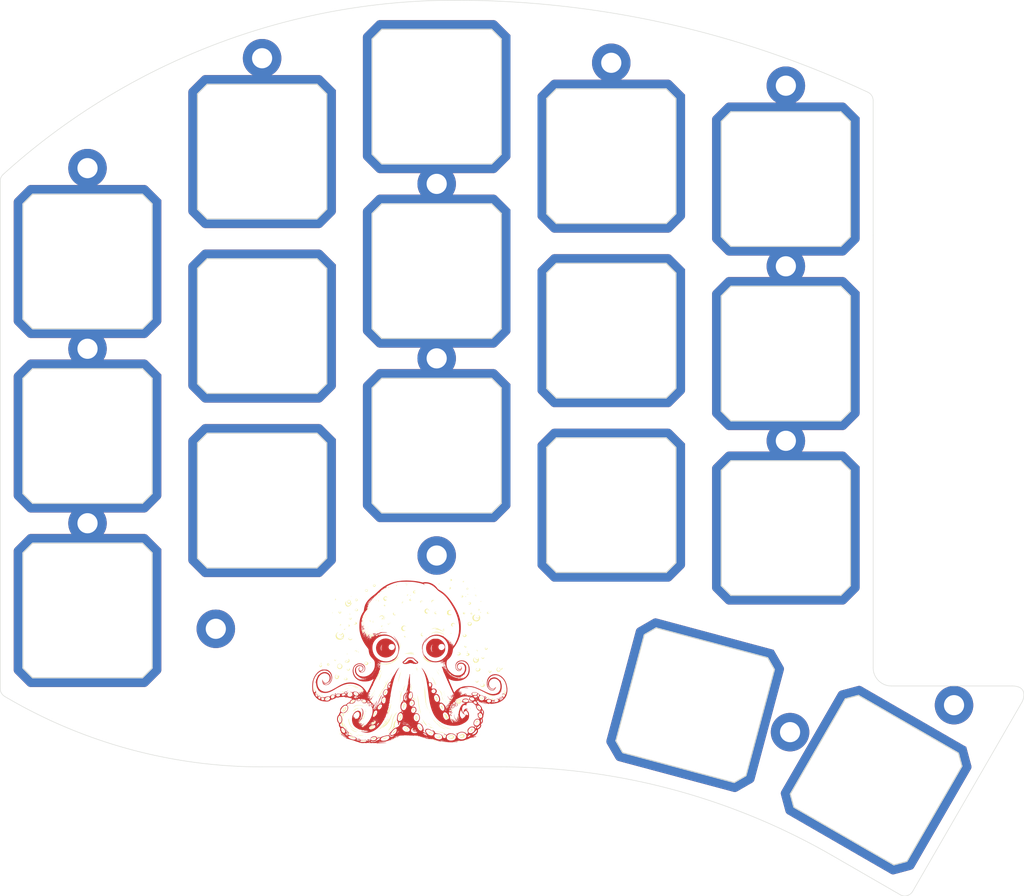
<source format=kicad_pcb>
(kicad_pcb (version 20221018) (generator pcbnew)
  (layers (0 "F.Cu" signal) (31 "B.Cu" signal) (34 "B.Paste" user) (35 "F.Paste" user) (36 "B.SilkS" user "B.Silkscreen") (37 "F.SilkS" user "F.Silkscreen") (38 "B.Mask" user) (39 "F.Mask" user) (44 "Edge.Cuts" user))
  (net 0 "")
  (net 1 "GND")
  (footprint "tako:M2_hole_4.2mm" (layer "F.Cu") (at 163.844577 65)
    (fp_text reference "H1" hide)
    (fp_text value "MountingHole" hide)
    (pad "" thru_hole circle (at 0 0) (size 4.2 4.2) (drill 2.2) (layers "*.Cu" "*.Mask") (net 1 "GND"))
  )
  (footprint "tako:ecs_plate_cut_1U_plated" (layer "F.Cu") (at 240.044583 66.193937 90)
    (fp_text reference "SW5")
    (fp_text value "EC_SW" hide)
    (fp_poly (pts (xy 6.5 -7.55) (xy 7.85 -6.2) (xy 7.85 6.2) (xy 6.5 7.55) (xy -6.5 7.55) (xy -7.85 6.2) (xy -7.85 -6.2) (xy -6.5 -7.55)) (stroke (width 1)) (fill none) (layer "F.Cu"))
    (fp_poly (pts (xy 6.5 -7.55) (xy 7.85 -6.2) (xy 7.85 6.2) (xy 6.5 7.55) (xy -6.5 7.55) (xy -7.85 6.2) (xy -7.85 -6.2) (xy -6.5 -7.55)) (stroke (width 1)) (fill none) (layer "B.Cu"))
    (fp_line (start -7.35 -6) (end -7.35 6) (stroke (width 0.12)) (layer "Edge.Cuts"))
    (fp_line (start -7.35 6) (end -6.3 7.05) (stroke (width 0.12)) (layer "Edge.Cuts"))
    (fp_line (start -6.3 -7.05) (end -7.35 -6) (stroke (width 0.12)) (layer "Edge.Cuts"))
    (fp_line (start -6.3 7.05) (end 6.3 7.05) (stroke (width 0.12)) (layer "Edge.Cuts"))
    (fp_line (start 6.3 -7.05) (end -6.3 -7.05) (stroke (width 0.12)) (layer "Edge.Cuts"))
    (fp_line (start 6.3 -7.05) (end 7.35 -6) (stroke (width 0.12)) (layer "Edge.Cuts"))
    (fp_line (start 6.3 7.05) (end 7.35 6) (stroke (width 0.12)) (layer "Edge.Cuts"))
    (fp_line (start 7.35 6) (end 7.35 -6) (stroke (width 0.12)) (layer "Edge.Cuts"))
  )
  (footprint "tako:ecs_plate_cut_1U_plated" (layer "F.Cu") (at 201.944584 95.293935 90)
    (fp_text reference "SW13")
    (fp_text value "EC_SW" hide)
    (fp_poly (pts (xy 6.5 -7.55) (xy 7.85 -6.2) (xy 7.85 6.2) (xy 6.5 7.55) (xy -6.5 7.55) (xy -7.85 6.2) (xy -7.85 -6.2) (xy -6.5 -7.55)) (stroke (width 1)) (fill none) (layer "F.Cu"))
    (fp_poly (pts (xy 6.5 -7.55) (xy 7.85 -6.2) (xy 7.85 6.2) (xy 6.5 7.55) (xy -6.5 7.55) (xy -7.85 6.2) (xy -7.85 -6.2) (xy -6.5 -7.55)) (stroke (width 1)) (fill none) (layer "B.Cu"))
    (fp_line (start -7.35 -6) (end -7.35 6) (stroke (width 0.12)) (layer "Edge.Cuts"))
    (fp_line (start -7.35 6) (end -6.3 7.05) (stroke (width 0.12)) (layer "Edge.Cuts"))
    (fp_line (start -6.3 -7.05) (end -7.35 -6) (stroke (width 0.12)) (layer "Edge.Cuts"))
    (fp_line (start -6.3 7.05) (end 6.3 7.05) (stroke (width 0.12)) (layer "Edge.Cuts"))
    (fp_line (start 6.3 -7.05) (end -6.3 -7.05) (stroke (width 0.12)) (layer "Edge.Cuts"))
    (fp_line (start 6.3 -7.05) (end 7.35 -6) (stroke (width 0.12)) (layer "Edge.Cuts"))
    (fp_line (start 6.3 7.05) (end 7.35 6) (stroke (width 0.12)) (layer "Edge.Cuts"))
    (fp_line (start 7.35 6) (end 7.35 -6) (stroke (width 0.12)) (layer "Edge.Cuts"))
  )
  (footprint "tako:ecs_plate_cut_1U_plated" (layer "F.Cu") (at 182.894584 101.294441 90)
    (fp_text reference "SW12")
    (fp_text value "EC_SW" hide)
    (fp_poly (pts (xy 6.5 -7.55) (xy 7.85 -6.2) (xy 7.85 6.2) (xy 6.5 7.55) (xy -6.5 7.55) (xy -7.85 6.2) (xy -7.85 -6.2) (xy -6.5 -7.55)) (stroke (width 1)) (fill none) (layer "F.Cu"))
    (fp_poly (pts (xy 6.5 -7.55) (xy 7.85 -6.2) (xy 7.85 6.2) (xy 6.5 7.55) (xy -6.5 7.55) (xy -7.85 6.2) (xy -7.85 -6.2) (xy -6.5 -7.55)) (stroke (width 1)) (fill none) (layer "B.Cu"))
    (fp_line (start -7.35 -6) (end -7.35 6) (stroke (width 0.12)) (layer "Edge.Cuts"))
    (fp_line (start -7.35 6) (end -6.3 7.05) (stroke (width 0.12)) (layer "Edge.Cuts"))
    (fp_line (start -6.3 -7.05) (end -7.35 -6) (stroke (width 0.12)) (layer "Edge.Cuts"))
    (fp_line (start -6.3 7.05) (end 6.3 7.05) (stroke (width 0.12)) (layer "Edge.Cuts"))
    (fp_line (start 6.3 -7.05) (end -6.3 -7.05) (stroke (width 0.12)) (layer "Edge.Cuts"))
    (fp_line (start 6.3 -7.05) (end 7.35 -6) (stroke (width 0.12)) (layer "Edge.Cuts"))
    (fp_line (start 6.3 7.05) (end 7.35 6) (stroke (width 0.12)) (layer "Edge.Cuts"))
    (fp_line (start 7.35 6) (end 7.35 -6) (stroke (width 0.12)) (layer "Edge.Cuts"))
  )
  (footprint "tako:ecs_plate_cut_1U_plated" (layer "F.Cu") (at 220.994586 63.693945 90)
    (fp_text reference "SW4")
    (fp_text value "EC_SW" hide)
    (fp_poly (pts (xy 6.5 -7.55) (xy 7.85 -6.2) (xy 7.85 6.2) (xy 6.5 7.55) (xy -6.5 7.55) (xy -7.85 6.2) (xy -7.85 -6.2) (xy -6.5 -7.55)) (stroke (width 1)) (fill none) (layer "F.Cu"))
    (fp_poly (pts (xy 6.5 -7.55) (xy 7.85 -6.2) (xy 7.85 6.2) (xy 6.5 7.55) (xy -6.5 7.55) (xy -7.85 6.2) (xy -7.85 -6.2) (xy -6.5 -7.55)) (stroke (width 1)) (fill none) (layer "B.Cu"))
    (fp_line (start -7.35 -6) (end -7.35 6) (stroke (width 0.12)) (layer "Edge.Cuts"))
    (fp_line (start -7.35 6) (end -6.3 7.05) (stroke (width 0.12)) (layer "Edge.Cuts"))
    (fp_line (start -6.3 -7.05) (end -7.35 -6) (stroke (width 0.12)) (layer "Edge.Cuts"))
    (fp_line (start -6.3 7.05) (end 6.3 7.05) (stroke (width 0.12)) (layer "Edge.Cuts"))
    (fp_line (start 6.3 -7.05) (end -6.3 -7.05) (stroke (width 0.12)) (layer "Edge.Cuts"))
    (fp_line (start 6.3 -7.05) (end 7.35 -6) (stroke (width 0.12)) (layer "Edge.Cuts"))
    (fp_line (start 6.3 7.05) (end 7.35 6) (stroke (width 0.12)) (layer "Edge.Cuts"))
    (fp_line (start 7.35 6) (end 7.35 -6) (stroke (width 0.12)) (layer "Edge.Cuts"))
  )
  (footprint "tako:ecs_plate_cut_1U_plated" (layer "F.Cu") (at 240.044586 104.293938 90)
    (fp_text reference "SW15")
    (fp_text value "EC_SW" hide)
    (fp_poly (pts (xy 6.5 -7.55) (xy 7.85 -6.2) (xy 7.85 6.2) (xy 6.5 7.55) (xy -6.5 7.55) (xy -7.85 6.2) (xy -7.85 -6.2) (xy -6.5 -7.55)) (stroke (width 1)) (fill none) (layer "F.Cu"))
    (fp_poly (pts (xy 6.5 -7.55) (xy 7.85 -6.2) (xy 7.85 6.2) (xy 6.5 7.55) (xy -6.5 7.55) (xy -7.85 6.2) (xy -7.85 -6.2) (xy -6.5 -7.55)) (stroke (width 1)) (fill none) (layer "B.Cu"))
    (fp_line (start -7.35 -6) (end -7.35 6) (stroke (width 0.12)) (layer "Edge.Cuts"))
    (fp_line (start -7.35 6) (end -6.3 7.05) (stroke (width 0.12)) (layer "Edge.Cuts"))
    (fp_line (start -6.3 -7.05) (end -7.35 -6) (stroke (width 0.12)) (layer "Edge.Cuts"))
    (fp_line (start -6.3 7.05) (end 6.3 7.05) (stroke (width 0.12)) (layer "Edge.Cuts"))
    (fp_line (start 6.3 -7.05) (end -6.3 -7.05) (stroke (width 0.12)) (layer "Edge.Cuts"))
    (fp_line (start 6.3 -7.05) (end 7.35 -6) (stroke (width 0.12)) (layer "Edge.Cuts"))
    (fp_line (start 6.3 7.05) (end 7.35 6) (stroke (width 0.12)) (layer "Edge.Cuts"))
    (fp_line (start 7.35 6) (end 7.35 -6) (stroke (width 0.12)) (layer "Edge.Cuts"))
  )
  (footprint "tako:ecs_plate_cut_1U_plated" (layer "F.Cu") (at 163.844586 94.244435 90)
    (fp_text reference "SW6")
    (fp_text value "EC_SW" hide)
    (fp_poly (pts (xy 6.5 -7.55) (xy 7.85 -6.2) (xy 7.85 6.2) (xy 6.5 7.55) (xy -6.5 7.55) (xy -7.85 6.2) (xy -7.85 -6.2) (xy -6.5 -7.55)) (stroke (width 1)) (fill none) (layer "F.Cu"))
    (fp_poly (pts (xy 6.5 -7.55) (xy 7.85 -6.2) (xy 7.85 6.2) (xy 6.5 7.55) (xy -6.5 7.55) (xy -7.85 6.2) (xy -7.85 -6.2) (xy -6.5 -7.55)) (stroke (width 1)) (fill none) (layer "B.Cu"))
    (fp_line (start -7.35 -6) (end -7.35 6) (stroke (width 0.12)) (layer "Edge.Cuts"))
    (fp_line (start -7.35 6) (end -6.3 7.05) (stroke (width 0.12)) (layer "Edge.Cuts"))
    (fp_line (start -6.3 -7.05) (end -7.35 -6) (stroke (width 0.12)) (layer "Edge.Cuts"))
    (fp_line (start -6.3 7.05) (end 6.3 7.05) (stroke (width 0.12)) (layer "Edge.Cuts"))
    (fp_line (start 6.3 -7.05) (end -6.3 -7.05) (stroke (width 0.12)) (layer "Edge.Cuts"))
    (fp_line (start 6.3 -7.05) (end 7.35 -6) (stroke (width 0.12)) (layer "Edge.Cuts"))
    (fp_line (start 6.3 7.05) (end 7.35 6) (stroke (width 0.12)) (layer "Edge.Cuts"))
    (fp_line (start 7.35 6) (end 7.35 -6) (stroke (width 0.12)) (layer "Edge.Cuts"))
  )
  (footprint "tako:M2_hole_4.2mm" (layer "F.Cu") (at 220.994586 53.5)
    (fp_text reference "H9" hide)
    (fp_text value "MountingHole" hide)
    (pad "" thru_hole circle (at 0 0) (size 4.2 4.2) (drill 2.2) (layers "*.Cu" "*.Mask") (net 1 "GND"))
  )
  (footprint "tako:ecs_plate_cut_1U_plated" (layer "F.Cu") (at 201.944577 57.193938 90)
    (fp_text reference "SW3")
    (fp_text value "EC_SW" hide)
    (fp_poly (pts (xy 6.5 -7.55) (xy 7.85 -6.2) (xy 7.85 6.2) (xy 6.5 7.55) (xy -6.5 7.55) (xy -7.85 6.2) (xy -7.85 -6.2) (xy -6.5 -7.55)) (stroke (width 1)) (fill none) (layer "F.Cu"))
    (fp_poly (pts (xy 6.5 -7.55) (xy 7.85 -6.2) (xy 7.85 6.2) (xy 6.5 7.55) (xy -6.5 7.55) (xy -7.85 6.2) (xy -7.85 -6.2) (xy -6.5 -7.55)) (stroke (width 1)) (fill none) (layer "B.Cu"))
    (fp_line (start -7.35 -6) (end -7.35 6) (stroke (width 0.12)) (layer "Edge.Cuts"))
    (fp_line (start -7.35 6) (end -6.3 7.05) (stroke (width 0.12)) (layer "Edge.Cuts"))
    (fp_line (start -6.3 -7.05) (end -7.35 -6) (stroke (width 0.12)) (layer "Edge.Cuts"))
    (fp_line (start -6.3 7.05) (end 6.3 7.05) (stroke (width 0.12)) (layer "Edge.Cuts"))
    (fp_line (start 6.3 -7.05) (end -6.3 -7.05) (stroke (width 0.12)) (layer "Edge.Cuts"))
    (fp_line (start 6.3 -7.05) (end 7.35 -6) (stroke (width 0.12)) (layer "Edge.Cuts"))
    (fp_line (start 6.3 7.05) (end 7.35 6) (stroke (width 0.12)) (layer "Edge.Cuts"))
    (fp_line (start 7.35 6) (end 7.35 -6) (stroke (width 0.12)) (layer "Edge.Cuts"))
  )
  (footprint "tako:M2_hole_4.2mm" (layer "F.Cu") (at 240.044584 56)
    (fp_text reference "H10" hide)
    (fp_text value "MountingHole" hide)
    (pad "" thru_hole circle (at 0 0) (size 4.2 4.2) (drill 2.2) (layers "*.Cu" "*.Mask") (net 1 "GND"))
  )
  (footprint "tako:ecs_plate_cut_1U_plated" (layer "F.Cu") (at 163.844584 113.294438 90)
    (fp_text reference "SW11")
    (fp_text value "EC_SW" hide)
    (fp_poly (pts (xy 6.5 -7.55) (xy 7.85 -6.2) (xy 7.85 6.2) (xy 6.5 7.55) (xy -6.5 7.55) (xy -7.85 6.2) (xy -7.85 -6.2) (xy -6.5 -7.55)) (stroke (width 1)) (fill none) (layer "F.Cu"))
    (fp_poly (pts (xy 6.5 -7.55) (xy 7.85 -6.2) (xy 7.85 6.2) (xy 6.5 7.55) (xy -6.5 7.55) (xy -7.85 6.2) (xy -7.85 -6.2) (xy -6.5 -7.55)) (stroke (width 1)) (fill none) (layer "B.Cu"))
    (fp_line (start -7.35 -6) (end -7.35 6) (stroke (width 0.12)) (layer "Edge.Cuts"))
    (fp_line (start -7.35 6) (end -6.3 7.05) (stroke (width 0.12)) (layer "Edge.Cuts"))
    (fp_line (start -6.3 -7.05) (end -7.35 -6) (stroke (width 0.12)) (layer "Edge.Cuts"))
    (fp_line (start -6.3 7.05) (end 6.3 7.05) (stroke (width 0.12)) (layer "Edge.Cuts"))
    (fp_line (start 6.3 -7.05) (end -6.3 -7.05) (stroke (width 0.12)) (layer "Edge.Cuts"))
    (fp_line (start 6.3 -7.05) (end 7.35 -6) (stroke (width 0.12)) (layer "Edge.Cuts"))
    (fp_line (start 6.3 7.05) (end 7.35 6) (stroke (width 0.12)) (layer "Edge.Cuts"))
    (fp_line (start 7.35 6) (end 7.35 -6) (stroke (width 0.12)) (layer "Edge.Cuts"))
  )
  (footprint "tako:M2_hole_4.2mm" (layer "F.Cu") (at 240.502931 126.577037 -22.5)
    (fp_text reference "H13" hide)
    (fp_text value "MountingHole" hide)
    (pad "" thru_hole circle (at 0 0 337.5) (size 4.2 4.2) (drill 2.2) (layers "*.Cu" "*.Mask") (net 1 "GND"))
  )
  (footprint "tako:M2_hole_4.2mm" (layer "F.Cu") (at 163.844575 84.719433)
    (fp_text reference "H2" hide)
    (fp_text value "MountingHole" hide)
    (pad "" thru_hole circle (at 0 0) (size 4.2 4.2) (drill 2.2) (layers "*.Cu" "*.Mask") (net 1 "GND"))
  )
  (footprint "tako:M2_hole_4.2mm" (layer "F.Cu") (at 177.844584 115.294441)
    (fp_text reference "H5" hide)
    (fp_text value "MountingHole" hide)
    (pad "" thru_hole circle (at 0 0) (size 4.2 4.2) (drill 2.2) (layers "*.Cu" "*.Mask") (net 1 "GND"))
  )
  (footprint "tako:ecs_plate_cut_1U_plated" (layer "F.Cu") (at 182.894579 63.194441 90)
    (fp_text reference "SW2")
    (fp_text value "EC_SW" hide)
    (fp_poly (pts (xy 6.5 -7.55) (xy 7.85 -6.2) (xy 7.85 6.2) (xy 6.5 7.55) (xy -6.5 7.55) (xy -7.85 6.2) (xy -7.85 -6.2) (xy -6.5 -7.55)) (stroke (width 1)) (fill none) (layer "F.Cu"))
    (fp_poly (pts (xy 6.5 -7.55) (xy 7.85 -6.2) (xy 7.85 6.2) (xy 6.5 7.55) (xy -6.5 7.55) (xy -7.85 6.2) (xy -7.85 -6.2) (xy -6.5 -7.55)) (stroke (width 1)) (fill none) (layer "B.Cu"))
    (fp_line (start -7.35 -6) (end -7.35 6) (stroke (width 0.12)) (layer "Edge.Cuts"))
    (fp_line (start -7.35 6) (end -6.3 7.05) (stroke (width 0.12)) (layer "Edge.Cuts"))
    (fp_line (start -6.3 -7.05) (end -7.35 -6) (stroke (width 0.12)) (layer "Edge.Cuts"))
    (fp_line (start -6.3 7.05) (end 6.3 7.05) (stroke (width 0.12)) (layer "Edge.Cuts"))
    (fp_line (start 6.3 -7.05) (end -6.3 -7.05) (stroke (width 0.12)) (layer "Edge.Cuts"))
    (fp_line (start 6.3 -7.05) (end 7.35 -6) (stroke (width 0.12)) (layer "Edge.Cuts"))
    (fp_line (start 6.3 7.05) (end 7.35 6) (stroke (width 0.12)) (layer "Edge.Cuts"))
    (fp_line (start 7.35 6) (end 7.35 -6) (stroke (width 0.12)) (layer "Edge.Cuts"))
  )
  (footprint "tako:ecs_plate_cut_1U_plated" (layer "F.Cu") (at 230.147625 123.634638 165)
    (fp_text reference "SW17")
    (fp_text value "EC_SW" hide)
    (fp_poly (pts (xy 6.5 -7.55) (xy 7.85 -6.2) (xy 7.85 6.2) (xy 6.5 7.55) (xy -6.5 7.55) (xy -7.85 6.2) (xy -7.85 -6.2) (xy -6.5 -7.55)) (stroke (width 1)) (fill none) (layer "F.Cu"))
    (fp_poly (pts (xy 6.5 -7.55) (xy 7.85 -6.2) (xy 7.85 6.2) (xy 6.5 7.55) (xy -6.5 7.55) (xy -7.85 6.2) (xy -7.85 -6.2) (xy -6.5 -7.55)) (stroke (width 1)) (fill none) (layer "B.Cu"))
    (fp_line (start -7.35 -6) (end -7.35 6) (stroke (width 0.12)) (layer "Edge.Cuts"))
    (fp_line (start -7.35 6) (end -6.3 7.05) (stroke (width 0.12)) (layer "Edge.Cuts"))
    (fp_line (start -6.3 -7.05) (end -7.35 -6) (stroke (width 0.12)) (layer "Edge.Cuts"))
    (fp_line (start -6.3 7.05) (end 6.3 7.05) (stroke (width 0.12)) (layer "Edge.Cuts"))
    (fp_line (start 6.3 -7.05) (end -6.3 -7.05) (stroke (width 0.12)) (layer "Edge.Cuts"))
    (fp_line (start 6.3 -7.05) (end 7.35 -6) (stroke (width 0.12)) (layer "Edge.Cuts"))
    (fp_line (start 6.3 7.05) (end 7.35 6) (stroke (width 0.12)) (layer "Edge.Cuts"))
    (fp_line (start 7.35 6) (end 7.35 -6) (stroke (width 0.12)) (layer "Edge.Cuts"))
  )
  (footprint "tako:ecs_plate_cut_1U_plated" (layer "F.Cu") (at 220.994586 82.743935 90)
    (fp_text reference "SW9")
    (fp_text value "EC_SW" hide)
    (fp_poly (pts (xy 6.5 -7.55) (xy 7.85 -6.2) (xy 7.85 6.2) (xy 6.5 7.55) (xy -6.5 7.55) (xy -7.85 6.2) (xy -7.85 -6.2) (xy -6.5 -7.55)) (stroke (width 1)) (fill none) (layer "F.Cu"))
    (fp_poly (pts (xy 6.5 -7.55) (xy 7.85 -6.2) (xy 7.85 6.2) (xy 6.5 7.55) (xy -6.5 7.55) (xy -7.85 6.2) (xy -7.85 -6.2) (xy -6.5 -7.55)) (stroke (width 1)) (fill none) (layer "B.Cu"))
    (fp_line (start -7.35 -6) (end -7.35 6) (stroke (width 0.12)) (layer "Edge.Cuts"))
    (fp_line (start -7.35 6) (end -6.3 7.05) (stroke (width 0.12)) (layer "Edge.Cuts"))
    (fp_line (start -6.3 -7.05) (end -7.35 -6) (stroke (width 0.12)) (layer "Edge.Cuts"))
    (fp_line (start -6.3 7.05) (end 6.3 7.05) (stroke (width 0.12)) (layer "Edge.Cuts"))
    (fp_line (start 6.3 -7.05) (end -6.3 -7.05) (stroke (width 0.12)) (layer "Edge.Cuts"))
    (fp_line (start 6.3 -7.05) (end 7.35 -6) (stroke (width 0.12)) (layer "Edge.Cuts"))
    (fp_line (start 6.3 7.05) (end 7.35 6) (stroke (width 0.12)) (layer "Edge.Cuts"))
    (fp_line (start 7.35 6) (end 7.35 -6) (stroke (width 0.12)) (layer "Edge.Cuts"))
  )
  (footprint "tako:M2_hole_4.2mm" (layer "F.Cu") (at 258.393583 123.632934 -22.5)
    (fp_text reference "H14" hide)
    (fp_text value "MountingHole" hide)
    (pad "" thru_hole circle (at 0 0 337.5) (size 4.2 4.2) (drill 2.2) (layers "*.Cu" "*.Mask") (net 1 "GND"))
  )
  (footprint "tako:ecs_plate_cut_1U_plated" (layer "F.Cu") (at 182.894585 82.244437 90)
    (fp_text reference "SW7")
    (fp_text value "EC_SW" hide)
    (fp_poly (pts (xy 6.5 -7.55) (xy 7.85 -6.2) (xy 7.85 6.2) (xy 6.5 7.55) (xy -6.5 7.55) (xy -7.85 6.2) (xy -7.85 -6.2) (xy -6.5 -7.55)) (stroke (width 1)) (fill none) (layer "F.Cu"))
    (fp_poly (pts (xy 6.5 -7.55) (xy 7.85 -6.2) (xy 7.85 6.2) (xy 6.5 7.55) (xy -6.5 7.55) (xy -7.85 6.2) (xy -7.85 -6.2) (xy -6.5 -7.55)) (stroke (width 1)) (fill none) (layer "B.Cu"))
    (fp_line (start -7.35 -6) (end -7.35 6) (stroke (width 0.12)) (layer "Edge.Cuts"))
    (fp_line (start -7.35 6) (end -6.3 7.05) (stroke (width 0.12)) (layer "Edge.Cuts"))
    (fp_line (start -6.3 -7.05) (end -7.35 -6) (stroke (width 0.12)) (layer "Edge.Cuts"))
    (fp_line (start -6.3 7.05) (end 6.3 7.05) (stroke (width 0.12)) (layer "Edge.Cuts"))
    (fp_line (start 6.3 -7.05) (end -6.3 -7.05) (stroke (width 0.12)) (layer "Edge.Cuts"))
    (fp_line (start 6.3 -7.05) (end 7.35 -6) (stroke (width 0.12)) (layer "Edge.Cuts"))
    (fp_line (start 6.3 7.05) (end 7.35 6) (stroke (width 0.12)) (layer "Edge.Cuts"))
    (fp_line (start 7.35 6) (end 7.35 -6) (stroke (width 0.12)) (layer "Edge.Cuts"))
  )
  (footprint "tako:ecs_plate_cut_1U_plated" (layer "F.Cu") (at 220.99458 101.793936 90)
    (fp_text reference "SW14")
    (fp_text value "EC_SW" hide)
    (fp_poly (pts (xy 6.5 -7.55) (xy 7.85 -6.2) (xy 7.85 6.2) (xy 6.5 7.55) (xy -6.5 7.55) (xy -7.85 6.2) (xy -7.85 -6.2) (xy -6.5 -7.55)) (stroke (width 1)) (fill none) (layer "F.Cu"))
    (fp_poly (pts (xy 6.5 -7.55) (xy 7.85 -6.2) (xy 7.85 6.2) (xy 6.5 7.55) (xy -6.5 7.55) (xy -7.85 6.2) (xy -7.85 -6.2) (xy -6.5 -7.55)) (stroke (width 1)) (fill none) (layer "B.Cu"))
    (fp_line (start -7.35 -6) (end -7.35 6) (stroke (width 0.12)) (layer "Edge.Cuts"))
    (fp_line (start -7.35 6) (end -6.3 7.05) (stroke (width 0.12)) (layer "Edge.Cuts"))
    (fp_line (start -6.3 -7.05) (end -7.35 -6) (stroke (width 0.12)) (layer "Edge.Cuts"))
    (fp_line (start -6.3 7.05) (end 6.3 7.05) (stroke (width 0.12)) (layer "Edge.Cuts"))
    (fp_line (start 6.3 -7.05) (end -6.3 -7.05) (stroke (width 0.12)) (layer "Edge.Cuts"))
    (fp_line (start 6.3 -7.05) (end 7.35 -6) (stroke (width 0.12)) (layer "Edge.Cuts"))
    (fp_line (start 6.3 7.05) (end 7.35 6) (stroke (width 0.12)) (layer "Edge.Cuts"))
    (fp_line (start 7.35 6) (end 7.35 -6) (stroke (width 0.12)) (layer "Edge.Cuts"))
  )
  (footprint "tako:ecs_plate_cut_1U_plated" (layer "F.Cu") (at 163.844577 75.194439 90)
    (fp_text reference "SW1")
    (fp_text value "EC_SW" hide)
    (fp_poly (pts (xy 6.5 -7.55) (xy 7.85 -6.2) (xy 7.85 6.2) (xy 6.5 7.55) (xy -6.5 7.55) (xy -7.85 6.2) (xy -7.85 -6.2) (xy -6.5 -7.55)) (stroke (width 1)) (fill none) (layer "F.Cu"))
    (fp_poly (pts (xy 6.5 -7.55) (xy 7.85 -6.2) (xy 7.85 6.2) (xy 6.5 7.55) (xy -6.5 7.55) (xy -7.85 6.2) (xy -7.85 -6.2) (xy -6.5 -7.55)) (stroke (width 1)) (fill none) (layer "B.Cu"))
    (fp_line (start -7.35 -6) (end -7.35 6) (stroke (width 0.12)) (layer "Edge.Cuts"))
    (fp_line (start -7.35 6) (end -6.3 7.05) (stroke (width 0.12)) (layer "Edge.Cuts"))
    (fp_line (start -6.3 -7.05) (end -7.35 -6) (stroke (width 0.12)) (layer "Edge.Cuts"))
    (fp_line (start -6.3 7.05) (end 6.3 7.05) (stroke (width 0.12)) (layer "Edge.Cuts"))
    (fp_line (start 6.3 -7.05) (end -6.3 -7.05) (stroke (width 0.12)) (layer "Edge.Cuts"))
    (fp_line (start 6.3 -7.05) (end 7.35 -6) (stroke (width 0.12)) (layer "Edge.Cuts"))
    (fp_line (start 6.3 7.05) (end 7.35 6) (stroke (width 0.12)) (layer "Edge.Cuts"))
    (fp_line (start 7.35 6) (end 7.35 -6) (stroke (width 0.12)) (layer "Edge.Cuts"))
  )
  (footprint "tako:M2_hole_4.2mm" (layer "F.Cu") (at 240.044582 94.768938)
    (fp_text reference "H12" hide)
    (fp_text value "MountingHole" hide)
    (pad "" thru_hole circle (at 0 0) (size 4.2 4.2) (drill 2.2) (layers "*.Cu" "*.Mask") (net 1 "GND"))
  )
  (footprint "tako:M2_hole_4.2mm" (layer "F.Cu") (at 201.944578 66.718938)
    (fp_text reference "H6" hide)
    (fp_text value "MountingHole" hide)
    (pad "" thru_hole circle (at 0 0) (size 4.2 4.2) (drill 2.2) (layers "*.Cu" "*.Mask") (net 1 "GND"))
  )
  (footprint "tako:ecs_plate_cut_1U_plated" (layer "F.Cu") (at 240.044585 85.243939 90)
    (fp_text reference "SW10")
    (fp_text value "EC_SW" hide)
    (fp_poly (pts (xy 6.5 -7.55) (xy 7.85 -6.2) (xy 7.85 6.2) (xy 6.5 7.55) (xy -6.5 7.55) (xy -7.85 6.2) (xy -7.85 -6.2) (xy -6.5 -7.55)) (stroke (width 1)) (fill none) (layer "F.Cu"))
    (fp_poly (pts (xy 6.5 -7.55) (xy 7.85 -6.2) (xy 7.85 6.2) (xy 6.5 7.55) (xy -6.5 7.55) (xy -7.85 6.2) (xy -7.85 -6.2) (xy -6.5 -7.55)) (stroke (width 1)) (fill none) (layer "B.Cu"))
    (fp_line (start -7.35 -6) (end -7.35 6) (stroke (width 0.12)) (layer "Edge.Cuts"))
    (fp_line (start -7.35 6) (end -6.3 7.05) (stroke (width 0.12)) (layer "Edge.Cuts"))
    (fp_line (start -6.3 -7.05) (end -7.35 -6) (stroke (width 0.12)) (layer "Edge.Cuts"))
    (fp_line (start -6.3 7.05) (end 6.3 7.05) (stroke (width 0.12)) (layer "Edge.Cuts"))
    (fp_line (start 6.3 -7.05) (end -6.3 -7.05) (stroke (width 0.12)) (layer "Edge.Cuts"))
    (fp_line (start 6.3 -7.05) (end 7.35 -6) (stroke (width 0.12)) (layer "Edge.Cuts"))
    (fp_line (start 6.3 7.05) (end 7.35 6) (stroke (width 0.12)) (layer "Edge.Cuts"))
    (fp_line (start 7.35 6) (end 7.35 -6) (stroke (width 0.12)) (layer "Edge.Cuts"))
  )
  (footprint "tako:M2_hole_4.2mm" (layer "F.Cu") (at 182.894581 53)
    (fp_text reference "H4" hide)
    (fp_text value "MountingHole" hide)
    (pad "" thru_hole circle (at 0 0) (size 4.2 4.2) (drill 2.2) (layers "*.Cu" "*.Mask") (net 1 "GND"))
  )
  (footprint "tako:M2_hole_4.2mm" (layer "F.Cu") (at 240.044585 75.718938)
    (fp_text reference "H11" hide)
    (fp_text value "MountingHole" hide)
    (pad "" thru_hole circle (at 0 0) (size 4.2 4.2) (drill 2.2) (layers "*.Cu" "*.Mask") (net 1 "GND"))
  )
  (footprint "tako:ecs_plate_cut_1U_plated" (layer "F.Cu") (at 201.944581 76.243942 90)
    (fp_text reference "SW8")
    (fp_text value "EC_SW" hide)
    (fp_poly (pts (xy 6.5 -7.55) (xy 7.85 -6.2) (xy 7.85 6.2) (xy 6.5 7.55) (xy -6.5 7.55) (xy -7.85 6.2) (xy -7.85 -6.2) (xy -6.5 -7.55)) (stroke (width 1)) (fill none) (layer "F.Cu"))
    (fp_poly (pts (xy 6.5 -7.55) (xy 7.85 -6.2) (xy 7.85 6.2) (xy 6.5 7.55) (xy -6.5 7.55) (xy -7.85 6.2) (xy -7.85 -6.2) (xy -6.5 -7.55)) (stroke (width 1)) (fill none) (layer "B.Cu"))
    (fp_line (start -7.35 -6) (end -7.35 6) (stroke (width 0.12)) (layer "Edge.Cuts"))
    (fp_line (start -7.35 6) (end -6.3 7.05) (stroke (width 0.12)) (layer "Edge.Cuts"))
    (fp_line (start -6.3 -7.05) (end -7.35 -6) (stroke (width 0.12)) (layer "Edge.Cuts"))
    (fp_line (start -6.3 7.05) (end 6.3 7.05) (stroke (width 0.12)) (layer "Edge.Cuts"))
    (fp_line (start 6.3 -7.05) (end -6.3 -7.05) (stroke (width 0.12)) (layer "Edge.Cuts"))
    (fp_line (start 6.3 -7.05) (end 7.35 -6) (stroke (width 0.12)) (layer "Edge.Cuts"))
    (fp_line (start 6.3 7.05) (end 7.35 6) (stroke (width 0.12)) (layer "Edge.Cuts"))
    (fp_line (start 7.35 6) (end 7.35 -6) (stroke (width 0.12)) (layer "Edge.Cuts"))
  )
  (footprint "tako:M2_hole_4.2mm" (layer "F.Cu") (at 201.944578 85.768938)
    (fp_text reference "H7" hide)
    (fp_text value "MountingHole" hide)
    (pad "" thru_hole circle (at 0 0) (size 4.2 4.2) (drill 2.2) (layers "*.Cu" "*.Mask") (net 1 "GND"))
  )
  (footprint "tako:ecs_plate_cut_1U_plated" (layer "F.Cu") (at 249.894548 131.814328 150)
    (fp_text reference "SW16")
    (fp_text value "EC_SW" hide)
    (fp_poly (pts (xy 6.5 -7.55) (xy 7.85 -6.2) (xy 7.85 6.2) (xy 6.5 7.55) (xy -6.5 7.55) (xy -7.85 6.2) (xy -7.85 -6.2) (xy -6.5 -7.55)) (stroke (width 1)) (fill none) (layer "F.Cu"))
    (fp_poly (pts (xy 6.5 -7.55) (xy 7.85 -6.2) (xy 7.85 6.2) (xy 6.5 7.55) (xy -6.5 7.55) (xy -7.85 6.2) (xy -7.85 -6.2) (xy -6.5 -7.55)) (stroke (width 1)) (fill none) (layer "B.Cu"))
    (fp_line (start -7.35 -6) (end -7.35 6) (stroke (width 0.12)) (layer "Edge.Cuts"))
    (fp_line (start -7.35 6) (end -6.3 7.05) (stroke (width 0.12)) (layer "Edge.Cuts"))
    (fp_line (start -6.3 -7.05) (end -7.35 -6) (stroke (width 0.12)) (layer "Edge.Cuts"))
    (fp_line (start -6.3 7.05) (end 6.3 7.05) (stroke (width 0.12)) (layer "Edge.Cuts"))
    (fp_line (start 6.3 -7.05) (end -6.3 -7.05) (stroke (width 0.12)) (layer "Edge.Cuts"))
    (fp_line (start 6.3 -7.05) (end 7.35 -6) (stroke (width 0.12)) (layer "Edge.Cuts"))
    (fp_line (start 6.3 7.05) (end 7.35 6) (stroke (width 0.12)) (layer "Edge.Cuts"))
    (fp_line (start 7.35 6) (end 7.35 -6) (stroke (width 0.12)) (layer "Edge.Cuts"))
  )
  (footprint "tako:tako" (layer "F.Cu") (at 199 119)
    (fp_text reference "G***" hide)
    (fp_text value "LOGO" hide)
    (fp_poly (pts (xy -5.690577 1.648558) (xy -5.702789 1.660769) (xy -5.715 1.648558) (xy -5.702789 1.636346)) (fill solid) (layer "F.Cu"))
    (fp_poly (pts (xy -5.666154 1.575288) (xy -5.678365 1.5875) (xy -5.690577 1.575288) (xy -5.678365 1.563077)) (fill solid) (layer "F.Cu"))
    (fp_poly (pts (xy -5.641731 1.672981) (xy -5.653942 1.685192) (xy -5.666154 1.672981) (xy -5.653942 1.660769)) (fill solid) (layer "F.Cu"))
    (fp_poly (pts (xy -5.568462 1.575288) (xy -5.580673 1.5875) (xy -5.592885 1.575288) (xy -5.580673 1.563077)) (fill solid) (layer "F.Cu"))
    (fp_poly (pts (xy -5.544039 1.624135) (xy -5.55625 1.636346) (xy -5.568462 1.624135) (xy -5.55625 1.611923)) (fill solid) (layer "F.Cu"))
    (fp_poly (pts (xy -5.544039 1.74625) (xy -5.55625 1.758461) (xy -5.568462 1.74625) (xy -5.55625 1.734038)) (fill solid) (layer "F.Cu"))
    (fp_poly (pts (xy -5.421923 1.697404) (xy -5.434135 1.709615) (xy -5.446346 1.697404) (xy -5.434135 1.685192)) (fill solid) (layer "F.Cu"))
    (fp_poly (pts (xy -5.3975 1.74625) (xy -5.409712 1.758461) (xy -5.421923 1.74625) (xy -5.409712 1.734038)) (fill solid) (layer "F.Cu"))
    (fp_poly (pts (xy -5.348654 1.721827) (xy -5.360865 1.734038) (xy -5.373077 1.721827) (xy -5.360865 1.709615)) (fill solid) (layer "F.Cu"))
    (fp_poly (pts (xy -4.860192 1.770673) (xy -4.872404 1.782885) (xy -4.884615 1.770673) (xy -4.872404 1.758461)) (fill solid) (layer "F.Cu"))
    (fp_poly (pts (xy -5.485074 1.709964) (xy -5.475448 1.744552) (xy -5.485074 1.758113) (xy -5.504582 1.761891) (xy -5.509148 1.734038) (xy -5.501284 1.702888)) (fill solid) (layer "F.Cu"))
    (fp_poly (pts (xy -5.621081 1.621802) (xy -5.595068 1.644506) (xy -5.592885 1.649999) (xy -5.604475 1.660037) (xy -5.628607 1.637544) (xy -5.631852 1.632572) (xy -5.63473 1.61586)) (fill solid) (layer "F.Cu"))
    (fp_poly (pts (xy -5.576124 1.700968) (xy -5.580673 1.709615) (xy -5.603685 1.732939) (xy -5.607979 1.734038) (xy -5.609645 1.718262) (xy -5.605096 1.709615) (xy -5.582084 1.686291) (xy -5.57779 1.685192)) (fill solid) (layer "F.Cu"))
    (fp_poly (pts (xy -5.243574 1.761236) (xy -5.251778 1.771657) (xy -5.262621 1.801113) (xy -5.242925 1.807128) (xy -5.218494 1.791122) (xy -5.185924 1.775811) (xy -5.137522 1.767524) (xy -5.091787 1.767267) (xy -5.067217 1.776044) (xy -5.06782 1.782936) (xy -5.065835 1.805404) (xy -5.057018 1.807308) (xy -5.03216 1.788574) (xy -5.031154 1.781443) (xy -5.015782 1.767805) (xy -5.003431 1.772712) (xy -4.998738 1.795065) (xy -5.03396 1.822134) (xy -5.088579 1.849161) (xy -5.120771 1.849912) (xy -5.149579 1.823923) (xy -5.153519 1.819218) (xy -5.173819 1.805866) (xy -5.128846 1.805866) (xy -5.111117 1.830737) (xy -5.104423 1.831731) (xy -5.080635 1.823398) (xy -5.08 1.82096) (xy -5.097114 1.800109) (xy -5.104423 1.795096) (xy -5.126929 1.797032) (xy -5.128846 1.805866) (xy -5.173819 1.805866) (xy -5.188596 1.796147) (xy -5.216006 1.808701) (xy -5.259153 1.822075) (xy -5.300338 1.807024) (xy -5.338022 1.780401) (xy -5.334026 1.770673) (xy -5.299808 1.770673) (xy -5.287596 1.782885) (xy -5.275385 1.770673) (xy -5.287596 1.758461) (xy -5.299808 1.770673) (xy -5.334026 1.770673) (xy -5.330305 1.761615) (xy -5.276515 1.746468) (xy -5.239788 1.743443)) (fill solid) (layer "F.Cu"))
    (fp_poly (pts (xy -2.454139 -2.641161) (xy -2.253812 -2.58893) (xy -2.061517 -2.499395) (xy -1.887083 -2.379385) (xy -1.74034 -2.235729) (xy -1.631119 -2.075258) (xy -1.626396 -2.066081) (xy -1.55168 -1.868363) (xy -1.522023 -1.667106) (xy -1.534457 -1.467689) (xy -1.586015 -1.27549) (xy -1.673731 -1.095888) (xy -1.794637 -0.934263) (xy -1.945767 -0.795994) (xy -2.124153 -0.686459) (xy -2.326829 -0.611038) (xy -2.442308 -0.586855) (xy -2.544142 -0.572192) (xy -2.620274 -0.566295) (xy -2.692201 -0.569297) (xy -2.781416 -0.581331) (xy -2.830111 -0.58926) (xy -3.03606 -0.646894) (xy -3.220511 -0.744456) (xy -3.379373 -0.876233) (xy -3.508555 -1.036513) (xy -3.603967 -1.219584) (xy -3.661519 -1.419735) (xy -3.674754 -1.599192) (xy -3.163827 -1.599192) (xy -3.15097 -1.46469) (xy -3.117224 -1.371529) (xy -3.081982 -1.315018) (xy -3.06335 -1.303987) (xy -3.064456 -1.336965) (xy -3.079903 -1.389061) (xy -3.097643 -1.484759) (xy -3.09875 -1.606209) (xy -3.084853 -1.733855) (xy -3.08005 -1.753985) (xy -2.309701 -1.753985) (xy -2.303419 -1.635236) (xy -2.2582 -1.533454) (xy -2.182503 -1.453793) (xy -2.08479 -1.401406) (xy -1.973518 -1.381446) (xy -1.857147 -1.399067) (xy -1.782885 -1.433052) (xy -1.689583 -1.515069) (xy -1.633236 -1.62172) (xy -1.617383 -1.74201) (xy -1.644574 -1.862598) (xy -1.709923 -1.95962) (xy -1.80855 -2.023137) (xy -1.935802 -2.050417) (xy -1.966058 -2.051286) (xy -2.099628 -2.031756) (xy -2.20278 -1.974503) (xy -2.273487 -1.881282) (xy -2.309701 -1.753985) (xy -3.08005 -1.753985) (xy -3.057582 -1.848146) (xy -3.037465 -1.898243) (xy -3.009078 -1.961585) (xy -3.004557 -1.986035) (xy -3.020924 -1.973512) (xy -3.055205 -1.925934) (xy -3.095247 -1.860997) (xy -3.144984 -1.73727) (xy -3.163827 -1.599192) (xy -3.674754 -1.599192) (xy -3.677119 -1.631254) (xy -3.665511 -1.75575) (xy -3.609262 -1.966578) (xy -3.512729 -2.156805) (xy -3.381606 -2.322269) (xy -3.221583 -2.458811) (xy -3.038352 -2.562272) (xy -2.837605 -2.62849) (xy -2.625033 -2.653306)) (fill solid) (layer "F.Cu"))
    (fp_poly (pts (xy 2.957633 -2.624607) (xy 3.047082 -2.620409) (xy 3.115153 -2.610525) (xy 3.175576 -2.592593) (xy 3.242079 -2.56425) (xy 3.272692 -2.549833) (xy 3.470002 -2.432071) (xy 3.630069 -2.283633) (xy 3.755741 -2.101745) (xy 3.779083 -2.056911) (xy 3.819469 -1.973063) (xy 3.845854 -1.907538) (xy 3.861187 -1.845624) (xy 3.868419 -1.772611) (xy 3.870498 -1.673786) (xy 3.870509 -1.600893) (xy 3.869195 -1.477889) (xy 3.864232 -1.389701) (xy 3.853207 -1.322313) (xy 3.833706 -1.261709) (xy 3.803314 -1.193875) (xy 3.79879 -1.184519) (xy 3.681957 -0.996561) (xy 3.530523 -0.836304) (xy 3.351899 -0.709639) (xy 3.153496 -0.622453) (xy 3.060414 -0.597812) (xy 2.935234 -0.574842) (xy 2.832502 -0.566718) (xy 2.728321 -0.572844) (xy 2.630733 -0.587124) (xy 2.439399 -0.641562) (xy 2.25532 -0.73531) (xy 2.090799 -0.860286) (xy 1.958143 -1.008405) (xy 1.933128 -1.045376) (xy 1.844548 -1.227995) (xy 1.794218 -1.43051) (xy 1.784855 -1.603714) (xy 2.305211 -1.603714) (xy 2.314405 -1.445972) (xy 2.363947 -1.299057) (xy 2.436826 -1.190625) (xy 2.471997 -1.154479) (xy 2.481162 -1.156672) (xy 2.464322 -1.19832) (xy 2.436991 -1.251683) (xy 2.398273 -1.36256) (xy 2.379449 -1.500094) (xy 2.380563 -1.646312) (xy 2.391652 -1.718298) (xy 3.128834 -1.718298) (xy 3.147033 -1.609434) (xy 3.196661 -1.510915) (xy 3.276266 -1.433232) (xy 3.361654 -1.392804) (xy 3.42747 -1.375199) (xy 3.476532 -1.372051) (xy 3.534864 -1.383367) (xy 3.569866 -1.392845) (xy 3.66155 -1.439405) (xy 3.744828 -1.517681) (xy 3.804591 -1.611262) (xy 3.822794 -1.667497) (xy 3.820731 -1.772659) (xy 3.783308 -1.879343) (xy 3.718857 -1.968498) (xy 3.676432 -2.002223) (xy 3.571055 -2.042211) (xy 3.449214 -2.050699) (xy 3.331766 -2.027694) (xy 3.277328 -2.002066) (xy 3.19253 -1.925104) (xy 3.143516 -1.827018) (xy 3.128834 -1.718298) (xy 2.391652 -1.718298) (xy 2.401656 -1.783239) (xy 2.435499 -1.879244) (xy 2.469688 -1.954636) (xy 2.479091 -1.991441) (xy 2.465032 -1.987932) (xy 2.428835 -1.942386) (xy 2.409323 -1.913347) (xy 2.336729 -1.7627) (xy 2.305211 -1.603714) (xy 1.784855 -1.603714) (xy 1.782806 -1.64161) (xy 1.810981 -1.849987) (xy 1.874604 -2.034226) (xy 1.987427 -2.219386) (xy 2.13865 -2.380473) (xy 2.320694 -2.509896) (xy 2.381922 -2.542265) (xy 2.458273 -2.578356) (xy 2.520198 -2.602151) (xy 2.581549 -2.616203) (xy 2.656176 -2.623069) (xy 2.757927 -2.625302) (xy 2.833077 -2.625481)) (fill solid) (layer "F.Cu"))
    (fp_poly (pts (xy 0.196613 -0.582026) (xy 0.302472 -0.570562) (xy 0.372525 -0.553139) (xy 0.373236 -0.55284) (xy 0.426058 -0.519622) (xy 0.497794 -0.460398) (xy 0.575471 -0.386167) (xy 0.599571 -0.360926) (xy 0.678413 -0.282497) (xy 0.757584 -0.214007) (xy 0.823087 -0.167299) (xy 0.837696 -0.159438) (xy 0.904185 -0.108355) (xy 0.927966 -0.045501) (xy 0.910019 0.019046) (xy 0.851324 0.075206) (xy 0.813001 0.094597) (xy 0.759305 0.110168) (xy 0.68984 0.122241) (xy 0.618754 0.129597) (xy 0.560198 0.131016) (xy 0.528319 0.125282) (xy 0.526872 0.119242) (xy 0.517496 0.097847) (xy 0.501776 0.089284) (xy 0.476777 0.090695) (xy 0.478551 0.107095) (xy 0.473757 0.132546) (xy 0.440819 0.137097) (xy 0.394305 0.123542) (xy 0.348786 0.094676) (xy 0.336006 0.08141) (xy 0.374487 0.08141) (xy 0.37784 0.09593) (xy 0.390769 0.097692) (xy 0.410872 0.088756) (xy 0.407051 0.08141) (xy 0.378067 0.078487) (xy 0.374487 0.08141) (xy 0.336006 0.08141) (xy 0.334045 0.079375) (xy 0.293074 0.039424) (xy 0.262213 0.024423) (xy 0.257397 0.036782) (xy 0.282303 0.063051) (xy 0.314836 0.090768) (xy 0.308964 0.093919) (xy 0.280865 0.08447) (xy 0.220149 0.061982) (xy 0.167524 0.041495) (xy 0.117007 0.03023) (xy 0.050576 0.034843) (xy -0.045333 0.056515) (xy -0.064495 0.061693) (xy -0.15326 0.085945) (xy -0.22633 0.105725) (xy -0.268183 0.116831) (xy -0.268654 0.116951) (xy -0.364574 0.132943) (xy -0.471322 0.138171) (xy -0.571384 0.13295) (xy -0.647248 0.117592) (xy -0.664915 0.109839) (xy -0.742292 0.048622) (xy -0.775688 -0.015902) (xy -0.677459 -0.015902) (xy -0.636803 0.011191) (xy -0.616683 0.018629) (xy -0.534486 0.029998) (xy -0.449113 0.006085) (xy -0.353679 -0.056082) (xy -0.269585 -0.131329) (xy -0.177934 -0.216883) (xy -0.106532 -0.271873) (xy -0.043656 -0.302665) (xy 0.022417 -0.315624) (xy 0.073269 -0.3175) (xy 0.146331 -0.312851) (xy 0.209512 -0.294733) (xy 0.27493 -0.256891) (xy 0.354697 -0.193068) (xy 0.410419 -0.143404) (xy 0.530293 -0.049868) (xy 0.638564 0.003434) (xy 0.731578 0.015098) (xy 0.782326 -0.000422) (xy 0.839163 -0.03084) (xy 0.76761 -0.081159) (xy 0.719113 -0.121231) (xy 0.649427 -0.186212) (xy 0.570308 -0.264948) (xy 0.532894 -0.303864) (xy 0.36973 -0.47625) (xy 0.134668 -0.484759) (xy 0.004664 -0.48582) (xy -0.099048 -0.479364) (xy -0.165804 -0.466091) (xy -0.169231 -0.464756) (xy -0.217291 -0.434468) (xy -0.286076 -0.378291) (xy -0.363415 -0.306444) (xy -0.392224 -0.27746) (xy -0.469834 -0.201396) (xy -0.543392 -0.135963) (xy -0.600633 -0.091854) (xy -0.615113 -0.083135) (xy -0.670245 -0.046364) (xy -0.677459 -0.015902) (xy -0.775688 -0.015902) (xy -0.777424 -0.019256) (xy -0.769407 -0.086075) (xy -0.717336 -0.144118) (xy -0.696159 -0.156988) (xy -0.637737 -0.197232) (xy -0.561954 -0.26124) (xy -0.483825 -0.336196) (xy -0.472906 -0.347514) (xy -0.370741 -0.448732) (xy -0.283368 -0.516913) (xy -0.196581 -0.558331) (xy -0.096173 -0.579257) (xy 0.03206 -0.585963) (xy 0.067586 -0.586154)) (fill solid) (layer "F.Cu"))
    (fp_poly (pts (xy 0.105828 -8.964857) (xy 0.363141 -8.944476) (xy 0.613218 -8.917103) (xy 0.846554 -8.884143) (xy 1.053642 -8.847) (xy 1.224977 -8.80708) (xy 1.278299 -8.791609) (xy 1.372112 -8.766597) (xy 1.437326 -8.761137) (xy 1.486531 -8.772612) (xy 1.539832 -8.784204) (xy 1.62638 -8.792829) (xy 1.730604 -8.797133) (xy 1.770673 -8.797358) (xy 2.024822 -8.772568) (xy 2.2727 -8.703333) (xy 2.506715 -8.593725) (xy 2.719278 -8.447817) (xy 2.902795 -8.269683) (xy 3.005319 -8.134937) (xy 3.069019 -8.058156) (xy 3.156709 -7.989033) (xy 3.254286 -7.931344) (xy 3.493313 -7.786634) (xy 3.721533 -7.615421) (xy 3.943079 -7.413551) (xy 4.162086 -7.17687) (xy 4.382687 -6.901224) (xy 4.609015 -6.582458) (xy 4.635043 -6.543677) (xy 4.869896 -6.174661) (xy 5.066872 -5.82646) (xy 5.228732 -5.492787) (xy 5.358237 -5.167357) (xy 5.458147 -4.843881) (xy 5.531223 -4.516072) (xy 5.53522 -4.493846) (xy 5.557589 -4.323161) (xy 5.57166 -4.120298) (xy 5.577434 -3.900148) (xy 5.574911 -3.677603) (xy 5.564092 -3.467556) (xy 5.544977 -3.284899) (xy 5.535191 -3.223846) (xy 5.448105 -2.865137) (xy 5.3188 -2.505189) (xy 5.152342 -2.15502) (xy 4.953795 -1.825648) (xy 4.789737 -1.602459) (xy 4.731501 -1.508796) (xy 4.71323 -1.419286) (xy 4.700709 -1.285161) (xy 4.667524 -1.128238) (xy 4.618559 -0.967348) (xy 4.558697 -0.821326) (xy 4.557513 -0.818874) (xy 4.481346 -0.683166) (xy 4.38743 -0.559785) (xy 4.265352 -0.436115) (xy 4.179108 -0.360605) (xy 4.105708 -0.288514) (xy 4.061395 -0.212938) (xy 4.038675 -0.142117) (xy 4.011608 0.044734) (xy 4.018986 0.24788) (xy 4.058827 0.45107) (xy 4.129151 0.638055) (xy 4.135314 0.650413) (xy 4.251463 0.834149) (xy 4.404587 1.008944) (xy 4.582871 1.163497) (xy 4.774499 1.286508) (xy 4.828842 1.313715) (xy 4.899804 1.344435) (xy 4.964013 1.363941) (xy 5.036291 1.374701) (xy 5.13146 1.379181) (xy 5.226538 1.379904) (xy 5.34355 1.379051) (xy 5.426255 1.374506) (xy 5.489184 1.363284) (xy 5.546871 1.342403) (xy 5.61385 1.308879) (xy 5.639265 1.295186) (xy 5.797234 1.184248) (xy 5.915747 1.044973) (xy 5.993675 0.879307) (xy 6.029889 0.689196) (xy 6.0325 0.617653) (xy 6.014899 0.445829) (xy 5.963494 0.305608) (xy 5.880382 0.199442) (xy 5.76766 0.129783) (xy 5.627425 0.099083) (xy 5.587992 0.097783) (xy 5.449205 0.116763) (xy 5.341812 0.171321) (xy 5.268888 0.258211) (xy 5.233507 0.374188) (xy 5.232895 0.472752) (xy 5.248989 0.562335) (xy 5.281638 0.623166) (xy 5.310245 0.65188) (xy 5.392929 0.698743) (xy 5.474567 0.70566) (xy 5.54696 0.679787) (xy 5.601911 0.628279) (xy 5.63122 0.558294) (xy 5.626689 0.476987) (xy 5.591565 0.406321) (xy 5.536303 0.329711) (xy 5.600854 0.388569) (xy 5.660643 0.473562) (xy 5.683365 0.57673) (xy 5.669608 0.685135) (xy 5.619962 0.78584) (xy 5.580761 0.830302) (xy 5.497074 0.878969) (xy 5.392017 0.898811) (xy 5.284621 0.888455) (xy 5.209199 0.857121) (xy 5.099638 0.760449) (xy 5.025968 0.631443) (xy 4.989141 0.471907) (xy 4.986191 0.434927) (xy 4.9893 0.378544) (xy 5.033016 0.378544) (xy 5.040012 0.529033) (xy 5.090813 0.660574) (xy 5.184942 0.770963) (xy 5.192434 0.777259) (xy 5.298959 0.838513) (xy 5.407569 0.852665) (xy 5.51134 0.820435) (xy 5.603348 0.742543) (xy 5.610425 0.733813) (xy 5.638341 0.690072) (xy 5.634285 0.676868) (xy 5.601776 0.69964) (xy 5.593506 0.707648) (xy 5.507191 0.763454) (xy 5.409712 0.772449) (xy 5.334969 0.74912) (xy 5.251378 0.683553) (xy 5.194206 0.584395) (xy 5.166283 0.46083) (xy 5.170439 0.322039) (xy 5.183426 0.257468) (xy 5.212284 0.173317) (xy 5.256551 0.113004) (xy 5.320229 0.062084) (xy 5.386183 0.020437) (xy 5.446096 -0.001883) (xy 5.520425 -0.010464) (xy 5.588883 -0.011308) (xy 5.715099 -0.002617) (xy 5.813748 0.024415) (xy 5.850993 0.041875) (xy 5.923318 0.089267) (xy 5.998067 0.152981) (xy 6.064574 0.22196) (xy 6.11217 0.285151) (xy 6.130192 0.331223) (xy 6.139827 0.358015) (xy 6.149696 0.357175) (xy 6.157649 0.374676) (xy 6.163799 0.431442) (xy 6.167409 0.517905) (xy 6.168013 0.59513) (xy 6.166518 0.710851) (xy 6.160931 0.794053) (xy 6.147648 0.861064) (xy 6.123062 0.928208) (xy 6.083567 1.011812) (xy 6.069916 1.039252) (xy 6.026211 1.127921) (xy 5.991806 1.199849) (xy 5.97194 1.243989) (xy 5.969171 1.251683) (xy 5.959391 1.288317) (xy 5.956944 1.326767) (xy 5.94485 1.335613) (xy 5.934227 1.330699) (xy 5.923174 1.303186) (xy 5.939727 1.275502) (xy 5.93861 1.268695) (xy 5.90576 1.287572) (xy 5.84818 1.328059) (xy 5.843875 1.331247) (xy 5.780621 1.381003) (xy 5.738866 1.419286) (xy 5.727716 1.437395) (xy 5.752404 1.432619) (xy 5.782014 1.411962) (xy 5.832916 1.374003) (xy 5.861538 1.357076) (xy 5.880621 1.350821) (xy 5.868045 1.364932) (xy 5.83281 1.392706) (xy 5.783915 1.427435) (xy 5.730358 1.462415) (xy 5.683719 1.489579) (xy 5.613585 1.52505) (xy 5.579354 1.536551) (xy 5.575087 1.525313) (xy 5.583005 1.510457) (xy 5.585917 1.493771) (xy 5.571837 1.499933) (xy 5.554052 1.529161) (xy 5.557293 1.540341) (xy 5.550526 1.559641) (xy 5.531827 1.563077) (xy 5.505362 1.574444) (xy 5.507231 1.58722) (xy 5.503287 1.601069) (xy 5.483972 1.596712) (xy 5.45712 1.595421) (xy 5.460894 1.621415) (xy 5.460772 1.654664) (xy 5.447518 1.660769) (xy 5.429958 1.646698) (xy 5.433207 1.637847) (xy 5.427209 1.608418) (xy 5.404119 1.587157) (xy 5.37592 1.56758) (xy 5.370687 1.575288) (xy 5.351604 1.619382) (xy 5.314504 1.654193) (xy 5.293827 1.660769) (xy 5.286637 1.645968) (xy 5.300297 1.623544) (xy 5.319371 1.586899) (xy 5.316662 1.571791) (xy 5.288799 1.576212) (xy 5.240825 1.624343) (xy 5.203293 1.673077) (xy 5.182467 1.704066) (xy 5.191902 1.700119) (xy 5.202072 1.691298) (xy 5.243372 1.663936) (xy 5.263866 1.666326) (xy 5.253544 1.695797) (xy 5.247846 1.70351) (xy 5.226737 1.732389) (xy 5.239164 1.726506) (xy 5.257657 1.712241) (xy 5.297644 1.691666) (xy 5.316932 1.694176) (xy 5.312813 1.719226) (xy 5.285813 1.748313) (xy 5.263226 1.770303) (xy 5.275385 1.768769) (xy 5.326016 1.737389) (xy 5.348654 1.719852) (xy 5.389973 1.691921) (xy 5.437937 1.685224) (xy 5.444472 1.685192) (xy 5.475892 1.670923) (xy 5.527654 1.635149) (xy 5.54827 1.618888) (xy 5.59172 1.585562) (xy 5.599733 1.585488) (xy 5.584995 1.604465) (xy 5.555699 1.642527) (xy 5.560948 1.660847) (xy 5.593179 1.673074) (xy 5.652866 1.671111) (xy 5.700796 1.638218) (xy 5.740184 1.607544) (xy 5.75519 1.614492) (xy 5.755705 1.621405) (xy 5.735549 1.651823) (xy 5.684319 1.689927) (xy 5.649872 1.709032) (xy 5.58844 1.741563) (xy 5.550256 1.765343) (xy 5.544038 1.771782) (xy 5.564668 1.771436) (xy 5.571495 1.768851) (xy 5.66968 1.768851) (xy 5.675439 1.781595) (xy 5.689135 1.782885) (xy 5.722254 1.765146) (xy 5.727039 1.758741) (xy 5.723107 1.744863) (xy 5.704057 1.749143) (xy 5.66968 1.768851) (xy 5.571495 1.768851) (xy 5.623685 1.749088) (xy 5.716779 1.706463) (xy 5.7601 1.685353) (xy 5.827018 1.656519) (xy 5.869158 1.645733) (xy 5.880424 1.652076) (xy 5.854721 1.67463) (xy 5.820957 1.694515) (xy 5.776677 1.721901) (xy 5.771942 1.732173) (xy 5.800443 1.725059) (xy 5.855874 1.700285) (xy 5.86355 1.696364) (xy 5.909868 1.663009) (xy 5.920605 1.633419) (xy 5.919621 1.631532) (xy 5.917778 1.615926) (xy 5.931034 1.621802) (xy 5.968734 1.63039) (xy 5.9932 1.615887) (xy 5.989002 1.590529) (xy 5.980155 1.582847) (xy 5.966003 1.568426) (xy 5.995208 1.573261) (xy 5.99696 1.573744) (xy 6.049325 1.564733) (xy 6.113984 1.518501) (xy 6.184655 1.443001) (xy 6.255057 1.346188) (xy 6.318907 1.236016) (xy 6.369924 1.120439) (xy 6.381492 1.086827) (xy 6.426834 0.882721) (xy 6.437459 0.672395) (xy 6.414041 0.468995) (xy 6.357257 0.285661) (xy 6.338265 0.245172) (xy 6.264298 0.134043) (xy 6.162041 0.026051) (xy 6.046441 -0.065386) (xy 5.93244 -0.126849) (xy 5.918104 -0.132079) (xy 5.749172 -0.168506) (xy 5.581851 -0.166058) (xy 5.424074 -0.12795) (xy 5.283775 -0.057394) (xy 5.168885 0.042396) (xy 5.087339 0.168207) (xy 5.0703 0.211314) (xy 5.033016 0.378544) (xy 4.9893 0.378544) (xy 4.996433 0.24916) (xy 5.047523 0.088041) (xy 5.136588 -0.045565) (xy 5.260754 -0.148793) (xy 5.417149 -0.218776) (xy 5.602901 -0.25265) (xy 5.678365 -0.255458) (xy 5.854014 -0.241863) (xy 6.005385 -0.196581) (xy 6.149743 -0.113624) (xy 6.203421 -0.073301) (xy 6.330417 0.057056) (xy 6.429246 0.219523) (xy 6.498929 0.40563) (xy 6.538489 0.606907) (xy 6.546948 0.814886) (xy 6.52333 1.021097) (xy 6.466656 1.217071) (xy 6.375948 1.394338) (xy 6.373289 1.398377) (xy 6.220791 1.585388) (xy 6.034874 1.737928) (xy 5.817725 1.854966) (xy 5.571533 1.935469) (xy 5.298484 1.978404) (xy 5.128846 1.985685) (xy 4.926918 1.977663) (xy 4.742633 1.94923) (xy 4.561901 1.896573) (xy 4.379264 1.819519) (xy 5.177692 1.819519) (xy 5.189904 1.831731) (xy 5.202115 1.819519) (xy 5.189904 1.807308) (xy 5.177692 1.819519) (xy 4.379264 1.819519) (xy 4.370634 1.815878) (xy 4.302741 1.781294) (xy 5.110411 1.781294) (xy 5.113752 1.782885) (xy 5.129582 1.770673) (xy 5.348654 1.770673) (xy 5.360865 1.782885) (xy 5.373077 1.770673) (xy 5.372689 1.770285) (xy 5.405641 1.770285) (xy 5.415506 1.792633) (xy 5.434346 1.782709) (xy 5.47065 1.771357) (xy 5.483038 1.776991) (xy 5.492211 1.778178) (xy 5.487065 1.767172) (xy 5.494906 1.74117) (xy 5.536828 1.722754) (xy 5.578823 1.707597) (xy 5.576838 1.691173) (xy 5.567565 1.684638) (xy 5.522234 1.682489) (xy 5.481546 1.710963) (xy 5.441277 1.74149) (xy 5.418076 1.746473) (xy 5.407216 1.754258) (xy 5.405641 1.770285) (xy 5.372689 1.770285) (xy 5.360865 1.758461) (xy 5.348654 1.770673) (xy 5.129582 1.770673) (xy 5.13604 1.765691) (xy 5.141058 1.758461) (xy 5.147281 1.735629) (xy 5.14394 1.734038) (xy 5.121652 1.751232) (xy 5.116635 1.758461) (xy 5.110411 1.781294) (xy 4.302741 1.781294) (xy 4.222065 1.740198) (xy 4.225087 1.758187) (xy 4.244981 1.814772) (xy 4.279146 1.903751) (xy 4.324985 2.018924) (xy 4.379895 2.154089) (xy 4.441279 2.303044) (xy 4.506534 2.459589) (xy 4.573063 2.617522) (xy 4.638265 2.770642) (xy 4.69954 2.912747) (xy 4.754288 3.037636) (xy 4.799909 3.139109) (xy 4.833804 3.210963) (xy 4.853372 3.246997) (xy 4.854303 3.248224) (xy 4.872869 3.238575) (xy 4.877361 3.233307) (xy 5.287596 3.233307) (xy 5.290067 3.231417) (xy 5.373077 3.231417) (xy 5.38795 3.235442) (xy 5.422073 3.211499) (xy 5.466132 3.179904) (xy 5.482853 3.18486) (xy 5.470172 3.221119) (xy 5.442283 3.262858) (xy 5.38869 3.33375) (xy 5.465917 3.262445) (xy 5.513172 3.213334) (xy 5.526321 3.179638) (xy 5.514241 3.152541) (xy 5.497118 3.127401) (xy 5.512083 3.137801) (xy 5.518991 3.14389) (xy 5.558963 3.160655) (xy 5.584976 3.147005) (xy 5.612811 3.130389) (xy 5.613016 3.145478) (xy 5.58707 3.184749) (xy 5.574567 3.199936) (xy 5.541934 3.247876) (xy 5.530717 3.27959) (xy 5.512887 3.303888) (xy 5.502808 3.304094) (xy 5.476107 3.319898) (xy 5.463048 3.348428) (xy 5.46619 3.366031) (xy 5.495053 3.351105) (xy 5.552692 3.301873) (xy 5.569285 3.286497) (xy 5.632448 3.230044) (xy 5.682398 3.190203) (xy 5.707848 3.175777) (xy 5.70847 3.188557) (xy 5.690577 3.206305) (xy 5.653631 3.24386) (xy 5.604873 3.302386) (xy 5.587414 3.325181) (xy 5.54823 3.382334) (xy 5.537761 3.416247) (xy 5.552544 3.440426) (xy 5.556886 3.444181) (xy 5.587639 3.481228) (xy 5.588483 3.507428) (xy 5.559551 3.509284) (xy 5.55625 3.508091) (xy 5.52321 3.500564) (xy 5.527144 3.513436) (xy 5.564843 3.539331) (xy 5.571409 3.542923) (xy 5.606336 3.556501) (xy 5.607515 3.545261) (xy 5.613603 3.528017) (xy 5.648778 3.523053) (xy 5.694913 3.530135) (xy 5.731143 3.546853) (xy 5.765627 3.549996) (xy 5.777799 3.536426) (xy 5.782615 3.522149) (xy 6.081346 3.522149) (xy 6.099156 3.536397) (xy 6.117199 3.532814) (xy 6.156498 3.533075) (xy 6.167486 3.542413) (xy 6.189266 3.564579) (xy 6.197529 3.540409) (xy 6.196746 3.516923) (xy 6.186496 3.477155) (xy 6.175839 3.468077) (xy 6.127555 3.47963) (xy 6.089479 3.505287) (xy 6.081346 3.522149) (xy 5.782615 3.522149) (xy 5.784088 3.517784) (xy 5.776684 3.522248) (xy 5.751656 3.515559) (xy 5.710322 3.47861) (xy 5.687639 3.452169) (xy 5.643284 3.401186) (xy 5.617533 3.386862) (xy 5.602889 3.403964) (xy 5.5794 3.430597) (xy 5.564716 3.429128) (xy 5.558244 3.402808) (xy 5.585871 3.363885) (xy 5.639005 3.323483) (xy 5.651934 3.316206) (xy 5.686089 3.300321) (xy 5.683567 3.3119) (xy 5.672955 3.32531) (xy 5.656549 3.362286) (xy 5.675007 3.406792) (xy 5.680732 3.415198) (xy 5.716854 3.4493) (xy 5.744868 3.4525) (xy 5.759592 3.4511) (xy 5.752008 3.467472) (xy 5.747692 3.48937) (xy 5.766552 3.48651) (xy 5.793191 3.459216) (xy 5.79377 3.444891) (xy 5.802146 3.427417) (xy 5.812485 3.431314) (xy 5.827864 3.459518) (xy 5.824904 3.468077) (xy 5.829726 3.497459) (xy 5.84049 3.506797) (xy 5.85762 3.510086) (xy 5.851659 3.496273) (xy 5.851022 3.471194) (xy 5.861538 3.468077) (xy 5.879759 3.4562) (xy 5.877535 3.44976) (xy 5.889134 3.434765) (xy 5.924778 3.42793) (xy 5.964843 3.433512) (xy 5.967507 3.450021) (xy 5.96736 3.464002) (xy 5.978814 3.458857) (xy 5.995988 3.424874) (xy 5.993134 3.408707) (xy 5.996364 3.369533) (xy 6.006412 3.359202) (xy 6.030095 3.359614) (xy 6.0325 3.368943) (xy 6.051378 3.393597) (xy 6.059536 3.394808) (xy 6.07525 3.376811) (xy 6.071188 3.354718) (xy 6.064521 3.328316) (xy 6.08402 3.33826) (xy 6.095591 3.347649) (xy 6.116967 3.371893) (xy 6.110551 3.397477) (xy 6.071597 3.437564) (xy 6.05913 3.448796) (xy 6.014998 3.490368) (xy 5.99403 3.514484) (xy 5.994331 3.516923) (xy 6.033338 3.505684) (xy 6.082374 3.480013) (xy 6.120747 3.451974) (xy 6.130192 3.437698) (xy 6.147908 3.423222) (xy 6.160721 3.425445) (xy 6.199306 3.417308) (xy 6.223126 3.396951) (xy 6.243229 3.374976) (xy 6.238807 3.391031) (xy 6.228373 3.413125) (xy 6.216595 3.45748) (xy 6.236107 3.466985) (xy 6.266257 3.44976) (xy 6.26986 3.449278) (xy 6.247206 3.471597) (xy 6.222227 3.503152) (xy 6.22989 3.530467) (xy 6.275296 3.564053) (xy 6.298822 3.577952) (xy 6.321297 3.584849) (xy 6.315183 3.56871) (xy 6.315899 3.549641) (xy 6.357353 3.550624) (xy 6.363252 3.551651) (xy 6.416207 3.564605) (xy 6.441688 3.576047) (xy 6.470101 3.575838) (xy 6.502697 3.562473) (xy 6.536464 3.549464) (xy 6.535722 3.561645) (xy 6.528279 3.5925) (xy 6.548797 3.600024) (xy 6.582505 3.584547) (xy 6.606133 3.560072) (xy 6.645801 3.504711) (xy 6.632081 3.577981) (xy 6.626618 3.619299) (xy 6.631421 3.623341) (xy 6.632754 3.620721) (xy 6.660743 3.592535) (xy 6.670977 3.590192) (xy 6.683662 3.605275) (xy 6.679711 3.614615) (xy 6.685248 3.635524) (xy 6.702693 3.639038) (xy 6.735973 3.619434) (xy 6.740769 3.601019) (xy 6.745184 3.576652) (xy 6.767074 3.582387) (xy 6.79505 3.601019) (xy 6.850005 3.634049) (xy 6.870432 3.633549) (xy 6.855527 3.601322) (xy 6.816568 3.552708) (xy 6.76338 3.484256) (xy 6.743769 3.42969) (xy 6.747669 3.407104) (xy 6.813954 3.407104) (xy 6.832022 3.470938) (xy 6.850823 3.492625) (xy 6.930526 3.532612) (xy 7.036167 3.551707) (xy 7.149327 3.549471) (xy 7.19761 3.538139) (xy 7.386564 3.538139) (xy 7.396983 3.575524) (xy 7.400192 3.577981) (xy 7.415299 3.6114) (xy 7.411797 3.647199) (xy 7.405975 3.679493) (xy 7.41939 3.667845) (xy 7.419617 3.667519) (xy 7.442909 3.653209) (xy 7.458769 3.676176) (xy 7.462793 3.724945) (xy 7.457006 3.764904) (xy 7.460367 3.774662) (xy 7.481463 3.746874) (xy 7.51586 3.687521) (xy 7.519773 3.680245) (xy 7.561499 3.595443) (xy 7.578693 3.539201) (xy 7.574507 3.499833) (xy 7.570632 3.491526) (xy 7.528237 3.438907) (xy 7.478763 3.41248) (xy 7.436963 3.419143) (xy 7.430169 3.42585) (xy 7.398891 3.481827) (xy 7.386564 3.538139) (xy 7.19761 3.538139) (xy 7.251589 3.52547) (xy 7.296006 3.503168) (xy 7.34603 3.44984) (xy 7.369065 3.383196) (xy 7.359756 3.322044) (xy 7.351228 3.309185) (xy 7.289169 3.267383) (xy 7.196434 3.242712) (xy 7.088333 3.235833) (xy 6.980176 3.247406) (xy 6.887273 3.278095) (xy 6.86899 3.288351) (xy 6.826912 3.339096) (xy 6.813954 3.407104) (xy 6.747669 3.407104) (xy 6.753797 3.371612) (xy 6.767885 3.337592) (xy 6.817822 3.275866) (xy 6.904975 3.233322) (xy 7.033792 3.207881) (xy 7.048648 3.206248) (xy 7.184969 3.207662) (xy 7.301045 3.239482) (xy 7.386506 3.298588) (xy 7.397219 3.311095) (xy 7.440707 3.353285) (xy 7.478291 3.370385) (xy 7.514471 3.386827) (xy 7.567313 3.428573) (xy 7.595577 3.455865) (xy 7.662924 3.513992) (xy 7.7266 3.538847) (xy 7.765224 3.541882) (xy 7.884425 3.562729) (xy 8.002511 3.616984) (xy 8.098282 3.694313) (xy 8.11257 3.711225) (xy 8.173851 3.789528) (xy 8.16666 3.740532) (xy 8.195443 3.740532) (xy 8.198668 3.791683) (xy 8.222567 3.842451) (xy 8.258172 3.861487) (xy 8.290317 3.84748) (xy 8.303846 3.800779) (xy 8.290841 3.747178) (xy 8.260244 3.707112) (xy 8.224681 3.693413) (xy 8.206997 3.702352) (xy 8.195443 3.740532) (xy 8.16666 3.740532) (xy 8.162807 3.714283) (xy 8.16029 3.661287) (xy 8.179183 3.641137) (xy 8.201211 3.639038) (xy 8.250334 3.658551) (xy 8.305517 3.70646) (xy 8.352325 3.766825) (xy 8.376323 3.823702) (xy 8.377115 3.833306) (xy 8.358413 3.888097) (xy 8.31387 3.919305) (xy 8.270307 3.917712) (xy 8.242047 3.917014) (xy 8.23135 3.951218) (xy 8.230577 3.976907) (xy 8.241428 4.0449) (xy 8.274156 4.069227) (xy 8.32902 4.050016) (xy 8.349381 4.036118) (xy 8.379226 4.017596) (xy 8.425961 4.017596) (xy 8.438173 4.029808) (xy 8.450385 4.017596) (xy 8.438173 4.005385) (xy 8.425961 4.017596) (xy 8.379226 4.017596) (xy 8.415486 3.995093) (xy 8.47528 3.968253) (xy 8.584256 3.952354) (xy 8.710465 3.962771) (xy 8.834737 3.99558) (xy 8.937903 4.046857) (xy 8.965677 4.068621) (xy 9.028675 4.101832) (xy 9.104922 4.112186) (xy 9.170779 4.097428) (xy 9.183077 4.089367) (xy 9.231729 4.064945) (xy 9.300186 4.045921) (xy 9.305192 4.045025) (xy 9.350969 4.039174) (xy 9.359762 4.042624) (xy 9.354038 4.045415) (xy 9.308378 4.073067) (xy 9.258135 4.115007) (xy 9.219397 4.156498) (xy 9.2075 4.179652) (xy 9.223566 4.208376) (xy 9.26222 4.250571) (xy 9.262452 4.250791) (xy 9.308143 4.283286) (xy 9.36425 4.294871) (xy 9.435233 4.291787) (xy 9.521151 4.27486) (xy 9.597395 4.245274) (xy 9.618406 4.232294) (xy 9.678018 4.165518) (xy 9.693927 4.093554) (xy 9.691092 4.085654) (xy 9.773168 4.085654) (xy 9.77911 4.099303) (xy 9.803701 4.125523) (xy 9.817839 4.120144) (xy 9.818077 4.11673) (xy 9.80073 4.096072) (xy 9.78988 4.088533) (xy 9.773168 4.085654) (xy 9.691092 4.085654) (xy 9.669303 4.024945) (xy 9.607318 3.968238) (xy 9.511145 3.931976) (xy 9.506603 3.931066) (xy 9.453721 3.91967) (xy 9.44637 3.913619) (xy 9.481848 3.910551) (xy 9.483044 3.910501) (xy 9.551878 3.918236) (xy 9.630041 3.940861) (xy 9.638671 3.944327) (xy 9.705705 3.971171) (xy 9.736745 3.979257) (xy 9.740264 3.97004) (xy 9.735303 3.960919) (xy 9.73516 3.919109) (xy 9.767172 3.865471) (xy 9.820775 3.811864) (xy 9.885408 3.770149) (xy 9.915803 3.758258) (xy 9.982272 3.741656) (xy 10.022959 3.744884) (xy 10.057671 3.770233) (xy 10.06275 3.775245) (xy 10.094113 3.817357) (xy 10.089659 3.860361) (xy 10.079512 3.882531) (xy 10.035173 3.939893) (xy 9.98491 3.979042) (xy 9.934069 4.00165) (xy 9.898672 3.995196) (xy 9.878957 3.980814) (xy 9.853036 3.953416) (xy 9.861498 3.929099) (xy 9.892298 3.90201) (xy 9.935409 3.874248) (xy 9.960186 3.870699) (xy 9.953608 3.893106) (xy 9.926198 3.919379) (xy 9.897228 3.946061) (xy 9.908728 3.955358) (xy 9.916441 3.955762) (xy 9.97499 3.939212) (xy 10.029202 3.897829) (xy 10.060296 3.847418) (xy 10.062308 3.833038) (xy 10.043945 3.795221) (xy 9.997524 3.781044) (xy 9.936046 3.787688) (xy 9.87251 3.812331) (xy 9.819918 3.852156) (xy 9.795216 3.890971) (xy 9.789871 3.949589) (xy 9.807794 4.010148) (xy 9.840811 4.05658) (xy 9.880746 4.072815) (xy 9.88709 4.071578) (xy 9.945797 4.054006) (xy 9.976827 4.044387) (xy 9.987044 4.044425) (xy 9.959191 4.061509) (xy 9.927981 4.077611) (xy 9.876852 4.10615) (xy 9.856885 4.123964) (xy 9.86179 4.126859) (xy 9.919175 4.113303) (xy 9.988898 4.075769) (xy 10.062837 4.021922) (xy 10.132867 3.959422) (xy 10.190865 3.895934) (xy 10.228707 3.839119) (xy 10.23827 3.79664) (xy 10.227761 3.781656) (xy 10.183821 3.762366) (xy 10.171822 3.778156) (xy 10.18363 3.808518) (xy 10.195622 3.855981) (xy 10.184489 3.871017) (xy 10.162232 3.866738) (xy 10.159457 3.854182) (xy 10.144973 3.81353) (xy 10.111154 3.761154) (xy 10.076262 3.692791) (xy 10.063807 3.626827) (xy 10.06422 3.553558) (xy 10.096401 3.627419) (xy 10.147346 3.697151) (xy 10.218833 3.738316) (xy 10.288553 3.742455) (xy 10.329324 3.714037) (xy 10.370011 3.657942) (xy 10.398306 3.593786) (xy 10.404231 3.558064) (xy 10.385147 3.502309) (xy 10.339065 3.445313) (xy 10.282738 3.404474) (xy 10.247002 3.394808) (xy 10.188617 3.40965) (xy 10.126761 3.445346) (xy 10.126659 3.445426) (xy 10.084003 3.473313) (xy 10.06282 3.476055) (xy 10.062308 3.473635) (xy 10.08297 3.434295) (xy 10.134213 3.392907) (xy 10.19992 3.36175) (xy 10.214788 3.357469) (xy 10.262528 3.353284) (xy 10.307107 3.372857) (xy 10.364493 3.423471) (xy 10.368663 3.427625) (xy 10.423027 3.475072) (xy 10.457752 3.490998) (xy 10.465743 3.485183) (xy 10.476136 3.44925) (xy 10.494986 3.378906) (xy 10.518845 3.287111) (xy 10.527937 3.251536) (xy 10.554645 3.134127) (xy 10.567676 3.034883) (xy 10.568934 2.930288) (xy 10.562523 2.824132) (xy 10.522202 2.522065) (xy 10.450368 2.25506) (xy 10.345635 2.019732) (xy 10.20662 1.812697) (xy 10.101081 1.695532) (xy 9.916519 1.537689) (xy 9.726599 1.428124) (xy 9.529759 1.366415) (xy 9.324438 1.352143) (xy 9.109074 1.384886) (xy 9.031159 1.407335) (xy 8.886618 1.478166) (xy 8.756597 1.588479) (xy 8.64597 1.729871) (xy 8.559609 1.893941) (xy 8.502389 2.072287) (xy 8.479183 2.256505) (xy 8.482333 2.353556) (xy 8.502695 2.504952) (xy 8.535417 2.621852) (xy 8.585685 2.718079) (xy 8.648593 2.796677) (xy 8.768532 2.900927) (xy 8.89339 2.962397) (xy 9.017639 2.980526) (xy 9.135753 2.954752) (xy 9.242205 2.884513) (xy 9.266749 2.859498) (xy 9.313671 2.80765) (xy 9.198323 2.858674) (xy 9.072355 2.890159) (xy 8.947748 2.877104) (xy 8.830676 2.823575) (xy 8.727313 2.733639) (xy 8.643833 2.611363) (xy 8.586411 2.460815) (xy 8.584807 2.454519) (xy 8.569904 2.411459) (xy 8.558011 2.404192) (xy 8.557163 2.406016) (xy 8.557794 2.441762) (xy 8.569222 2.507859) (xy 8.582595 2.564733) (xy 8.603352 2.652684) (xy 8.60951 2.697013) (xy 8.602041 2.69665) (xy 8.581916 2.650526) (xy 8.5604 2.589183) (xy 8.529721 2.431155) (xy 8.533764 2.2613) (xy 8.569503 2.092932) (xy 8.63391 1.939365) (xy 8.723958 1.813914) (xy 8.740413 1.797464) (xy 8.783129 1.748557) (xy 8.801281 1.710478) (xy 8.799877 1.702104) (xy 8.800359 1.688788) (xy 8.809635 1.693019) (xy 8.84439 1.692051) (xy 8.904852 1.672321) (xy 8.94163 1.655828) (xy 9.107303 1.599754) (xy 9.275258 1.591494) (xy 9.442364 1.630315) (xy 9.60549 1.715486) (xy 9.761506 1.846274) (xy 9.763125 1.847917) (xy 9.83021 1.914099) (xy 9.882275 1.961615) (xy 9.911804 1.983797) (xy 9.915769 1.983362) (xy 9.901253 1.95029) (xy 9.88524 1.92938) (xy 9.867756 1.907854) (xy 9.883701 1.917274) (xy 9.898563 1.928408) (xy 9.92865 1.966464) (xy 9.93074 1.992096) (xy 9.932717 2.028536) (xy 9.948633 2.096975) (xy 9.975199 2.183705) (xy 9.980311 2.19863) (xy 10.018077 2.327847) (xy 10.037471 2.454966) (xy 10.04274 2.585591) (xy 10.033548 2.784485) (xy 10.000427 2.951837) (xy 9.938749 3.100975) (xy 9.84389 3.245225) (xy 9.791527 3.309327) (xy 9.736718 3.373443) (xy 9.712915 3.402998) (xy 9.71929 3.400475) (xy 9.755014 3.368361) (xy 9.779313 3.345961) (xy 9.845341 3.274017) (xy 9.912732 3.183677) (xy 9.945655 3.131148) (xy 9.993715 3.052995) (xy 10.02245 3.017418) (xy 10.029263 3.023506) (xy 10.011559 3.070347) (xy 9.975281 3.141548) (xy 9.913522 3.239557) (xy 9.843861 3.32642) (xy 9.775517 3.392302) (xy 9.717708 3.427369) (xy 9.70455 3.430339) (xy 9.657591 3.44304) (xy 9.586236 3.470526) (xy 9.537211 3.492323) (xy 9.388498 3.540539) (xy 9.230321 3.560577) (xy 9.121685 3.563329) (xy 9.016919 3.556854) (xy 8.909737 3.539079) (xy 8.793854 3.507934) (xy 8.662986 3.461345) (xy 8.510846 3.39724) (xy 8.331149 3.313548) (xy 8.11761 3.208196) (xy 8.035192 3.166573) (xy 7.766995 3.032841) (xy 7.534398 2.922529) (xy 7.331295 2.833635) (xy 7.151578 2.764156) (xy 6.98914 2.712087) (xy 6.837874 2.675426) (xy 6.691673 2.65217) (xy 6.54443 2.640314) (xy 6.422875 2.637692) (xy 6.301235 2.64077) (xy 6.181509 2.648997) (xy 6.083006 2.660862) (xy 6.052019 2.666699) (xy 5.922596 2.695706) (xy 6.0325 2.712463) (xy 6.124823 2.725687) (xy 6.231324 2.739771) (xy 6.275419 2.745238) (xy 6.367751 2.758602) (xy 6.412196 2.769865) (xy 6.409707 2.777905) (xy 6.361233 2.781598) (xy 6.267726 2.779822) (xy 6.246949 2.778872) (xy 6.155716 2.772805) (xy 6.084812 2.765112) (xy 6.04718 2.757268) (xy 6.044779 2.755805) (xy 6.013102 2.748543) (xy 5.957219 2.750557) (xy 5.908351 2.75026) (xy 5.898009 2.735678) (xy 5.898379 2.735051) (xy 5.892184 2.714805) (xy 5.872578 2.710961) (xy 5.844013 2.724038) (xy 5.848005 2.752957) (xy 5.853865 2.779722) (xy 5.846759 2.777592) (xy 5.816298 2.775805) (xy 5.796622 2.787433) (xy 5.76927 2.802107) (xy 5.763846 2.787221) (xy 5.78285 2.76138) (xy 5.79234 2.759808) (xy 5.810356 2.751469) (xy 5.807404 2.746379) (xy 5.777761 2.745955) (xy 5.71834 2.761066) (xy 5.643555 2.786438) (xy 5.56782 2.816796) (xy 5.505548 2.846865) (xy 5.473753 2.868472) (xy 5.451743 2.906469) (xy 5.466248 2.937533) (xy 5.47854 2.962746) (xy 5.450192 2.969494) (xy 5.439727 2.969288) (xy 5.395258 2.98163) (xy 5.385288 3.004038) (xy 5.404653 3.034671) (xy 5.423098 3.038103) (xy 5.455908 3.052609) (xy 5.461802 3.092019) (xy 5.441136 3.140714) (xy 5.420235 3.164316) (xy 5.384528 3.205144) (xy 5.373077 3.231417) (xy 5.290067 3.231417) (xy 5.36562 3.173625) (xy 5.415185 3.132404) (xy 5.442953 3.10292) (xy 5.444995 3.098273) (xy 5.425727 3.083178) (xy 5.380631 3.065882) (xy 5.331731 3.053982) (xy 5.312129 3.052447) (xy 5.293574 3.065352) (xy 5.305459 3.085792) (xy 5.324231 3.091873) (xy 5.375757 3.098918) (xy 5.385322 3.117242) (xy 5.356012 3.157189) (xy 5.346805 3.167519) (xy 5.287596 3.233307) (xy 4.877361 3.233307) (xy 4.90634 3.199324) (xy 4.915048 3.187167) (xy 4.941186 3.155941) (xy 5.230149 3.155941) (xy 5.236276 3.168894) (xy 5.256224 3.195501) (xy 5.277068 3.187444) (xy 5.302923 3.156683) (xy 5.32395 3.127827) (xy 5.312232 3.13304) (xy 5.29756 3.144259) (xy 5.25741 3.161323) (xy 5.238693 3.156471) (xy 5.230149 3.155941) (xy 4.941186 3.155941) (xy 5.020397 3.06131) (xy 5.12241 2.967404) (xy 5.299808 2.967404) (xy 5.312019 2.979615) (xy 5.324231 2.967404) (xy 5.312019 2.955192) (xy 5.299808 2.967404) (xy 5.12241 2.967404) (xy 5.148941 2.942981) (xy 5.348654 2.942981) (xy 5.360865 2.955192) (xy 5.373077 2.942981) (xy 5.360865 2.930769) (xy 5.348654 2.942981) (xy 5.148941 2.942981) (xy 5.157394 2.9352) (xy 5.179853 2.918558) (xy 5.3975 2.918558) (xy 5.409711 2.930769) (xy 5.421923 2.918558) (xy 5.409711 2.906346) (xy 5.3975 2.918558) (xy 5.179853 2.918558) (xy 5.310626 2.821655) (xy 5.45495 2.738197) (xy 5.612347 2.66687) (xy 5.757775 2.615671) (xy 5.906601 2.580958) (xy 6.074188 2.559089) (xy 6.261531 2.547035) (xy 6.43373 2.54322) (xy 6.593232 2.548856) (xy 6.746974 2.565853) (xy 6.901892 2.596123) (xy 7.064923 2.641575) (xy 7.243003 2.704121) (xy 7.443071 2.785671) (xy 7.672062 2.888137) (xy 7.913077 3.00196) (xy 8.1406 3.110619) (xy 8.3303 3.199195) (xy 8.487966 3.269605) (xy 8.619388 3.323763) (xy 8.730356 3.363582) (xy 8.826659 3.390979) (xy 8.914088 3.407866) (xy 8.998432 3.41616) (xy 9.085481 3.417775) (xy 9.163417 3.415437) (xy 9.365502 3.385835) (xy 9.538916 3.317309) (xy 9.681709 3.21182) (xy 9.791933 3.071332) (xy 9.867639 2.897808) (xy 9.906877 2.693212) (xy 9.909214 2.664199) (xy 9.90564 2.441573) (xy 9.864149 2.241831) (xy 9.786471 2.068557) (xy 9.674339 1.925334) (xy 9.529483 1.815745) (xy 9.488987 1.794331) (xy 9.332714 1.741215) (xy 9.180781 1.731885) (xy 9.038246 1.761285) (xy 8.910172 1.824359) (xy 8.801617 1.916051) (xy 8.717643 2.031307) (xy 8.663309 2.165071) (xy 8.643677 2.312287) (xy 8.663806 2.4679) (xy 8.704005 2.578561) (xy 8.783445 2.705243) (xy 8.881456 2.792659) (xy 8.991344 2.839468) (xy 9.106416 2.844331) (xy 9.219976 2.805905) (xy 9.325331 2.72285) (xy 9.340401 2.706008) (xy 9.391299 2.649135) (xy 9.418029 2.627259) (xy 9.420897 2.642395) (xy 9.400209 2.696555) (xy 9.356274 2.791755) (xy 9.354142 2.796224) (xy 9.287063 2.910055) (xy 9.209524 2.982) (xy 9.110789 3.01902) (xy 8.996213 3.028232) (xy 8.851334 3.004274) (xy 8.716623 2.935299) (xy 8.596468 2.824792) (xy 8.495258 2.67624) (xy 8.458445 2.601058) (xy 8.430941 2.503293) (xy 8.415855 2.373311) (xy 8.41298 2.22608) (xy 8.422111 2.076567) (xy 8.443041 1.939743) (xy 8.468819 1.847636) (xy 8.5633 1.657638) (xy 8.692916 1.49868) (xy 8.853448 1.374866) (xy 9.040679 1.2903) (xy 9.042006 1.289878) (xy 9.248267 1.24928) (xy 9.458735 1.254694) (xy 9.667542 1.304338) (xy 9.868821 1.396426) (xy 10.056704 1.529176) (xy 10.163592 1.630803) (xy 10.301051 1.792566) (xy 10.409407 1.95971) (xy 10.498232 2.148582) (xy 10.550041 2.290783) (xy 10.62021 2.558308) (xy 10.654777 2.827042) (xy 10.65432 3.089681) (xy 10.619415 3.338924) (xy 10.550638 3.567467) (xy 10.448565 3.768007) (xy 10.431407 3.793787) (xy 10.288606 3.963118) (xy 10.107176 4.116929) (xy 9.896486 4.248785) (xy 9.6659 4.352247) (xy 9.573846 4.383133) (xy 9.484557 4.404904) (xy 9.359776 4.428173) (xy 9.212746 4.451134) (xy 9.056712 4.471984) (xy 8.904914 4.488917) (xy 8.770597 4.500127) (xy 8.689358 4.503692) (xy 8.589877 4.499125) (xy 8.527953 4.479958) (xy 8.509799 4.466059) (xy 8.497013 4.4567) (xy 8.598625 4.4567) (xy 8.606016 4.468017) (xy 8.609135 4.469423) (xy 8.684499 4.488035) (xy 8.767529 4.489459) (xy 8.833573 4.473693) (xy 8.841154 4.469423) (xy 8.84571 4.456164) (xy 8.806909 4.448869) (xy 8.722173 4.447066) (xy 8.719038 4.44709) (xy 8.635569 4.449873) (xy 8.598625 4.4567) (xy 8.497013 4.4567) (xy 8.474809 4.440448) (xy 8.436352 4.444971) (xy 8.405152 4.459802) (xy 8.334915 4.48806) (xy 8.273998 4.486502) (xy 8.201861 4.453586) (xy 8.18448 4.443226) (xy 8.076444 4.401879) (xy 7.964672 4.388327) (xy 7.849451 4.374214) (xy 7.763441 4.337703) (xy 7.751593 4.329689) (xy 7.691 4.29449) (xy 7.636732 4.289306) (xy 7.593004 4.299199) (xy 7.506575 4.319495) (xy 7.462718 4.31875) (xy 7.46125 4.298461) (xy 7.495001 4.279383) (xy 7.534519 4.274038) (xy 7.589806 4.26502) (xy 7.797838 4.26502) (xy 7.82171 4.290294) (xy 7.87789 4.321702) (xy 7.970602 4.33508) (xy 7.994688 4.335788) (xy 8.08848 4.3439) (xy 8.152363 4.368211) (xy 8.182246 4.391392) (xy 8.239263 4.42654) (xy 8.305487 4.443913) (xy 8.362409 4.440653) (xy 8.387745 4.423136) (xy 8.38148 4.39831) (xy 8.337968 4.37956) (xy 8.268791 4.371747) (xy 8.265214 4.371731) (xy 8.201622 4.354743) (xy 8.178079 4.338661) (xy 8.956966 4.338661) (xy 8.973941 4.350641) (xy 8.983969 4.353016) (xy 9.025137 4.340301) (xy 9.072948 4.29659) (xy 9.079279 4.288545) (xy 9.114173 4.24654) (xy 9.133105 4.232021) (xy 9.134231 4.234264) (xy 9.123804 4.268174) (xy 9.105809 4.306173) (xy 9.088524 4.342293) (xy 9.098838 4.341179) (xy 9.118021 4.326) (xy 9.151154 4.307966) (xy 9.158654 4.319894) (xy 9.180468 4.337709) (xy 9.236141 4.345706) (xy 9.25024 4.345759) (xy 9.304235 4.342761) (xy 9.313723 4.334954) (xy 9.292981 4.32414) (xy 9.245552 4.293189) (xy 9.189423 4.241723) (xy 9.176783 4.227996) (xy 9.111688 4.169042) (xy 9.058966 4.156526) (xy 9.014582 4.190877) (xy 8.983969 4.248532) (xy 8.960309 4.309098) (xy 8.956966 4.338661) (xy 8.178079 4.338661) (xy 8.162317 4.327894) (xy 8.099395 4.294426) (xy 8.009673 4.286297) (xy 8.008502 4.28625) (xy 8.157308 4.28625) (xy 8.169519 4.298461) (xy 8.181731 4.28625) (xy 8.169519 4.274038) (xy 8.157308 4.28625) (xy 8.008502 4.28625) (xy 7.926998 4.282978) (xy 7.854876 4.271954) (xy 7.839808 4.267666) (xy 7.798154 4.255141) (xy 7.797838 4.26502) (xy 7.589806 4.26502) (xy 7.590873 4.264846) (xy 7.601982 4.238468) (xy 7.601106 4.237404) (xy 8.181731 4.237404) (xy 8.193942 4.249615) (xy 8.206154 4.237404) (xy 8.193942 4.225192) (xy 8.181731 4.237404) (xy 7.601106 4.237404) (xy 7.567609 4.196702) (xy 7.546947 4.180368) (xy 7.505185 4.156989) (xy 8.430444 4.156989) (xy 8.430882 4.18731) (xy 8.459336 4.257916) (xy 8.520873 4.307683) (xy 8.603287 4.334073) (xy 8.694374 4.33455) (xy 8.781928 4.306579) (xy 8.832444 4.270748) (xy 8.88119 4.200417) (xy 8.88154 4.129568) (xy 8.833692 4.062655) (xy 8.822836 4.053601) (xy 8.766471 4.019586) (xy 8.70188 4.008501) (xy 8.639416 4.011633) (xy 8.528296 4.036421) (xy 8.458262 4.08519) (xy 8.430444 4.156989) (xy 7.505185 4.156989) (xy 7.483294 4.144734) (xy 7.417547 4.140923) (xy 7.387136 4.146199) (xy 7.29846 4.164623) (xy 7.346383 4.225547) (xy 7.385892 4.284955) (xy 7.430068 4.364301) (xy 7.44743 4.399488) (xy 7.521458 4.510141) (xy 7.640779 4.621358) (xy 7.647832 4.626876) (xy 7.771194 4.744427) (xy 7.855857 4.872959) (xy 7.897018 5.005038) (xy 7.898165 5.014395) (xy 7.918623 5.064595) (xy 7.962591 5.124939) (xy 7.979511 5.142982) (xy 8.05182 5.243749) (xy 8.094942 5.364578) (xy 8.10592 5.489963) (xy 8.081799 5.604399) (xy 8.071676 5.626205) (xy 8.049099 5.69452) (xy 8.036289 5.781798) (xy 8.035192 5.812076) (xy 8.01784 5.93307) (xy 7.979651 6.010774) (xy 7.945512 6.068168) (xy 7.937158 6.114024) (xy 7.951407 6.173892) (xy 7.957182 6.19125) (xy 7.982008 6.325579) (xy 7.96761 6.452761) (xy 7.917542 6.563374) (xy 7.835358 6.647994) (xy 7.771961 6.68243) (xy 7.774558 6.704171) (xy 7.789212 6.74838) (xy 7.801513 6.842242) (xy 7.779652 6.950558) (xy 7.72876 7.058767) (xy 7.653969 7.152309) (xy 7.643397 7.162067) (xy 7.578992 7.212831) (xy 7.522715 7.246089) (xy 7.49695 7.253654) (xy 7.46814 7.264408) (xy 7.453885 7.304206) (xy 7.44974 7.357452) (xy 7.445122 7.471876) (xy 7.440052 7.545505) (xy 7.432963 7.586379) (xy 7.422284 7.602536) (xy 7.406447 7.602015) (xy 7.402291 7.600528) (xy 7.380017 7.600713) (xy 7.384373 7.614162) (xy 7.384288 7.648405) (xy 7.375769 7.656635) (xy 7.361267 7.685887) (xy 7.364601 7.694957) (xy 7.357575 7.714043) (xy 7.337585 7.717692) (xy 7.310498 7.724012) (xy 7.323685 7.750368) (xy 7.326923 7.754327) (xy 7.343974 7.783862) (xy 7.339135 7.790961) (xy 7.337369 7.806625) (xy 7.354461 7.833702) (xy 7.375577 7.862625) (xy 7.362998 7.856622) (xy 7.345509 7.843146) (xy 7.317196 7.808515) (xy 7.316422 7.788194) (xy 7.316886 7.768177) (xy 7.290581 7.768002) (xy 7.253639 7.784154) (xy 7.226115 7.807861) (xy 7.209953 7.833676) (xy 7.219054 7.833359) (xy 7.242677 7.836974) (xy 7.245513 7.849743) (xy 7.226877 7.871646) (xy 7.196618 7.869165) (xy 7.161667 7.867143) (xy 7.16233 7.894359) (xy 7.163504 7.897505) (xy 7.16932 7.924602) (xy 7.147363 7.921273) (xy 7.124883 7.910088) (xy 7.088046 7.891921) (xy 7.087282 7.899397) (xy 7.117006 7.933946) (xy 7.142373 7.973779) (xy 7.132422 7.986306) (xy 7.095587 7.965942) (xy 7.083982 7.955817) (xy 7.060818 7.939275) (xy 7.064361 7.962937) (xy 7.06612 7.968029) (xy 7.068241 8.003196) (xy 7.057503 8.010769) (xy 7.034844 7.9919) (xy 7.033846 7.984311) (xy 7.022278 7.963501) (xy 6.997832 7.972672) (xy 6.975892 8.001965) (xy 6.970337 8.025004) (xy 6.980943 8.059835) (xy 7.02519 8.074482) (xy 7.043606 8.075945) (xy 7.088446 8.076176) (xy 7.087569 8.068532) (xy 7.072266 8.061898) (xy 7.067565 8.059615) (xy 7.168173 8.059615) (xy 7.169289 8.082157) (xy 7.177502 8.084038) (xy 7.212028 8.066216) (xy 7.217019 8.059615) (xy 7.215903 8.037074) (xy 7.20769 8.035192) (xy 7.173164 8.053015) (xy 7.168173 8.059615) (xy 7.067565 8.059615) (xy 7.039913 8.046185) (xy 7.05248 8.033565) (xy 7.068158 8.027251) (xy 7.115785 8.012188) (xy 7.126727 8.020131) (xy 7.119327 8.035192) (xy 7.11697 8.056899) (xy 7.140951 8.055062) (xy 7.173372 8.032436) (xy 7.207241 8.018708) (xy 7.23776 8.029008) (xy 7.243866 8.054989) (xy 7.241542 8.059454) (xy 7.249818 8.081959) (xy 7.271672 8.092183) (xy 7.278025 8.097901) (xy 7.243571 8.098426) (xy 7.218938 8.096937) (xy 7.12022 8.098986) (xy 7.032314 8.117171) (xy 6.970761 8.14758) (xy 6.956562 8.162967) (xy 6.939971 8.181201) (xy 6.936528 8.163413) (xy 6.919838 8.13504) (xy 6.910289 8.132885) (xy 6.89641 8.148157) (xy 6.901025 8.159744) (xy 6.901382 8.173697) (xy 6.865832 8.158885) (xy 6.823638 8.144665) (xy 6.814038 8.156448) (xy 6.792374 8.172279) (xy 6.738252 8.181086) (xy 6.716346 8.181731) (xy 6.655159 8.186282) (xy 6.621138 8.197652) (xy 6.618654 8.202245) (xy 6.59543 8.22316) (xy 6.529227 8.250218) (xy 6.425249 8.281537) (xy 6.337788 8.303789) (xy 6.291127 8.315811) (xy 6.281872 8.321641) (xy 6.313686 8.322101) (xy 6.390236 8.318014) (xy 6.398846 8.317488) (xy 6.477286 8.314105) (xy 6.508114 8.316613) (xy 6.492223 8.325115) (xy 6.484327 8.327328) (xy 6.411519 8.34067) (xy 6.323612 8.349015) (xy 6.304151 8.349803) (xy 6.205638 8.366399) (xy 6.087972 8.407915) (xy 6.042401 8.428921) (xy 5.905146 8.484558) (xy 5.772094 8.51027) (xy 5.734116 8.513007) (xy 5.603557 8.523859) (xy 5.520415 8.540554) (xy 5.485117 8.562979) (xy 5.487029 8.57905) (xy 5.487092 8.592749) (xy 5.474543 8.587044) (xy 5.448665 8.562414) (xy 5.466106 8.541231) (xy 5.499497 8.526841) (xy 5.552648 8.507179) (xy 5.499463 8.493271) (xy 5.463415 8.489948) (xy 5.458965 8.499889) (xy 5.450089 8.512524) (xy 5.412522 8.513733) (xy 5.364713 8.504881) (xy 5.329583 8.490327) (xy 5.310352 8.48834) (xy 5.314912 8.510174) (xy 5.311973 8.542152) (xy 5.288768 8.548077) (xy 5.261815 8.536143) (xy 5.264739 8.52112) (xy 5.259625 8.513552) (xy 5.224821 8.531281) (xy 5.220252 8.534229) (xy 5.139348 8.563301) (xy 5.074777 8.565001) (xy 5.011786 8.565493) (xy 4.990478 8.586235) (xy 4.990449 8.587476) (xy 5.009846 8.623071) (xy 5.051661 8.636664) (xy 5.070105 8.629487) (xy 5.112564 8.629487) (xy 5.115917 8.644007) (xy 5.128846 8.645769) (xy 5.148949 8.636833) (xy 5.145128 8.629487) (xy 5.116144 8.626564) (xy 5.112564 8.629487) (xy 5.070105 8.629487) (xy 5.088968 8.622147) (xy 5.132219 8.599546) (xy 5.17665 8.601736) (xy 5.20137 8.626608) (xy 5.202115 8.633558) (xy 5.189042 8.656596) (xy 5.14378 8.667848) (xy 5.08 8.670192) (xy 5.001896 8.665785) (xy 4.962622 8.648581) (xy 4.952639 8.612604) (xy 4.954699 8.591696) (xy 4.938602 8.584239) (xy 4.916086 8.590072) (xy 4.892956 8.606706) (xy 4.904167 8.615652) (xy 4.926282 8.638849) (xy 4.934143 8.673366) (xy 4.922894 8.694211) (xy 4.919505 8.694615) (xy 4.89292 8.679443) (xy 4.869952 8.659018) (xy 4.831775 8.638511) (xy 4.793788 8.639239) (xy 4.773953 8.657719) (xy 4.778741 8.676712) (xy 4.761078 8.683601) (xy 4.704052 8.687755) (xy 4.617054 8.689402) (xy 4.509477 8.688768) (xy 4.390712 8.686081) (xy 4.270153 8.68157) (xy 4.157191 8.675462) (xy 4.061219 8.667984) (xy 3.991629 8.659365) (xy 3.984221 8.657981) (xy 4.371731 8.657981) (xy 4.383942 8.670192) (xy 4.396154 8.657981) (xy 4.591538 8.657981) (xy 4.60375 8.670192) (xy 4.615961 8.657981) (xy 4.640385 8.657981) (xy 4.652596 8.670192) (xy 4.664808 8.657981) (xy 4.660737 8.65391) (xy 4.697372 8.65391) (xy 4.700724 8.66843) (xy 4.713654 8.670192) (xy 4.733757 8.661256) (xy 4.729936 8.65391) (xy 4.700951 8.650987) (xy 4.697372 8.65391) (xy 4.660737 8.65391) (xy 4.652596 8.645769) (xy 4.640385 8.657981) (xy 4.615961 8.657981) (xy 4.60375 8.645769) (xy 4.591538 8.657981) (xy 4.396154 8.657981) (xy 4.383942 8.645769) (xy 4.371731 8.657981) (xy 3.984221 8.657981) (xy 3.980961 8.657372) (xy 3.920359 8.647495) (xy 3.894397 8.644179) (xy 4.182334 8.644179) (xy 4.185675 8.645769) (xy 4.201505 8.633558) (xy 4.249615 8.633558) (xy 4.261827 8.645769) (xy 4.274038 8.633558) (xy 4.261827 8.621346) (xy 4.249615 8.633558) (xy 4.201505 8.633558) (xy 4.207963 8.628576) (xy 4.212981 8.621346) (xy 4.219204 8.598513) (xy 4.215863 8.596923) (xy 4.193575 8.614116) (xy 4.188558 8.621346) (xy 4.182334 8.644179) (xy 3.894397 8.644179) (xy 3.836499 8.636784) (xy 3.794847 8.632291) (xy 3.706071 8.620762) (xy 3.625738 8.606063) (xy 3.599118 8.599483) (xy 3.520768 8.586857) (xy 3.432116 8.586264) (xy 3.354888 8.596885) (xy 3.320123 8.610009) (xy 3.301204 8.615351) (xy 3.309127 8.597246) (xy 3.310798 8.579218) (xy 3.280445 8.572958) (xy 3.210265 8.576984) (xy 3.205033 8.57748) (xy 3.134235 8.582392) (xy 3.104348 8.578088) (xy 3.108047 8.563017) (xy 3.112783 8.557958) (xy 3.160326 8.537664) (xy 3.193471 8.539444) (xy 3.239666 8.539803) (xy 3.257733 8.5281) (xy 3.245394 8.515079) (xy 3.297115 8.515079) (xy 3.318894 8.529594) (xy 3.373656 8.539563) (xy 3.400913 8.541366) (xy 3.516501 8.547291) (xy 3.625821 8.555745) (xy 3.717791 8.565575) (xy 3.781327 8.575627) (xy 3.804604 8.583386) (xy 3.827633 8.596345) (xy 3.824633 8.576427) (xy 3.824161 8.575654) (xy 3.797814 8.561026) (xy 3.862179 8.561026) (xy 3.86698 8.583535) (xy 3.883976 8.597877) (xy 3.923312 8.619081) (xy 3.925744 8.608839) (xy 3.907202 8.584121) (xy 3.900713 8.579036) (xy 3.967379 8.579036) (xy 3.983485 8.592324) (xy 4.001476 8.603377) (xy 4.047441 8.624856) (xy 4.091155 8.636982) (xy 4.117512 8.636906) (xy 4.114581 8.62471) (xy 4.080991 8.608731) (xy 4.071841 8.606717) (xy 4.024652 8.595072) (xy 3.993173 8.585384) (xy 3.967379 8.579036) (xy 3.900713 8.579036) (xy 3.876139 8.559778) (xy 3.862179 8.561026) (xy 3.797814 8.561026) (xy 3.793054 8.558383) (xy 3.732257 8.542238) (xy 3.918285 8.542238) (xy 3.942292 8.546149) (xy 3.973969 8.541658) (xy 3.974347 8.533321) (xy 3.941659 8.527491) (xy 3.927536 8.531393) (xy 3.918285 8.542238) (xy 3.732257 8.542238) (xy 3.72845 8.541227) (xy 3.642134 8.52554) (xy 3.545889 8.512677) (xy 3.532467 8.511442) (xy 3.858846 8.511442) (xy 3.871058 8.523654) (xy 3.883269 8.511442) (xy 4.957885 8.511442) (xy 4.970096 8.523654) (xy 4.982308 8.511442) (xy 5.08 8.511442) (xy 5.092211 8.523654) (xy 5.104423 8.511442) (xy 5.092211 8.499231) (xy 5.08 8.511442) (xy 4.982308 8.511442) (xy 4.970096 8.499231) (xy 4.957885 8.511442) (xy 3.883269 8.511442) (xy 3.871058 8.499231) (xy 3.858846 8.511442) (xy 3.532467 8.511442) (xy 3.451501 8.503992) (xy 3.370753 8.500839) (xy 3.31543 8.504573) (xy 3.297115 8.515079) (xy 3.245394 8.515079) (xy 3.24485 8.514505) (xy 3.188518 8.508187) (xy 3.128017 8.508427) (xy 3.048392 8.507514) (xy 3.003661 8.499573) (xy 2.997688 8.489746) (xy 2.992574 8.477169) (xy 2.97141 8.482102) (xy 2.937533 8.483266) (xy 2.930769 8.471051) (xy 2.917465 8.45976) (xy 2.894135 8.474808) (xy 2.861869 8.489402) (xy 2.85273 8.461129) (xy 2.854608 8.444279) (xy 2.853761 8.438173) (xy 3.590192 8.438173) (xy 3.602404 8.450385) (xy 3.614615 8.438173) (xy 3.602404 8.425961) (xy 3.590192 8.438173) (xy 2.853761 8.438173) (xy 2.852672 8.430321) (xy 2.831809 8.422226) (xy 2.778187 8.415236) (xy 2.766552 8.413998) (xy 2.729608 8.417174) (xy 2.725253 8.429327) (xy 2.717617 8.447314) (xy 2.699332 8.450385) (xy 2.673837 8.442385) (xy 2.682036 8.410247) (xy 2.68233 8.409679) (xy 3.720449 8.409679) (xy 3.723801 8.424199) (xy 3.736731 8.425961) (xy 3.756834 8.417025) (xy 3.755131 8.41375) (xy 3.785577 8.41375) (xy 3.797788 8.425961) (xy 3.81 8.41375) (xy 3.797788 8.401538) (xy 3.785577 8.41375) (xy 3.755131 8.41375) (xy 3.753013 8.409679) (xy 3.724028 8.406756) (xy 3.720449 8.409679) (xy 2.68233 8.409679) (xy 2.686788 8.401072) (xy 2.699821 8.370507) (xy 2.687659 8.35948) (xy 2.640574 8.36349) (xy 2.614378 8.367559) (xy 2.545966 8.370941) (xy 2.515229 8.356608) (xy 2.526237 8.329045) (xy 2.558317 8.305802) (xy 2.582062 8.285984) (xy 2.575413 8.280166) (xy 2.537463 8.295086) (xy 2.519444 8.309748) (xy 2.489053 8.326373) (xy 2.466088 8.303642) (xy 2.447063 8.28478) (xy 2.442682 8.292856) (xy 2.457872 8.331776) (xy 2.468582 8.344775) (xy 2.474346 8.361305) (xy 2.438108 8.360362) (xy 2.425842 8.358231) (xy 2.370596 8.341508) (xy 2.341783 8.322378) (xy 2.31155 8.315539) (xy 2.275229 8.331512) (xy 2.229039 8.350973) (xy 2.195532 8.335461) (xy 2.193802 8.333763) (xy 2.163049 8.311987) (xy 2.206218 8.311987) (xy 2.20957 8.326507) (xy 2.2225 8.328269) (xy 2.242603 8.319333) (xy 2.238782 8.311987) (xy 2.209797 8.309064) (xy 2.206218 8.311987) (xy 2.163049 8.311987) (xy 2.159212 8.30927) (xy 2.134263 8.305508) (xy 2.134812 8.324678) (xy 2.135406 8.325658) (xy 2.124319 8.335581) (xy 2.077105 8.331054) (xy 2.062991 8.328098) (xy 1.992322 8.318038) (xy 1.935868 8.319613) (xy 1.932478 8.320394) (xy 1.881359 8.313725) (xy 1.846955 8.291159) (xy 1.834355 8.283768) (xy 1.871083 8.283768) (xy 1.899228 8.294204) (xy 1.951379 8.296271) (xy 2.006907 8.29123) (xy 2.045187 8.280344) (xy 2.051429 8.272727) (xy 2.040072 8.267211) (xy 2.271346 8.267211) (xy 2.283558 8.279423) (xy 2.295769 8.267211) (xy 2.393461 8.267211) (xy 2.405673 8.279423) (xy 2.417885 8.267211) (xy 2.405673 8.255) (xy 2.393461 8.267211) (xy 2.295769 8.267211) (xy 2.283558 8.255) (xy 2.271346 8.267211) (xy 2.040072 8.267211) (xy 2.02997 8.262305) (xy 1.976345 8.259529) (xy 1.95621 8.260516) (xy 1.898732 8.268391) (xy 1.871211 8.279911) (xy 1.871083 8.283768) (xy 1.834355 8.283768) (xy 1.801339 8.264402) (xy 1.770045 8.264073) (xy 1.738982 8.264263) (xy 1.734038 8.254233) (xy 1.735288 8.242788) (xy 2.075961 8.242788) (xy 2.088173 8.255) (xy 2.100385 8.242788) (xy 2.173654 8.242788) (xy 2.185865 8.255) (xy 2.198077 8.242788) (xy 2.2225 8.242788) (xy 2.234711 8.255) (xy 2.246923 8.242788) (xy 2.234711 8.230577) (xy 2.2225 8.242788) (xy 2.198077 8.242788) (xy 2.185865 8.230577) (xy 2.173654 8.242788) (xy 2.100385 8.242788) (xy 2.088173 8.230577) (xy 2.075961 8.242788) (xy 1.735288 8.242788) (xy 1.735656 8.23942) (xy 1.748276 8.230782) (xy 1.783546 8.225436) (xy 1.853116 8.220499) (xy 1.8762 8.219056) (xy 1.88109 8.218365) (xy 2.124808 8.218365) (xy 2.137019 8.230577) (xy 2.149231 8.218365) (xy 2.369038 8.218365) (xy 2.38125 8.230577) (xy 2.393461 8.218365) (xy 2.38125 8.206154) (xy 2.369038 8.218365) (xy 2.149231 8.218365) (xy 2.137019 8.206154) (xy 2.124808 8.218365) (xy 1.88109 8.218365) (xy 1.94788 8.208928) (xy 1.992701 8.193942) (xy 2.075961 8.193942) (xy 2.088173 8.206154) (xy 2.100385 8.193942) (xy 2.295769 8.193942) (xy 2.307981 8.206154) (xy 2.320192 8.193942) (xy 2.307981 8.181731) (xy 2.295769 8.193942) (xy 2.100385 8.193942) (xy 2.088173 8.181731) (xy 2.075961 8.193942) (xy 1.992701 8.193942) (xy 1.999885 8.19154) (xy 2.009306 8.184886) (xy 2.017465 8.169519) (xy 2.198077 8.169519) (xy 2.210288 8.181731) (xy 2.2225 8.169519) (xy 2.210288 8.157308) (xy 2.198077 8.169519) (xy 2.017465 8.169519) (xy 2.021873 8.161218) (xy 2.012461 8.157308) (xy 1.975383 8.172846) (xy 1.958731 8.186615) (xy 1.934566 8.203405) (xy 1.929423 8.185756) (xy 1.917928 8.167903) (xy 1.882182 8.180871) (xy 1.829807 8.203782) (xy 1.815064 8.196701) (xy 1.834846 8.164461) (xy 1.837609 8.153178) (xy 1.808677 8.16902) (xy 1.775652 8.192642) (xy 1.714035 8.234057) (xy 1.675694 8.24469) (xy 1.653537 8.232888) (xy 1.639491 8.213426) (xy 1.664846 8.218811) (xy 1.670881 8.221069) (xy 1.703073 8.227615) (xy 1.699271 8.209175) (xy 1.662967 8.190542) (xy 1.609646 8.190704) (xy 1.56013 8.192369) (xy 1.554734 8.175471) (xy 1.554359 8.171238) (xy 1.5875 8.171238) (xy 1.605449 8.171072) (xy 1.618071 8.165449) (xy 1.717756 8.165449) (xy 1.721109 8.179968) (xy 1.734038 8.181731) (xy 1.754141 8.172795) (xy 1.75032 8.165449) (xy 1.721336 8.162526) (xy 1.717756 8.165449) (xy 1.618071 8.165449) (xy 1.636346 8.157308) (xy 1.674728 8.132086) (xy 1.683822 8.120673) (xy 1.782885 8.120673) (xy 1.795096 8.132885) (xy 1.807308 8.120673) (xy 1.880577 8.120673) (xy 1.892788 8.132885) (xy 1.905 8.120673) (xy 1.929423 8.120673) (xy 1.941635 8.132885) (xy 1.953846 8.120673) (xy 1.941635 8.108461) (xy 1.929423 8.120673) (xy 1.905 8.120673) (xy 1.892788 8.108461) (xy 1.880577 8.120673) (xy 1.807308 8.120673) (xy 1.795096 8.108461) (xy 1.782885 8.120673) (xy 1.683822 8.120673) (xy 1.685192 8.118954) (xy 1.667243 8.11912) (xy 1.636346 8.132885) (xy 1.597964 8.158106) (xy 1.5875 8.171238) (xy 1.554359 8.171238) (xy 1.553371 8.160099) (xy 1.524343 8.16814) (xy 1.478918 8.184012) (xy 1.435198 8.195596) (xy 1.406729 8.20012) (xy 1.407052 8.194813) (xy 1.416102 8.190288) (xy 1.4661 8.158156) (xy 1.482638 8.143543) (xy 1.496121 8.120673) (xy 1.563077 8.120673) (xy 1.575288 8.132885) (xy 1.5875 8.120673) (xy 1.575288 8.108461) (xy 1.563077 8.120673) (xy 1.496121 8.120673) (xy 1.499175 8.115493) (xy 1.4757 8.098902) (xy 1.450461 8.096684) (xy 1.45163 8.105965) (xy 1.44987 8.12989) (xy 1.41487 8.139145) (xy 1.359986 8.133699) (xy 1.298579 8.113522) (xy 1.28409 8.106342) (xy 1.22085 8.080031) (xy 1.171226 8.072241) (xy 1.163451 8.073919) (xy 1.122324 8.069685) (xy 1.109947 8.057507) (xy 1.107494 8.047404) (xy 1.245577 8.047404) (xy 1.257788 8.059615) (xy 1.266675 8.050729) (xy 1.295169 8.050729) (xy 1.30191 8.070062) (xy 1.334331 8.09357) (xy 1.372632 8.107618) (xy 1.378466 8.108087) (xy 1.379749 8.096791) (xy 1.354081 8.073824) (xy 1.350475 8.071827) (xy 1.611923 8.071827) (xy 1.624135 8.084038) (xy 1.636346 8.071827) (xy 1.624135 8.059615) (xy 1.611923 8.071827) (xy 1.350475 8.071827) (xy 1.313662 8.051438) (xy 1.295169 8.050729) (xy 1.266675 8.050729) (xy 1.27 8.047404) (xy 1.257788 8.035192) (xy 1.245577 8.047404) (xy 1.107494 8.047404) (xy 1.105446 8.03897) (xy 1.118 8.044029) (xy 1.151231 8.045042) (xy 1.158613 8.037591) (xy 1.144275 8.026367) (xy 1.108541 8.022981) (xy 1.367692 8.022981) (xy 1.379904 8.035192) (xy 1.392115 8.022981) (xy 1.440961 8.022981) (xy 1.453173 8.035192) (xy 1.465385 8.022981) (xy 1.453173 8.010769) (xy 1.440961 8.022981) (xy 1.392115 8.022981) (xy 1.379904 8.010769) (xy 1.367692 8.022981) (xy 1.108541 8.022981) (xy 1.089281 8.021156) (xy 1.010505 8.02233) (xy 0.934295 8.02356) (xy 0.886979 8.019658) (xy 0.878184 8.011465) (xy 0.879102 8.010849) (xy 0.898326 7.980711) (xy 0.896614 7.974135) (xy 0.9525 7.974135) (xy 0.965281 8.006642) (xy 0.976156 8.010769) (xy 0.989594 7.992867) (xy 0.985755 7.974135) (xy 0.983559 7.970064) (xy 1.058333 7.970064) (xy 1.061686 7.984583) (xy 1.074615 7.986346) (xy 1.094718 7.97741) (xy 1.090897 7.970064) (xy 1.180449 7.970064) (xy 1.183801 7.984583) (xy 1.196731 7.986346) (xy 1.215531 7.977989) (xy 2.687945 7.977989) (xy 2.699699 8.08534) (xy 2.754762 8.183141) (xy 2.850368 8.266504) (xy 2.983748 8.330541) (xy 2.985664 8.331206) (xy 3.142949 8.368742) (xy 3.288465 8.370993) (xy 3.411649 8.337884) (xy 3.418969 8.334337) (xy 3.498073 8.272197) (xy 3.535271 8.185531) (xy 3.531905 8.078007) (xy 3.486888 7.957316) (xy 3.403074 7.865673) (xy 3.281324 7.803603) (xy 3.122496 7.771633) (xy 3.024353 7.767075) (xy 2.908831 7.768618) (xy 2.831309 7.776388) (xy 2.781014 7.793914) (xy 2.747175 7.824721) (xy 2.72227 7.865977) (xy 2.687945 7.977989) (xy 1.215531 7.977989) (xy 1.216834 7.97741) (xy 1.213013 7.970064) (xy 1.184028 7.967141) (xy 1.180449 7.970064) (xy 1.090897 7.970064) (xy 1.061913 7.967141) (xy 1.058333 7.970064) (xy 0.983559 7.970064) (xy 0.96842 7.941999) (xy 0.962098 7.9375) (xy 0.953561 7.957443) (xy 0.9525 7.974135) (xy 0.896614 7.974135) (xy 0.894886 7.967496) (xy 0.860463 7.950761) (xy 0.801501 7.948097) (xy 0.740085 7.959006) (xy 0.711644 7.971608) (xy 0.674104 7.978221) (xy 0.662798 7.969376) (xy 0.612481 7.933048) (xy 0.546501 7.931221) (xy 0.505466 7.949716) (xy 0.456865 7.977435) (xy 0.428075 7.985972) (xy 0.421504 7.976084) (xy 0.433419 7.966269) (xy 0.424113 7.958293) (xy 0.374729 7.952207) (xy 0.294021 7.948768) (xy 0.225823 7.948326) (xy 0.105957 7.947312) (xy -0.010942 7.943418) (xy -0.10588 7.93738) (xy -0.134327 7.934419) (xy -0.212465 7.929906) (xy -0.270615 7.936178) (xy -0.286461 7.943092) (xy -0.338178 7.953815) (xy -0.390259 7.941337) (xy -0.440565 7.927564) (xy -0.463846 7.92861) (xy -0.464039 7.929549) (xy -0.479605 7.927797) (xy -0.505361 7.909962) (xy -0.530905 7.894195) (xy -0.530166 7.904022) (xy -0.538618 7.919659) (xy -0.588281 7.930291) (xy -0.682626 7.936587) (xy -0.702545 7.93725) (xy -0.854086 7.942293) (xy -0.96541 7.947757) (xy -1.045139 7.954799) (xy -1.101895 7.964577) (xy -1.1443 7.978248) (xy -1.180979 7.996969) (xy -1.190537 8.002742) (xy -1.237364 8.037378) (xy -1.255812 8.063068) (xy -1.254314 8.067161) (xy -1.262841 8.085338) (xy -1.304883 8.107788) (xy -1.306635 8.108461) (xy -1.358421 8.123239) (xy -1.386388 8.12233) (xy -1.414294 8.124352) (xy -1.466845 8.145752) (xy -1.528113 8.178708) (xy -1.582172 8.215399) (xy -1.591181 8.222901) (xy -1.627471 8.244442) (xy -1.649907 8.228394) (xy -1.654353 8.209849) (xy -1.642887 8.214323) (xy -1.608677 8.211383) (xy -1.587277 8.193673) (xy -1.572706 8.164049) (xy -1.59307 8.160096) (xy -1.635527 8.180708) (xy -1.685066 8.186966) (xy -1.706956 8.174228) (xy -1.724 8.165657) (xy -1.710908 8.19331) (xy -1.700342 8.209998) (xy -1.674544 8.260704) (xy -1.681729 8.288792) (xy -1.687639 8.293147) (xy -1.705906 8.29734) (xy -1.701318 8.285756) (xy -1.702456 8.258563) (xy -1.731563 8.245137) (xy -1.768253 8.252357) (xy -1.778 8.259885) (xy -1.79282 8.302339) (xy -1.789037 8.32304) (xy -1.787367 8.348086) (xy -1.80147 8.344089) (xy -1.834484 8.342112) (xy -1.841809 8.349241) (xy -1.875865 8.366415) (xy -1.931708 8.370317) (xy -1.98422 8.361296) (xy -2.00589 8.346954) (xy -2.03718 8.337737) (xy -2.066947 8.351695) (xy -2.096895 8.372251) (xy -2.085555 8.372165) (xy -2.068931 8.36716) (xy -2.024974 8.37206) (xy -2.010962 8.390792) (xy -2.006288 8.430897) (xy -2.035503 8.451231) (xy -2.104635 8.455129) (xy -2.125473 8.454131) (xy -2.186275 8.456018) (xy -2.220052 8.4677) (xy -2.2225 8.473052) (xy -2.240648 8.486587) (xy -2.263141 8.482102) (xy -2.290706 8.478902) (xy -2.287531 8.492803) (xy -2.291198 8.509355) (xy -2.323978 8.505317) (xy -2.36066 8.502659) (xy -2.360612 8.517529) (xy -2.364641 8.533758) (xy -2.397247 8.52974) (xy -2.433594 8.527133) (xy -2.434654 8.540702) (xy -2.441455 8.556039) (xy -2.480033 8.553846) (xy -2.524934 8.552973) (xy -2.532143 8.575691) (xy -2.52994 8.595477) (xy -2.533827 8.590817) (xy -2.564117 8.574184) (xy -2.580111 8.5725) (xy -2.60581 8.581996) (xy -2.604852 8.590817) (xy -2.603342 8.598974) (xy -2.614401 8.605693) (xy -2.644489 8.611764) (xy -2.700069 8.617982) (xy -2.787604 8.625137) (xy -2.913556 8.634022) (xy -3.010192 8.640509) (xy -3.116673 8.646376) (xy -3.202401 8.648784) (xy -3.257451 8.647603) (xy -3.272741 8.643893) (xy -3.293602 8.637052) (xy -3.343903 8.640258) (xy -3.344531 8.64035) (xy -3.39155 8.651889) (xy -3.396545 8.67033) (xy -3.387272 8.682263) (xy -3.356944 8.700124) (xy -3.34023 8.685807) (xy -3.324295 8.672476) (xy -3.321913 8.684428) (xy -3.29948 8.700541) (xy -3.241455 8.710108) (xy -3.205529 8.711477) (xy -3.135793 8.712242) (xy -3.031277 8.713882) (xy -2.906036 8.716158) (xy -2.774123 8.71883) (xy -2.772019 8.718875) (xy -2.644072 8.721738) (xy -2.561699 8.724258) (xy -2.521639 8.727078) (xy -2.520632 8.730841) (xy -2.555415 8.736193) (xy -2.622728 8.743776) (xy -2.637692 8.745389) (xy -2.731379 8.753594) (xy -2.858559 8.762139) (xy -3.003897 8.770112) (xy -3.152055 8.776605) (xy -3.181782 8.777684) (xy -3.311044 8.783228) (xy -3.423666 8.790014) (xy -3.510263 8.797325) (xy -3.561445 8.804448) (xy -3.570219 8.807269) (xy -3.586038 8.809663) (xy -3.578527 8.793192) (xy -3.579338 8.779352) (xy -3.606992 8.771264) (xy -3.667974 8.768341) (xy -3.768767 8.770002) (xy -3.817566 8.771665) (xy -3.919487 8.773941) (xy -3.996888 8.77275) (xy -4.041191 8.768426) (xy -4.046706 8.762717) (xy -4.041172 8.755673) (xy -3.4925 8.755673) (xy -3.480289 8.767885) (xy -3.468077 8.755673) (xy -3.472148 8.751602) (xy -3.386667 8.751602) (xy -3.383314 8.766122) (xy -3.370385 8.767885) (xy -3.350282 8.758948) (xy -3.354103 8.751602) (xy -3.383087 8.748679) (xy -3.386667 8.751602) (xy -3.472148 8.751602) (xy -3.480289 8.743461) (xy -3.4925 8.755673) (xy -4.041172 8.755673) (xy -4.03453 8.747218) (xy -4.055452 8.743835) (xy -4.105271 8.759705) (xy -4.123225 8.773379) (xy -4.163509 8.79028) (xy -4.195273 8.777689) (xy -4.23221 8.76775) (xy -4.279454 8.762045) (xy -4.190177 8.762045) (xy -4.16617 8.765956) (xy -4.134493 8.761466) (xy -4.134115 8.753129) (xy -4.166802 8.747299) (xy -4.180926 8.751201) (xy -4.190177 8.762045) (xy -4.279454 8.762045) (xy -4.300024 8.759561) (xy -4.387053 8.753447) (xy -4.481635 8.749732) (xy -4.572107 8.748743) (xy -4.646807 8.750806) (xy -4.694073 8.756246) (xy -4.704166 8.763478) (xy -4.718157 8.774591) (xy -4.76592 8.779996) (xy -4.774712 8.780096) (xy -4.825131 8.774542) (xy -4.84313 8.760921) (xy -4.842118 8.758398) (xy -4.854072 8.748497) (xy -4.902136 8.751028) (xy -4.923825 8.754647) (xy -5.036775 8.768117) (xy -5.156974 8.770015) (xy -5.265177 8.760819) (xy -5.333889 8.744432) (xy -5.387593 8.73125) (xy -4.786923 8.73125) (xy -4.774712 8.743461) (xy -4.7625 8.73125) (xy -3.980962 8.73125) (xy -3.96875 8.743461) (xy -3.956539 8.73125) (xy -3.96875 8.719038) (xy -3.980962 8.73125) (xy -4.7625 8.73125) (xy -4.774712 8.719038) (xy -4.786923 8.73125) (xy -5.387593 8.73125) (xy -5.400353 8.728118) (xy -5.486193 8.717898) (xy -5.5151 8.716604) (xy -5.578902 8.713864) (xy -5.58116 8.713199) (xy -4.727484 8.713199) (xy -4.703478 8.71711) (xy -4.671801 8.71262) (xy -4.671551 8.707127) (xy -4.45475 8.707127) (xy -4.44782 8.719038) (xy -4.421169 8.699527) (xy -4.419763 8.696902) (xy -4.396154 8.696902) (xy -4.375678 8.714894) (xy -4.347308 8.719038) (xy -4.307551 8.715099) (xy -4.298462 8.709675) (xy -4.302932 8.706827) (xy -3.907692 8.706827) (xy -3.895481 8.719038) (xy -3.889642 8.713199) (xy -3.82383 8.713199) (xy -3.799824 8.71711) (xy -3.768147 8.71262) (xy -3.767769 8.704283) (xy -3.800456 8.698453) (xy -3.814579 8.702355) (xy -3.82383 8.713199) (xy -3.889642 8.713199) (xy -3.883269 8.706827) (xy -3.895481 8.694615) (xy -3.907692 8.706827) (xy -4.302932 8.706827) (xy -4.318599 8.696846) (xy -4.347308 8.687539) (xy -4.386252 8.686169) (xy -4.396154 8.696902) (xy -4.419763 8.696902) (xy -4.411099 8.68072) (xy -4.406182 8.676386) (xy -3.707056 8.676386) (xy -3.686827 8.689696) (xy -3.675673 8.694615) (xy -3.629549 8.713526) (xy -3.617276 8.712938) (xy -3.626827 8.694615) (xy -3.633418 8.69072) (xy -3.583954 8.69072) (xy -3.569543 8.684736) (xy -3.544536 8.685428) (xy -3.541346 8.697244) (xy -3.531587 8.714701) (xy -3.524657 8.71049) (xy -3.524561 8.706827) (xy -3.419231 8.706827) (xy -3.407019 8.719038) (xy -3.394808 8.706827) (xy -3.407019 8.694615) (xy -3.419231 8.706827) (xy -3.524561 8.706827) (xy -3.523899 8.681706) (xy -3.526351 8.678333) (xy -3.484359 8.678333) (xy -3.481007 8.692853) (xy -3.468077 8.694615) (xy -3.447974 8.685679) (xy -3.451795 8.678333) (xy -3.480779 8.67541) (xy -3.484359 8.678333) (xy -3.526351 8.678333) (xy -3.534112 8.667657) (xy -3.564019 8.65623) (xy -3.578998 8.671838) (xy -3.583954 8.69072) (xy -3.633418 8.69072) (xy -3.661546 8.674099) (xy -3.68322 8.671909) (xy -3.707056 8.676386) (xy -4.406182 8.676386) (xy -4.380727 8.653947) (xy -4.341322 8.657897) (xy -4.30653 8.665266) (xy -4.314275 8.653984) (xy -4.322885 8.647743) (xy -4.37766 8.623591) (xy -4.419889 8.643896) (xy -4.439332 8.670192) (xy -4.45475 8.707127) (xy -4.671551 8.707127) (xy -4.671422 8.704283) (xy -4.70411 8.698453) (xy -4.718233 8.702355) (xy -4.727484 8.713199) (xy -5.58116 8.713199) (xy -5.598283 8.708155) (xy -5.577654 8.697659) (xy -5.568462 8.694615) (xy -5.536736 8.682404) (xy -5.495192 8.682404) (xy -5.482981 8.694615) (xy -5.470769 8.682404) (xy -5.482981 8.670192) (xy -5.495192 8.682404) (xy -5.536736 8.682404) (xy -5.531924 8.680552) (xy -5.534386 8.670534) (xy -5.579916 8.660282) (xy -5.605096 8.656116) (xy -5.685557 8.640159) (xy -5.776727 8.617489) (xy -5.867818 8.591466) (xy -5.909917 8.577815) (xy -5.415882 8.577815) (xy -5.415376 8.579929) (xy -5.380619 8.613125) (xy -5.308264 8.637651) (xy -5.208919 8.652697) (xy -5.093195 8.657455) (xy -5.025242 8.65391) (xy -4.510128 8.65391) (xy -4.506776 8.66843) (xy -4.493846 8.670192) (xy -4.473743 8.661256) (xy -4.477564 8.65391) (xy -4.506549 8.650987) (xy -4.510128 8.65391) (xy -5.025242 8.65391) (xy -4.971703 8.651117) (xy -4.855053 8.632872) (xy -4.82307 8.625085) (xy -4.811617 8.619756) (xy -4.683243 8.619756) (xy -4.679902 8.621346) (xy -4.657614 8.604153) (xy -4.656536 8.6026) (xy -4.23869 8.6026) (xy -4.209753 8.627051) (xy -4.143966 8.63929) (xy -4.03649 8.640811) (xy -3.993173 8.639307) (xy -3.890102 8.632972) (xy -3.817656 8.6209) (xy -3.787362 8.609135) (xy -3.126154 8.609135) (xy -3.113942 8.621346) (xy -3.101731 8.609135) (xy -3.113942 8.596923) (xy -3.126154 8.609135) (xy -3.787362 8.609135) (xy -3.757614 8.597582) (xy -3.729775 8.580641) (xy -3.704167 8.580641) (xy -3.700814 8.59516) (xy -3.687885 8.596923) (xy -3.667782 8.587987) (xy -3.669486 8.584711) (xy -3.321539 8.584711) (xy -3.309327 8.596923) (xy -3.297115 8.584711) (xy -3.309327 8.5725) (xy -3.321539 8.584711) (xy -3.669486 8.584711) (xy -3.671603 8.580641) (xy -3.700587 8.577718) (xy -3.704167 8.580641) (xy -3.729775 8.580641) (xy -3.696328 8.560288) (xy -3.639039 8.560288) (xy -3.626827 8.5725) (xy -3.614615 8.560288) (xy -3.626827 8.548077) (xy -3.639039 8.560288) (xy -3.696328 8.560288) (xy -3.691755 8.557505) (xy -3.667113 8.540682) (xy -3.659614 8.535865) (xy -3.590192 8.535865) (xy -3.577981 8.548077) (xy -3.565769 8.535865) (xy -3.577981 8.523654) (xy -3.590192 8.535865) (xy -3.659614 8.535865) (xy -3.594236 8.493867) (xy -3.58152 8.487019) (xy -3.516923 8.487019) (xy -3.504712 8.499231) (xy -3.4925 8.487019) (xy -3.468077 8.487019) (xy -3.455865 8.499231) (xy -3.443654 8.487019) (xy -3.455865 8.474808) (xy -3.468077 8.487019) (xy -3.4925 8.487019) (xy -3.504712 8.474808) (xy -3.516923 8.487019) (xy -3.58152 8.487019) (xy -3.533633 8.46123) (xy -3.501284 8.450385) (xy -3.434273 8.435034) (xy -3.359099 8.395892) (xy -3.342358 8.383207) (xy -3.167226 8.383207) (xy -3.157878 8.424851) (xy -3.138214 8.450551) (xy -3.071547 8.492215) (xy -2.969664 8.516076) (xy -2.843112 8.521425) (xy -2.702432 8.507554) (xy -2.603194 8.486549) (xy -2.456062 8.432201) (xy -2.427751 8.41375) (xy -2.198077 8.41375) (xy -2.185865 8.425961) (xy -2.176715 8.416811) (xy -2.128197 8.416811) (xy -2.095758 8.421039) (xy -2.088173 8.4212) (xy -2.046463 8.41856) (xy -2.042791 8.410915) (xy -2.044968 8.409941) (xy -2.093452 8.40511) (xy -2.118237 8.409036) (xy -2.128197 8.416811) (xy -2.176715 8.416811) (xy -2.173654 8.41375) (xy -2.185865 8.401538) (xy -2.198077 8.41375) (xy -2.427751 8.41375) (xy -2.339439 8.356195) (xy -2.321362 8.335435) (xy -1.955775 8.335435) (xy -1.914998 8.341652) (xy -1.909957 8.341599) (xy -1.858812 8.329545) (xy -1.843942 8.30628) (xy -1.86487 8.27711) (xy -1.903517 8.262987) (xy -1.942028 8.261708) (xy -1.946469 8.270518) (xy -1.944374 8.300766) (xy -1.95291 8.314929) (xy -1.955775 8.335435) (xy -2.321362 8.335435) (xy -2.283222 8.291635) (xy -2.027115 8.291635) (xy -2.014904 8.303846) (xy -2.002692 8.291635) (xy -2.014904 8.279423) (xy -2.027115 8.291635) (xy -2.283222 8.291635) (xy -2.25884 8.263634) (xy -2.23267 8.193942) (xy -1.782885 8.193942) (xy -1.770673 8.206154) (xy -1.758462 8.193942) (xy -1.770673 8.181731) (xy -1.782885 8.193942) (xy -2.23267 8.193942) (xy -2.219784 8.159624) (xy -2.218474 8.145096) (xy -1.685192 8.145096) (xy -1.672981 8.157308) (xy -1.660769 8.145096) (xy -1.672981 8.132885) (xy -1.685192 8.145096) (xy -2.218474 8.145096) (xy -2.217229 8.131294) (xy -1.630358 8.131294) (xy -1.627017 8.132885) (xy -1.604729 8.115691) (xy -1.599712 8.108461) (xy -1.597417 8.100043) (xy -1.548862 8.100043) (xy -1.542853 8.143986) (xy -1.540689 8.150678) (xy -1.520319 8.148503) (xy -1.479685 8.129355) (xy -1.438606 8.104174) (xy -1.417051 8.084038) (xy -1.392115 8.084038) (xy -1.37353 8.107752) (xy -1.367692 8.108461) (xy -1.343973 8.090437) (xy -1.343269 8.084805) (xy -1.325044 8.067609) (xy -1.31274 8.068591) (xy -1.29519 8.069687) (xy -1.299805 8.06603) (xy -1.29528 8.045536) (xy -1.261842 8.007476) (xy -1.250959 7.997535) (xy -1.211544 7.9596) (xy -1.197578 7.939294) (xy -1.1991 7.938272) (xy -1.226006 7.952087) (xy -1.269416 7.985839) (xy -1.316217 8.015465) (xy -1.350195 8.0187) (xy -1.363473 8.019029) (xy -1.357813 8.031419) (xy -1.356438 8.056537) (xy -1.366251 8.059615) (xy -1.391122 8.077344) (xy -1.392115 8.084038) (xy -1.417051 8.084038) (xy -1.416903 8.0839) (xy -1.416539 8.082153) (xy -1.433886 8.05401) (xy -1.434856 8.053442) (xy -1.432943 8.049331) (xy -1.416539 8.052854) (xy -1.393499 8.054145) (xy -1.409398 8.03279) (xy -1.442825 8.01556) (xy -1.475491 8.033445) (xy -1.515332 8.052804) (xy -1.533419 8.050639) (xy -1.5452 8.061812) (xy -1.548862 8.100043) (xy -1.597417 8.100043) (xy -1.593488 8.085629) (xy -1.596829 8.084038) (xy -1.619117 8.101232) (xy -1.624135 8.108461) (xy -1.630358 8.131294) (xy -2.217229 8.131294) (xy -2.217048 8.129288) (xy -2.233169 8.05312) (xy -2.286955 8.005938) (xy -2.378802 7.987699) (xy -2.50911 7.998359) (xy -2.678276 8.037876) (xy -2.779092 8.068947) (xy -2.91352 8.115572) (xy -3.008888 8.15625) (xy -3.073586 8.196638) (xy -3.115999 8.242395) (xy -3.144517 8.299179) (xy -3.152057 8.320542) (xy -3.167226 8.383207) (xy -3.342358 8.383207) (xy -3.28972 8.343321) (xy -3.240094 8.287685) (xy -3.223846 8.244394) (xy -3.245276 8.235441) (xy -3.298165 8.231432) (xy -3.365407 8.232043) (xy -3.429901 8.23695) (xy -3.474543 8.245829) (xy -3.481578 8.249268) (xy -3.509365 8.28003) (xy -3.548582 8.335954) (xy -3.563909 8.360357) (xy -3.659349 8.475292) (xy -3.780639 8.548807) (xy -3.927491 8.580746) (xy -3.975419 8.582206) (xy -4.060494 8.577302) (xy -4.127295 8.565625) (xy -4.157371 8.552398) (xy -4.198074 8.525578) (xy -4.226405 8.544569) (xy -4.235618 8.564442) (xy -4.23869 8.6026) (xy -4.656536 8.6026) (xy -4.652596 8.596923) (xy -4.646373 8.57409) (xy -4.649714 8.5725) (xy -4.672002 8.589693) (xy -4.677019 8.596923) (xy -4.683243 8.619756) (xy -4.811617 8.619756) (xy -4.752713 8.592349) (xy -4.720841 8.546386) (xy -4.732184 8.494942) (xy -4.738476 8.486539) (xy -4.780949 8.466054) (xy -4.859016 8.453758) (xy -4.960187 8.449235) (xy -5.071973 8.452071) (xy -5.181886 8.461851) (xy -5.277437 8.478158) (xy -5.346135 8.500578) (xy -5.357697 8.507121) (xy -5.401018 8.544992) (xy -5.415882 8.577815) (xy -5.909917 8.577815) (xy -5.948044 8.565452) (xy -5.971929 8.556218) (xy -5.828974 8.556218) (xy -5.825622 8.570737) (xy -5.812692 8.5725) (xy -5.792589 8.563564) (xy -5.79641 8.556218) (xy -5.825395 8.553295) (xy -5.828974 8.556218) (xy -5.971929 8.556218) (xy -6.006618 8.542807) (xy -6.03275 8.526891) (xy -6.031881 8.523654) (xy -5.983654 8.523654) (xy -5.965069 8.547367) (xy -5.959231 8.548077) (xy -5.938458 8.531795) (xy -5.902244 8.531795) (xy -5.898891 8.546314) (xy -5.885962 8.548077) (xy -5.865859 8.539141) (xy -5.86968 8.531795) (xy -5.898664 8.528872) (xy -5.902244 8.531795) (xy -5.938458 8.531795) (xy -5.935518 8.529491) (xy -5.934808 8.523654) (xy -5.953393 8.49994) (xy -5.959231 8.499231) (xy -5.982944 8.517816) (xy -5.983654 8.523654) (xy -6.031881 8.523654) (xy -6.031758 8.523195) (xy -6.039674 8.510138) (xy -6.086603 8.491222) (xy -6.163593 8.469802) (xy -6.1915 8.463326) (xy -6.270977 8.444063) (xy -5.828576 8.444063) (xy -5.826219 8.448256) (xy -5.797142 8.473878) (xy -5.777781 8.463733) (xy -5.780975 8.434166) (xy -5.784416 8.406599) (xy -5.767997 8.411185) (xy -5.741626 8.449162) (xy -5.739423 8.464037) (xy -5.72498 8.495591) (xy -5.713559 8.499231) (xy -5.698972 8.484268) (xy -5.702789 8.474808) (xy -5.708549 8.452248) (xy -5.687156 8.457422) (xy -5.650453 8.487019) (xy -5.604567 8.520071) (xy -5.566223 8.509775) (xy -5.55598 8.499231) (xy -5.531827 8.499231) (xy -5.52629 8.520139) (xy -5.508845 8.523654) (xy -5.475429 8.510902) (xy -5.470769 8.499231) (xy -5.488298 8.475507) (xy -5.493751 8.474808) (xy -5.526828 8.492561) (xy -5.531827 8.499231) (xy -5.55598 8.499231) (xy -5.543581 8.486468) (xy -5.494673 8.461148) (xy -5.465759 8.464186) (xy -5.4304 8.466414) (xy -5.426456 8.434272) (xy -5.426467 8.434209) (xy -5.447085 8.382325) (xy -5.481344 8.34054) (xy -5.507101 8.328269) (xy -5.512245 8.343593) (xy -5.508693 8.350606) (xy -5.508672 8.379379) (xy -5.513358 8.383238) (xy -5.511488 8.388049) (xy -5.495192 8.385264) (xy -5.481501 8.389023) (xy -5.507404 8.412857) (xy -5.557934 8.451364) (xy -5.585488 8.473731) (xy -5.6191 8.484621) (xy -5.62967 8.474564) (xy -5.626686 8.45227) (xy -5.617308 8.450385) (xy -5.601294 8.435546) (xy -5.604923 8.426241) (xy -5.601452 8.411618) (xy -5.587184 8.414631) (xy -5.558912 8.406126) (xy -5.550759 8.377189) (xy -5.557229 8.342468) (xy -5.575998 8.345138) (xy -5.6181 8.358053) (xy -5.68486 8.366982) (xy -5.699343 8.367913) (xy -5.781102 8.380909) (xy -5.82602 8.407458) (xy -5.828576 8.444063) (xy -6.270977 8.444063) (xy -6.305473 8.435702) (xy -6.422184 8.403794) (xy -6.515456 8.374808) (xy -6.602536 8.348852) (xy -6.681542 8.331958) (xy -6.718728 8.328269) (xy -6.774612 8.31905) (xy -6.804159 8.300072) (xy -6.806864 8.283369) (xy -6.787283 8.291444) (xy -6.765925 8.300664) (xy -6.781655 8.280044) (xy -6.782475 8.279156) (xy -6.819835 8.260906) (xy -6.843532 8.272761) (xy -6.881494 8.282654) (xy -6.932579 8.276997) (xy -6.973984 8.260369) (xy -6.977674 8.255) (xy -6.887308 8.255) (xy -6.878372 8.275103) (xy -6.871026 8.271282) (xy -6.868103 8.242297) (xy -6.871026 8.238718) (xy -6.885545 8.24207) (xy -6.887308 8.255) (xy -6.977674 8.255) (xy -6.985 8.244342) (xy -6.966634 8.240825) (xy -6.948089 8.246274) (xy -6.92222 8.246576) (xy -6.925807 8.222314) (xy -6.926012 8.218365) (xy -6.765192 8.218365) (xy -6.752981 8.230577) (xy -6.740769 8.218365) (xy -6.752981 8.206154) (xy -6.765192 8.218365) (xy -6.926012 8.218365) (xy -6.927138 8.196627) (xy -6.895485 8.192986) (xy -6.871682 8.196656) (xy -6.825348 8.201485) (xy -6.819042 8.194281) (xy -6.846872 8.179671) (xy -6.902949 8.162281) (xy -6.920912 8.157991) (xy -6.991609 8.150487) (xy -7.02081 8.166232) (xy -7.027698 8.168778) (xy -7.02467 8.140818) (xy -7.025857 8.102204) (xy -7.048682 8.100636) (xy -7.070027 8.125586) (xy -7.066567 8.139217) (xy -7.066245 8.153131) (xy -7.079317 8.147182) (xy -7.096167 8.116498) (xy -7.092244 8.104157) (xy -7.095387 8.092861) (xy -6.974047 8.092861) (xy -6.967035 8.118285) (xy -6.931721 8.131041) (xy -6.925978 8.130956) (xy -6.919046 8.122804) (xy -6.931068 8.11637) (xy -6.949884 8.097089) (xy -6.937311 8.074958) (xy -6.709602 8.074958) (xy -6.706221 8.106468) (xy -6.676661 8.151797) (xy -6.605662 8.220513) (xy -6.503691 8.282163) (xy -6.382229 8.333551) (xy -6.252756 8.371484) (xy -6.126753 8.392766) (xy -6.015701 8.394202) (xy -5.931079 8.372599) (xy -5.915819 8.363519) (xy -5.868511 8.311059) (xy -5.86604 8.254808) (xy -5.904828 8.197434) (xy -5.981294 8.141605) (xy -6.09186 8.089992) (xy -6.232946 8.045263) (xy -6.386635 8.012483) (xy -6.504897 7.995795) (xy -6.586916 7.994198) (xy -6.643221 8.008701) (xy -6.684342 8.040313) (xy -6.685021 8.041059) (xy -6.709602 8.074958) (xy -6.937311 8.074958) (xy -6.934183 8.069452) (xy -6.920478 8.040728) (xy -6.93055 8.035192) (xy -6.959462 8.054372) (xy -6.974047 8.092861) (xy -7.095387 8.092861) (xy -7.096371 8.089324) (xy -7.12848 8.095279) (xy -7.170725 8.098617) (xy -7.180385 8.084243) (xy -7.166263 8.067399) (xy -7.158048 8.070538) (xy -7.130712 8.065408) (xy -7.123272 8.053662) (xy -7.105188 8.036795) (xy -7.090658 8.050176) (xy -7.052365 8.064988) (xy -7.021635 8.057998) (xy -6.991127 8.04369) (xy -7.004614 8.038007) (xy -7.033846 8.036535) (xy -7.072778 8.031292) (xy -7.067185 8.01726) (xy -7.059543 8.012073) (xy -7.04803 7.998558) (xy -7.009423 7.998558) (xy -6.997212 8.010769) (xy -6.985 7.998558) (xy -6.997212 7.986346) (xy -7.009423 7.998558) (xy -7.04803 7.998558) (xy -7.043915 7.993727) (xy -7.070039 7.978755) (xy -7.09186 7.972716) (xy -7.159154 7.970164) (xy -7.188279 7.986403) (xy -7.199773 8.006042) (xy -7.173815 8.006385) (xy -7.149856 8.001245) (xy -7.096197 7.992402) (xy -7.086532 7.999166) (xy -7.120008 8.017785) (xy -7.156798 8.031824) (xy -7.2062 8.045525) (xy -7.217476 8.037455) (xy -7.213849 8.030063) (xy -7.21376 8.01254) (xy -7.235415 8.017288) (xy -7.273223 8.010567) (xy -7.301317 7.973863) (xy -7.303741 7.949711) (xy -7.3025 7.949711) (xy -7.290289 7.961923) (xy -7.278077 7.949711) (xy -7.290289 7.9375) (xy -7.3025 7.949711) (xy -7.303741 7.949711) (xy -7.305764 7.929554) (xy -7.321687 7.919978) (xy -7.356839 7.925709) (xy -7.412404 7.942022) (xy -7.357409 7.901712) (xy -7.309409 7.877053) (xy -7.278034 7.876469) (xy -7.255596 7.87368) (xy -7.253654 7.864231) (xy -7.238441 7.849092) (xy -7.226623 7.853631) (xy -7.217327 7.875213) (xy -7.238626 7.894718) (xy -7.2732 7.900586) (xy -7.289122 7.895338) (xy -7.301013 7.894292) (xy -7.294359 7.903055) (xy -7.25857 7.926639) (xy -7.251619 7.928341) (xy -7.211644 7.937653) (xy -7.218866 7.95188) (xy -7.241442 7.963432) (xy -7.290289 7.985931) (xy -7.241442 7.979698) (xy -7.201683 7.959348) (xy -7.192596 7.937165) (xy -7.190078 7.930581) (xy -7.153485 7.930581) (xy -7.129013 7.925457) (xy -7.124379 7.923718) (xy -7.094472 7.90437) (xy -7.094258 7.893371) (xy -7.120094 7.89611) (xy -7.138051 7.910046) (xy -7.153485 7.930581) (xy -7.190078 7.930581) (xy -7.175289 7.891914) (xy -7.155962 7.870276) (xy -7.13266 7.848255) (xy -7.149472 7.850211) (xy -7.159597 7.853624) (xy -7.201237 7.854006) (xy -7.214573 7.843765) (xy -7.247048 7.829695) (xy -7.284207 7.832007) (xy -7.319502 7.837063) (xy -7.311893 7.824853) (xy -7.3025 7.817877) (xy -7.289187 7.803173) (xy -7.204808 7.803173) (xy -7.192596 7.815385) (xy -7.180385 7.803173) (xy -7.192596 7.790961) (xy -7.204808 7.803173) (xy -7.289187 7.803173) (xy -7.282845 7.796168) (xy -7.295628 7.791335) (xy -7.308397 7.778768) (xy -7.017632 7.778768) (xy -6.98476 7.84071) (xy -6.920902 7.898512) (xy -6.880015 7.922256) (xy -6.827764 7.947777) (xy -6.799895 7.960919) (xy -6.798712 7.961367) (xy -6.783086 7.945634) (xy -6.762077 7.920716) (xy -6.748239 7.900865) (xy -6.691923 7.900865) (xy -6.679712 7.913077) (xy -6.6675 7.900865) (xy -6.679712 7.888654) (xy -6.691923 7.900865) (xy -6.748239 7.900865) (xy -6.74157 7.891298) (xy -6.756693 7.890336) (xy -6.770516 7.895226) (xy -6.812529 7.897661) (xy -6.826909 7.887587) (xy -6.81969 7.867561) (xy -6.797163 7.862303) (xy -6.770031 7.857946) (xy -6.789615 7.847044) (xy -6.831061 7.82263) (xy -6.886488 7.779433) (xy -6.897699 7.769597) (xy -6.969147 7.705481) (xy -6.913318 7.803173) (xy -6.881661 7.860159) (xy -6.874281 7.880804) (xy -6.890491 7.87075) (xy -6.906837 7.856327) (xy -6.951443 7.797177) (xy -6.972503 7.746769) (xy -6.986349 7.70435) (xy -7.00053 7.705194) (xy -7.012248 7.723608) (xy -7.017632 7.778768) (xy -7.308397 7.778768) (xy -7.314632 7.772632) (xy -7.311641 7.748221) (xy -7.305221 7.720893) (xy -7.320098 7.736873) (xy -7.323008 7.740949) (xy -7.337544 7.782737) (xy -7.33375 7.799675) (xy -7.335247 7.811602) (xy -7.345295 7.806913) (xy -7.362046 7.810479) (xy -7.359311 7.83641) (xy -7.365143 7.877045) (xy -7.403263 7.896533) (xy -7.450812 7.903696) (xy -7.47036 7.899897) (xy -7.462846 7.889455) (xy -7.453109 7.888654) (xy -7.426246 7.870612) (xy -7.424615 7.861618) (xy -7.442381 7.845287) (xy -7.46125 7.84864) (xy -7.494785 7.85707) (xy -7.491819 7.845697) (xy -7.460684 7.823526) (xy -7.416474 7.823526) (xy -7.413122 7.838045) (xy -7.400192 7.839808) (xy -7.380089 7.830872) (xy -7.38391 7.823526) (xy -7.412895 7.820603) (xy -7.416474 7.823526) (xy -7.460684 7.823526) (xy -7.457058 7.820944) (xy -7.429974 7.805944) (xy -7.373944 7.757577) (xy -7.359194 7.71373) (xy -7.360935 7.681544) (xy -7.368082 7.687163) (xy -7.391708 7.716325) (xy -7.410885 7.707355) (xy -7.409334 7.674952) (xy -7.407941 7.668846) (xy -6.960577 7.668846) (xy -6.951641 7.688949) (xy -6.944295 7.685128) (xy -6.941372 7.656144) (xy -6.944295 7.652564) (xy -6.958814 7.655917) (xy -6.960577 7.668846) (xy -7.407941 7.668846) (xy -7.403184 7.647992) (xy -7.418258 7.664131) (xy -7.420095 7.666701) (xy -7.444559 7.68805) (xy -7.474175 7.671362) (xy -7.482829 7.662968) (xy -7.508115 7.632058) (xy -7.496297 7.615728) (xy -7.483221 7.610227) (xy -7.461619 7.594952) (xy -7.469623 7.567532) (xy -7.49606 7.531292) (xy -7.530886 7.48005) (xy -7.546651 7.443092) (xy -7.546731 7.441562) (xy -7.561472 7.405624) (xy -7.589471 7.367388) (xy -7.612132 7.337131) (xy -7.606351 7.333492) (xy -7.590014 7.321641) (xy -7.583804 7.274357) (xy -7.47907 7.274357) (xy -7.463678 7.350454) (xy -7.420001 7.469417) (xy -7.353415 7.557624) (xy -7.265865 7.623405) (xy -7.190496 7.66087) (xy -7.133562 7.662936) (xy -7.080261 7.63) (xy -7.07851 7.628426) (xy -7.042039 7.570532) (xy -7.039842 7.490385) (xy -7.07218 7.382981) (xy -7.09381 7.33348) (xy -7.165316 7.220781) (xy -7.255087 7.143988) (xy -7.355825 7.108824) (xy -7.38248 7.107207) (xy -7.445879 7.1259) (xy -7.47814 7.18181) (xy -7.47907 7.274357) (xy -7.583804 7.274357) (xy -7.58239 7.263591) (xy -7.581928 7.221681) (xy -7.590018 7.128638) (xy -7.615568 7.063931) (xy -7.638848 7.033846) (xy -7.698131 6.938001) (xy -7.729175 6.822952) (xy -7.72694 6.719844) (xy -7.725204 6.695704) (xy -7.60056 6.695704) (xy -7.599275 6.77644) (xy -7.578641 6.867591) (xy -7.545144 6.944241) (xy -7.530704 6.964033) (xy -7.4925 6.987095) (xy -7.448661 6.9912) (xy -7.416998 6.978238) (xy -7.41449 6.951694) (xy -7.413285 6.944421) (xy -7.395898 6.962637) (xy -7.347809 6.998098) (xy -7.298777 7.017456) (xy -7.233438 7.052118) (xy -7.157894 7.120131) (xy -7.08165 7.210154) (xy -7.014207 7.310842) (xy -6.965069 7.410855) (xy -6.961777 7.419691) (xy -6.924334 7.519583) (xy -6.895101 7.583342) (xy -6.867232 7.621303) (xy -6.833882 7.643799) (xy -6.80588 7.655076) (xy -6.746868 7.668206) (xy -6.726482 7.653882) (xy -6.745163 7.615109) (xy -6.792589 7.564712) (xy -6.853296 7.496344) (xy -6.901666 7.421523) (xy -6.911505 7.400192) (xy -6.946788 7.323669) (xy -6.992834 7.238661) (xy -7.00583 7.217019) (xy -7.035747 7.163636) (xy -7.038246 7.145356) (xy -7.025803 7.152717) (xy -6.991672 7.191752) (xy -6.946263 7.257275) (xy -6.913231 7.311467) (xy -6.855778 7.398597) (xy -6.789038 7.482034) (xy -6.754326 7.518186) (xy -6.684023 7.604629) (xy -6.660417 7.687028) (xy -6.683962 7.762831) (xy -6.706056 7.790089) (xy -6.733018 7.812506) (xy -6.740574 7.795025) (xy -6.740769 7.783983) (xy -6.729039 7.748254) (xy -6.716346 7.742115) (xy -6.690749 7.733354) (xy -6.699836 7.71549) (xy -6.734544 7.701158) (xy -6.746875 7.699552) (xy -6.818065 7.689816) (xy -6.856779 7.681678) (xy -6.900941 7.678198) (xy -6.905768 7.700905) (xy -6.871522 7.751493) (xy -6.868178 7.755514) (xy -6.814571 7.803046) (xy -6.755767 7.833001) (xy -6.727014 7.837174) (xy -6.698682 7.847874) (xy -6.660107 7.869971) (xy -6.611019 7.893447) (xy -6.531021 7.923921) (xy -6.436263 7.955305) (xy -6.423269 7.959265) (xy -6.229693 8.019105) (xy -6.07863 8.069914) (xy -5.965163 8.11433) (xy -5.884373 8.154988) (xy -5.831342 8.194526) (xy -5.801151 8.23558) (xy -5.788883 8.280789) (xy -5.787895 8.299911) (xy -5.78223 8.338923) (xy -5.769578 8.340481) (xy -5.737395 8.326892) (xy -5.671485 8.315873) (xy -5.597596 8.310402) (xy -5.512352 8.308857) (xy -5.461608 8.31511) (xy -5.431128 8.333682) (xy -5.406678 8.369093) (xy -5.405317 8.37146) (xy -5.367076 8.438173) (xy -5.058546 8.430245) (xy -4.930853 8.427308) (xy -4.842504 8.42718) (xy -4.784018 8.431276) (xy -4.745914 8.441015) (xy -4.71871 8.457814) (xy -4.692924 8.48309) (xy -4.690943 8.485197) (xy -4.636599 8.528009) (xy -4.570669 8.545347) (xy -4.48057 8.538994) (xy -4.411035 8.524868) (xy -4.358825 8.507437) (xy -4.307716 8.482509) (xy -4.267181 8.456614) (xy -4.246695 8.436282) (xy -4.255732 8.428043) (xy -4.274039 8.430447) (xy -4.318444 8.452245) (xy -4.328617 8.462596) (xy -4.344645 8.46967) (xy -4.346934 8.45649) (xy -4.36698 8.429435) (xy -4.383942 8.425961) (xy -4.416486 8.436018) (xy -4.420577 8.44451) (xy -4.438932 8.470175) (xy -4.471763 8.495024) (xy -4.516825 8.513778) (xy -4.555726 8.496701) (xy -4.569455 8.484902) (xy -4.606743 8.436859) (xy -4.611601 8.407732) (xy -4.537441 8.407732) (xy -4.517212 8.421043) (xy -4.506058 8.425961) (xy -4.459934 8.444872) (xy -4.44766 8.444284) (xy -4.457212 8.425961) (xy -4.491931 8.405445) (xy -4.513605 8.403255) (xy -4.537441 8.407732) (xy -4.611601 8.407732) (xy -4.61363 8.395569) (xy -4.588165 8.374556) (xy -4.585433 8.374223) (xy -4.558523 8.372035) (xy -4.532026 8.372156) (xy -4.491122 8.375507) (xy -4.420994 8.383008) (xy -4.391578 8.386256) (xy -4.252676 8.401605) (xy -4.265844 8.320461) (xy -4.249615 8.320461) (xy -4.233486 8.360041) (xy -4.1942 8.41023) (xy -4.189668 8.41486) (xy -4.139651 8.453337) (xy -4.07822 8.471127) (xy -4.00408 8.474808) (xy -3.911316 8.466713) (xy -3.823519 8.446287) (xy -3.794529 8.434989) (xy -3.704363 8.375463) (xy -3.652854 8.30509) (xy -3.642283 8.231382) (xy -3.674929 8.16185) (xy -3.70339 8.134657) (xy -3.768568 8.097723) (xy -3.845115 8.086384) (xy -3.944848 8.100145) (xy -4.024033 8.121221) (xy -4.120817 8.163014) (xy -4.197061 8.220627) (xy -4.242056 8.284598) (xy -4.249615 8.320461) (xy -4.265844 8.320461) (xy -4.266752 8.314865) (xy -4.258399 8.22553) (xy -4.203925 8.147512) (xy -4.105142 8.082728) (xy -4.013706 8.04725) (xy -3.878825 8.021347) (xy -3.759228 8.030182) (xy -3.662327 8.071416) (xy -3.595533 8.142707) (xy -3.57689 8.185167) (xy -3.561291 8.214703) (xy -3.533142 8.209991) (xy -3.509307 8.19588) (xy -3.445289 8.17466) (xy -3.350346 8.167141) (xy -3.321539 8.167784) (xy -3.232381 8.166899) (xy -3.171367 8.151611) (xy -3.120292 8.118355) (xy -3.058306 8.082343) (xy -2.971363 8.049395) (xy -2.912696 8.034153) (xy -2.804879 8.007752) (xy -2.690932 7.973697) (xy -2.642628 7.956909) (xy -2.476407 7.918252) (xy -2.378797 7.91699) (xy -2.302345 7.920143) (xy -2.263999 7.915184) (xy -2.258818 7.907295) (xy -2.2225 7.907295) (xy -2.202139 7.961325) (xy -2.15077 8.020323) (xy -2.082962 8.071688) (xy -2.013286 8.102822) (xy -1.992086 8.106533) (xy -1.957987 8.097789) (xy -1.898148 8.073457) (xy -1.867092 8.058999) (xy -1.803237 8.022981) (xy -1.636346 8.022981) (xy -1.624135 8.035192) (xy -1.611923 8.022981) (xy -1.624135 8.010769) (xy -1.636346 8.022981) (xy -1.803237 8.022981) (xy -1.794426 8.018011) (xy -1.735133 7.97475) (xy -1.721691 7.961772) (xy -1.707206 7.944501) (xy -1.510294 7.944501) (xy -1.504352 7.958149) (xy -1.47976 7.984369) (xy -1.465622 7.97899) (xy -1.465385 7.975576) (xy -1.466595 7.974135) (xy -1.416539 7.974135) (xy -1.404327 7.986346) (xy -1.402737 7.984756) (xy -1.337281 7.984756) (xy -1.333941 7.986346) (xy -1.311652 7.969153) (xy -1.306635 7.961923) (xy -1.300411 7.93909) (xy -1.303752 7.9375) (xy -1.32604 7.954693) (xy -1.331058 7.961923) (xy -1.337281 7.984756) (xy -1.402737 7.984756) (xy -1.392115 7.974135) (xy -1.404327 7.961923) (xy -1.416539 7.974135) (xy -1.466595 7.974135) (xy -1.482732 7.954918) (xy -1.493581 7.947379) (xy -1.510294 7.944501) (xy -1.707206 7.944501) (xy -1.700925 7.937012) (xy -1.701954 7.927434) (xy -1.732126 7.933249) (xy -1.798788 7.954669) (xy -1.829056 7.964863) (xy -1.947199 7.996773) (xy -2.031424 7.9993) (xy -2.08754 7.97148) (xy -2.114783 7.925288) (xy -1.367692 7.925288) (xy -1.355481 7.9375) (xy -1.343269 7.925288) (xy -1.355481 7.913077) (xy -1.367692 7.925288) (xy -2.114783 7.925288) (xy -2.11994 7.916544) (xy -2.13092 7.857345) (xy -2.123922 7.822332) (xy -2.063777 7.822332) (xy -2.048698 7.87975) (xy -2.000407 7.907167) (xy -1.919558 7.902064) (xy -1.91618 7.900865) (xy -1.172308 7.900865) (xy -1.160096 7.913077) (xy -1.147885 7.900865) (xy -1.050192 7.900865) (xy -1.037981 7.913077) (xy -1.025769 7.900865) (xy -1.037981 7.888654) (xy -1.050192 7.900865) (xy -1.147885 7.900865) (xy -1.160096 7.888654) (xy -1.172308 7.900865) (xy -1.91618 7.900865) (xy -1.84744 7.876465) (xy -0.401477 7.876465) (xy -0.395573 7.894784) (xy -0.389175 7.902787) (xy -0.356668 7.927077) (xy -0.321231 7.937423) (xy -0.3004 7.931115) (xy -0.301584 7.925288) (xy 0.683846 7.925288) (xy 0.696058 7.9375) (xy 0.708269 7.925288) (xy 0.696058 7.913077) (xy 0.683846 7.925288) (xy -0.301584 7.925288) (xy -0.303467 7.916025) (xy -0.324631 7.900865) (xy -0.122115 7.900865) (xy -0.109904 7.913077) (xy -0.097692 7.900865) (xy 0.219808 7.900865) (xy 0.232019 7.913077) (xy 0.244231 7.900865) (xy 0.366346 7.900865) (xy 0.378558 7.913077) (xy 0.390769 7.900865) (xy 0.464038 7.900865) (xy 0.47625 7.913077) (xy 0.488461 7.900865) (xy 0.781538 7.900865) (xy 0.79375 7.913077) (xy 0.805961 7.900865) (xy 0.79375 7.888654) (xy 0.781538 7.900865) (xy 0.488461 7.900865) (xy 0.47625 7.888654) (xy 0.464038 7.900865) (xy 0.390769 7.900865) (xy 0.378558 7.888654) (xy 0.366346 7.900865) (xy 0.244231 7.900865) (xy 0.232019 7.888654) (xy 0.219808 7.900865) (xy -0.097692 7.900865) (xy -0.109904 7.888654) (xy -0.122115 7.900865) (xy -0.324631 7.900865) (xy -0.335792 7.89287) (xy -0.367361 7.881312) (xy -0.401477 7.876465) (xy -1.84744 7.876465) (xy -1.835909 7.872372) (xy -0.187244 7.872372) (xy -0.183891 7.886891) (xy -0.170962 7.888654) (xy -0.150859 7.879718) (xy -0.15468 7.872372) (xy -0.016282 7.872372) (xy -0.01293 7.886891) (xy 0 7.888654) (xy 0.020103 7.879718) (xy 0.018399 7.876442) (xy 0.073269 7.876442) (xy 0.085481 7.888654) (xy 0.097692 7.876442) (xy 0.085481 7.864231) (xy 0.073269 7.876442) (xy 0.018399 7.876442) (xy 0.016282 7.872372) (xy -0.012703 7.869449) (xy -0.016282 7.872372) (xy -0.15468 7.872372) (xy -0.183664 7.869449) (xy -0.187244 7.872372) (xy -1.835909 7.872372) (xy -1.808002 7.862466) (xy -1.789104 7.852019) (xy -0.464039 7.852019) (xy -0.451827 7.864231) (xy -0.439615 7.852019) (xy -0.444826 7.846808) (xy 0.150475 7.846808) (xy 0.156418 7.860457) (xy 0.181009 7.886676) (xy 0.195147 7.881298) (xy 0.195385 7.877884) (xy 0.194174 7.876442) (xy 0.635 7.876442) (xy 0.647211 7.888654) (xy 0.659423 7.876442) (xy 0.647211 7.864231) (xy 0.635 7.876442) (xy 0.194174 7.876442) (xy 0.178037 7.857226) (xy 0.167188 7.849687) (xy 0.150475 7.846808) (xy -0.444826 7.846808) (xy -0.451827 7.839808) (xy -0.464039 7.852019) (xy -1.789104 7.852019) (xy -1.744924 7.827596) (xy -0.781539 7.827596) (xy -0.769327 7.839808) (xy -0.757115 7.827596) (xy -0.769327 7.815385) (xy -0.781539 7.827596) (xy -1.744924 7.827596) (xy -1.700744 7.803173) (xy 0.170961 7.803173) (xy 0.183173 7.815385) (xy 0.195385 7.803173) (xy 0.244231 7.803173) (xy 0.256442 7.815385) (xy 0.268654 7.803173) (xy 0.256442 7.790961) (xy 0.244231 7.803173) (xy 0.195385 7.803173) (xy 0.183173 7.790961) (xy 0.170961 7.803173) (xy -1.700744 7.803173) (xy -1.66162 7.781545) (xy -1.630929 7.754327) (xy -1.440962 7.754327) (xy -1.42875 7.766538) (xy -1.416539 7.754327) (xy -1.42875 7.742115) (xy -1.363051 7.742115) (xy -1.339496 7.726065) (xy -1.317941 7.704553) (xy 1.466729 7.704553) (xy 1.493055 7.748267) (xy 1.561822 7.801458) (xy 1.675165 7.866261) (xy 1.682989 7.870336) (xy 1.786502 7.922541) (xy 1.852207 7.951119) (xy 1.884606 7.956857) (xy 1.888199 7.940539) (xy 1.867487 7.902953) (xy 1.867195 7.902506) (xy 1.824946 7.855974) (xy 1.75953 7.803085) (xy 1.682188 7.750656) (xy 1.604159 7.705501) (xy 1.536684 7.674435) (xy 1.491003 7.664273) (xy 1.480705 7.668179) (xy 1.466729 7.704553) (xy -1.317941 7.704553) (xy -1.306635 7.693269) (xy -1.27843 7.657889) (xy -1.274641 7.644423) (xy -1.298196 7.660473) (xy -1.331058 7.693269) (xy -1.359263 7.728649) (xy -1.363051 7.742115) (xy -1.42875 7.742115) (xy -1.440962 7.754327) (xy -1.630929 7.754327) (xy -1.555059 7.687043) (xy -1.54892 7.677607) (xy -1.379119 7.677607) (xy -1.359673 7.657716) (xy -1.348768 7.64562) (xy -1.304814 7.595577) (xy -1.27 7.595577) (xy -1.261667 7.619365) (xy -1.25923 7.62) (xy -1.238378 7.602886) (xy -1.233365 7.595577) (xy -1.235302 7.573071) (xy -1.244136 7.571154) (xy -1.269006 7.588883) (xy -1.27 7.595577) (xy -1.304814 7.595577) (xy -1.303717 7.594328) (xy -1.271267 7.556008) (xy -1.270481 7.555032) (xy -1.266597 7.525005) (xy -1.288661 7.511001) (xy -1.314536 7.505639) (xy -1.311943 7.512929) (xy -1.312678 7.541802) (xy -1.33479 7.575278) (xy -1.358278 7.608491) (xy -1.355481 7.62) (xy -1.35261 7.635684) (xy -1.370013 7.663937) (xy -1.379119 7.677607) (xy -1.54892 7.677607) (xy -1.479634 7.571112) (xy -1.475207 7.5618) (xy -1.450732 7.494078) (xy -1.262986 7.494078) (xy -1.251038 7.489048) (xy -1.217089 7.489241) (xy -1.209189 7.497486) (xy -1.184706 7.521137) (xy -1.172813 7.498024) (xy -1.172308 7.485673) (xy -1.189578 7.455219) (xy -1.226415 7.451813) (xy -1.260121 7.477235) (xy -1.262986 7.494078) (xy -1.450732 7.494078) (xy -1.437922 7.458635) (xy -1.419676 7.357564) (xy -1.421359 7.271591) (xy -1.443865 7.213717) (xy -1.450837 7.206746) (xy -1.507982 7.189243) (xy -1.584791 7.209118) (xy -1.674982 7.262366) (xy -1.772273 7.344979) (xy -1.870383 7.452952) (xy -1.903214 7.495269) (xy -1.991688 7.627572) (xy -2.044992 7.737433) (xy -2.063777 7.822332) (xy -2.123922 7.822332) (xy -2.117914 7.792276) (xy -2.097115 7.740888) (xy -2.049855 7.635329) (xy -2.102044 7.682559) (xy -2.162102 7.753568) (xy -2.206016 7.836045) (xy -2.2225 7.907295) (xy -2.258818 7.907295) (xy -2.253256 7.898826) (xy -2.256572 7.8787) (xy -2.253822 7.806814) (xy -2.219334 7.72496) (xy -2.161798 7.650584) (xy -2.12937 7.623248) (xy -2.078492 7.578609) (xy -2.011396 7.508578) (xy -1.941102 7.426895) (xy -1.928638 7.411417) (xy -1.806424 7.275783) (xy -1.683722 7.173243) (xy -1.678309 7.170249) (xy -0.800662 7.170249) (xy -0.795685 7.215293) (xy -0.762886 7.289056) (xy -0.697929 7.369445) (xy -0.613653 7.444071) (xy -0.522896 7.50055) (xy -0.483209 7.516794) (xy -0.379028 7.537043) (xy -0.263294 7.538333) (xy -0.158725 7.52136) (xy -0.11624 7.505518) (xy -0.040697 7.45039) (xy -0.016175 7.413075) (xy 0.146576 7.413075) (xy 0.168671 7.509634) (xy 0.229811 7.589113) (xy 0.322121 7.648013) (xy 0.437726 7.682831) (xy 0.56875 7.690068) (xy 0.707317 7.666221) (xy 0.712554 7.664677) (xy 0.776836 7.638264) (xy 0.796405 7.609623) (xy 0.794486 7.6009) (xy 0.795335 7.576624) (xy 0.824002 7.580706) (xy 0.849864 7.587367) (xy 0.837129 7.572882) (xy 0.819611 7.559002) (xy 0.772818 7.529837) (xy 0.743507 7.523845) (xy 0.742652 7.542818) (xy 0.744949 7.546804) (xy 0.739761 7.562522) (xy 0.705752 7.562548) (xy 0.659843 7.548332) (xy 0.640036 7.537816) (xy 0.596189 7.53409) (xy 0.576735 7.544413) (xy 0.545044 7.552585) (xy 0.493958 7.533494) (xy 0.430202 7.494663) (xy 0.429565 7.494203) (xy 0.488461 7.494203) (xy 0.506125 7.524239) (xy 0.547614 7.526606) (xy 0.593751 7.501774) (xy 0.630046 7.476928) (xy 0.652565 7.487774) (xy 0.659586 7.498148) (xy 0.686177 7.519665) (xy 0.698458 7.515837) (xy 0.696451 7.506026) (xy 0.814102 7.506026) (xy 0.817455 7.520545) (xy 0.830385 7.522308) (xy 0.850487 7.513372) (xy 0.846667 7.506026) (xy 0.817682 7.503103) (xy 0.814102 7.506026) (xy 0.696451 7.506026) (xy 0.693394 7.491088) (xy 0.665475 7.46125) (xy 0.757115 7.46125) (xy 0.769327 7.473461) (xy 0.781538 7.46125) (xy 0.769327 7.449038) (xy 0.757115 7.46125) (xy 0.665475 7.46125) (xy 0.658163 7.453435) (xy 0.652051 7.448482) (xy 0.61869 7.410101) (xy 0.666668 7.410101) (xy 0.683846 7.424615) (xy 0.722816 7.446582) (xy 0.728008 7.438308) (xy 0.720481 7.424615) (xy 0.701724 7.412404) (xy 0.757115 7.412404) (xy 0.769327 7.424615) (xy 0.781538 7.412404) (xy 0.769327 7.400192) (xy 0.757115 7.412404) (xy 0.701724 7.412404) (xy 0.684813 7.401395) (xy 0.676299 7.400566) (xy 0.666668 7.410101) (xy 0.61869 7.410101) (xy 0.617538 7.408776) (xy 0.602724 7.368111) (xy 0.60871 7.340344) (xy 0.636597 7.339333) (xy 0.643665 7.342858) (xy 0.655474 7.343884) (xy 0.651752 7.339135) (xy 0.732692 7.339135) (xy 0.744904 7.351346) (xy 0.757115 7.339135) (xy 0.744904 7.326923) (xy 0.732692 7.339135) (xy 0.651752 7.339135) (xy 0.641353 7.325869) (xy 0.594644 7.294219) (xy 0.572826 7.287612) (xy 0.548037 7.28955) (xy 0.561691 7.314616) (xy 0.564903 7.318534) (xy 0.582192 7.352871) (xy 0.56016 7.377257) (xy 0.540873 7.395777) (xy 0.555625 7.399818) (xy 0.583996 7.416633) (xy 0.586154 7.426261) (xy 0.566495 7.441427) (xy 0.531202 7.437454) (xy 0.496539 7.429378) (xy 0.501241 7.437623) (xy 0.537308 7.46125) (xy 0.576583 7.487303) (xy 0.575418 7.49284) (xy 0.543413 7.485046) (xy 0.501411 7.482255) (xy 0.488461 7.494203) (xy 0.429565 7.494203) (xy 0.370283 7.451425) (xy 0.334109 7.418284) (xy 0.328744 7.405231) (xy 0.353506 7.41068) (xy 0.395496 7.44205) (xy 0.398783 7.445095) (xy 0.442012 7.47735) (xy 0.470127 7.483472) (xy 0.471128 7.482654) (xy 0.464493 7.460272) (xy 0.431368 7.424871) (xy 0.386704 7.389283) (xy 0.345458 7.36634) (xy 0.332333 7.363558) (xy 0.312694 7.34281) (xy 0.311398 7.336955) (xy 0.398501 7.336955) (xy 0.412743 7.369663) (xy 0.437046 7.412252) (xy 0.457023 7.418004) (xy 0.488536 7.386994) (xy 0.502993 7.370084) (xy 0.530308 7.336235) (xy 0.525126 7.335088) (xy 0.506779 7.348652) (xy 0.472816 7.365083) (xy 0.46563 7.348919) (xy 0.48779 7.309994) (xy 0.494567 7.301927) (xy 0.501468 7.289662) (xy 0.476369 7.307573) (xy 0.474268 7.309307) (xy 0.430672 7.3343) (xy 0.403796 7.333082) (xy 0.398501 7.336955) (xy 0.311398 7.336955) (xy 0.305372 7.309738) (xy 0.307108 7.290288) (xy 0.415192 7.290288) (xy 0.427404 7.3025) (xy 0.439615 7.290288) (xy 0.427404 7.278077) (xy 0.415192 7.290288) (xy 0.307108 7.290288) (xy 0.308731 7.272112) (xy 0.318898 7.266729) (xy 0.344757 7.260654) (xy 0.66336 7.260654) (xy 0.669302 7.274303) (xy 0.693894 7.300523) (xy 0.708031 7.295144) (xy 0.708269 7.29173) (xy 0.690922 7.271072) (xy 0.680072 7.263533) (xy 0.66336 7.260654) (xy 0.344757 7.260654) (xy 0.34686 7.26016) (xy 0.36388 7.244414) (xy 0.3738 7.217019) (xy 0.610577 7.217019) (xy 0.622788 7.229231) (xy 0.635 7.217019) (xy 0.622788 7.204808) (xy 0.610577 7.217019) (xy 0.3738 7.217019) (xy 0.376813 7.208698) (xy 0.354705 7.180858) (xy 0.331895 7.143725) (xy 0.332671 7.138539) (xy 0.370283 7.138539) (xy 0.376225 7.152188) (xy 0.400817 7.178407) (xy 0.414954 7.173029) (xy 0.415192 7.169614) (xy 0.397845 7.148957) (xy 0.386996 7.141418) (xy 0.370283 7.138539) (xy 0.332671 7.138539) (xy 0.335045 7.122665) (xy 0.330264 7.114224) (xy 0.295618 7.131316) (xy 0.292036 7.133595) (xy 0.225668 7.199403) (xy 0.173818 7.29231) (xy 0.147747 7.39068) (xy 0.146576 7.413075) (xy -0.016175 7.413075) (xy 0.005323 7.380362) (xy 0.013773 7.308581) (xy 0.011033 7.29759) (xy -0.015785 7.23563) (xy -0.046095 7.187385) (xy 0.003937 7.187385) (xy 0.009879 7.201034) (xy 0.034471 7.227253) (xy 0.048608 7.221875) (xy 0.048846 7.21846) (xy 0.031499 7.197803) (xy 0.024005 7.192596) (xy 0.073269 7.192596) (xy 0.085481 7.204808) (xy 0.097692 7.192596) (xy 0.085481 7.180385) (xy 0.073269 7.192596) (xy 0.024005 7.192596) (xy 0.020649 7.190264) (xy 0.003937 7.187385) (xy -0.046095 7.187385) (xy -0.053074 7.176277) (xy -0.090934 7.132759) (xy -0.119468 7.118304) (xy -0.122295 7.119438) (xy -0.151517 7.114513) (xy -0.160836 7.10374) (xy -0.164125 7.086611) (xy -0.150312 7.092572) (xy -0.125484 7.097182) (xy -0.122883 7.090239) (xy -0.143134 7.058238) (xy -0.154315 7.049884) (xy -0.083032 7.049884) (xy -0.065154 7.085083) (xy -0.060782 7.091897) (xy -0.025869 7.139585) (xy -0.007502 7.154612) (xy -0.010936 7.134629) (xy -0.018401 7.119327) (xy 0.048846 7.119327) (xy 0.061058 7.131538) (xy 0.073269 7.119327) (xy 0.061058 7.107115) (xy 0.048846 7.119327) (xy -0.018401 7.119327) (xy -0.023695 7.108475) (xy -0.02855 7.101562) (xy 0.400817 7.101562) (xy 0.404024 7.108803) (xy 0.424071 7.130131) (xy 0.427192 7.119327) (xy 0.464038 7.119327) (xy 0.47625 7.131538) (xy 0.488461 7.119327) (xy 0.47625 7.107115) (xy 0.464038 7.119327) (xy 0.427192 7.119327) (xy 0.431329 7.105003) (xy 0.431474 7.095978) (xy 0.420696 7.071484) (xy 0.410723 7.073243) (xy 0.400817 7.101562) (xy -0.02855 7.101562) (xy -0.05601 7.062466) (xy -0.074117 7.046058) (xy -0.024423 7.046058) (xy -0.012212 7.058269) (xy 0 7.046058) (xy -0.009958 7.0361) (xy 0.086413 7.0361) (xy 0.086524 7.059957) (xy 0.109302 7.081974) (xy 0.112786 7.082692) (xy 0.114076 7.070481) (xy 0.512885 7.070481) (xy 0.525096 7.082692) (xy 0.537308 7.070481) (xy 0.586154 7.070481) (xy 0.598365 7.082692) (xy 0.610577 7.070481) (xy 0.598365 7.058269) (xy 0.586154 7.070481) (xy 0.537308 7.070481) (xy 0.525096 7.058269) (xy 0.512885 7.070481) (xy 0.114076 7.070481) (xy 0.114453 7.066916) (xy 0.109904 7.058269) (xy 0.113728 7.036044) (xy 0.124744 7.033846) (xy 0.143381 7.025162) (xy 0.140022 7.019189) (xy 0.110961 7.014805) (xy 0.086413 7.0361) (xy -0.009958 7.0361) (xy -0.012212 7.033846) (xy -0.024423 7.046058) (xy -0.074117 7.046058) (xy -0.075934 7.044411) (xy -0.083032 7.049884) (xy -0.154315 7.049884) (xy -0.17986 7.030797) (xy 0.030769 7.030797) (xy 0.04866 7.019091) (xy 0.051877 7.015936) (xy 0.071168 6.983914) (xy 0.068552 6.972142) (xy 0.050385 6.979471) (xy 0.038205 7.002264) (xy 0.030769 7.030797) (xy -0.17986 7.030797) (xy -0.188371 7.024438) (xy -0.220477 7.009423) (xy -0.146539 7.009423) (xy -0.137603 7.029526) (xy -0.130257 7.025705) (xy -0.127383 6.997211) (xy -0.073269 6.997211) (xy -0.061058 7.009423) (xy -0.048846 6.997211) (xy -0.024423 6.997211) (xy -0.012212 7.009423) (xy 0 6.997211) (xy -0.012212 6.985) (xy -0.024423 6.997211) (xy -0.048846 6.997211) (xy -0.061058 6.985) (xy -0.073269 6.997211) (xy -0.127383 6.997211) (xy -0.127334 6.996721) (xy -0.130257 6.993141) (xy -0.144776 6.996493) (xy -0.146539 7.009423) (xy -0.220477 7.009423) (xy -0.23847 7.001008) (xy -0.272647 6.999679) (xy -0.289285 7.002321) (xy -0.284414 6.990742) (xy -0.293303 6.967578) (xy 0.150475 6.967578) (xy 0.156418 6.981226) (xy 0.181009 7.007446) (xy 0.195147 7.002067) (xy 0.195385 6.998653) (xy 0.178037 6.977995) (xy 0.167188 6.970456) (xy 0.150475 6.967578) (xy -0.293303 6.967578) (xy -0.29337 6.967404) (xy -0.308706 6.958987) (xy -0.189397 6.958987) (xy -0.186056 6.960577) (xy -0.170226 6.948365) (xy -0.122115 6.948365) (xy -0.109904 6.960577) (xy -0.097692 6.948365) (xy -0.109904 6.936154) (xy -0.122115 6.948365) (xy -0.170226 6.948365) (xy -0.163768 6.943383) (xy -0.15875 6.936154) (xy -0.152527 6.913321) (xy -0.155867 6.911731) (xy -0.178155 6.928924) (xy -0.183173 6.936154) (xy -0.189397 6.958987) (xy -0.308706 6.958987) (xy -0.337903 6.942962) (xy -0.398735 6.923942) (xy -0.244231 6.923942) (xy -0.232019 6.936154) (xy -0.219808 6.923942) (xy -0.232019 6.911731) (xy -0.244231 6.923942) (xy -0.398735 6.923942) (xy -0.405068 6.921962) (xy -0.481925 6.90895) (xy -0.523247 6.906846) (xy -0.637488 6.92701) (xy -0.726162 6.982566) (xy -0.782733 7.066113) (xy -0.800662 7.170249) (xy -1.678309 7.170249) (xy -1.567067 7.108714) (xy -1.50133 7.090061) (xy -1.445186 7.075596) (xy -1.417235 7.057903) (xy -1.416539 7.055074) (xy -1.396258 7.037281) (xy -1.372089 7.033846) (xy -1.329269 7.01869) (xy -1.295262 6.997211) (xy -0.976923 6.997211) (xy -0.964712 7.009423) (xy -0.9525 6.997211) (xy -0.964712 6.985) (xy -0.976923 6.997211) (xy -1.295262 6.997211) (xy -1.267784 6.979856) (xy -1.227084 6.947775) (xy -1.18168 6.899519) (xy -0.9525 6.899519) (xy -0.940289 6.911731) (xy -0.928077 6.899519) (xy -0.293077 6.899519) (xy -0.280865 6.911731) (xy -0.269346 6.900211) (xy -0.086809 6.900211) (xy -0.071465 6.926117) (xy -0.046309 6.953959) (xy -0.027044 6.952626) (xy -0.022899 6.948365) (xy 0.097692 6.948365) (xy 0.109904 6.960577) (xy 0.122115 6.948365) (xy 0.109904 6.936154) (xy 0.097692 6.948365) (xy -0.022899 6.948365) (xy 0.005346 6.919327) (xy 0.010017 6.914155) (xy 0.019702 6.899519) (xy 0.219808 6.899519) (xy 0.232019 6.911731) (xy 0.244231 6.899519) (xy 0.232019 6.887308) (xy 0.219808 6.899519) (xy 0.019702 6.899519) (xy 0.029455 6.884781) (xy 0.817157 6.884781) (xy 0.821217 6.961895) (xy 0.850312 7.056717) (xy 0.903853 7.161527) (xy 0.971938 7.261464) (xy 1.044664 7.341662) (xy 1.101499 7.382609) (xy 1.188807 7.416807) (xy 1.254426 7.41723) (xy 1.312918 7.382841) (xy 1.330549 7.366286) (xy 1.389734 7.282888) (xy 1.408642 7.187489) (xy 1.387499 7.074086) (xy 1.345374 6.973363) (xy 1.259336 6.830296) (xy 1.164813 6.731825) (xy 1.063615 6.679263) (xy 0.957554 6.673926) (xy 0.938679 6.677933) (xy 0.878241 6.716415) (xy 0.836017 6.789514) (xy 0.817157 6.884781) (xy 0.029455 6.884781) (xy 0.036216 6.874565) (xy 0.023969 6.850673) (xy 0.268654 6.850673) (xy 0.280865 6.862885) (xy 0.293077 6.850673) (xy 0.280865 6.838461) (xy 0.268654 6.850673) (xy 0.023969 6.850673) (xy 0.02378 6.850305) (xy 0.02224 6.849324) (xy 0.003695 6.844878) (xy 0.008169 6.856344) (xy 0.005586 6.890895) (xy -0.010306 6.910149) (xy -0.046447 6.924724) (xy -0.060325 6.912917) (xy -0.057287 6.889674) (xy -0.046217 6.887308) (xy -0.02758 6.878624) (xy -0.030939 6.87265) (xy -0.061603 6.869608) (xy -0.07283 6.874825) (xy -0.086809 6.900211) (xy -0.269346 6.900211) (xy -0.268654 6.899519) (xy -0.280865 6.887308) (xy -0.293077 6.899519) (xy -0.928077 6.899519) (xy -0.940289 6.887308) (xy -0.9525 6.899519) (xy -1.18168 6.899519) (xy -1.166963 6.883878) (xy -1.161107 6.875096) (xy -0.219808 6.875096) (xy -0.207596 6.887308) (xy -0.195385 6.875096) (xy -0.146539 6.875096) (xy -0.134327 6.887308) (xy -0.122115 6.875096) (xy -0.134327 6.862885) (xy -0.146539 6.875096) (xy -0.195385 6.875096) (xy -0.207596 6.862885) (xy -0.219808 6.875096) (xy -1.161107 6.875096) (xy -1.135617 6.836871) (xy -0.799974 6.836871) (xy -0.796633 6.838461) (xy -0.774345 6.821268) (xy -0.769952 6.814938) (xy -0.448971 6.814938) (xy -0.446886 6.83032) (xy -0.431537 6.859812) (xy -0.427404 6.862885) (xy -0.418608 6.850673) (xy -0.390769 6.850673) (xy -0.378558 6.862885) (xy -0.366346 6.850673) (xy -0.378558 6.838461) (xy -0.390769 6.850673) (xy -0.418608 6.850673) (xy -0.413865 6.844089) (xy -0.407922 6.83032) (xy -0.41379 6.801644) (xy -0.427404 6.797756) (xy -0.448971 6.814938) (xy -0.769952 6.814938) (xy -0.769327 6.814038) (xy -0.763104 6.791205) (xy -0.766444 6.789615) (xy -0.788732 6.806809) (xy -0.79375 6.814038) (xy -0.799974 6.836871) (xy -1.135617 6.836871) (xy -1.115181 6.806225) (xy -1.10473 6.785146) (xy -0.717719 6.785146) (xy -0.710485 6.803327) (xy -0.694983 6.805897) (xy -0.663084 6.80215) (xy -0.659496 6.799257) (xy -0.63245 6.799257) (xy -0.618559 6.807954) (xy -0.587846 6.807451) (xy -0.554358 6.79699) (xy -0.552495 6.788025) (xy -0.506897 6.788025) (xy -0.503556 6.789615) (xy -0.481268 6.772422) (xy -0.47625 6.765192) (xy -0.470027 6.742359) (xy -0.473367 6.740769) (xy -0.495655 6.757962) (xy -0.500673 6.765192) (xy -0.506897 6.788025) (xy -0.552495 6.788025) (xy -0.551993 6.785612) (xy -0.580969 6.776777) (xy -0.599148 6.781083) (xy -0.63245 6.799257) (xy -0.659496 6.799257) (xy -0.659423 6.799198) (xy -0.677614 6.780135) (xy -0.708893 6.778389) (xy -0.717719 6.785146) (xy -1.10473 6.785146) (xy -1.082694 6.740703) (xy -0.670614 6.740703) (xy -0.669441 6.744319) (xy -0.646684 6.764459) (xy -0.639991 6.741422) (xy -0.6404 6.738943) (xy -0.536954 6.738943) (xy -0.525713 6.734156) (xy -0.510019 6.722151) (xy -0.47221 6.704601) (xy -0.439339 6.728891) (xy -0.438943 6.729368) (xy -0.398431 6.75505) (xy -0.373664 6.754482) (xy -0.348079 6.759235) (xy -0.347048 6.783351) (xy -0.339783 6.818874) (xy -0.325641 6.825702) (xy -0.283808 6.84034) (xy -0.27883 6.844567) (xy -0.252557 6.864548) (xy -0.252091 6.85247) (xy -0.277485 6.817781) (xy -0.278671 6.816463) (xy -0.303654 6.774569) (xy -0.295735 6.754623) (xy -0.281993 6.722221) (xy -0.286505 6.697247) (xy -0.293635 6.669352) (xy -0.274958 6.677778) (xy -0.260714 6.689058) (xy -0.23393 6.725317) (xy -0.245116 6.754047) (xy -0.257685 6.787747) (xy -0.244812 6.801468) (xy -0.223043 6.804454) (xy -0.222095 6.797536) (xy -0.221053 6.755259) (xy -0.19654 6.755451) (xy -0.183442 6.764969) (xy -0.157906 6.797135) (xy -0.157327 6.811736) (xy -0.146043 6.826701) (xy -0.120837 6.831843) (xy -0.094073 6.830178) (xy -0.095523 6.82625) (xy 0.390769 6.82625) (xy 0.402981 6.838461) (xy 0.415192 6.82625) (xy 0.464038 6.82625) (xy 0.47625 6.838461) (xy 0.488461 6.82625) (xy 0.47625 6.814038) (xy 0.464038 6.82625) (xy 0.415192 6.82625) (xy 0.402981 6.814038) (xy 0.390769 6.82625) (xy -0.095523 6.82625) (xy -0.100349 6.813176) (xy -0.135947 6.778042) (xy -0.166977 6.740955) (xy -0.096093 6.740955) (xy -0.090028 6.753602) (xy -0.076385 6.771298) (xy -0.040737 6.809268) (xy -0.024824 6.809103) (xy -0.024423 6.804817) (xy -0.041113 6.78443) (xy -0.049301 6.777404) (xy 0.195385 6.777404) (xy 0.207596 6.789615) (xy 0.219808 6.777404) (xy 0.561731 6.777404) (xy 0.573942 6.789615) (xy 0.586154 6.777404) (xy 0.573942 6.765192) (xy 0.561731 6.777404) (xy 0.219808 6.777404) (xy 0.207596 6.765192) (xy 0.195385 6.777404) (xy -0.049301 6.777404) (xy -0.067164 6.762077) (xy -0.096093 6.740955) (xy -0.166977 6.740955) (xy -0.173594 6.733047) (xy -0.173541 6.728558) (xy 0.341923 6.728558) (xy 0.354135 6.740769) (xy 0.366346 6.728558) (xy 0.354135 6.716346) (xy 0.341923 6.728558) (xy -0.173541 6.728558) (xy -0.173269 6.70568) (xy -0.17177 6.704634) (xy -0.156903 6.674694) (xy -0.160526 6.664626) (xy -0.188659 6.655891) (xy -0.207596 6.6675) (xy -0.241956 6.680958) (xy -0.255956 6.668287) (xy -0.282917 6.652751) (xy -0.306355 6.670029) (xy -0.307784 6.706439) (xy -0.30772 6.706605) (xy -0.308988 6.736076) (xy -0.332825 6.736817) (xy -0.355086 6.714807) (xy -0.352664 6.679454) (xy -0.325998 6.635432) (xy -0.322139 6.630865) (xy 0.122115 6.630865) (xy 0.134327 6.643077) (xy 0.146538 6.630865) (xy 0.195385 6.630865) (xy 0.207596 6.643077) (xy 0.219808 6.630865) (xy 0.207596 6.618654) (xy 0.195385 6.630865) (xy 0.146538 6.630865) (xy 0.134327 6.618654) (xy 0.122115 6.630865) (xy -0.322139 6.630865) (xy -0.301502 6.606442) (xy 0 6.606442) (xy 0.012211 6.618654) (xy 0.024423 6.606442) (xy 0.012211 6.594231) (xy 0 6.606442) (xy -0.301502 6.606442) (xy -0.28984 6.59264) (xy 0.250219 6.59264) (xy 0.253559 6.594231) (xy 0.26939 6.582019) (xy 0.439615 6.582019) (xy 0.451827 6.594231) (xy 0.464038 6.582019) (xy 0.451827 6.569808) (xy 0.439615 6.582019) (xy 0.26939 6.582019) (xy 0.275848 6.577037) (xy 0.280865 6.569808) (xy 0.287089 6.546975) (xy 0.283748 6.545385) (xy 0.26146 6.562578) (xy 0.256442 6.569808) (xy 0.250219 6.59264) (xy -0.28984 6.59264) (xy -0.280865 6.582019) (xy -0.336679 6.629324) (xy -0.372705 6.672564) (xy -0.380186 6.708699) (xy -0.378203 6.73757) (xy -0.404592 6.731322) (xy -0.440296 6.703518) (xy -0.475559 6.67961) (xy -0.503071 6.694626) (xy -0.515489 6.709624) (xy -0.536954 6.738943) (xy -0.6404 6.738943) (xy -0.641106 6.734663) (xy -0.627682 6.711625) (xy -0.608407 6.710407) (xy -0.565867 6.697821) (xy -0.522927 6.661561) (xy -0.491865 6.624227) (xy -0.493301 6.621358) (xy -0.527019 6.649183) (xy -0.571231 6.680965) (xy -0.597173 6.691923) (xy -0.600099 6.676181) (xy -0.583778 6.649183) (xy -0.577718 6.635373) (xy -0.602054 6.65231) (xy -0.616669 6.664944) (xy -0.656584 6.708498) (xy -0.670614 6.740703) (xy -1.082694 6.740703) (xy -1.073613 6.722389) (xy -1.067086 6.704135) (xy -0.854808 6.704135) (xy -0.842596 6.716346) (xy -0.83838 6.71213) (xy -0.779533 6.71213) (xy -0.773827 6.714418) (xy -0.738269 6.705535) (xy -0.706313 6.690876) (xy -0.674999 6.669988) (xy -0.675443 6.645755) (xy -0.701813 6.606163) (xy -0.706171 6.601231) (xy -0.460102 6.601231) (xy -0.454159 6.61488) (xy -0.429568 6.641099) (xy -0.41543 6.635721) (xy -0.415192 6.632307) (xy -0.43254 6.611649) (xy -0.443389 6.60411) (xy -0.460102 6.601231) (xy -0.706171 6.601231) (xy -0.711082 6.595672) (xy -0.390769 6.595672) (xy -0.382921 6.617863) (xy -0.364911 6.598504) (xy -0.357027 6.580751) (xy -0.355321 6.555539) (xy -0.366626 6.557769) (xy -0.389901 6.589038) (xy -0.390769 6.595672) (xy -0.711082 6.595672) (xy -0.739402 6.563619) (xy -0.744525 6.560432) (xy -0.651124 6.560432) (xy -0.647212 6.569808) (xy -0.614858 6.593319) (xy -0.607694 6.594231) (xy -0.594453 6.579183) (xy -0.598365 6.569808) (xy -0.630719 6.546296) (xy -0.637883 6.545385) (xy -0.651124 6.560432) (xy -0.744525 6.560432) (xy -0.767479 6.546152) (xy -0.768023 6.561004) (xy -0.74104 6.598781) (xy -0.730844 6.610353) (xy -0.696626 6.651313) (xy -0.696337 6.664259) (xy -0.715644 6.659479) (xy -0.745378 6.655669) (xy -0.74602 6.665694) (xy -0.75132 6.69275) (xy -0.763069 6.70012) (xy -0.779533 6.71213) (xy -0.83838 6.71213) (xy -0.830385 6.704135) (xy -0.842596 6.691923) (xy -0.854808 6.704135) (xy -1.067086 6.704135) (xy -1.044132 6.639939) (xy -1.037059 6.606442) (xy -0.805962 6.606442) (xy -0.79375 6.618654) (xy -0.781539 6.606442) (xy -0.79375 6.594231) (xy -0.805962 6.606442) (xy -1.037059 6.606442) (xy -1.028613 6.566447) (xy -1.02893 6.509484) (xy -1.042731 6.484327) (xy -0.781539 6.484327) (xy -0.769327 6.496538) (xy -0.757115 6.484327) (xy -0.769327 6.472115) (xy -0.781539 6.484327) (xy -1.042731 6.484327) (xy -1.046958 6.476621) (xy -1.084569 6.475429) (xy -1.113966 6.490807) (xy -1.133321 6.52396) (xy -1.151494 6.587598) (xy -1.158203 6.62476) (xy -1.172464 6.692269) (xy -1.1896 6.734099) (xy -1.198227 6.740769) (xy -1.218575 6.760573) (xy -1.221154 6.777404) (xy -1.235806 6.809882) (xy -1.24835 6.814038) (xy -1.26012 6.792705) (xy -1.261923 6.738506) (xy -1.254895 6.666142) (xy -1.240174 6.590316) (xy -1.227806 6.548368) (xy -1.222779 6.522624) (xy -1.243875 6.536526) (xy -1.246867 6.539279) (xy -1.288506 6.566599) (xy -1.312562 6.562529) (xy -1.31062 6.534751) (xy -1.314072 6.498482) (xy -1.326324 6.489248) (xy -1.343324 6.469347) (xy -1.339255 6.461269) (xy -1.308098 6.457963) (xy -1.27 6.472115) (xy -1.221102 6.492946) (xy -1.207341 6.48817) (xy -1.223127 6.469272) (xy -0.714955 6.469272) (xy -0.703897 6.489596) (xy -0.673253 6.50833) (xy -0.659976 6.497433) (xy -0.634065 6.494451) (xy -0.590049 6.529078) (xy -0.586686 6.532607) (xy -0.540084 6.572134) (xy -0.506136 6.57314) (xy -0.497772 6.5674) (xy -0.453824 6.553713) (xy -0.43458 6.559076) (xy -0.415363 6.567011) (xy -0.426779 6.552385) (xy -0.28914 6.552385) (xy -0.283198 6.566034) (xy -0.258606 6.592253) (xy -0.244469 6.586875) (xy -0.244231 6.58346) (xy -0.261578 6.562803) (xy -0.269072 6.557596) (xy -0.048846 6.557596) (xy -0.036635 6.569808) (xy -0.024423 6.557596) (xy -0.036635 6.545385) (xy -0.048846 6.557596) (xy -0.269072 6.557596) (xy -0.272428 6.555264) (xy -0.28914 6.552385) (xy -0.426779 6.552385) (xy -0.431906 6.545816) (xy -0.43351 6.544083) (xy -0.467212 6.524434) (xy -0.492257 6.539411) (xy -0.522594 6.551092) (xy -0.563763 6.52561) (xy -0.574559 6.515575) (xy -0.583865 6.50875) (xy -0.415192 6.50875) (xy -0.402981 6.520961) (xy -0.390769 6.50875) (xy -0.3175 6.50875) (xy -0.305289 6.520961) (xy -0.293077 6.50875) (xy -0.244231 6.50875) (xy -0.232019 6.520961) (xy -0.230429 6.519371) (xy -0.140551 6.519371) (xy -0.13721 6.520961) (xy -0.114922 6.503768) (xy -0.109904 6.496538) (xy -0.10368 6.473705) (xy -0.107021 6.472115) (xy -0.129309 6.489309) (xy -0.134327 6.496538) (xy -0.140551 6.519371) (xy -0.230429 6.519371) (xy -0.219808 6.50875) (xy -0.232019 6.496538) (xy -0.244231 6.50875) (xy -0.293077 6.50875) (xy -0.305289 6.496538) (xy -0.3175 6.50875) (xy -0.390769 6.50875) (xy -0.402981 6.496538) (xy -0.415192 6.50875) (xy -0.583865 6.50875) (xy -0.617168 6.484327) (xy -0.512885 6.484327) (xy -0.500673 6.496538) (xy -0.488462 6.484327) (xy -0.500673 6.472115) (xy -0.512885 6.484327) (xy -0.617168 6.484327) (xy -0.619254 6.482797) (xy -0.665757 6.462505) (xy -0.68332 6.459904) (xy -0.561731 6.459904) (xy -0.549519 6.472115) (xy -0.537308 6.459904) (xy -0.549519 6.447692) (xy -0.561731 6.459904) (xy -0.68332 6.459904) (xy -0.701761 6.457173) (xy -0.714955 6.469272) (xy -1.223127 6.469272) (xy -1.227168 6.464434) (xy -1.253542 6.446102) (xy -0.897666 6.446102) (xy -0.894325 6.447692) (xy -0.878495 6.435481) (xy -0.610577 6.435481) (xy -0.598365 6.447692) (xy -0.586154 6.435481) (xy -0.464039 6.435481) (xy -0.451827 6.447692) (xy -0.439615 6.435481) (xy -0.451827 6.423269) (xy -0.464039 6.435481) (xy -0.586154 6.435481) (xy -0.598365 6.423269) (xy -0.610577 6.435481) (xy -0.878495 6.435481) (xy -0.872037 6.430499) (xy -0.867019 6.423269) (xy -0.863691 6.411058) (xy -0.390769 6.411058) (xy -0.378558 6.423269) (xy -0.366346 6.411058) (xy -0.378558 6.398846) (xy -0.390769 6.411058) (xy -0.863691 6.411058) (xy -0.860796 6.400436) (xy -0.864137 6.398846) (xy -0.886425 6.416039) (xy -0.891442 6.423269) (xy -0.897666 6.446102) (xy -1.253542 6.446102) (xy -1.279035 6.428382) (xy -1.28038 6.427586) (xy -1.334096 6.388273) (xy -1.335258 6.386635) (xy -0.830385 6.386635) (xy -0.818173 6.398846) (xy -0.805962 6.386635) (xy -0.818173 6.374423) (xy -0.830385 6.386635) (xy -1.335258 6.386635) (xy -1.368662 6.339551) (xy -1.386762 6.271628) (xy -1.391084 6.174712) (xy -1.385526 6.060395) (xy -1.30656 6.060395) (xy -1.303845 6.165498) (xy -1.293998 6.234541) (xy -1.274621 6.280082) (xy -1.261344 6.297156) (xy -1.187295 6.345594) (xy -1.095313 6.356372) (xy -1.005745 6.332578) (xy -0.777602 6.332578) (xy -0.771659 6.346226) (xy -0.747068 6.372446) (xy -0.73293 6.367067) (xy -0.732692 6.363653) (xy -0.75004 6.342995) (xy -0.760889 6.335456) (xy -0.777602 6.332578) (xy -0.679909 6.332578) (xy -0.673967 6.346226) (xy -0.649375 6.372446) (xy -0.635238 6.367067) (xy -0.635 6.363653) (xy -0.636211 6.362211) (xy -0.610577 6.362211) (xy -0.598365 6.374423) (xy -0.586154 6.362211) (xy -0.268654 6.362211) (xy -0.256442 6.374423) (xy -0.244231 6.362211) (xy -0.170962 6.362211) (xy -0.15875 6.374423) (xy -0.146539 6.362211) (xy -0.15875 6.35) (xy -0.170962 6.362211) (xy -0.244231 6.362211) (xy -0.256442 6.35) (xy -0.268654 6.362211) (xy -0.586154 6.362211) (xy -0.598365 6.35) (xy -0.610577 6.362211) (xy -0.636211 6.362211) (xy -0.652347 6.342995) (xy -0.659841 6.337788) (xy 0.170961 6.337788) (xy 0.183173 6.35) (xy 0.195385 6.337788) (xy 0.183173 6.325577) (xy 0.170961 6.337788) (xy -0.659841 6.337788) (xy -0.663197 6.335456) (xy -0.679909 6.332578) (xy -0.777602 6.332578) (xy -1.005745 6.332578) (xy -0.997467 6.330379) (xy -0.935327 6.288942) (xy -0.610577 6.288942) (xy -0.598365 6.301154) (xy -0.586154 6.288942) (xy -0.598365 6.276731) (xy -0.610577 6.288942) (xy -0.935327 6.288942) (xy -0.908733 6.271208) (xy -0.90357 6.264519) (xy -0.293077 6.264519) (xy -0.280865 6.276731) (xy -0.268654 6.264519) (xy -0.280865 6.252308) (xy -0.293077 6.264519) (xy -0.90357 6.264519) (xy -0.884719 6.240096) (xy -0.708269 6.240096) (xy -0.696058 6.252308) (xy -0.683846 6.240096) (xy -0.696058 6.227885) (xy -0.708269 6.240096) (xy -0.884719 6.240096) (xy -0.832109 6.171934) (xy -0.781771 6.047237) (xy -0.771439 5.985955) (xy 0.433182 5.985955) (xy 0.450279 6.128151) (xy 0.50184 6.242375) (xy 0.58715 6.334879) (xy 0.669328 6.385256) (xy 0.75595 6.395381) (xy 0.860135 6.366628) (xy 0.866365 6.364059) (xy 0.950841 6.304569) (xy 1.008559 6.214747) (xy 1.040398 6.104535) (xy 1.047239 5.983874) (xy 1.029963 5.862706) (xy 0.989449 5.750974) (xy 0.926578 5.658619) (xy 0.842229 5.595584) (xy 0.796879 5.579276) (xy 0.693181 5.575717) (xy 0.599629 5.614506) (xy 0.521848 5.689357) (xy 0.465459 5.793982) (xy 0.436086 5.922095) (xy 0.433182 5.985955) (xy -0.771439 5.985955) (xy -0.758614 5.909883) (xy -0.763528 5.772639) (xy -0.797406 5.648272) (xy -0.858482 5.552339) (xy -0.932969 5.505634) (xy -1.021998 5.497963) (xy -1.110076 5.529837) (xy -1.12927 5.543365) (xy -1.196579 5.622302) (xy -1.251186 5.737453) (xy -1.289022 5.876957) (xy -1.306019 6.028952) (xy -1.30656 6.060395) (xy -1.385526 6.060395) (xy -1.384861 6.046709) (xy -1.355758 5.837188) (xy -1.301168 5.665493) (xy -1.221917 5.533118) (xy -1.118828 5.441558) (xy -1.028923 5.40133) (xy -0.988911 5.381692) (xy -0.869812 5.381692) (xy -0.862735 5.411892) (xy -0.827052 5.444498) (xy -0.785827 5.473996) (xy -0.766959 5.471213) (xy -0.760818 5.453585) (xy -0.769125 5.410092) (xy -0.781749 5.39737) (xy -0.799478 5.360919) (xy -0.795726 5.334407) (xy -0.755187 5.334407) (xy -0.750697 5.366084) (xy -0.74236 5.366462) (xy -0.73653 5.333775) (xy -0.740432 5.319651) (xy -0.751276 5.3104) (xy -0.755187 5.334407) (xy -0.795726 5.334407) (xy -0.794718 5.32728) (xy -0.786588 5.283894) (xy -0.800602 5.281509) (xy -0.833341 5.319503) (xy -0.844806 5.336388) (xy -0.869812 5.381692) (xy -0.988911 5.381692) (xy -0.937802 5.356608) (xy -0.894632 5.306267) (xy -0.875708 5.260094) (xy -0.877538 5.242244) (xy 0.152489 5.242244) (xy 0.175164 5.341677) (xy 0.226287 5.414908) (xy 0.305336 5.469979) (xy 0.382139 5.48248) (xy 0.468737 5.453068) (xy 0.507945 5.430264) (xy 0.586279 5.354564) (xy 0.639618 5.249783) (xy 0.659332 5.133073) (xy 0.639403 5.027577) (xy 0.585975 4.948069) (xy 0.508886 4.899253) (xy 0.417977 4.885831) (xy 0.323088 4.912506) (xy 0.270969 4.947473) (xy 0.201686 5.031597) (xy 0.161762 5.134369) (xy 0.152489 5.242244) (xy -0.877538 5.242244) (xy -0.879824 5.21994) (xy -0.910022 5.164856) (xy -0.916667 5.154509) (xy -0.9818 5.011087) (xy -1.006373 4.868383) (xy -0.924488 4.868383) (xy -0.909217 4.948123) (xy -0.881956 5.013313) (xy -0.839873 5.083156) (xy -0.793759 5.135167) (xy -0.774958 5.148096) (xy -0.676666 5.173876) (xy -0.577257 5.164322) (xy -0.50736 5.129743) (xy -0.451277 5.06439) (xy -0.398574 4.965966) (xy -0.356275 4.850108) (xy -0.332389 4.740126) (xy -0.328869 4.663927) (xy -0.335581 4.584756) (xy -0.349848 4.515375) (xy -0.368363 4.470089) (xy -0.024423 4.470089) (xy -0.019545 4.553375) (xy 0.000431 4.610395) (xy 0.043517 4.663214) (xy 0.046967 4.666686) (xy 0.123975 4.722788) (xy 0.203119 4.733581) (xy 0.29368 4.699899) (xy 0.310067 4.690305) (xy 0.40642 4.608652) (xy 0.458778 4.506741) (xy 0.470137 4.409932) (xy 0.450929 4.287039) (xy 0.402854 4.194774) (xy 0.333999 4.135438) (xy 0.252454 4.111334) (xy 0.166308 4.124765) (xy 0.083649 4.178033) (xy 0.012566 4.27344) (xy 0.009711 4.278874) (xy -0.010587 4.342834) (xy -0.022812 4.429031) (xy -0.024423 4.470089) (xy -0.368363 4.470089) (xy -0.368994 4.468546) (xy -0.39034 4.457034) (xy -0.391629 4.457743) (xy -0.404415 4.452723) (xy -0.400396 4.434859) (xy -0.407282 4.402794) (xy -0.454862 4.366116) (xy -0.498012 4.343417) (xy -0.566774 4.312245) (xy -0.61254 4.302262) (xy -0.655559 4.311949) (xy -0.693106 4.32877) (xy -0.76509 4.386154) (xy -0.830276 4.480373) (xy -0.882471 4.599422) (xy -0.915482 4.731294) (xy -0.920535 4.76975) (xy -0.924488 4.868383) (xy -1.006373 4.868383) (xy -1.010006 4.847282) (xy -1.00279 4.672858) (xy -0.961658 4.497579) (xy -0.888115 4.331207) (xy -0.883784 4.325083) (xy -0.867019 4.325083) (xy -0.771516 4.276117) (xy -0.709492 4.248738) (xy -0.66579 4.237464) (xy -0.657194 4.238781) (xy -0.629324 4.233586) (xy -0.623694 4.226657) (xy -0.591408 4.212855) (xy -0.567055 4.216351) (xy -0.539666 4.222913) (xy -0.55543 4.208024) (xy -0.561731 4.203447) (xy -0.635169 4.178005) (xy -0.716885 4.199297) (xy -0.787259 4.250714) (xy -0.867019 4.325083) (xy -0.883784 4.325083) (xy -0.783668 4.183508) (xy -0.763536 4.161575) (xy -0.708904 4.099947) (xy -0.684789 4.05699) (xy -0.684957 4.019193) (xy -0.690301 4.002825) (xy -0.70424 3.926036) (xy -0.703956 3.838495) (xy -0.622219 3.838495) (xy -0.619861 3.932166) (xy -0.609191 3.993276) (xy -0.586028 4.037936) (xy -0.563579 4.064408) (xy -0.489344 4.114602) (xy -0.406415 4.125793) (xy -0.341923 4.103077) (xy -0.319681 4.083947) (xy -0.338808 4.079028) (xy -0.35935 4.070531) (xy -0.344492 4.045115) (xy -0.335313 4.017596) (xy -0.293077 4.017596) (xy -0.280865 4.029808) (xy -0.268654 4.017596) (xy -0.280865 4.005385) (xy -0.293077 4.017596) (xy -0.335313 4.017596) (xy -0.327952 3.995528) (xy -0.331594 3.96574) (xy -0.335809 3.938612) (xy -0.32591 3.944327) (xy -0.284095 3.972175) (xy -0.274498 3.974943) (xy -0.256072 3.971023) (xy -0.269807 3.939382) (xy -0.27209 3.93569) (xy -0.315531 3.899887) (xy -0.349278 3.892862) (xy -0.377558 3.882268) (xy -0.366346 3.871058) (xy -0.378558 3.858846) (xy -0.390769 3.871058) (xy -0.380756 3.881071) (xy -0.393437 3.876321) (xy -0.404788 3.85063) (xy -0.406706 3.820563) (xy -0.391166 3.825109) (xy -0.364452 3.848349) (xy -0.330675 3.875533) (xy -0.320802 3.864149) (xy -0.321713 3.846635) (xy -0.293077 3.846635) (xy -0.280865 3.858846) (xy -0.268654 3.846635) (xy -0.280865 3.834423) (xy -0.293077 3.846635) (xy -0.321713 3.846635) (xy -0.322784 3.826036) (xy -0.340021 3.773471) (xy -0.340418 3.773365) (xy -0.293077 3.773365) (xy -0.280865 3.785577) (xy -0.268654 3.773365) (xy -0.280865 3.761154) (xy -0.293077 3.773365) (xy -0.340418 3.773365) (xy -0.374338 3.764302) (xy -0.411591 3.793449) (xy -0.426174 3.838142) (xy -0.427803 3.904308) (xy -0.417761 3.967754) (xy -0.400536 4.001903) (xy -0.393422 3.996048) (xy -0.400537 3.96875) (xy -0.408882 3.93664) (xy -0.393436 3.944532) (xy -0.387332 3.950433) (xy -0.369168 3.987108) (xy -0.386203 4.010507) (xy -0.424901 4.01063) (xy -0.450547 3.997129) (xy -0.476588 3.967204) (xy -0.489913 3.917608) (xy -0.49353 3.835336) (xy -0.493331 3.812166) (xy -0.478734 3.703416) (xy -0.42384 3.703416) (xy -0.413363 3.732218) (xy -0.39484 3.736731) (xy -0.395315 3.724375) (xy -0.398698 3.72066) (xy -0.399376 3.694885) (xy -0.362409 3.694885) (xy -0.356467 3.708534) (xy -0.331875 3.734753) (xy -0.317738 3.729375) (xy -0.3175 3.72596) (xy -0.334847 3.705303) (xy -0.345697 3.697764) (xy -0.362409 3.694885) (xy -0.399376 3.694885) (xy -0.399472 3.691253) (xy -0.387993 3.672328) (xy -0.352137 3.652685) (xy -0.30883 3.665322) (xy -0.273822 3.681001) (xy -0.279768 3.672042) (xy -0.290284 3.663359) (xy -0.122115 3.663359) (xy -0.118829 3.753191) (xy -0.105694 3.811541) (xy -0.077798 3.855524) (xy -0.062168 3.872168) (xy 0.01407 3.922379) (xy 0.092275 3.923951) (xy 0.17031 3.876917) (xy 0.179249 3.86832) (xy 0.235029 3.787526) (xy 0.267167 3.676982) (xy 0.27748 3.529836) (xy 0.27715 3.498523) (xy 0.264334 3.363988) (xy 0.232327 3.274325) (xy 0.181101 3.22948) (xy 0.148145 3.223846) (xy 0.069283 3.246744) (xy -0.002739 3.309372) (xy -0.062326 3.402629) (xy -0.103881 3.517414) (xy -0.121809 3.644627) (xy -0.122115 3.663359) (xy -0.290284 3.663359) (xy -0.299183 3.656011) (xy -0.333365 3.617767) (xy -0.341923 3.595047) (xy -0.359825 3.558488) (xy -0.366067 3.55373) (xy -0.379849 3.557704) (xy -0.375316 3.577622) (xy -0.378572 3.624273) (xy -0.400072 3.660247) (xy -0.42384 3.703416) (xy -0.478734 3.703416) (xy -0.471016 3.645915) (xy -0.42223 3.523397) (xy -0.331627 3.523397) (xy -0.314153 3.550581) (xy -0.312357 3.552629) (xy -0.283713 3.582836) (xy -0.274446 3.577147) (xy -0.277509 3.529469) (xy -0.278137 3.523029) (xy -0.275332 3.453591) (xy -0.263083 3.407019) (xy -0.253897 3.380354) (xy -0.268203 3.389933) (xy -0.292755 3.417136) (xy -0.324816 3.462182) (xy -0.321642 3.488777) (xy -0.312451 3.496137) (xy -0.293236 3.512931) (xy -0.312357 3.516549) (xy -0.331627 3.523397) (xy -0.42223 3.523397) (xy -0.411888 3.497424) (xy -0.341077 3.399526) (xy -0.314401 3.362697) (xy -0.317422 3.346044) (xy -0.318886 3.345961) (xy -0.384106 3.36695) (xy -0.456526 3.423369) (xy -0.524953 3.505398) (xy -0.553559 3.551833) (xy -0.594839 3.639004) (xy -0.615722 3.722597) (xy -0.622148 3.8274) (xy -0.622219 3.838495) (xy -0.703956 3.838495) (xy -0.7039 3.821229) (xy -0.691157 3.706486) (xy -0.667885 3.599888) (xy -0.641198 3.529135) (xy -0.590454 3.450542) (xy -0.523638 3.371521) (xy -0.500801 3.349282) (xy -0.461828 3.303645) (xy -0.411216 3.303645) (xy -0.407403 3.316146) (xy -0.384664 3.305349) (xy -0.333053 3.283916) (xy -0.319945 3.281108) (xy -0.272177 3.252533) (xy -0.251315 3.197314) (xy -0.253847 3.16886) (xy -0.252167 3.140165) (xy -0.24032 3.140782) (xy -0.222256 3.136262) (xy -0.222026 3.122499) (xy -0.217464 3.073001) (xy -0.208431 3.045725) (xy -0.199352 3.002677) (xy -0.204579 2.986703) (xy -0.21701 2.993625) (xy -0.220182 3.018285) (xy -0.224343 3.049437) (xy -0.241574 3.035229) (xy -0.246464 3.028461) (xy -0.265723 3.00426) (xy -0.264378 3.020962) (xy -0.262387 3.028418) (xy -0.270156 3.067123) (xy -0.300636 3.128936) (xy -0.333797 3.180812) (xy -0.387128 3.259629) (xy -0.411216 3.303645) (xy -0.461828 3.303645) (xy -0.407281 3.239771) (xy -0.351699 3.11092) (xy -0.333344 3.014884) (xy -0.319555 2.942981) (xy -0.3175 2.942981) (xy -0.305289 2.955192) (xy -0.293077 2.942981) (xy -0.244231 2.942981) (xy -0.232019 2.955192) (xy -0.219808 2.942981) (xy -0.232019 2.930769) (xy -0.244231 2.942981) (xy -0.293077 2.942981) (xy -0.305289 2.930769) (xy -0.3175 2.942981) (xy -0.319555 2.942981) (xy -0.316687 2.928023) (xy -0.290274 2.833315) (xy -0.283147 2.812546) (xy -0.261615 2.737617) (xy -0.236895 2.627537) (xy -0.211452 2.495676) (xy -0.203449 2.448308) (xy -0.135778 2.448308) (xy -0.130241 2.439731) (xy -0.122007 2.405673) (xy -0.11787 2.38125) (xy 0.024423 2.38125) (xy 0.036635 2.393461) (xy 0.048846 2.38125) (xy 0.036635 2.369038) (xy 0.024423 2.38125) (xy -0.11787 2.38125) (xy -0.107174 2.318106) (xy -0.099342 2.2332) (xy -0.0991 2.224535) (xy -0.099983 2.165052) (xy -0.104654 2.150039) (xy -0.111939 2.175376) (xy -0.120665 2.236939) (xy -0.129659 2.330607) (xy -0.129803 2.332404) (xy -0.135543 2.413375) (xy -0.135778 2.448308) (xy -0.203449 2.448308) (xy -0.187751 2.355402) (xy -0.168257 2.220084) (xy -0.158591 2.137019) (xy -0.145273 2.022888) (xy -0.138487 1.978269) (xy -0.092026 1.978269) (xy -0.08948 2.022702) (xy -0.08314 2.027939) (xy -0.080857 2.02101) (xy -0.077059 1.959067) (xy -0.080857 1.935529) (xy -0.087936 1.927928) (xy -0.09179 1.961698) (xy -0.092026 1.978269) (xy -0.138487 1.978269) (xy -0.127463 1.905779) (xy -0.104888 1.782885) (xy -0.073269 1.782885) (xy -0.064333 1.802987) (xy -0.056987 1.799167) (xy -0.054064 1.770182) (xy -0.056987 1.766602) (xy -0.071507 1.769955) (xy -0.073269 1.782885) (xy -0.104888 1.782885) (xy -0.102603 1.770444) (xy -0.082767 1.672981) (xy -0.048846 1.672981) (xy -0.036635 1.685192) (xy -0.024423 1.672981) (xy -0.036635 1.660769) (xy -0.048846 1.672981) (xy -0.082767 1.672981) (xy -0.07167 1.618455) (xy -0.068019 1.599711) (xy -0.048846 1.599711) (xy -0.036635 1.611923) (xy -0.024423 1.599711) (xy -0.036635 1.5875) (xy -0.048846 1.599711) (xy -0.068019 1.599711) (xy -0.050639 1.510483) (xy -0.048897 1.499984) (xy -0.022495 1.499984) (xy -0.018005 1.531661) (xy -0.009668 1.532039) (xy -0.003837 1.499352) (xy -0.007739 1.485228) (xy -0.018584 1.475977) (xy -0.022495 1.499984) (xy -0.048897 1.499984) (xy -0.034424 1.412767) (xy -0.031856 1.392115) (xy 0.003856 1.392115) (xy 0.007694 1.426787) (xy 0.016175 1.422644) (xy 0.019401 1.372642) (xy 0.016175 1.361586) (xy 0.007261 1.358518) (xy 0.003856 1.392115) (xy -0.031856 1.392115) (xy -0.025451 1.340602) (xy -0.024423 1.320713) (xy -0.016948 1.263515) (xy -0.00028 1.234619) (xy 0.016948 1.239801) (xy 0.026102 1.284837) (xy 0.026162 1.286876) (xy 0.026666 1.331861) (xy 0.027051 1.417011) (xy 0.0273 1.533646) (xy 0.027396 1.673085) (xy 0.02732 1.826647) (xy 0.027294 1.849306) (xy 0.02816 1.999708) (xy 0.030931 2.133012) (xy 0.035285 2.241675) (xy 0.0409 2.318155) (xy 0.047455 2.354908) (xy 0.048911 2.356867) (xy 0.060561 2.38785) (xy 0.05592 2.410253) (xy 0.043864 2.469856) (xy 0.041534 2.544023) (xy 0.048797 2.608414) (xy 0.057139 2.631352) (xy 0.058159 2.660622) (xy 0.050179 2.666135) (xy 0.039192 2.692389) (xy 0.027823 2.756938) (xy 0.017605 2.84927) (xy 0.011598 2.930769) (xy 0.006356 3.049423) (xy 0.007052 3.125533) (xy 0.013602 3.156753) (xy 0.019576 3.154075) (xy 0.046271 3.136433) (xy 0.057422 3.144694) (xy 0.09001 3.159182) (xy 0.12832 3.157703) (xy 0.191003 3.167947) (xy 0.245935 3.217851) (xy 0.290503 3.298497) (xy 0.32209 3.400969) (xy 0.338083 3.51635) (xy 0.335867 3.635724) (xy 0.312827 3.750174) (xy 0.307077 3.767309) (xy 0.269241 3.849236) (xy 0.218775 3.931453) (xy 0.210457 3.942747) (xy 0.171271 3.99701) (xy 0.148703 4.033856) (xy 0.146538 4.040214) (xy 0.168162 4.047983) (xy 0.222076 4.050605) (xy 0.24251 4.050119) (xy 0.357867 4.065097) (xy 0.445268 4.120011) (xy 0.50456 4.214633) (xy 0.535584 4.348733) (xy 0.539896 4.485866) (xy 0.514819 4.57401) (xy 0.451313 4.662043) (xy 0.358504 4.738704) (xy 0.314428 4.764067) (xy 0.256615 4.79876) (xy 0.223144 4.828909) (xy 0.219808 4.837125) (xy 0.236952 4.848203) (xy 0.269942 4.83508) (xy 0.350682 4.811974) (xy 0.451349 4.809585) (xy 0.547781 4.827598) (xy 0.576912 4.839067) (xy 0.650457 4.899337) (xy 0.703468 4.994646) (xy 0.730405 5.113547) (xy 0.732654 5.16098) (xy 0.724979 5.264498) (xy 0.696208 5.345074) (xy 0.637844 5.420979) (xy 0.590186 5.46723) (xy 0.545759 5.511943) (xy 0.5357 5.532294) (xy 0.549519 5.530441) (xy 0.688066 5.498388) (xy 0.812447 5.512165) (xy 0.920049 5.57014) (xy 1.008261 5.670682) (xy 1.07447 5.812161) (xy 1.091334 5.868653) (xy 1.112358 6.008141) (xy 1.096895 6.142684) (xy 1.042887 6.286425) (xy 1.025569 6.320801) (xy 0.990382 6.399852) (xy 0.970023 6.469286) (xy 0.967984 6.503974) (xy 0.978199 6.557596) (xy 0.949406 6.502644) (xy 0.9179 6.459722) (xy 0.890797 6.448503) (xy 0.879231 6.473577) (xy 0.879231 6.473721) (xy 0.897983 6.535987) (xy 0.943402 6.581796) (xy 0.985198 6.594231) (xy 1.067755 6.611399) (xy 1.164539 6.656205) (xy 1.258707 6.718597) (xy 1.333411 6.788525) (xy 1.351907 6.813019) (xy 1.404281 6.908529) (xy 1.452519 7.024756) (xy 1.490401 7.143652) (xy 1.511708 7.247165) (xy 1.514231 7.284084) (xy 1.526492 7.359793) (xy 1.554043 7.421741) (xy 1.579798 7.460811) (xy 1.573831 7.466693) (xy 1.539923 7.449718) (xy 1.48341 7.43281) (xy 1.447231 7.435728) (xy 1.434722 7.459355) (xy 1.458093 7.501073) (xy 1.510845 7.554679) (xy 1.586479 7.613972) (xy 1.678498 7.672749) (xy 1.718809 7.694922) (xy 1.868365 7.773357) (xy 1.787091 7.687451) (xy 1.713039 7.58441) (xy 1.679528 7.479267) (xy 1.768171 7.479267) (xy 1.800029 7.560192) (xy 1.86004 7.65456) (xy 1.936436 7.74766) (xy 2.01745 7.824786) (xy 2.076259 7.864383) (xy 2.206212 7.91808) (xy 2.327728 7.94495) (xy 2.431872 7.944444) (xy 2.509707 7.916014) (xy 2.534955 7.892476) (xy 2.578613 7.799731) (xy 2.581954 7.695778) (xy 2.578662 7.680442) (xy 2.535472 7.592738) (xy 2.455686 7.503089) (xy 2.350601 7.419157) (xy 2.231512 7.348604) (xy 2.109717 7.299092) (xy 1.996511 7.278285) (xy 1.98547 7.278077) (xy 1.884139 7.294879) (xy 1.809794 7.340764) (xy 1.769763 7.408946) (xy 1.768171 7.479267) (xy 1.679528 7.479267) (xy 1.679391 7.478838) (xy 1.688137 7.379286) (xy 1.706076 7.339341) (xy 1.769993 7.261323) (xy 1.853665 7.220153) (xy 1.966299 7.211807) (xy 1.99347 7.213755) (xy 2.160032 7.252567) (xy 2.31673 7.338406) (xy 2.430434 7.43588) (xy 2.538605 7.562001) (xy 2.60188 7.678552) (xy 2.618656 7.751752) (xy 2.628759 7.795171) (xy 2.643734 7.797424) (xy 2.656996 7.764832) (xy 2.662024 7.710145) (xy 2.641347 7.612645) (xy 2.584921 7.507905) (xy 2.50084 7.410218) (xy 2.483153 7.394278) (xy 2.405673 7.327307) (xy 2.491154 7.355274) (xy 2.615195 7.412262) (xy 2.701824 7.492944) (xy 2.749993 7.579529) (xy 2.793933 7.685765) (xy 3.014995 7.714593) (xy 3.220936 7.755857) (xy 3.387427 7.820316) (xy 3.513096 7.90708) (xy 3.596574 8.01526) (xy 3.631822 8.115435) (xy 3.664033 8.183693) (xy 3.729595 8.221048) (xy 3.814505 8.230577) (xy 3.859516 8.227699) (xy 3.888818 8.211896) (xy 3.911756 8.172415) (xy 3.933479 8.110464) (xy 4.036903 8.110464) (xy 4.043513 8.237793) (xy 4.087521 8.337101) (xy 4.173188 8.415886) (xy 4.228564 8.44771) (xy 4.337659 8.482927) (xy 4.472547 8.497512) (xy 4.614915 8.491827) (xy 4.746452 8.466232) (xy 4.755725 8.462596) (xy 5.104423 8.462596) (xy 5.116635 8.474808) (xy 5.128846 8.462596) (xy 5.250961 8.462596) (xy 5.263173 8.474808) (xy 5.275385 8.462596) (xy 5.263173 8.450385) (xy 5.250961 8.462596) (xy 5.128846 8.462596) (xy 5.116635 8.450385) (xy 5.104423 8.462596) (xy 4.755725 8.462596) (xy 4.823558 8.435998) (xy 4.929515 8.358483) (xy 4.99941 8.259834) (xy 5.005154 8.238718) (xy 5.112564 8.238718) (xy 5.115917 8.253237) (xy 5.128846 8.255) (xy 5.148949 8.246064) (xy 5.145128 8.238718) (xy 5.116144 8.235795) (xy 5.112564 8.238718) (xy 5.005154 8.238718) (xy 5.020657 8.181731) (xy 5.104423 8.181731) (xy 5.113359 8.201834) (xy 5.120705 8.198013) (xy 5.123628 8.169028) (xy 5.120705 8.165449) (xy 5.106186 8.168801) (xy 5.104423 8.181731) (xy 5.020657 8.181731) (xy 5.029582 8.148922) (xy 5.016369 8.034621) (xy 5.003235 8.000639) (xy 4.948002 7.928939) (xy 4.857232 7.863197) (xy 4.744232 7.809976) (xy 4.622306 7.775837) (xy 4.528808 7.766675) (xy 4.420305 7.779754) (xy 4.30099 7.814404) (xy 4.191808 7.863222) (xy 4.122735 7.91022) (xy 4.075221 7.961042) (xy 4.049833 8.017295) (xy 4.037754 8.099547) (xy 4.036903 8.110464) (xy 3.933479 8.110464) (xy 3.937673 8.098503) (xy 3.94259 8.083169) (xy 3.967801 7.992226) (xy 3.969388 7.930627) (xy 3.941176 7.886941) (xy 3.876989 7.849737) (xy 3.799597 7.818478) (xy 3.73306 7.789813) (xy 3.710458 7.77006) (xy 3.72311 7.758247) (xy 3.770563 7.759764) (xy 3.839002 7.782735) (xy 3.910467 7.819136) (xy 3.966995 7.860941) (xy 3.977016 7.871688) (xy 4.000284 7.888538) (xy 4.029964 7.878133) (xy 4.077804 7.83572) (xy 4.085989 7.827588) (xy 4.189168 7.756728) (xy 4.319423 7.715292) (xy 4.465893 7.701935) (xy 4.617718 7.715312) (xy 4.764038 7.754077) (xy 4.893992 7.816884) (xy 4.99672 7.902389) (xy 5.028917 7.944411) (xy 5.087739 8.034505) (xy 5.104451 7.98613) (xy 5.204352 7.98613) (xy 5.214454 8.099736) (xy 5.258936 8.198896) (xy 5.277982 8.222384) (xy 5.385212 8.304778) (xy 5.520956 8.356871) (xy 5.673851 8.376571) (xy 5.832534 8.361788) (xy 5.914414 8.33949) (xy 6.041728 8.276458) (xy 6.132478 8.189967) (xy 6.183542 8.086168) (xy 6.184296 8.075668) (xy 6.301154 8.075668) (xy 6.319743 8.100735) (xy 6.368005 8.101723) (xy 6.434686 8.081213) (xy 6.452266 8.071827) (xy 6.862885 8.071827) (xy 6.875096 8.084038) (xy 6.887308 8.071827) (xy 6.875096 8.059615) (xy 6.862885 8.071827) (xy 6.452266 8.071827) (xy 6.508529 8.041787) (xy 6.535189 8.022981) (xy 6.911731 8.022981) (xy 6.923942 8.035192) (xy 6.936154 8.022981) (xy 6.923942 8.010769) (xy 6.911731 8.022981) (xy 6.535189 8.022981) (xy 6.537239 8.021535) (xy 6.595432 7.962366) (xy 6.610899 7.925288) (xy 7.009423 7.925288) (xy 7.021635 7.9375) (xy 7.033846 7.925288) (xy 7.021635 7.913077) (xy 7.009423 7.925288) (xy 6.610899 7.925288) (xy 6.619553 7.904544) (xy 6.605139 7.858863) (xy 6.604686 7.858404) (xy 6.577191 7.86197) (xy 6.524862 7.889212) (xy 6.459602 7.931611) (xy 6.393312 7.980648) (xy 6.337893 8.027803) (xy 6.305247 8.064559) (xy 6.301154 8.075668) (xy 6.184296 8.075668) (xy 6.191796 7.971207) (xy 6.163324 7.876442) (xy 6.325577 7.876442) (xy 6.337788 7.888654) (xy 6.35 7.876442) (xy 6.337788 7.864231) (xy 6.325577 7.876442) (xy 6.163324 7.876442) (xy 6.158623 7.860794) (xy 6.377928 7.860794) (xy 6.395856 7.864231) (xy 6.427069 7.847411) (xy 6.450807 7.823597) (xy 6.470617 7.796522) (xy 6.456535 7.798321) (xy 6.429375 7.812245) (xy 6.38345 7.842481) (xy 6.377928 7.860794) (xy 6.158623 7.860794) (xy 6.15823 7.859487) (xy 6.115 7.799102) (xy 6.284872 7.799102) (xy 6.288224 7.813622) (xy 6.301154 7.815385) (xy 6.321257 7.806448) (xy 6.317436 7.799102) (xy 6.288451 7.796179) (xy 6.284872 7.799102) (xy 6.115 7.799102) (xy 6.079471 7.749475) (xy 5.969249 7.668529) (xy 5.836687 7.618536) (xy 5.690912 7.601386) (xy 5.541047 7.618966) (xy 5.396217 7.673166) (xy 5.359432 7.694155) (xy 5.278931 7.769787) (xy 5.226541 7.871629) (xy 5.204352 7.98613) (xy 5.104451 7.98613) (xy 5.131918 7.906627) (xy 5.156309 7.835129) (xy 5.172695 7.785376) (xy 5.176895 7.770998) (xy 5.158357 7.770512) (xy 5.134952 7.776547) (xy 5.080575 7.777333) (xy 5.058456 7.768651) (xy 5.041892 7.749521) (xy 5.069276 7.733392) (xy 5.076554 7.730997) (xy 5.128325 7.723934) (xy 5.152907 7.72968) (xy 5.185777 7.72564) (xy 5.238502 7.697265) (xy 5.258238 7.683166) (xy 5.414949 7.592513) (xy 5.586143 7.544501) (xy 5.762548 7.540106) (xy 5.934891 7.580305) (xy 5.993798 7.605707) (xy 6.075707 7.652025) (xy 6.145425 7.702246) (xy 6.17777 7.733838) (xy 6.226516 7.79581) (xy 6.240054 7.785118) (xy 6.808554 7.785118) (xy 6.816094 7.803438) (xy 6.830832 7.813581) (xy 6.903145 7.830512) (xy 6.996595 7.812318) (xy 7.100817 7.761203) (xy 7.112613 7.753588) (xy 7.202038 7.677035) (xy 7.275681 7.581848) (xy 7.323228 7.483353) (xy 7.335388 7.422452) (xy 7.328044 7.357436) (xy 7.300091 7.335887) (xy 7.255084 7.358821) (xy 7.224372 7.390734) (xy 7.12468 7.507126) (xy 7.045774 7.592495) (xy 6.97935 7.655055) (xy 6.917103 7.703024) (xy 6.89189 7.719728) (xy 6.831905 7.760157) (xy 6.808554 7.785118) (xy 6.240054 7.785118) (xy 6.299167 7.738434) (xy 6.347982 7.687511) (xy 6.358129 7.645677) (xy 6.357682 7.644423) (xy 6.344376 7.599469) (xy 6.327039 7.528059) (xy 6.322129 7.50561) (xy 6.384197 7.50561) (xy 6.416886 7.589614) (xy 6.479458 7.65227) (xy 6.565774 7.688894) (xy 6.669696 7.694804) (xy 6.785086 7.665318) (xy 6.866492 7.622962) (xy 6.977178 7.534376) (xy 7.05174 7.436074) (xy 7.089189 7.33492) (xy 7.088536 7.237777) (xy 7.048791 7.151508) (xy 6.968966 7.082976) (xy 6.94604 7.071014) (xy 6.877706 7.052908) (xy 7.081334 7.052908) (xy 7.148818 7.133107) (xy 7.216301 7.213306) (xy 7.234148 7.10876) (xy 7.242096 7.075495) (xy 7.329704 7.075495) (xy 7.332639 7.114315) (xy 7.356231 7.151077) (xy 7.377893 7.171582) (xy 7.397993 7.176874) (xy 7.431524 7.164945) (xy 7.493481 7.133786) (xy 7.496396 7.132298) (xy 7.588378 7.064288) (xy 7.656738 6.972771) (xy 7.691125 6.872945) (xy 7.693269 6.843271) (xy 7.693269 6.768366) (xy 7.554014 6.901106) (xy 7.481625 6.966822) (xy 7.424936 7.012191) (xy 7.388979 7.034212) (xy 7.378781 7.029878) (xy 7.399375 6.996188) (xy 7.403307 6.991106) (xy 7.424423 6.962182) (xy 7.411844 6.968185) (xy 7.394355 6.981661) (xy 7.366042 7.016293) (xy 7.365268 7.036613) (xy 7.360675 7.057012) (xy 7.352787 7.058269) (xy 7.329704 7.075495) (xy 7.242096 7.075495) (xy 7.251607 7.035686) (xy 7.27349 6.98041) (xy 7.280238 6.970184) (xy 7.292616 6.942122) (xy 7.272745 6.934249) (xy 7.231846 6.944475) (xy 7.181141 6.970715) (xy 7.149177 6.99456) (xy 7.081334 7.052908) (xy 6.877706 7.052908) (xy 6.827254 7.03954) (xy 6.70767 7.053798) (xy 6.593378 7.111161) (xy 6.490468 7.209002) (xy 6.433019 7.292285) (xy 6.387529 7.404939) (xy 6.384197 7.50561) (xy 6.322129 7.50561) (xy 6.319202 7.492225) (xy 6.308563 7.390005) (xy 6.327406 7.300692) (xy 6.380476 7.211392) (xy 6.452722 7.129272) (xy 6.581082 7.02631) (xy 6.719608 6.970059) (xy 6.865509 6.961266) (xy 6.981866 6.987567) (xy 7.046183 7.002257) (xy 7.089341 6.98915) (xy 7.096463 6.983706) (xy 7.115111 6.960261) (xy 7.107437 6.931907) (xy 7.068889 6.886188) (xy 7.055866 6.872616) (xy 7.00045 6.80101) (xy 6.972994 6.719993) (xy 6.966485 6.671554) (xy 6.966571 6.668993) (xy 7.024952 6.668993) (xy 7.035166 6.709635) (xy 7.084884 6.784328) (xy 7.165634 6.835524) (xy 7.264325 6.860682) (xy 7.367867 6.857261) (xy 7.463169 6.82272) (xy 7.496561 6.799192) (xy 7.585932 6.69821) (xy 7.638428 6.582765) (xy 7.653094 6.462766) (xy 7.630218 6.354007) (xy 7.767317 6.354007) (xy 7.774236 6.446128) (xy 7.78197 6.494322) (xy 7.793857 6.545538) (xy 7.80677 6.553581) (xy 7.831217 6.523198) (xy 7.834751 6.518157) (xy 7.860087 6.460843) (xy 7.878729 6.381251) (xy 7.882315 6.352465) (xy 7.880553 6.268888) (xy 7.86235 6.202666) (xy 7.83254 6.164168) (xy 7.795961 6.163764) (xy 7.794666 6.164537) (xy 7.778091 6.198683) (xy 7.768789 6.266682) (xy 7.767317 6.354007) (xy 7.630218 6.354007) (xy 7.62898 6.348121) (xy 7.56513 6.248741) (xy 7.550861 6.234637) (xy 7.499664 6.196199) (xy 7.444448 6.182111) (xy 7.373378 6.184846) (xy 7.289242 6.201865) (xy 7.215233 6.23138) (xy 7.197964 6.24226) (xy 7.117428 6.326356) (xy 7.058082 6.436033) (xy 7.025424 6.555507) (xy 7.024952 6.668993) (xy 6.966571 6.668993) (xy 6.971434 6.523942) (xy 7.011555 6.390483) (xy 7.08071 6.276734) (xy 7.172756 6.188254) (xy 7.281553 6.130601) (xy 7.40096 6.109335) (xy 7.524837 6.130013) (xy 7.552631 6.140985) (xy 7.594905 6.14584) (xy 7.612062 6.121108) (xy 7.603061 6.079702) (xy 7.566862 6.034537) (xy 7.561559 6.030195) (xy 7.506759 5.97782) (xy 7.468649 5.926808) (xy 7.455121 5.885327) (xy 7.442677 5.818795) (xy 7.433616 5.749162) (xy 7.497927 5.749162) (xy 7.519734 5.849556) (xy 7.546976 5.905123) (xy 7.617775 5.987339) (xy 7.699491 6.025307) (xy 7.786002 6.017468) (xy 7.848725 5.981881) (xy 7.888095 5.943128) (xy 7.907296 5.895915) (xy 7.912977 5.821879) (xy 7.913077 5.804142) (xy 7.8963 5.677565) (xy 7.848584 5.580603) (xy 7.773847 5.518366) (xy 7.676724 5.495969) (xy 7.598684 5.516315) (xy 7.540684 5.572194) (xy 7.506004 5.653259) (xy 7.497927 5.749162) (xy 7.433616 5.749162) (xy 7.432201 5.738291) (xy 7.424576 5.654892) (xy 7.420688 5.579676) (xy 7.421421 5.523721) (xy 7.42766 5.498103) (xy 7.434761 5.502441) (xy 7.455476 5.522441) (xy 7.48682 5.516841) (xy 7.538548 5.486472) (xy 7.597664 5.441991) (xy 7.619437 5.410953) (xy 7.601088 5.397692) (xy 7.595577 5.3975) (xy 7.572483 5.378451) (xy 7.571154 5.369292) (xy 7.585262 5.360561) (xy 7.615817 5.381503) (xy 7.662658 5.41654) (xy 7.682227 5.417947) (xy 7.668715 5.389105) (xy 7.646844 5.363442) (xy 7.612842 5.315476) (xy 7.618163 5.288731) (xy 7.658069 5.282705) (xy 7.66676 5.286307) (xy 7.694062 5.281172) (xy 7.701467 5.269431) (xy 7.710477 5.267897) (xy 7.715624 5.305705) (xy 7.715764 5.309984) (xy 7.720215 5.361133) (xy 7.729279 5.363924) (xy 7.742187 5.320142) (xy 7.851045 5.320142) (xy 7.853691 5.385497) (xy 7.865036 5.423428) (xy 7.895275 5.455042) (xy 7.918076 5.455468) (xy 7.933554 5.45391) (xy 7.928235 5.466002) (xy 7.927603 5.503578) (xy 7.947998 5.55183) (xy 7.977583 5.587287) (xy 7.992221 5.592885) (xy 8.002716 5.570886) (xy 8.009439 5.514537) (xy 8.010769 5.468354) (xy 8.002379 5.375741) (xy 7.980417 5.288538) (xy 7.949693 5.219508) (xy 7.915017 5.181411) (xy 7.901204 5.177692) (xy 7.877309 5.1992) (xy 7.859753 5.252363) (xy 7.851045 5.320142) (xy 7.742187 5.320142) (xy 7.742644 5.318593) (xy 7.749699 5.284034) (xy 7.757092 5.232224) (xy 7.744079 5.218086) (xy 7.700085 5.231443) (xy 7.696457 5.232811) (xy 7.596701 5.246501) (xy 7.499057 5.214167) (xy 7.406812 5.138615) (xy 7.323251 5.022651) (xy 7.25166 4.869085) (xy 7.243064 4.845546) (xy 7.226016 4.80069) (xy 7.328134 4.80069) (xy 7.336763 4.886408) (xy 7.378716 4.97986) (xy 7.454554 5.073556) (xy 7.465175 5.083731) (xy 7.554637 5.145774) (xy 7.639306 5.163737) (xy 7.713488 5.137515) (xy 7.758638 5.089059) (xy 7.782697 5.011567) (xy 7.771057 4.921696) (xy 7.730718 4.830785) (xy 7.668685 4.75017) (xy 7.59196 4.691188) (xy 7.507546 4.665176) (xy 7.496575 4.664808) (xy 7.408601 4.682402) (xy 7.352267 4.730191) (xy 7.328134 4.80069) (xy 7.226016 4.80069) (xy 7.194553 4.717906) (xy 7.148532 4.624632) (xy 7.129769 4.599089) (xy 7.189116 4.599089) (xy 7.189456 4.6278) (xy 7.204318 4.652006) (xy 7.222615 4.681928) (xy 7.21915 4.689231) (xy 7.216307 4.707054) (xy 7.229231 4.738077) (xy 7.257281 4.780635) (xy 7.271942 4.776832) (xy 7.275003 4.744183) (xy 7.27906 4.681729) (xy 7.282627 4.655225) (xy 7.272751 4.611263) (xy 7.253654 4.596301) (xy 7.23004 4.591789) (xy 7.24086 4.612199) (xy 7.251002 4.62476) (xy 7.272057 4.654171) (xy 7.25804 4.655303) (xy 7.244897 4.650542) (xy 7.210436 4.62462) (xy 7.204808 4.609278) (xy 7.194476 4.595293) (xy 7.189116 4.599089) (xy 7.129769 4.599089) (xy 7.124222 4.591538) (xy 7.375769 4.591538) (xy 7.396225 4.611382) (xy 7.424615 4.615961) (xy 7.464302 4.605734) (xy 7.473461 4.591538) (xy 7.453006 4.571695) (xy 7.424615 4.567115) (xy 7.384929 4.577343) (xy 7.375769 4.591538) (xy 7.124222 4.591538) (xy 7.095687 4.55269) (xy 7.026704 4.489049) (xy 6.946287 4.430271) (xy 6.869187 4.379751) (xy 6.80902 4.35135) (xy 6.745326 4.33892) (xy 6.657647 4.336316) (xy 6.634 4.336444) (xy 6.526083 4.341812) (xy 6.425281 4.354733) (xy 6.341382 4.372942) (xy 6.284173 4.394178) (xy 6.263445 4.416176) (xy 6.265224 4.421717) (xy 6.256375 4.439772) (xy 6.22322 4.446101) (xy 6.189746 4.448865) (xy 6.195642 4.45909) (xy 6.240096 4.481033) (xy 6.313365 4.514864) (xy 6.236952 4.501894) (xy 6.177526 4.500423) (xy 6.143924 4.515809) (xy 6.144185 4.540013) (xy 6.154195 4.542692) (xy 6.191129 4.558014) (xy 6.226689 4.585433) (xy 6.247804 4.607892) (xy 6.245898 4.620751) (xy 6.213295 4.626761) (xy 6.142318 4.628674) (xy 6.10544 4.628892) (xy 6.022193 4.626315) (xy 5.96785 4.618702) (xy 5.952287 4.607446) (xy 5.952393 4.607266) (xy 5.944388 4.605684) (xy 5.907772 4.628492) (xy 5.889378 4.64172) (xy 5.803139 4.734243) (xy 5.744603 4.857737) (xy 5.715588 5.001752) (xy 5.717909 5.155839) (xy 5.753381 5.309548) (xy 5.767102 5.345397) (xy 5.805611 5.426136) (xy 5.835638 5.465053) (xy 5.855002 5.460564) (xy 5.861538 5.414062) (xy 5.876259 5.318189) (xy 5.914378 5.213136) (xy 5.96683 5.11973) (xy 6.012132 5.068124) (xy 6.10413 5.018711) (xy 6.205708 5.008797) (xy 6.301076 5.039014) (xy 6.325577 5.055577) (xy 6.365359 5.090805) (xy 6.363505 5.102457) (xy 6.319243 5.091082) (xy 6.290532 5.080604) (xy 6.240889 5.069116) (xy 6.227885 5.080604) (xy 6.209887 5.098954) (xy 6.200409 5.098317) (xy 6.168952 5.111717) (xy 6.160605 5.12614) (xy 6.161998 5.147876) (xy 6.173211 5.144659) (xy 6.203993 5.151878) (xy 6.251571 5.191339) (xy 6.307635 5.253385) (xy 6.363878 5.328357) (xy 6.411992 5.406597) (xy 6.430152 5.443357) (xy 6.465808 5.566046) (xy 6.480725 5.716484) (xy 6.474683 5.878092) (xy 6.447463 6.034292) (xy 6.438423 6.066913) (xy 6.372146 6.207395) (xy 6.259163 6.345313) (xy 6.101612 6.478409) (xy 5.961665 6.570054) (xy 5.733129 6.693727) (xy 5.515819 6.783507) (xy 5.295813 6.843124) (xy 5.059192 6.876306) (xy 4.792031 6.886781) (xy 4.779221 6.886779) (xy 4.419791 6.864065) (xy 4.080207 6.797441) (xy 3.761661 6.68737) (xy 3.465348 6.534314) (xy 3.192461 6.338733) (xy 3.062423 6.222502) (xy 2.869051 6.014426) (xy 2.703425 5.785907) (xy 2.654822 5.698349) (xy 3.627587 5.698349) (xy 3.651535 5.860487) (xy 3.717292 6.014371) (xy 3.818168 6.145938) (xy 3.857484 6.181616) (xy 3.92778 6.231539) (xy 3.978761 6.251672) (xy 4.003414 6.240096) (xy 4.029808 6.240096) (xy 4.042019 6.252308) (xy 4.054231 6.240096) (xy 4.042019 6.227885) (xy 4.029808 6.240096) (xy 4.003414 6.240096) (xy 4.003874 6.23988) (xy 4.005385 6.229825) (xy 4.026439 6.209467) (xy 4.077229 6.191567) (xy 4.078654 6.19125) (xy 4.12995 6.172764) (xy 4.15191 6.150529) (xy 4.151923 6.150062) (xy 4.169935 6.135829) (xy 4.190818 6.139892) (xy 4.227851 6.135067) (xy 4.242512 6.10587) (xy 4.260742 6.066249) (xy 4.274291 6.056923) (xy 4.282048 6.036108) (xy 4.275382 5.981761) (xy 4.257176 5.906029) (xy 4.230311 5.821058) (xy 4.200237 5.744744) (xy 4.129395 5.609338) (xy 4.051885 5.513569) (xy 4.024494 5.494056) (xy 4.275995 5.494056) (xy 4.287726 5.586144) (xy 4.306446 5.662133) (xy 4.338113 5.768016) (xy 4.371447 5.667014) (xy 4.396642 5.602556) (xy 4.419544 5.561801) (xy 4.434784 5.550506) (xy 4.436993 5.574426) (xy 4.43112 5.60305) (xy 4.425608 5.648996) (xy 4.449744 5.664813) (xy 4.478128 5.666154) (xy 4.53868 5.683349) (xy 4.574488 5.725083) (xy 4.577312 5.776583) (xy 4.557462 5.808389) (xy 4.521413 5.833347) (xy 4.490746 5.818819) (xy 4.487915 5.816007) (xy 4.470271 5.792569) (xy 4.492078 5.79256) (xy 4.492396 5.79263) (xy 4.526671 5.785149) (xy 4.536022 5.75506) (xy 4.519934 5.722063) (xy 4.494599 5.70812) (xy 4.433595 5.71146) (xy 4.394302 5.755247) (xy 4.380114 5.834645) (xy 4.381623 5.869001) (xy 4.397786 5.988576) (xy 4.422929 6.102663) (xy 4.453923 6.202698) (xy 4.487641 6.280112) (xy 4.520955 6.32634) (xy 4.550735 6.332816) (xy 4.550947 6.332687) (xy 4.562636 6.334335) (xy 4.556591 6.34727) (xy 4.562349 6.377597) (xy 4.590965 6.430452) (xy 4.632626 6.492049) (xy 4.677521 6.548604) (xy 4.715836 6.586332) (xy 4.732385 6.594231) (xy 4.731835 6.580652) (xy 4.718538 6.564923) (xy 4.69166 6.527158) (xy 4.695294 6.50823) (xy 4.725744 6.519592) (xy 4.731714 6.524077) (xy 4.743834 6.528304) (xy 4.732332 6.509824) (xy 4.819487 6.509824) (xy 4.824815 6.543008) (xy 4.842497 6.529531) (xy 4.846938 6.522649) (xy 4.845708 6.491859) (xy 4.840238 6.487089) (xy 4.822058 6.494322) (xy 4.819487 6.509824) (xy 4.732332 6.509824) (xy 4.727217 6.501607) (xy 4.709466 6.479116) (xy 4.888552 6.479116) (xy 4.894495 6.492765) (xy 4.919086 6.518984) (xy 4.933224 6.513606) (xy 4.933461 6.510191) (xy 4.916114 6.489534) (xy 4.905265 6.481995) (xy 4.888552 6.479116) (xy 4.961821 6.479116) (xy 4.967764 6.492765) (xy 4.992355 6.518984) (xy 5.006493 6.513606) (xy 5.006731 6.510191) (xy 4.989383 6.489534) (xy 4.978534 6.481995) (xy 4.961821 6.479116) (xy 4.888552 6.479116) (xy 4.709466 6.479116) (xy 4.707128 6.476153) (xy 4.69618 6.459904) (xy 4.7625 6.459904) (xy 4.774711 6.472115) (xy 4.786923 6.459904) (xy 4.781712 6.454693) (xy 5.010668 6.454693) (xy 5.01661 6.468342) (xy 5.041201 6.494561) (xy 5.055339 6.489182) (xy 5.055577 6.485768) (xy 5.03823 6.465111) (xy 5.02738 6.457572) (xy 5.010668 6.454693) (xy 4.781712 6.454693) (xy 4.774711 6.447692) (xy 4.7625 6.459904) (xy 4.69618 6.459904) (xy 4.667544 6.417402) (xy 4.664089 6.405847) (xy 4.815283 6.405847) (xy 4.821225 6.419496) (xy 4.845817 6.445715) (xy 4.859954 6.440336) (xy 4.860192 6.436922) (xy 4.842845 6.416265) (xy 4.831996 6.408725) (xy 4.815283 6.405847) (xy 4.664089 6.405847) (xy 4.655389 6.376749) (xy 4.669356 6.361851) (xy 4.708142 6.380366) (xy 4.721606 6.391149) (xy 4.737101 6.400289) (xy 4.722982 6.377693) (xy 4.694759 6.343044) (xy 4.647293 6.281443) (xy 4.620083 6.234378) (xy 4.616508 6.209736) (xy 4.639947 6.215403) (xy 4.640105 6.2155) (xy 4.653504 6.211313) (xy 4.647834 6.187647) (xy 4.630937 6.16303) (xy 4.621316 6.175187) (xy 4.604097 6.192924) (xy 4.576952 6.177067) (xy 4.548508 6.16165) (xy 4.542692 6.176048) (xy 4.555467 6.202279) (xy 4.56101 6.203616) (xy 4.584292 6.22279) (xy 4.616564 6.269328) (xy 4.619907 6.275101) (xy 4.644402 6.325986) (xy 4.641018 6.351184) (xy 4.627257 6.359183) (xy 4.604426 6.356417) (xy 4.607607 6.336545) (xy 4.605171 6.305981) (xy 4.59271 6.301154) (xy 4.574675 6.287781) (xy 4.577617 6.279498) (xy 4.573896 6.250661) (xy 4.547542 6.222555) (xy 4.518305 6.213942) (xy 4.512362 6.21751) (xy 4.490069 6.213267) (xy 4.480307 6.201313) (xy 4.475841 6.182787) (xy 4.487986 6.187628) (xy 4.517595 6.185342) (xy 4.523579 6.175322) (xy 4.552683 6.149199) (xy 4.586004 6.138798) (xy 4.634856 6.150663) (xy 4.671435 6.18952) (xy 4.681832 6.237207) (xy 4.675201 6.255249) (xy 4.676523 6.26822) (xy 4.710706 6.253885) (xy 4.727751 6.240096) (xy 4.7625 6.240096) (xy 4.774711 6.252308) (xy 4.786923 6.240096) (xy 4.774711 6.227885) (xy 4.7625 6.240096) (xy 4.727751 6.240096) (xy 4.750987 6.221298) (xy 4.762591 6.196496) (xy 4.77336 6.195911) (xy 4.800318 6.229594) (xy 4.81357 6.250299) (xy 4.851769 6.302205) (xy 4.877219 6.310004) (xy 4.883349 6.303203) (xy 4.902751 6.286763) (xy 4.915591 6.307427) (xy 4.916139 6.358175) (xy 4.909452 6.373753) (xy 4.888205 6.385133) (xy 4.857874 6.355584) (xy 4.847042 6.339783) (xy 4.845172 6.337788) (xy 4.884615 6.337788) (xy 4.896827 6.35) (xy 4.909038 6.337788) (xy 4.896827 6.325577) (xy 4.884615 6.337788) (xy 4.845172 6.337788) (xy 4.806147 6.296143) (xy 4.76983 6.287436) (xy 4.747808 6.28719) (xy 4.752793 6.272677) (xy 4.755402 6.256264) (xy 4.741784 6.262228) (xy 4.728664 6.293002) (xy 4.741791 6.334133) (xy 4.770322 6.364187) (xy 4.794682 6.366804) (xy 4.831257 6.374292) (xy 4.879405 6.407052) (xy 4.880522 6.40806) (xy 4.916755 6.436537) (xy 4.930063 6.437646) (xy 4.929557 6.435481) (xy 4.936314 6.399021) (xy 4.958577 6.358671) (xy 4.987514 6.32355) (xy 5.013465 6.323532) (xy 5.050499 6.350799) (xy 5.083529 6.387968) (xy 5.080352 6.41084) (xy 5.051997 6.405862) (xy 5.04058 6.388182) (xy 5.013846 6.352931) (xy 4.98496 6.365147) (xy 4.972989 6.387903) (xy 4.971237 6.413153) (xy 4.984572 6.409658) (xy 5.017021 6.414587) (xy 5.067363 6.446193) (xy 5.087708 6.463342) (xy 5.124361 6.494288) (xy 5.132155 6.495517) (xy 5.122305 6.482345) (xy 5.095973 6.436456) (xy 5.102107 6.41184) (xy 5.135284 6.418541) (xy 5.151022 6.429166) (xy 5.167018 6.437168) (xy 5.165857 6.435481) (xy 5.348654 6.435481) (xy 5.360865 6.447692) (xy 5.373077 6.435481) (xy 5.360865 6.423269) (xy 5.348654 6.435481) (xy 5.165857 6.435481) (xy 5.149878 6.412271) (xy 5.148859 6.411058) (xy 5.299808 6.411058) (xy 5.312019 6.423269) (xy 5.324231 6.411058) (xy 5.312019 6.398846) (xy 5.299808 6.411058) (xy 5.148859 6.411058) (xy 5.143378 6.404531) (xy 5.116315 6.366447) (xy 5.115404 6.350015) (xy 5.11584 6.35) (xy 5.118741 6.335023) (xy 5.104646 6.313634) (xy 5.070989 6.289008) (xy 5.054497 6.289609) (xy 5.025707 6.284809) (xy 5.018942 6.276731) (xy 4.992231 6.260611) (xy 4.98469 6.263046) (xy 4.968308 6.254547) (xy 4.966026 6.23892) (xy 4.972053 6.217875) (xy 4.997026 6.231714) (xy 5.010801 6.24378) (xy 5.043898 6.265715) (xy 5.055577 6.259878) (xy 5.039088 6.227087) (xy 5.029108 6.216193) (xy 5.08355 6.216193) (xy 5.088668 6.239187) (xy 5.112163 6.274316) (xy 5.137964 6.299087) (xy 5.144255 6.301154) (xy 5.140677 6.283804) (xy 5.123872 6.253418) (xy 5.097042 6.220443) (xy 5.08355 6.216193) (xy 5.029108 6.216193) (xy 5.004132 6.188929) (xy 4.922669 6.08637) (xy 4.870632 5.950937) (xy 4.846634 5.778803) (xy 4.845436 5.751635) (xy 4.838771 5.55625) (xy 4.861956 5.761388) (xy 4.884742 5.899848) (xy 4.917179 6.008596) (xy 4.956756 6.082242) (xy 5.000967 6.115395) (xy 5.026275 6.114439) (xy 5.052224 6.108804) (xy 5.035012 6.124528) (xy 5.034131 6.125158) (xy 5.01474 6.158944) (xy 5.028848 6.189422) (xy 5.065578 6.195326) (xy 5.069359 6.194027) (xy 5.105915 6.202401) (xy 5.148517 6.23981) (xy 5.18529 6.290633) (xy 5.204359 6.33925) (xy 5.199557 6.365294) (xy 5.19 6.399169) (xy 5.201534 6.410699) (xy 5.221073 6.407917) (xy 5.221038 6.394556) (xy 5.23465 6.36945) (xy 5.260639 6.366199) (xy 5.286613 6.364498) (xy 5.280829 6.350185) (xy 5.350254 6.350185) (xy 5.356318 6.362833) (xy 5.369962 6.380529) (xy 5.40561 6.418499) (xy 5.421522 6.418334) (xy 5.421923 6.414048) (xy 5.405233 6.393661) (xy 5.397045 6.386635) (xy 5.446346 6.386635) (xy 5.458558 6.398846) (xy 5.470769 6.386635) (xy 5.458558 6.374423) (xy 5.446346 6.386635) (xy 5.397045 6.386635) (xy 5.379183 6.371308) (xy 5.350254 6.350185) (xy 5.280829 6.350185) (xy 5.279477 6.346838) (xy 5.244209 6.312009) (xy 5.196555 6.258459) (xy 5.167114 6.208489) (xy 5.166439 6.20648) (xy 5.137623 6.16061) (xy 5.115705 6.145426) (xy 5.083888 6.117637) (xy 5.08 6.103269) (xy 5.095111 6.105611) (xy 5.135132 6.137532) (xy 5.192095 6.192488) (xy 5.205424 6.206301) (xy 5.260888 6.263274) (xy 5.296338 6.297322) (xy 5.305834 6.30283) (xy 5.303328 6.298907) (xy 5.297836 6.283731) (xy 5.474706 6.283731) (xy 5.480648 6.29738) (xy 5.50524 6.323599) (xy 5.519378 6.318221) (xy 5.519615 6.314807) (xy 5.502268 6.294149) (xy 5.491419 6.28661) (xy 5.474706 6.283731) (xy 5.297836 6.283731) (xy 5.288527 6.258011) (xy 5.293914 6.240039) (xy 5.295144 6.230825) (xy 5.284258 6.235911) (xy 5.248021 6.233036) (xy 5.226315 6.215404) (xy 5.208702 6.18641) (xy 5.228427 6.179039) (xy 5.228982 6.179038) (xy 5.236312 6.167913) (xy 5.207382 6.140902) (xy 5.207141 6.140733) (xy 5.187045 6.12055) (xy 5.265403 6.12055) (xy 5.292207 6.153949) (xy 5.322916 6.187582) (xy 5.373353 6.238695) (xy 5.40937 6.270945) (xy 5.419072 6.276731) (xy 5.411621 6.261291) (xy 5.393629 6.240096) (xy 5.446346 6.240096) (xy 5.458558 6.252308) (xy 5.470769 6.240096) (xy 5.458558 6.227885) (xy 5.446346 6.240096) (xy 5.393629 6.240096) (xy 5.378682 6.222488) (xy 5.360865 6.203461) (xy 5.325838 6.161616) (xy 5.377014 6.161616) (xy 5.382956 6.175265) (xy 5.407548 6.201484) (xy 5.421685 6.196106) (xy 5.421923 6.192691) (xy 5.404576 6.172034) (xy 5.397082 6.166827) (xy 5.446346 6.166827) (xy 5.458558 6.179038) (xy 5.470769 6.166827) (xy 5.458558 6.154615) (xy 5.446346 6.166827) (xy 5.397082 6.166827) (xy 5.393726 6.164495) (xy 5.377014 6.161616) (xy 5.325838 6.161616) (xy 5.318992 6.153438) (xy 5.315852 6.129012) (xy 5.351082 6.1265) (xy 5.353261 6.1268) (xy 5.362812 6.120261) (xy 5.362707 6.117981) (xy 5.421923 6.117981) (xy 5.434135 6.130192) (xy 5.446346 6.117981) (xy 5.434135 6.105769) (xy 5.421923 6.117981) (xy 5.362707 6.117981) (xy 5.361365 6.088953) (xy 5.348375 6.021686) (xy 5.348078 6.020288) (xy 5.345623 5.975795) (xy 5.364467 5.974521) (xy 5.386636 5.997303) (xy 5.412826 6.028635) (xy 5.412232 6.01989) (xy 5.397718 5.989255) (xy 5.383252 5.936783) (xy 5.387932 5.906106) (xy 5.390274 5.889758) (xy 5.378936 5.894552) (xy 5.347514 5.891756) (xy 5.338754 5.880008) (xy 5.333124 5.875965) (xy 5.339284 5.907337) (xy 5.343172 5.94798) (xy 5.326847 5.948636) (xy 5.288142 5.93819) (xy 5.274452 5.959059) (xy 5.291066 5.997873) (xy 5.302333 6.010602) (xy 5.334664 6.052965) (xy 5.329539 6.086303) (xy 5.323098 6.094923) (xy 5.286148 6.11693) (xy 5.266511 6.114044) (xy 5.265403 6.12055) (xy 5.187045 6.12055) (xy 5.167936 6.101359) (xy 5.174721 6.075448) (xy 5.225211 6.06901) (xy 5.234085 6.06983) (xy 5.280777 6.062893) (xy 5.291667 6.042114) (xy 5.279914 6.011285) (xy 5.271314 6.008077) (xy 5.251529 6.026778) (xy 5.250961 6.0325) (xy 5.232001 6.055728) (xy 5.223548 6.056923) (xy 5.209387 6.043889) (xy 5.218941 6.026394) (xy 5.238771 5.968973) (xy 5.220328 5.919258) (xy 5.222797 5.884529) (xy 5.245125 5.8582) (xy 5.273781 5.837359) (xy 5.268323 5.849349) (xy 5.257279 5.863785) (xy 5.235325 5.90313) (xy 5.245793 5.915169) (xy 5.279969 5.898931) (xy 5.313499 5.870049) (xy 5.360916 5.817147) (xy 5.369681 5.79222) (xy 5.339588 5.795917) (xy 5.336735 5.796989) (xy 5.306723 5.800398) (xy 5.302993 5.793496) (xy 5.300665 5.763846) (xy 5.292337 5.725176) (xy 5.326159 5.725176) (xy 5.330649 5.756853) (xy 5.338986 5.757231) (xy 5.344816 5.724544) (xy 5.340914 5.710421) (xy 5.33007 5.70117) (xy 5.326159 5.725176) (xy 5.292337 5.725176) (xy 5.290465 5.716485) (xy 5.292289 5.671135) (xy 5.304852 5.64919) (xy 5.307541 5.649231) (xy 5.322231 5.629889) (xy 5.335216 5.575043) (xy 5.337872 5.552229) (xy 5.47499 5.552229) (xy 5.477806 5.69858) (xy 5.506353 5.823529) (xy 5.512803 5.839136) (xy 5.554855 5.919164) (xy 5.606379 5.997) (xy 5.658391 6.061021) (xy 5.701908 6.099603) (xy 5.718876 6.105769) (xy 5.751133 6.092854) (xy 5.807959 6.059736) (xy 5.8503 6.03183) (xy 5.923082 5.971442) (xy 6.081346 5.971442) (xy 6.093558 5.983654) (xy 6.105769 5.971442) (xy 6.093558 5.959231) (xy 6.081346 5.971442) (xy 5.923082 5.971442) (xy 5.9626 5.938654) (xy 6.04678 5.836298) (xy 6.093599 5.736067) (xy 6.094304 5.733317) (xy 6.112929 5.686503) (xy 6.144873 5.669318) (xy 6.200872 5.679793) (xy 6.260752 5.702788) (xy 6.327852 5.729563) (xy 6.361422 5.734339) (xy 6.373075 5.713769) (xy 6.374423 5.670035) (xy 6.362831 5.57411) (xy 6.332756 5.467674) (xy 6.291254 5.37112) (xy 6.24956 5.309095) (xy 6.176222 5.260934) (xy 6.09507 5.255199) (xy 6.015958 5.288776) (xy 5.948734 5.358549) (xy 5.919455 5.413461) (xy 5.900525 5.5) (xy 5.925792 5.568176) (xy 5.996857 5.621585) (xy 6.016106 5.630551) (xy 6.058619 5.65325) (xy 6.057614 5.664465) (xy 6.049604 5.665198) (xy 5.966481 5.645139) (xy 5.876107 5.587422) (xy 5.786623 5.500747) (xy 5.706167 5.393815) (xy 5.64288 5.275326) (xy 5.616526 5.202273) (xy 5.604958 5.170682) (xy 5.592084 5.168954) (xy 5.571584 5.202324) (xy 5.542998 5.263173) (xy 5.497018 5.401439) (xy 5.47499 5.552229) (xy 5.337872 5.552229) (xy 5.341607 5.520154) (xy 5.356361 5.415918) (xy 5.382272 5.301821) (xy 5.397779 5.250133) (xy 5.425231 5.163722) (xy 5.446864 5.08685) (xy 5.455043 5.051196) (xy 5.48265 4.960975) (xy 5.532333 4.850816) (xy 5.594857 4.73827) (xy 5.660988 4.640889) (xy 5.688124 4.608171) (xy 5.7202 4.579327) (xy 6.154615 4.579327) (xy 6.166827 4.591538) (xy 6.179038 4.579327) (xy 6.166827 4.567115) (xy 6.154615 4.579327) (xy 5.7202 4.579327) (xy 5.751887 4.550833) (xy 6.065064 4.550833) (xy 6.068417 4.565353) (xy 6.081346 4.567115) (xy 6.101449 4.558179) (xy 6.097628 4.550833) (xy 6.068644 4.54791) (xy 6.065064 4.550833) (xy 5.751887 4.550833) (xy 5.777834 4.527501) (xy 5.880488 4.464157) (xy 5.979932 4.427073) (xy 6.026394 4.421113) (xy 6.07292 4.413436) (xy 6.077221 4.398096) (xy 6.042798 4.384614) (xy 6.01185 4.381535) (xy 5.941378 4.368631) (xy 5.865396 4.340647) (xy 5.861615 4.338795) (xy 5.789912 4.311209) (xy 5.724636 4.298549) (xy 5.720469 4.298461) (xy 5.67976 4.29398) (xy 5.680562 4.274945) (xy 5.690354 4.262096) (xy 5.722807 4.236734) (xy 5.737771 4.236383) (xy 5.746754 4.223499) (xy 5.74482 4.177695) (xy 5.744437 4.17501) (xy 5.746499 4.152743) (xy 5.812692 4.152743) (xy 5.831635 4.216563) (xy 5.889953 4.261295) (xy 5.989878 4.287936) (xy 6.133644 4.29748) (xy 6.137408 4.297505) (xy 6.230424 4.295637) (xy 6.966428 4.295637) (xy 6.972541 4.351295) (xy 7.0247 4.411981) (xy 7.064375 4.442573) (xy 7.14119 4.4926) (xy 7.196018 4.513683) (xy 7.243459 4.509238) (xy 7.279682 4.492987) (xy 7.289313 4.482372) (xy 7.403525 4.482372) (xy 7.408326 4.504881) (xy 7.425323 4.519223) (xy 7.464658 4.540427) (xy 7.467091 4.530186) (xy 7.448549 4.505467) (xy 7.417485 4.481124) (xy 7.403525 4.482372) (xy 7.289313 4.482372) (xy 7.32095 4.447504) (xy 7.326115 4.383512) (xy 7.296716 4.313633) (xy 7.25178 4.263998) (xy 7.164498 4.213047) (xy 7.079771 4.204808) (xy 7.006455 4.240101) (xy 7.00524 4.241189) (xy 6.966428 4.295637) (xy 6.230424 4.295637) (xy 6.231071 4.295624) (xy 6.291401 4.286029) (xy 6.333761 4.264788) (xy 6.361739 4.240096) (xy 6.402631 4.174932) (xy 6.399955 4.111721) (xy 6.35888 4.055693) (xy 6.284572 4.012077) (xy 6.182201 3.986099) (xy 6.105769 3.981144) (xy 5.979574 3.994183) (xy 5.885444 4.031355) (xy 5.828363 4.089742) (xy 5.812692 4.152743) (xy 5.746499 4.152743) (xy 5.752935 4.083251) (xy 5.803354 4.006547) (xy 5.889988 3.949122) (xy 6.007126 3.915197) (xy 6.105769 3.907692) (xy 6.24376 3.922886) (xy 6.351075 3.966157) (xy 6.423405 4.034041) (xy 6.456441 4.123073) (xy 6.455123 4.188558) (xy 6.444082 4.261827) (xy 6.635166 4.258368) (xy 6.759287 4.255744) (xy 6.837672 4.252051) (xy 6.873425 4.245515) (xy 6.86965 4.234363) (xy 6.829454 4.216823) (xy 6.755939 4.191122) (xy 6.75405 4.190479) (xy 6.664093 4.154968) (xy 6.626256 4.135641) (xy 7.041987 4.135641) (xy 7.04534 4.15016) (xy 7.058269 4.151923) (xy 7.078372 4.142987) (xy 7.076668 4.139711) (xy 8.328269 4.139711) (xy 8.340481 4.151923) (xy 8.352692 4.139711) (xy 8.340481 4.1275) (xy 8.328269 4.139711) (xy 7.076668 4.139711) (xy 7.074551 4.135641) (xy 7.045567 4.132718) (xy 7.041987 4.135641) (xy 6.626256 4.135641) (xy 6.588961 4.116591) (xy 6.544363 4.083417) (xy 6.54338 4.082244) (xy 6.510271 4.048386) (xy 6.492877 4.04161) (xy 6.487127 4.02611) (xy 6.483968 3.975667) (xy 6.483739 3.946631) (xy 6.484163 3.943328) (xy 6.551285 3.943328) (xy 6.58385 4.008139) (xy 6.58523 4.009705) (xy 6.664427 4.072413) (xy 6.761548 4.112078) (xy 6.862306 4.12638) (xy 6.952413 4.112994) (xy 6.989151 4.090865) (xy 7.204808 4.090865) (xy 7.217589 4.123373) (xy 7.228464 4.1275) (xy 7.240686 4.111218) (xy 7.335064 4.111218) (xy 7.338417 4.125737) (xy 7.351346 4.1275) (xy 7.371449 4.118564) (xy 7.367628 4.111218) (xy 7.338644 4.108295) (xy 7.335064 4.111218) (xy 7.240686 4.111218) (xy 7.241902 4.109598) (xy 7.238063 4.090865) (xy 7.224888 4.066442) (xy 7.253654 4.066442) (xy 7.265865 4.078654) (xy 7.278077 4.066442) (xy 7.274007 4.062372) (xy 7.310641 4.062372) (xy 7.313993 4.076891) (xy 7.326923 4.078654) (xy 7.347026 4.069718) (xy 7.343205 4.062372) (xy 7.314221 4.059449) (xy 7.310641 4.062372) (xy 7.274007 4.062372) (xy 7.265865 4.054231) (xy 7.253654 4.066442) (xy 7.224888 4.066442) (xy 7.220728 4.05873) (xy 7.214406 4.054231) (xy 7.205868 4.074174) (xy 7.204808 4.090865) (xy 6.989151 4.090865) (xy 7.009423 4.078654) (xy 7.04285 4.031249) (xy 7.375769 4.031249) (xy 7.383618 4.05344) (xy 7.401628 4.034081) (xy 7.409511 4.016328) (xy 7.411218 3.991116) (xy 7.399912 3.993346) (xy 7.376637 4.024615) (xy 7.375769 4.031249) (xy 7.04285 4.031249) (xy 7.045908 4.026913) (xy 7.048625 4.017596) (xy 7.155961 4.017596) (xy 7.168173 4.029808) (xy 7.180385 4.017596) (xy 7.168173 4.005385) (xy 7.155961 4.017596) (xy 7.048625 4.017596) (xy 7.058269 3.984528) (xy 7.057255 3.981634) (xy 7.20808 3.981634) (xy 7.212347 3.986138) (xy 7.260429 4.00179) (xy 7.316744 4.003369) (xy 7.356351 3.990812) (xy 7.360127 3.986512) (xy 7.346371 3.97465) (xy 7.297797 3.968095) (xy 7.277522 3.96764) (xy 7.225358 3.971623) (xy 7.20808 3.981634) (xy 7.057255 3.981634) (xy 7.036881 3.923479) (xy 7.008109 3.891164) (xy 7.280005 3.891164) (xy 7.286188 3.904777) (xy 7.293783 3.89027) (xy 7.355283 3.89027) (xy 7.361225 3.903919) (xy 7.385817 3.930138) (xy 7.399954 3.924759) (xy 7.400192 3.921345) (xy 7.382845 3.900688) (xy 7.371996 3.893148) (xy 7.355283 3.89027) (xy 7.293783 3.89027) (xy 7.294252 3.889375) (xy 7.318578 3.869447) (xy 7.563552 3.869447) (xy 7.596208 3.963725) (xy 7.660196 4.040199) (xy 7.747015 4.093498) (xy 7.848163 4.11825) (xy 7.955139 4.109082) (xy 7.995972 4.090865) (xy 8.352692 4.090865) (xy 8.364904 4.103077) (xy 8.377115 4.090865) (xy 8.364904 4.078654) (xy 8.352692 4.090865) (xy 7.995972 4.090865) (xy 8.051077 4.066281) (xy 8.119726 3.997562) (xy 8.14673 3.914501) (xy 8.134183 3.824492) (xy 8.084184 3.734931) (xy 7.998828 3.653214) (xy 7.920395 3.605261) (xy 7.810993 3.57178) (xy 7.713589 3.584013) (xy 7.634366 3.639179) (xy 7.579504 3.734491) (xy 7.570727 3.762738) (xy 7.563552 3.869447) (xy 7.318578 3.869447) (xy 7.326103 3.863283) (xy 7.350768 3.858846) (xy 7.394817 3.84251) (xy 7.407954 3.824999) (xy 7.409848 3.805362) (xy 7.385016 3.810133) (xy 7.34951 3.826788) (xy 7.300938 3.859198) (xy 7.280009 3.889495) (xy 7.280005 3.891164) (xy 7.008109 3.891164) (xy 6.990208 3.871058) (xy 7.229231 3.871058) (xy 7.241442 3.883269) (xy 7.253654 3.871058) (xy 7.241442 3.858846) (xy 7.229231 3.871058) (xy 6.990208 3.871058) (xy 6.981087 3.860814) (xy 6.903445 3.808349) (xy 6.846265 3.785029) (xy 6.751836 3.772547) (xy 6.66744 3.788748) (xy 6.600762 3.82702) (xy 6.559483 3.880751) (xy 6.551285 3.943328) (xy 6.484163 3.943328) (xy 6.496283 3.84895) (xy 6.536739 3.786287) (xy 6.611332 3.749889) (xy 6.626447 3.746013) (xy 6.704135 3.727732) (xy 6.606442 3.709989) (xy 6.526394 3.703848) (xy 6.477522 3.722501) (xy 6.474039 3.725648) (xy 6.442072 3.745519) (xy 6.414039 3.724272) (xy 6.408844 3.717362) (xy 6.388125 3.69882) (xy 6.352332 3.686623) (xy 6.315006 3.682219) (xy 6.964693 3.682219) (xy 6.996575 3.725449) (xy 7.039952 3.758344) (xy 7.143157 3.802937) (xy 7.238433 3.800415) (xy 7.297066 3.77198) (xy 7.340308 3.718891) (xy 7.351346 3.6494) (xy 7.347693 3.593473) (xy 7.330578 3.574312) (xy 7.296394 3.578579) (xy 7.228137 3.591993) (xy 7.17424 3.599436) (xy 7.119062 3.610079) (xy 7.090794 3.622795) (xy 7.055882 3.635615) (xy 7.017564 3.639038) (xy 6.971241 3.651028) (xy 6.964693 3.682219) (xy 6.315006 3.682219) (xy 6.292487 3.679562) (xy 6.199614 3.676424) (xy 6.101632 3.675918) (xy 5.944071 3.680583) (xy 5.805526 3.696602) (xy 5.672602 3.727462) (xy 5.531906 3.776655) (xy 5.370041 3.847671) (xy 5.284347 3.888841) (xy 5.194237 3.936727) (xy 5.105696 3.99014) (xy 5.026232 4.043581) (xy 4.963354 4.09155) (xy 4.924568 4.128545) (xy 4.917383 4.149065) (xy 4.925914 4.151454) (xy 4.964857 4.13416) (xy 4.970096 4.1275) (xy 5.000677 4.109624) (xy 5.048175 4.103581) (xy 5.09006 4.109814) (xy 5.104423 4.124852) (xy 5.08388 4.146957) (xy 5.049471 4.160426) (xy 4.983283 4.18682) (xy 4.949319 4.207285) (xy 4.921577 4.231498) (xy 4.918798 4.257161) (xy 4.941508 4.301691) (xy 4.952729 4.320279) (xy 4.988433 4.367102) (xy 5.01386 4.377587) (xy 5.017688 4.37376) (xy 5.025196 4.336062) (xy 5.022177 4.328118) (xy 5.031894 4.312488) (xy 5.056277 4.308928) (xy 5.082387 4.312674) (xy 5.081846 4.330831) (xy 5.052686 4.373785) (xy 5.041087 4.3891) (xy 4.979937 4.469272) (xy 5.07812 4.456936) (xy 5.14554 4.453213) (xy 5.186128 4.469048) (xy 5.217682 4.50775) (xy 5.242142 4.582293) (xy 5.227164 4.655156) (xy 5.18129 4.715506) (xy 5.113064 4.752513) (xy 5.031028 4.755345) (xy 5.023728 4.753672) (xy 4.969591 4.720187) (xy 4.939872 4.664324) (xy 4.942154 4.604914) (xy 4.954945 4.582868) (xy 4.97218 4.549334) (xy 4.969884 4.53841) (xy 4.97815 4.527952) (xy 4.994519 4.52641) (xy 5.024872 4.529962) (xy 5.025441 4.549246) (xy 5.001028 4.591594) (xy 4.985131 4.632011) (xy 5.001947 4.669126) (xy 5.023869 4.692801) (xy 5.064318 4.72782) (xy 5.097042 4.729253) (xy 5.139476 4.704725) (xy 5.191835 4.655611) (xy 5.196426 4.605895) (xy 5.171586 4.568405) (xy 5.155568 4.545869) (xy 5.178564 4.548932) (xy 5.188534 4.55236) (xy 5.220575 4.561708) (xy 5.216653 4.548664) (xy 5.194078 4.522881) (xy 5.138052 4.491632) (xy 5.05897 4.480618) (xy 4.978445 4.490315) (xy 4.922917 4.516885) (xy 4.872606 4.53598) (xy 4.802187 4.538397) (xy 4.799471 4.538096) (xy 4.743078 4.535644) (xy 4.714521 4.542486) (xy 4.713654 4.544749) (xy 4.734605 4.563387) (xy 4.784291 4.574097) (xy 4.842963 4.574878) (xy 4.890872 4.563732) (xy 4.892553 4.562867) (xy 4.934566 4.548989) (xy 4.95126 4.55235) (xy 4.944874 4.570929) (xy 4.927655 4.580248) (xy 4.904454 4.601069) (xy 4.903238 4.646005) (xy 4.910339 4.682788) (xy 4.917488 4.759861) (xy 4.895425 4.831883) (xy 4.881572 4.858359) (xy 4.856189 4.900574) (xy 4.847598 4.907572) (xy 4.8507 4.896827) (xy 4.864633 4.841209) (xy 4.876761 4.764854) (xy 4.878851 4.746269) (xy 4.881208 4.677039) (xy 4.866342 4.638135) (xy 4.83796 4.617134) (xy 4.776652 4.601988) (xy 4.706586 4.608488) (xy 4.643788 4.631713) (xy 4.60428 4.666741) (xy 4.598366 4.690721) (xy 4.602937 4.724517) (xy 4.61635 4.719848) (xy 4.640231 4.689434) (xy 4.692621 4.649692) (xy 4.748303 4.633514) (xy 4.802748 4.638881) (xy 4.833279 4.675015) (xy 4.841954 4.697471) (xy 4.848465 4.773269) (xy 4.827285 4.8555) (xy 4.785977 4.926827) (xy 4.732104 4.969916) (xy 4.721602 4.973348) (xy 4.65668 4.970778) (xy 4.60787 4.936478) (xy 4.591538 4.888952) (xy 4.584782 4.8644) (xy 4.562231 4.879731) (xy 4.545498 4.912965) (xy 4.562231 4.938346) (xy 4.587694 4.977813) (xy 4.590796 4.993298) (xy 4.58067 4.996808) (xy 4.564401 4.974848) (xy 4.53689 4.945595) (xy 4.504086 4.959521) (xy 4.474412 4.995987) (xy 4.469423 5.012712) (xy 4.482806 5.022704) (xy 4.500734 5.011149) (xy 4.51785 5.005703) (xy 4.525596 5.031259) (xy 4.525395 5.095196) (xy 4.523605 5.129832) (xy 4.521241 5.215209) (xy 4.529651 5.269672) (xy 4.553418 5.310761) (xy 4.577775 5.337111) (xy 4.619921 5.390986) (xy 4.64009 5.439827) (xy 4.640385 5.444466) (xy 4.621562 5.502099) (xy 4.575169 5.533957) (xy 4.516317 5.538016) (xy 4.460115 5.512256) (xy 4.429088 5.472744) (xy 4.404444 5.438526) (xy 4.45959 5.438526) (xy 4.48239 5.480247) (xy 4.530607 5.505002) (xy 4.572715 5.491935) (xy 4.591514 5.446666) (xy 4.591538 5.444592) (xy 4.57192 5.397508) (xy 4.543718 5.373626) (xy 4.496985 5.367602) (xy 4.465963 5.394415) (xy 4.45959 5.438526) (xy 4.404444 5.438526) (xy 4.386398 5.41347) (xy 4.337111 5.382211) (xy 4.298268 5.385408) (xy 4.279384 5.42294) (xy 4.275995 5.494056) (xy 4.024494 5.494056) (xy 3.960173 5.448235) (xy 3.955455 5.445793) (xy 3.866597 5.408056) (xy 3.800247 5.403138) (xy 3.74138 5.432599) (xy 3.69856 5.472435) (xy 3.657905 5.5207) (xy 3.636424 5.568737) (xy 3.628356 5.634877) (xy 3.627587 5.698349) (xy 2.654822 5.698349) (xy 2.560915 5.529176) (xy 2.491186 5.364612) (xy 4.423112 5.364612) (xy 4.432057 5.363844) (xy 4.462206 5.346202) (xy 4.498234 5.318396) (xy 4.504365 5.302186) (xy 4.481109 5.308499) (xy 4.450524 5.33452) (xy 4.423112 5.364612) (xy 2.491186 5.364612) (xy 2.47925 5.336442) (xy 3.980961 5.336442) (xy 3.993173 5.348654) (xy 4.005385 5.336442) (xy 4.001315 5.332372) (xy 4.282179 5.332372) (xy 4.285532 5.346891) (xy 4.298461 5.348654) (xy 4.318564 5.339718) (xy 4.314743 5.332372) (xy 4.285759 5.329449) (xy 4.282179 5.332372) (xy 4.001315 5.332372) (xy 3.993173 5.324231) (xy 3.980961 5.336442) (xy 2.47925 5.336442) (xy 2.468902 5.312019) (xy 3.932115 5.312019) (xy 3.944327 5.324231) (xy 3.956538 5.312019) (xy 3.944327 5.299808) (xy 3.932115 5.312019) (xy 2.468902 5.312019) (xy 2.448205 5.263173) (xy 3.834423 5.263173) (xy 3.846635 5.275385) (xy 3.858846 5.263173) (xy 3.846635 5.250961) (xy 3.834423 5.263173) (xy 2.448205 5.263173) (xy 2.436886 5.236459) (xy 2.383298 5.083146) (xy 2.325555 4.902038) (xy 2.279152 4.743184) (xy 3.24182 4.743184) (xy 3.27349 4.871073) (xy 3.337932 5.008735) (xy 3.376278 5.070314) (xy 3.460753 5.171823) (xy 3.546471 5.229341) (xy 3.62986 5.241855) (xy 3.701571 5.210854) (xy 3.834423 5.210854) (xy 3.839195 5.226236) (xy 3.849664 5.212198) (xy 3.901607 5.212198) (xy 3.902224 5.253037) (xy 3.921949 5.275133) (xy 3.92513 5.275385) (xy 3.927732 5.263173) (xy 3.956538 5.263173) (xy 3.96875 5.275385) (xy 3.980961 5.263173) (xy 3.96875 5.250961) (xy 3.956538 5.263173) (xy 3.927732 5.263173) (xy 3.928996 5.257243) (xy 3.924425 5.241726) (xy 3.924484 5.23875) (xy 4.005385 5.23875) (xy 4.017596 5.250961) (xy 4.029808 5.23875) (xy 4.017596 5.226538) (xy 4.005385 5.23875) (xy 3.924484 5.23875) (xy 3.924824 5.22154) (xy 4.327418 5.22154) (xy 4.331844 5.268661) (xy 4.352192 5.294923) (xy 4.384913 5.319932) (xy 4.417019 5.313859) (xy 4.451106 5.290233) (xy 4.487662 5.238449) (xy 4.487815 5.179519) (xy 4.452128 5.132937) (xy 4.446445 5.129619) (xy 4.405025 5.118865) (xy 4.370415 5.145793) (xy 4.360964 5.158617) (xy 4.327418 5.22154) (xy 3.924824 5.22154) (xy 3.925303 5.197265) (xy 3.95422 5.171519) (xy 3.994077 5.178643) (xy 3.997476 5.181264) (xy 4.026345 5.201071) (xy 4.027191 5.192723) (xy 4.004191 5.164797) (xy 3.976763 5.138737) (xy 3.944715 5.114384) (xy 3.939068 5.118547) (xy 3.93986 5.119973) (xy 3.937469 5.156441) (xy 3.921087 5.176711) (xy 3.901607 5.212198) (xy 3.849664 5.212198) (xy 3.855791 5.203983) (xy 3.881308 5.153269) (xy 3.899692 5.112718) (xy 3.894479 5.112869) (xy 3.872405 5.13962) (xy 3.843039 5.185032) (xy 3.834423 5.210854) (xy 3.701571 5.210854) (xy 3.707345 5.208358) (xy 3.742836 5.173945) (xy 3.771619 5.111424) (xy 4.082591 5.111424) (xy 4.088533 5.125072) (xy 4.113125 5.151292) (xy 4.127262 5.145913) (xy 4.1275 5.142499) (xy 4.110153 5.121842) (xy 4.099303 5.114302) (xy 4.082591 5.111424) (xy 3.771619 5.111424) (xy 3.775401 5.10321) (xy 3.776433 5.094008) (xy 4.322885 5.094008) (xy 4.337565 5.095501) (xy 4.348577 5.088141) (xy 4.477564 5.088141) (xy 4.480917 5.10266) (xy 4.493846 5.104423) (xy 4.513949 5.095487) (xy 4.510128 5.088141) (xy 4.481144 5.085218) (xy 4.477564 5.088141) (xy 4.348577 5.088141) (xy 4.372942 5.071856) (xy 4.416021 5.033302) (xy 4.452246 4.992182) (xy 4.475836 4.951622) (xy 4.473076 4.933524) (xy 4.472005 4.933461) (xy 4.437844 4.95129) (xy 4.432542 4.958283) (xy 4.403244 4.972354) (xy 4.39442 4.969025) (xy 4.373456 4.979819) (xy 4.347672 5.018358) (xy 4.327707 5.066051) (xy 4.322885 5.094008) (xy 3.776433 5.094008) (xy 3.784854 5.018942) (xy 3.883269 5.018942) (xy 3.895481 5.031154) (xy 3.907692 5.018942) (xy 3.895481 5.006731) (xy 3.883269 5.018942) (xy 3.784854 5.018942) (xy 3.78662 5.003195) (xy 3.781597 4.943286) (xy 3.914183 4.943286) (xy 3.926162 4.949687) (xy 3.945598 4.974273) (xy 3.942376 4.985463) (xy 3.944719 5.019239) (xy 3.968905 5.059123) (xy 3.999289 5.07991) (xy 4.001048 5.08) (xy 3.999313 5.066358) (xy 3.985846 5.050692) (xy 3.958931 5.012825) (xy 3.962775 4.993887) (xy 3.993669 5.005277) (xy 3.999279 5.009425) (xy 4.023587 5.026252) (xy 4.019471 5.018942) (xy 4.151923 5.018942) (xy 4.164135 5.031154) (xy 4.176346 5.018942) (xy 4.164135 5.006731) (xy 4.151923 5.018942) (xy 4.019471 5.018942) (xy 4.015741 5.012316) (xy 3.995493 4.987992) (xy 3.95362 4.949222) (xy 3.922224 4.93539) (xy 3.914183 4.943286) (xy 3.781597 4.943286) (xy 3.776988 4.888311) (xy 3.746998 4.772973) (xy 3.727513 4.725865) (xy 3.654185 4.602374) (xy 3.570343 4.515527) (xy 3.48112 4.468622) (xy 3.391652 4.464956) (xy 3.346623 4.481292) (xy 3.278069 4.54198) (xy 3.24324 4.631382) (xy 3.24182 4.743184) (xy 2.279152 4.743184) (xy 2.275458 4.730537) (xy 2.231492 4.560986) (xy 2.192138 4.385727) (xy 2.15588 4.197102) (xy 2.121201 3.987453) (xy 2.086583 3.749121) (xy 2.084925 3.736498) (xy 2.655071 3.736498) (xy 2.661606 3.864339) (xy 2.704675 4.009326) (xy 2.711635 4.025961) (xy 2.778344 4.144165) (xy 2.857972 4.226092) (xy 2.944605 4.269122) (xy 3.032329 4.270635) (xy 3.11523 4.228012) (xy 3.132359 4.212326) (xy 3.18424 4.137712) (xy 3.206223 4.04279) (xy 3.199597 3.91916) (xy 3.187684 3.852205) (xy 3.144992 3.712924) (xy 3.077495 3.606055) (xy 2.996889 3.532328) (xy 2.941716 3.500722) (xy 2.884849 3.497471) (xy 2.841988 3.506396) (xy 2.74653 3.552472) (xy 2.683802 3.630857) (xy 2.655071 3.736498) (xy 2.084925 3.736498) (xy 2.050509 3.47445) (xy 2.027034 3.284904) (xy 2.008659 3.139636) (xy 2.375115 3.139636) (xy 2.409204 3.223628) (xy 2.471852 3.285699) (xy 2.553385 3.319657) (xy 2.644129 3.319309) (xy 2.73441 3.278462) (xy 2.742427 3.272395) (xy 2.804811 3.197506) (xy 2.827553 3.111657) (xy 2.814558 3.02602) (xy 2.769728 2.951765) (xy 2.696969 2.900065) (xy 2.606014 2.882014) (xy 2.532579 2.899368) (xy 2.457764 2.942698) (xy 2.39989 2.999247) (xy 2.379258 3.039915) (xy 2.375115 3.139636) (xy 2.008659 3.139636) (xy 1.977774 2.895463) (xy 1.929766 2.550203) (xy 1.891911 2.308823) (xy 2.080153 2.308823) (xy 2.084088 2.378863) (xy 2.087031 2.40223) (xy 2.113148 2.509504) (xy 2.155826 2.581357) (xy 2.210734 2.613604) (xy 2.273546 2.602061) (xy 2.286007 2.594578) (xy 2.33874 2.53276) (xy 2.365188 2.446188) (xy 2.364259 2.351958) (xy 2.334858 2.267165) (xy 2.309091 2.233601) (xy 2.244134 2.184395) (xy 2.186508 2.180402) (xy 2.126192 2.221179) (xy 2.12203 2.225278) (xy 2.091601 2.263691) (xy 2.080153 2.308823) (xy 1.891911 2.308823) (xy 1.881826 2.244517) (xy 1.832767 1.973802) (xy 1.781405 1.733451) (xy 1.726555 1.518859) (xy 1.66703 1.325423) (xy 1.601647 1.148535) (xy 1.529219 0.983592) (xy 1.448561 0.825987) (xy 1.358488 0.671117) (xy 1.351282 0.659423) (xy 1.268209 0.525096) (xy 1.390994 0.654775) (xy 1.505647 0.794057) (xy 1.622276 0.972623) (xy 1.743077 1.194018) (xy 1.809828 1.330537) (xy 1.859159 1.440507) (xy 1.910796 1.565194) (xy 1.961093 1.694617) (xy 2.006404 1.818794) (xy 2.043081 1.927743) (xy 2.067478 2.011482) (xy 2.075961 2.058997) (xy 2.087385 2.089471) (xy 2.10649 2.086031) (xy 2.124803 2.078708) (xy 2.107687 2.100395) (xy 2.10649 2.101686) (xy 2.082095 2.1378) (xy 2.077136 2.163596) (xy 2.091936 2.165162) (xy 2.105269 2.154115) (xy 2.149439 2.133031) (xy 2.209739 2.124808) (xy 2.305285 2.146522) (xy 2.382112 2.205274) (xy 2.436058 2.291475) (xy 2.462963 2.395537) (xy 2.458667 2.50787) (xy 2.421836 2.613631) (xy 2.392127 2.691125) (xy 2.394562 2.763497) (xy 2.398221 2.778551) (xy 2.416535 2.830786) (xy 2.439121 2.843909) (xy 2.465934 2.833503) (xy 2.540159 2.813086) (xy 2.636401 2.810737) (xy 2.73163 2.825636) (xy 2.783287 2.8448) (xy 2.876068 2.91516) (xy 2.934088 3.005673) (xy 2.956425 3.105913) (xy 2.942159 3.205454) (xy 2.890366 3.29387) (xy 2.82758 3.345859) (xy 2.747596 3.394625) (xy 2.870253 3.394716) (xy 2.958882 3.401508) (xy 3.026511 3.427928) (xy 3.082402 3.468575) (xy 3.170724 3.565548) (xy 3.241424 3.689799) (xy 3.290854 3.828515) (xy 3.315364 3.968881) (xy 3.311308 4.098085) (xy 3.28586 4.183092) (xy 3.254897 4.268142) (xy 3.260545 4.323118) (xy 3.30592 4.352671) (xy 3.39414 4.361455) (xy 3.405286 4.361373) (xy 3.476101 4.361898) (xy 3.52007 4.365199) (xy 3.527926 4.368874) (xy 3.540258 4.387084) (xy 3.582084 4.423217) (xy 3.615348 4.448338) (xy 3.692829 4.51499) (xy 3.766103 4.594261) (xy 3.782239 4.615229) (xy 3.825538 4.667729) (xy 3.858696 4.694932) (xy 3.869099 4.69526) (xy 3.876269 4.698685) (xy 3.870581 4.7183) (xy 3.870729 4.765901) (xy 3.891641 4.828174) (xy 3.894341 4.833565) (xy 3.924836 4.885735) (xy 3.944824 4.908337) (xy 3.948566 4.896793) (xy 3.940019 4.869985) (xy 3.93432 4.844711) (xy 3.95483 4.85012) (xy 3.97742 4.863649) (xy 4.017224 4.895535) (xy 4.029808 4.916355) (xy 4.013731 4.924288) (xy 3.999279 4.918003) (xy 3.982232 4.911924) (xy 3.998952 4.93694) (xy 4.000346 4.938667) (xy 4.033865 4.964699) (xy 4.083821 4.967084) (xy 4.123792 4.959753) (xy 4.117698 4.940404) (xy 4.094737 4.899429) (xy 4.396154 4.899429) (xy 4.413355 4.917869) (xy 4.463317 4.910995) (xy 4.512249 4.887793) (xy 4.529392 4.843326) (xy 4.530154 4.823558) (xy 4.567115 4.823558) (xy 4.579327 4.835769) (xy 4.591538 4.823558) (xy 4.579327 4.811346) (xy 4.567115 4.823558) (xy 4.530154 4.823558) (xy 4.53038 4.817685) (xy 4.531534 4.804586) (xy 4.621654 4.804586) (xy 4.621991 4.865202) (xy 4.64602 4.912357) (xy 4.695735 4.933298) (xy 4.70158 4.933461) (xy 4.748674 4.921107) (xy 4.784186 4.876515) (xy 4.799204 4.844047) (xy 4.824473 4.755601) (xy 4.815826 4.696364) (xy 4.77435 4.669703) (xy 4.742856 4.669493) (xy 4.684081 4.69398) (xy 4.643015 4.743262) (xy 4.621654 4.804586) (xy 4.531534 4.804586) (xy 4.534692 4.768724) (xy 4.54529 4.752001) (xy 4.546138 4.752418) (xy 4.566805 4.742338) (xy 4.576614 4.724128) (xy 4.578503 4.698177) (xy 4.546913 4.699718) (xy 4.536433 4.702746) (xy 4.505625 4.709826) (xy 4.504488 4.698908) (xy 4.535044 4.662888) (xy 4.553367 4.643285) (xy 4.604883 4.59599) (xy 4.64748 4.569305) (xy 4.657165 4.567115) (xy 4.684951 4.549323) (xy 4.683655 4.505986) (xy 4.668936 4.475267) (xy 4.641299 4.466841) (xy 4.599165 4.501879) (xy 4.544712 4.577937) (xy 4.486504 4.680324) (xy 4.445474 4.759795) (xy 4.426663 4.804708) (xy 4.429405 4.82366) (xy 4.453031 4.825244) (xy 4.475529 4.821682) (xy 4.505007 4.818589) (xy 4.491145 4.828501) (xy 4.463317 4.840894) (xy 4.415459 4.87031) (xy 4.396154 4.899429) (xy 4.094737 4.899429) (xy 4.092019 4.894579) (xy 4.082173 4.87872) (xy 4.030692 4.821313) (xy 3.977042 4.799327) (xy 3.932186 4.816645) (xy 3.926383 4.823558) (xy 3.910314 4.831105) (xy 3.908066 4.818311) (xy 3.917902 4.799135) (xy 4.054231 4.799135) (xy 4.066442 4.811346) (xy 4.078654 4.799135) (xy 4.066442 4.786923) (xy 4.054231 4.799135) (xy 3.917902 4.799135) (xy 3.927768 4.7799) (xy 3.938126 4.774711) (xy 3.980961 4.774711) (xy 3.993173 4.786923) (xy 4.005385 4.774711) (xy 3.993173 4.7625) (xy 3.980961 4.774711) (xy 3.938126 4.774711) (xy 3.972059 4.757712) (xy 4.017082 4.761812) (xy 4.026066 4.768528) (xy 4.050327 4.782591) (xy 4.054231 4.770375) (xy 4.038012 4.733291) (xy 4.003195 4.706859) (xy 3.970543 4.706277) (xy 3.968693 4.70776) (xy 3.961027 4.707377) (xy 3.968753 4.691328) (xy 3.988754 4.675458) (xy 4.018823 4.693902) (xy 4.046287 4.723624) (xy 4.081115 4.772385) (xy 4.092905 4.80646) (xy 4.09179 4.80985) (xy 4.098507 4.838683) (xy 4.125651 4.870731) (xy 4.165059 4.894278) (xy 4.185864 4.888974) (xy 4.181766 4.856609) (xy 4.163564 4.835296) (xy 4.14071 4.800363) (xy 4.153407 4.772923) (xy 4.186184 4.754726) (xy 4.221613 4.756989) (xy 4.239572 4.775558) (xy 4.235576 4.789881) (xy 4.206413 4.801245) (xy 4.199082 4.798092) (xy 4.176918 4.789803) (xy 4.18404 4.805615) (xy 4.215215 4.835067) (xy 4.219086 4.838079) (xy 4.245155 4.855407) (xy 4.243721 4.849423) (xy 4.241055 4.815106) (xy 4.251404 4.796979) (xy 4.259768 4.766406) (xy 4.225192 4.738077) (xy 4.190336 4.710939) (xy 4.192594 4.701442) (xy 4.225192 4.701442) (xy 4.237404 4.713654) (xy 4.249615 4.701442) (xy 4.237404 4.689231) (xy 4.225192 4.701442) (xy 4.192594 4.701442) (xy 4.197347 4.681455) (xy 4.20196 4.675585) (xy 4.23771 4.653697) (xy 4.256156 4.656639) (xy 4.269757 4.65683) (xy 4.263149 4.642525) (xy 4.26139 4.62015) (xy 4.277693 4.620268) (xy 4.312498 4.612937) (xy 4.314124 4.610544) (xy 4.315125 4.611295) (xy 4.319217 4.609892) (xy 4.316676 4.60679) (xy 4.314124 4.610544) (xy 4.292356 4.594233) (xy 4.257469 4.576309) (xy 4.249615 4.588548) (xy 4.237369 4.610323) (xy 4.231298 4.609856) (xy 4.213083 4.617875) (xy 4.212981 4.619503) (xy 4.198316 4.647555) (xy 4.170187 4.682543) (xy 4.143871 4.722979) (xy 4.143729 4.746165) (xy 4.150448 4.762021) (xy 4.148039 4.7625) (xy 4.12481 4.746564) (xy 4.08471 4.707867) (xy 4.081536 4.70451) (xy 4.049277 4.670172) (xy 4.082264 4.670172) (xy 4.088391 4.683125) (xy 4.108339 4.709732) (xy 4.129183 4.701675) (xy 4.155038 4.670913) (xy 4.176065 4.642058) (xy 4.164347 4.647271) (xy 4.149676 4.65849) (xy 4.109525 4.675554) (xy 4.090808 4.670701) (xy 4.082264 4.670172) (xy 4.049277 4.670172) (xy 4.027057 4.64652) (xy 4.083384 4.649558) (xy 4.126316 4.641495) (xy 4.136451 4.60375) (xy 4.151923 4.60375) (xy 4.164135 4.615961) (xy 4.176346 4.60375) (xy 4.164135 4.591538) (xy 4.151923 4.60375) (xy 4.136451 4.60375) (xy 4.136888 4.602124) (xy 4.136633 4.595787) (xy 4.140979 4.558328) (xy 4.158347 4.56377) (xy 4.188652 4.567528) (xy 4.205157 4.554904) (xy 4.225192 4.554904) (xy 4.237404 4.567115) (xy 4.249615 4.554904) (xy 4.237404 4.542692) (xy 4.225192 4.554904) (xy 4.205157 4.554904) (xy 4.222914 4.541322) (xy 4.233794 4.524035) (xy 4.26207 4.524035) (xy 4.269141 4.548104) (xy 4.291301 4.575818) (xy 4.316676 4.60679) (xy 4.318856 4.603584) (xy 4.341043 4.563531) (xy 4.35057 4.550972) (xy 4.359445 4.518773) (xy 4.332992 4.502326) (xy 4.287399 4.508996) (xy 4.26207 4.524035) (xy 4.233794 4.524035) (xy 4.248263 4.501047) (xy 4.249786 4.484625) (xy 4.371731 4.484625) (xy 4.383611 4.491935) (xy 4.416078 4.460561) (xy 4.423692 4.451106) (xy 4.429737 4.442827) (xy 4.71725 4.442827) (xy 4.7505 4.488199) (xy 4.756394 4.49189) (xy 4.814034 4.51477) (xy 4.865754 4.503671) (xy 4.920744 4.463317) (xy 4.961635 4.423477) (xy 4.968497 4.393788) (xy 4.945762 4.354288) (xy 4.945145 4.353413) (xy 4.896935 4.307824) (xy 4.840624 4.304631) (xy 4.773852 4.337905) (xy 4.725514 4.388496) (xy 4.71725 4.442827) (xy 4.429737 4.442827) (xy 4.444814 4.422177) (xy 4.432167 4.428241) (xy 4.414471 4.441885) (xy 4.380646 4.472013) (xy 4.371731 4.484625) (xy 4.249786 4.484625) (xy 4.25183 4.462594) (xy 4.24707 4.454194) (xy 4.247315 4.422517) (xy 4.291929 4.385581) (xy 4.359519 4.344409) (xy 4.304042 4.392938) (xy 4.270936 4.4324) (xy 4.273513 4.456887) (xy 4.296358 4.454643) (xy 4.298461 4.445) (xy 4.313422 4.42926) (xy 4.32349 4.433162) (xy 4.343736 4.435233) (xy 4.344035 4.428498) (xy 4.349071 4.391311) (xy 4.358494 4.365002) (xy 4.380539 4.335953) (xy 4.413911 4.349088) (xy 4.417323 4.351612) (xy 4.443448 4.369636) (xy 4.434297 4.355927) (xy 4.427264 4.347932) (xy 4.42117 4.335096) (xy 4.469423 4.335096) (xy 4.481635 4.347308) (xy 4.493846 4.335096) (xy 4.481635 4.322885) (xy 4.469423 4.335096) (xy 4.42117 4.335096) (xy 4.409631 4.310793) (xy 4.409692 4.310673) (xy 4.518269 4.310673) (xy 4.530481 4.322885) (xy 4.542692 4.310673) (xy 4.530481 4.298461) (xy 4.518269 4.310673) (xy 4.409692 4.310673) (xy 4.427264 4.275841) (xy 4.445131 4.250354) (xy 4.429061 4.259461) (xy 4.41833 4.267721) (xy 4.378179 4.284785) (xy 4.359462 4.279932) (xy 4.349888 4.278324) (xy 4.354471 4.288191) (xy 4.348776 4.306348) (xy 4.316247 4.310523) (xy 4.276771 4.300977) (xy 4.256219 4.286902) (xy 4.254528 4.277253) (xy 4.265964 4.282559) (xy 4.303612 4.280437) (xy 4.333127 4.260307) (xy 4.362836 4.237042) (xy 4.371731 4.239444) (xy 4.386653 4.239141) (xy 4.416453 4.216713) (xy 4.454755 4.190566) (xy 4.47403 4.189094) (xy 4.497485 4.1839) (xy 4.49807 4.183347) (xy 4.546629 4.183347) (xy 4.552572 4.196996) (xy 4.577163 4.223215) (xy 4.591301 4.217836) (xy 4.591538 4.214422) (xy 4.574191 4.193765) (xy 4.566699 4.188558) (xy 4.860192 4.188558) (xy 4.872404 4.200769) (xy 4.884615 4.188558) (xy 4.872404 4.176346) (xy 4.860192 4.188558) (xy 4.566699 4.188558) (xy 4.563342 4.186225) (xy 4.546629 4.183347) (xy 4.49807 4.183347) (xy 4.517779 4.164725) (xy 4.535199 4.134867) (xy 4.530481 4.1275) (xy 4.529105 4.115288) (xy 4.591538 4.115288) (xy 4.60375 4.1275) (xy 4.615961 4.115288) (xy 4.60375 4.103077) (xy 4.591538 4.115288) (xy 4.529105 4.115288) (xy 4.528716 4.111836) (xy 4.545807 4.08476) (xy 4.559143 4.066442) (xy 4.615961 4.066442) (xy 4.628173 4.078654) (xy 4.640385 4.066442) (xy 4.628173 4.054231) (xy 4.615961 4.066442) (xy 4.559143 4.066442) (xy 4.566798 4.055927) (xy 4.555398 4.060844) (xy 4.541873 4.071151) (xy 4.491498 4.086562) (xy 4.46977 4.078868) (xy 4.428972 4.066555) (xy 4.415032 4.069869) (xy 4.400824 4.063353) (xy 4.401654 4.04994) (xy 4.388256 4.024035) (xy 4.367556 4.020666) (xy 4.338391 4.009876) (xy 4.337907 3.994653) (xy 4.329983 3.95952) (xy 4.296289 3.909227) (xy 4.2856 3.897087) (xy 4.242483 3.845592) (xy 4.195962 3.782681) (xy 4.153698 3.719921) (xy 4.123353 3.668878) (xy 4.112588 3.641118) (xy 4.114676 3.639038) (xy 4.134003 3.657636) (xy 4.168573 3.704575) (xy 4.18585 3.730625) (xy 4.236675 3.800846) (xy 4.30069 3.877288) (xy 4.368579 3.950261) (xy 4.431027 4.010074) (xy 4.478719 4.047037) (xy 4.496935 4.054231) (xy 4.502221 4.03904) (xy 4.478076 4.001336) (xy 4.467574 3.989235) (xy 4.46088 3.981204) (xy 4.49354 3.981204) (xy 4.514555 3.998087) (xy 4.561754 4.010591) (xy 4.581574 4.002772) (xy 4.617553 3.993926) (xy 4.62823 3.999491) (xy 4.637176 4.00044) (xy 4.63169 3.988755) (xy 4.631462 3.95334) (xy 4.640385 3.944327) (xy 4.655661 3.916288) (xy 4.65276 3.907958) (xy 4.657072 3.895481) (xy 4.860192 3.895481) (xy 4.872404 3.907692) (xy 4.884615 3.895481) (xy 4.872404 3.883269) (xy 4.860192 3.895481) (xy 4.657072 3.895481) (xy 4.661909 3.881487) (xy 4.700213 3.839945) (xy 4.719525 3.823538) (xy 4.759742 3.787532) (xy 4.763011 3.774368) (xy 4.750288 3.777311) (xy 4.717166 3.786332) (xy 4.720673 3.770517) (xy 4.737656 3.747409) (xy 4.760907 3.715981) (xy 4.755103 3.716695) (xy 4.719339 3.746622) (xy 4.681418 3.772062) (xy 4.664836 3.769495) (xy 4.664808 3.768724) (xy 4.681666 3.733022) (xy 4.719935 3.695955) (xy 4.73701 3.686294) (xy 4.86618 3.686294) (xy 4.869521 3.687885) (xy 4.891809 3.670691) (xy 4.896827 3.663461) (xy 4.90305 3.640629) (xy 4.89971 3.639038) (xy 4.877421 3.656232) (xy 4.872404 3.663461) (xy 4.86618 3.686294) (xy 4.73701 3.686294) (xy 4.761161 3.67263) (xy 4.78212 3.672705) (xy 4.812131 3.666363) (xy 4.850822 3.632357) (xy 4.881458 3.595465) (xy 4.879414 3.593176) (xy 4.845999 3.620774) (xy 4.803704 3.646876) (xy 4.778985 3.647382) (xy 4.751207 3.649229) (xy 4.717927 3.671805) (xy 4.678176 3.698311) (xy 4.65672 3.700149) (xy 4.650051 3.700568) (xy 4.652384 3.703955) (xy 4.650964 3.73391) (xy 4.623886 3.762891) (xy 4.590846 3.771791) (xy 4.584997 3.769323) (xy 4.571547 3.769024) (xy 4.57956 3.785954) (xy 4.585111 3.8074) (xy 4.554174 3.800888) (xy 4.523737 3.791112) (xy 4.527891 3.803761) (xy 4.551441 3.830597) (xy 4.578117 3.86567) (xy 4.57221 3.891623) (xy 4.534147 3.924868) (xy 4.495488 3.95949) (xy 4.49354 3.981204) (xy 4.46088 3.981204) (xy 4.436038 3.951403) (xy 4.430801 3.937659) (xy 4.434914 3.93937) (xy 4.472528 3.938009) (xy 4.515839 3.916415) (xy 4.552613 3.885857) (xy 4.551157 3.859833) (xy 4.528706 3.832462) (xy 4.501338 3.797286) (xy 4.508465 3.779621) (xy 4.527016 3.771315) (xy 4.55418 3.748172) (xy 4.553076 3.733773) (xy 4.523935 3.723344) (xy 4.512808 3.727894) (xy 4.498009 3.729198) (xy 4.504709 3.71449) (xy 4.528394 3.69936) (xy 4.565416 3.722981) (xy 4.603654 3.746926) (xy 4.623011 3.745964) (xy 4.620653 3.721346) (xy 4.588142 3.690445) (xy 4.541165 3.663847) (xy 4.495411 3.652133) (xy 4.485112 3.652932) (xy 4.454087 3.656613) (xy 4.457627 3.642253) (xy 4.461807 3.637448) (xy 4.499834 3.637448) (xy 4.503175 3.639038) (xy 4.525463 3.621845) (xy 4.530481 3.614615) (xy 4.536704 3.591782) (xy 4.533363 3.590192) (xy 4.511075 3.607386) (xy 4.506058 3.614615) (xy 4.499834 3.637448) (xy 4.461807 3.637448) (xy 4.482508 3.61365) (xy 4.51898 3.577842) (xy 4.536167 3.578768) (xy 4.542734 3.602404) (xy 4.56339 3.645567) (xy 4.598454 3.6805) (xy 4.618008 3.687885) (xy 4.645148 3.67181) (xy 4.693639 3.630348) (xy 4.722573 3.602404) (xy 4.7625 3.602404) (xy 4.774711 3.614615) (xy 4.786923 3.602404) (xy 4.774711 3.590192) (xy 4.7625 3.602404) (xy 4.722573 3.602404) (xy 4.735218 3.590192) (xy 4.746626 3.577981) (xy 4.811346 3.577981) (xy 4.823558 3.590192) (xy 4.835769 3.577981) (xy 4.823558 3.565769) (xy 4.811346 3.577981) (xy 4.746626 3.577981) (xy 4.77431 3.548347) (xy 5.474706 3.548347) (xy 5.480648 3.561996) (xy 5.50524 3.588215) (xy 5.519378 3.582836) (xy 5.519615 3.579422) (xy 5.502268 3.558765) (xy 5.491419 3.551225) (xy 5.474706 3.548347) (xy 4.77431 3.548347) (xy 4.784267 3.537689) (xy 4.811784 3.502227) (xy 4.813355 3.4925) (xy 4.787334 3.509086) (xy 4.742336 3.551194) (xy 4.716359 3.578669) (xy 4.657485 3.635084) (xy 4.620733 3.648986) (xy 4.603973 3.620265) (xy 4.603113 3.572736) (xy 4.614487 3.523242) (xy 4.626316 3.518779) (xy 4.615961 3.529135) (xy 4.628173 3.541346) (xy 4.640385 3.529135) (xy 4.629012 3.517762) (xy 4.645026 3.511722) (xy 4.65155 3.512649) (xy 4.683551 3.508052) (xy 4.682013 3.484494) (xy 4.685056 3.438807) (xy 4.704467 3.403287) (xy 4.729084 3.374278) (xy 4.72759 3.384686) (xy 4.714142 3.413125) (xy 4.699718 3.45516) (xy 4.715131 3.468673) (xy 4.7189 3.468889) (xy 4.72444 3.482282) (xy 4.696825 3.51403) (xy 4.690397 3.519544) (xy 4.654427 3.557339) (xy 4.629428 3.59655) (xy 4.620966 3.624781) (xy 4.634608 3.629637) (xy 4.642927 3.625256) (xy 4.657363 3.599983) (xy 4.655387 3.59461) (xy 4.666443 3.571143) (xy 4.706413 3.532301) (xy 4.725588 3.517043) (xy 4.760075 3.49091) (xy 5.476757 3.49091) (xy 5.480098 3.4925) (xy 5.502386 3.475307) (xy 5.507404 3.468077) (xy 5.513627 3.445244) (xy 5.510286 3.443654) (xy 5.487998 3.460847) (xy 5.482981 3.468077) (xy 5.476757 3.49091) (xy 4.760075 3.49091) (xy 4.806006 3.456105) (xy 4.786589 3.41764) (xy 5.354642 3.41764) (xy 5.357983 3.419231) (xy 5.380271 3.402037) (xy 5.385288 3.394808) (xy 5.391512 3.371975) (xy 5.388171 3.370385) (xy 5.365883 3.387578) (xy 5.360865 3.394808) (xy 5.354642 3.41764) (xy 4.786589 3.41764) (xy 4.736857 3.319122) (xy 4.732104 3.309327) (xy 5.275385 3.309327) (xy 5.287596 3.321538) (xy 5.299808 3.309327) (xy 5.287596 3.297115) (xy 5.275385 3.309327) (xy 4.732104 3.309327) (xy 4.69995 3.243063) (xy 4.646627 3.129104) (xy 4.579972 2.984128) (xy 4.50307 2.815019) (xy 4.419008 2.628662) (xy 4.33087 2.43194) (xy 4.241742 2.231738) (xy 4.154708 2.034938) (xy 4.072855 1.848425) (xy 3.999266 1.679083) (xy 3.986178 1.648558) (xy 4.933461 1.648558) (xy 4.945673 1.660769) (xy 4.957885 1.648558) (xy 4.945673 1.636346) (xy 4.933461 1.648558) (xy 3.986178 1.648558) (xy 3.975706 1.624135) (xy 4.884615 1.624135) (xy 4.896827 1.636346) (xy 4.909038 1.624135) (xy 4.896827 1.611923) (xy 4.884615 1.624135) (xy 3.975706 1.624135) (xy 3.965234 1.599711) (xy 4.835769 1.599711) (xy 4.847981 1.611923) (xy 4.860192 1.599711) (xy 4.847981 1.5875) (xy 4.835769 1.599711) (xy 3.965234 1.599711) (xy 3.942796 1.547381) (xy 3.928625 1.514231) (xy 4.640385 1.514231) (xy 4.649321 1.534334) (xy 4.656667 1.530513) (xy 4.65959 1.501528) (xy 4.656667 1.497949) (xy 4.642147 1.501301) (xy 4.640385 1.514231) (xy 3.928625 1.514231) (xy 3.88484 1.411809) (xy 3.831938 1.289519) (xy 3.787614 1.188543) (xy 3.755391 1.116911) (xy 3.739191 1.083342) (xy 3.706809 1.017691) (xy 4.108583 1.017691) (xy 4.117062 1.02106) (xy 4.133606 1.016318) (xy 4.169996 1.017566) (xy 4.172815 1.041668) (xy 4.150332 1.063387) (xy 4.146918 1.088643) (xy 4.167014 1.127776) (xy 4.198069 1.161713) (xy 4.221999 1.172308) (xy 4.218014 1.158016) (xy 4.19429 1.130939) (xy 4.166575 1.096275) (xy 4.171317 1.079219) (xy 4.212282 1.079219) (xy 4.224771 1.10894) (xy 4.236454 1.122412) (xy 4.259904 1.161484) (xy 4.243904 1.196285) (xy 4.243176 1.197107) (xy 4.225955 1.218451) (xy 4.242562 1.208528) (xy 4.255452 1.198891) (xy 4.283845 1.164998) (xy 4.28454 1.145117) (xy 4.28951 1.124953) (xy 4.298555 1.123461) (xy 4.318219 1.142937) (xy 4.318732 1.166202) (xy 4.324598 1.211409) (xy 4.348116 1.259713) (xy 4.378705 1.295274) (xy 4.405785 1.30225) (xy 4.408341 1.300373) (xy 4.418107 1.303253) (xy 4.412806 1.325517) (xy 4.406869 1.354357) (xy 4.428187 1.351912) (xy 4.451655 1.34028) (xy 4.506058 1.311738) (xy 4.457859 1.370244) (xy 4.434751 1.401216) (xy 4.440205 1.401783) (xy 4.444427 1.398221) (xy 4.483446 1.372847) (xy 4.508746 1.370127) (xy 4.50643 1.391511) (xy 4.506263 1.391782) (xy 4.515385 1.406707) (xy 4.563399 1.407477) (xy 4.56588 1.407197) (xy 4.617589 1.407155) (xy 4.640335 1.418971) (xy 4.640385 1.419742) (xy 4.619418 1.440879) (xy 4.56797 1.445498) (xy 4.56508 1.44521) (xy 4.552187 1.463375) (xy 4.550833 1.477634) (xy 4.559324 1.49882) (xy 4.592621 1.488432) (xy 4.601715 1.483557) (xy 4.666618 1.454722) (xy 4.702153 1.454137) (xy 4.704211 1.479187) (xy 4.706954 1.50603) (xy 4.719528 1.507832) (xy 4.746801 1.520531) (xy 4.749178 1.530513) (xy 4.764908 1.573119) (xy 4.802142 1.574454) (xy 4.833195 1.553195) (xy 4.872867 1.526906) (xy 4.897153 1.539235) (xy 4.898176 1.540836) (xy 4.90283 1.558971) (xy 4.884615 1.550865) (xy 4.86413 1.544461) (xy 4.870072 1.559303) (xy 4.907965 1.585663) (xy 4.920947 1.5875) (xy 4.96453 1.603522) (xy 4.991217 1.624322) (xy 5.027559 1.645403) (xy 5.043249 1.636533) (xy 5.076779 1.612857) (xy 5.084432 1.611923) (xy 5.093872 1.626958) (xy 5.078062 1.654663) (xy 5.058087 1.682911) (xy 5.069231 1.67629) (xy 5.079957 1.666875) (xy 5.119127 1.640877) (xy 5.135172 1.636346) (xy 5.145182 1.651598) (xy 5.141058 1.660769) (xy 5.131021 1.684415) (xy 5.147595 1.675771) (xy 5.184609 1.638759) (xy 5.196126 1.625772) (xy 5.227986 1.585309) (xy 5.227181 1.569553) (xy 5.206636 1.567975) (xy 5.201536 1.567274) (xy 5.375479 1.567274) (xy 5.37592 1.56758) (xy 5.376105 1.567309) (xy 5.388203 1.567988) (xy 5.402824 1.572378) (xy 5.444296 1.573944) (xy 5.457137 1.565375) (xy 5.447617 1.550512) (xy 5.420972 1.548125) (xy 5.380542 1.560775) (xy 5.376105 1.567309) (xy 5.375479 1.567274) (xy 5.201536 1.567274) (xy 5.148096 1.559929) (xy 5.12274 1.551513) (xy 5.087512 1.546881) (xy 5.08 1.557851) (xy 5.060364 1.586368) (xy 5.039911 1.597658) (xy 5.013642 1.603382) (xy 5.026331 1.581116) (xy 5.028216 1.578828) (xy 5.036922 1.556124) (xy 5.015133 1.5357) (xy 4.992116 1.526442) (xy 5.495192 1.526442) (xy 5.507404 1.538654) (xy 5.519615 1.526442) (xy 5.507404 1.514231) (xy 5.495192 1.526442) (xy 4.992116 1.526442) (xy 4.955278 1.511625) (xy 4.932978 1.504176) (xy 4.858501 1.484322) (xy 4.801444 1.47721) (xy 4.782149 1.480546) (xy 4.765566 1.483307) (xy 4.768522 1.475774) (xy 5.620834 1.475774) (xy 5.626592 1.488518) (xy 5.640289 1.489808) (xy 5.673407 1.47207) (xy 5.678192 1.465664) (xy 5.674261 1.451786) (xy 5.655211 1.456066) (xy 5.620834 1.475774) (xy 4.768522 1.475774) (xy 4.768924 1.474749) (xy 4.758189 1.450791) (xy 4.714927 1.416277) (xy 4.687217 1.399735) (xy 4.630468 1.372894) (xy 4.59617 1.364858) (xy 4.591538 1.368955) (xy 4.573555 1.380648) (xy 4.554904 1.376524) (xy 4.522566 1.351757) (xy 4.518269 1.339215) (xy 4.53479 1.327034) (xy 4.548798 1.3316) (xy 4.54726 1.324346) (xy 4.515816 1.291093) (xy 4.460884 1.238504) (xy 4.445 1.223821) (xy 4.376438 1.165554) (xy 4.318955 1.12522) (xy 4.2836 1.110426) (xy 4.280926 1.110866) (xy 4.244071 1.105767) (xy 4.236745 1.097972) (xy 4.239718 1.076243) (xy 4.248174 1.074615) (xy 4.272761 1.055692) (xy 4.274038 1.047202) (xy 4.261799 1.034653) (xy 4.236788 1.050704) (xy 4.212282 1.079219) (xy 4.171317 1.079219) (xy 4.174758 1.066842) (xy 4.193364 1.044881) (xy 4.218114 0.998669) (xy 4.205697 0.971143) (xy 4.167153 0.973117) (xy 4.138399 0.991037) (xy 4.108583 1.017691) (xy 3.706809 1.017691) (xy 3.703367 1.010713) (xy 3.686868 0.968458) (xy 4.081189 0.968458) (xy 4.090134 0.96769) (xy 4.120283 0.950048) (xy 4.156311 0.922242) (xy 4.162442 0.906032) (xy 4.139186 0.912345) (xy 4.108601 0.938366) (xy 4.081189 0.968458) (xy 3.686868 0.968458) (xy 3.67343 0.934044) (xy 3.666678 0.910654) (xy 3.911629 0.910654) (xy 3.917572 0.924303) (xy 3.942163 0.950523) (xy 3.956301 0.945144) (xy 3.956538 0.94173) (xy 3.939191 0.921072) (xy 3.931698 0.915865) (xy 4.029808 0.915865) (xy 4.042019 0.928077) (xy 4.054231 0.915865) (xy 4.042019 0.903654) (xy 4.029808 0.915865) (xy 3.931698 0.915865) (xy 3.928342 0.913533) (xy 3.911629 0.910654) (xy 3.666678 0.910654) (xy 3.654552 0.868645) (xy 3.654441 0.867019) (xy 3.883269 0.867019) (xy 3.895481 0.879231) (xy 3.907692 0.867019) (xy 3.895481 0.854808) (xy 3.883269 0.867019) (xy 3.654441 0.867019) (xy 3.651904 0.829825) (xy 3.652853 0.82779) (xy 3.650539 0.818173) (xy 3.858846 0.818173) (xy 3.871058 0.830385) (xy 3.883269 0.818173) (xy 3.871058 0.805961) (xy 3.858846 0.818173) (xy 3.650539 0.818173) (xy 3.647967 0.807486) (xy 3.638834 0.805961) (xy 3.625904 0.790944) (xy 3.96365 0.790944) (xy 3.976794 0.821068) (xy 3.991158 0.868244) (xy 3.986208 0.892147) (xy 3.986023 0.900366) (xy 3.998212 0.894576) (xy 4.017645 0.86058) (xy 4.015126 0.844966) (xy 4.023312 0.810299) (xy 4.043335 0.796625) (xy 4.072377 0.793725) (xy 4.069441 0.819164) (xy 4.067356 0.844648) (xy 4.083084 0.839858) (xy 4.101257 0.838998) (xy 4.09626 0.861769) (xy 4.094544 0.890008) (xy 4.115614 0.887938) (xy 4.136274 0.8719) (xy 4.12695 0.840757) (xy 4.111874 0.816389) (xy 4.075806 0.776674) (xy 4.038753 0.777153) (xy 4.030522 0.781156) (xy 3.986941 0.792586) (xy 3.968653 0.786785) (xy 3.96365 0.790944) (xy 3.625904 0.790944) (xy 3.622474 0.786961) (xy 3.627798 0.754057) (xy 3.633827 0.718306) (xy 3.614551 0.720536) (xy 3.613081 0.721429) (xy 3.591956 0.725671) (xy 3.596345 0.70304) (xy 3.59425 0.654919) (xy 3.593402 0.653617) (xy 3.808253 0.653617) (xy 3.826496 0.679975) (xy 3.826781 0.680242) (xy 3.853842 0.700969) (xy 3.858222 0.685264) (xy 3.857597 0.680239) (xy 3.857624 0.612799) (xy 3.881399 0.586471) (xy 3.885882 0.586154) (xy 3.901948 0.604018) (xy 3.898373 0.624057) (xy 3.896667 0.649268) (xy 3.907972 0.647039) (xy 3.929884 0.643545) (xy 3.928305 0.665713) (xy 3.906306 0.698212) (xy 3.89575 0.708046) (xy 3.871579 0.742445) (xy 3.872768 0.759883) (xy 3.89575 0.780789) (xy 3.902827 0.758762) (xy 3.901586 0.75101) (xy 3.913917 0.727461) (xy 3.927825 0.727192) (xy 3.949081 0.721182) (xy 3.946411 0.711642) (xy 3.951137 0.680207) (xy 3.970219 0.658203) (xy 3.995919 0.642221) (xy 4.000579 0.662215) (xy 3.995991 0.692071) (xy 3.994146 0.739346) (xy 4.00556 0.757115) (xy 4.037352 0.738872) (xy 4.037081 0.685061) (xy 4.016263 0.623364) (xy 3.98961 0.567466) (xy 3.967542 0.550154) (xy 3.939383 0.563614) (xy 3.93705 0.565397) (xy 3.914987 0.579874) (xy 3.925775 0.562473) (xy 3.942006 0.542992) (xy 3.969678 0.50393) (xy 3.961688 0.490363) (xy 3.954218 0.490225) (xy 3.918 0.508905) (xy 3.869899 0.553289) (xy 3.855666 0.569602) (xy 3.816706 0.621692) (xy 3.808253 0.653617) (xy 3.593402 0.653617) (xy 3.582883 0.63746) (xy 3.563199 0.598365) (xy 3.565769 0.598365) (xy 3.577981 0.610577) (xy 3.590192 0.598365) (xy 3.577981 0.586154) (xy 3.565769 0.598365) (xy 3.563199 0.598365) (xy 3.559809 0.591632) (xy 3.554262 0.555108) (xy 3.541224 0.513441) (xy 3.518895 0.508157) (xy 3.497245 0.506782) (xy 3.512577 0.481487) (xy 3.531373 0.447709) (xy 3.52997 0.436381) (xy 3.540702 0.426044) (xy 3.566336 0.421865) (xy 3.612226 0.429121) (xy 3.627614 0.44089) (xy 3.62097 0.453252) (xy 3.597566 0.449243) (xy 3.569538 0.442547) (xy 3.584571 0.456937) (xy 3.589026 0.460123) (xy 3.627536 0.476546) (xy 3.641419 0.474779) (xy 3.662982 0.484263) (xy 3.672941 0.502361) (xy 3.699034 0.526588) (xy 3.716286 0.522638) (xy 3.734479 0.52117) (xy 3.72811 0.548967) (xy 3.720402 0.578567) (xy 3.740042 0.568972) (xy 3.748383 0.562195) (xy 3.778331 0.54729) (xy 3.783821 0.563786) (xy 3.763179 0.599876) (xy 3.755048 0.609183) (xy 3.752781 0.617375) (xy 3.782592 0.599878) (xy 3.803894 0.585051) (xy 3.854294 0.543245) (xy 3.881641 0.509551) (xy 3.883269 0.503407) (xy 3.870349 0.495575) (xy 3.853961 0.508) (xy 3.81938 0.532308) (xy 3.794971 0.535219) (xy 3.796533 0.514918) (xy 3.796745 0.514572) (xy 3.793683 0.483205) (xy 3.785975 0.476496) (xy 3.763528 0.480564) (xy 3.76078 0.493126) (xy 3.754038 0.509144) (xy 3.736731 0.488461) (xy 3.717659 0.465465) (xy 3.712697 0.485268) (xy 3.712682 0.486426) (xy 3.707559 0.513868) (xy 3.696418 0.503742) (xy 3.683985 0.466128) (xy 3.681647 0.451827) (xy 3.736731 0.451827) (xy 3.748942 0.464038) (xy 3.761154 0.451827) (xy 3.748942 0.439615) (xy 3.736731 0.451827) (xy 3.681647 0.451827) (xy 3.67499 0.411108) (xy 3.674454 0.404934) (xy 3.682148 0.325287) (xy 3.706909 0.288198) (xy 3.733785 0.268962) (xy 3.729117 0.283831) (xy 3.723551 0.293077) (xy 3.705186 0.344563) (xy 3.697235 0.398131) (xy 3.697091 0.444605) (xy 3.710916 0.448685) (xy 3.739439 0.424953) (xy 3.769518 0.382887) (xy 3.760766 0.353668) (xy 3.753734 0.318737) (xy 3.77917 0.290211) (xy 3.808278 0.268934) (xy 3.802978 0.280739) (xy 3.790497 0.297008) (xy 3.773072 0.337757) (xy 3.784391 0.353402) (xy 3.807633 0.350364) (xy 3.81 0.339294) (xy 3.819468 0.321517) (xy 3.826132 0.325491) (xy 3.823753 0.352954) (xy 3.797924 0.390619) (xy 3.774225 0.425636) (xy 3.780019 0.439615) (xy 3.811927 0.422061) (xy 3.853776 0.379388) (xy 3.857073 0.375264) (xy 3.890459 0.338802) (xy 3.907228 0.332199) (xy 3.907692 0.334844) (xy 3.891251 0.367592) (xy 3.858846 0.402981) (xy 3.817367 0.449932) (xy 3.817461 0.476156) (xy 3.858908 0.478955) (xy 3.864952 0.477912) (xy 3.916112 0.469013) (xy 3.938221 0.465853) (xy 3.956167 0.445155) (xy 3.956538 0.440382) (xy 3.93846 0.427389) (xy 3.917485 0.431711) (xy 3.892154 0.437333) (xy 3.897858 0.416438) (xy 3.910562 0.39525) (xy 3.928204 0.354478) (xy 3.918382 0.315029) (xy 3.890213 0.272822) (xy 3.857055 0.215793) (xy 3.858155 0.203526) (xy 3.866987 0.203526) (xy 3.87034 0.218045) (xy 3.883269 0.219808) (xy 3.903372 0.210872) (xy 3.899551 0.203526) (xy 3.870567 0.200603) (xy 3.866987 0.203526) (xy 3.858155 0.203526) (xy 3.860272 0.179924) (xy 3.864143 0.175434) (xy 3.872116 0.155884) (xy 3.838064 0.152979) (xy 3.796201 0.166124) (xy 3.785203 0.182265) (xy 3.774721 0.187423) (xy 3.76078 0.170961) (xy 3.73779 0.146606) (xy 3.715939 0.166074) (xy 3.712682 0.170961) (xy 3.692975 0.191787) (xy 3.688258 0.175997) (xy 3.66932 0.151921) (xy 3.652851 0.151573) (xy 3.617063 0.145614) (xy 3.610111 0.136655) (xy 3.611537 0.134327) (xy 3.614615 0.134327) (xy 3.626827 0.146538) (xy 3.639038 0.134327) (xy 3.626827 0.122115) (xy 3.614615 0.134327) (xy 3.611537 0.134327) (xy 3.623231 0.115231) (xy 3.645144 0.108287) (xy 3.681054 0.114618) (xy 3.687885 0.127267) (xy 3.702156 0.136132) (xy 3.724519 0.122115) (xy 3.75239 0.089466) (xy 3.760842 0.06235) (xy 3.74676 0.056034) (xy 3.73701 0.060885) (xy 3.723531 0.056748) (xy 3.728949 0.033896) (xy 3.733972 0.005478) (xy 3.710352 0.013366) (xy 3.695822 0.013615) (xy 3.704369 -0.004581) (xy 3.749364 -0.004581) (xy 3.762391 0.025589) (xy 3.780645 0.048774) (xy 3.785155 0.028979) (xy 3.785203 0.025644) (xy 3.791751 0.003342) (xy 3.816106 0.021059) (xy 3.832033 0.050426) (xy 3.804398 0.075719) (xy 3.803894 0.076004) (xy 3.768638 0.105083) (xy 3.761154 0.121168) (xy 3.780885 0.135987) (xy 3.803894 0.135943) (xy 3.83811 0.120348) (xy 3.842606 0.107575) (xy 3.852689 0.070877) (xy 3.861942 0.057327) (xy 3.868849 0.027461) (xy 3.85376 0.017389) (xy 3.839288 0.000389) (xy 3.866593 -0.028599) (xy 3.896653 -0.054488) (xy 3.88595 -0.0623) (xy 3.86228 -0.062802) (xy 3.829233 -0.053542) (xy 3.828011 -0.039462) (xy 3.823053 -0.026692) (xy 3.802577 -0.031418) (xy 3.759799 -0.033926) (xy 3.749364 -0.004581) (xy 3.704369 -0.004581) (xy 3.712831 -0.022597) (xy 3.722194 -0.037579) (xy 3.751765 -0.084543) (xy 3.754532 -0.095595) (xy 3.730163 -0.075876) (xy 3.720271 -0.067164) (xy 3.673225 -0.034753) (xy 3.642362 -0.024423) (xy 3.625175 -0.013209) (xy 3.637773 0.026869) (xy 3.639526 0.030529) (xy 3.656783 0.068051) (xy 3.649205 0.063837) (xy 3.628067 0.037926) (xy 3.603701 0.011213) (xy 3.578579 0.003847) (xy 3.537853 0.016608) (xy 3.475612 0.045934) (xy 3.411176 0.074783) (xy 3.385585 0.079268) (xy 3.393229 0.06296) (xy 3.433117 0.03098) (xy 3.455289 0.024423) (xy 3.491885 0.008985) (xy 3.542709 -0.028942) (xy 3.55125 -0.036635) (xy 3.60049 -0.076904) (xy 3.63656 -0.097132) (xy 3.640297 -0.097692) (xy 3.642589 -0.099283) (xy 3.791565 -0.099283) (xy 3.794906 -0.097692) (xy 3.817194 -0.114886) (xy 3.822211 -0.122115) (xy 3.828435 -0.144948) (xy 3.825094 -0.146539) (xy 3.802806 -0.129345) (xy 3.797788 -0.122115) (xy 3.791565 -0.099283) (xy 3.642589 -0.099283) (xy 3.662031 -0.112781) (xy 3.654002 -0.143688) (xy 3.649218 -0.148129) (xy 3.693873 -0.148129) (xy 3.697213 -0.146539) (xy 3.719501 -0.163732) (xy 3.724519 -0.170962) (xy 3.730743 -0.193795) (xy 3.727402 -0.195385) (xy 3.705114 -0.178191) (xy 3.700096 -0.170962) (xy 3.693873 -0.148129) (xy 3.649218 -0.148129) (xy 3.635265 -0.161082) (xy 3.61834 -0.16397) (xy 3.622884 -0.152917) (xy 3.614772 -0.129122) (xy 3.576813 -0.111793) (xy 3.536163 -0.092926) (xy 3.529404 -0.072833) (xy 3.524436 -0.060166) (xy 3.501973 -0.065488) (xy 3.473549 -0.070242) (xy 3.480055 -0.049223) (xy 3.486755 -0.028338) (xy 3.472568 -0.033859) (xy 3.434051 -0.035143) (xy 3.376988 -0.015531) (xy 3.371102 -0.012583) (xy 3.315837 0.013386) (xy 3.298712 0.015783) (xy 3.31714 -0.001991) (xy 3.368536 -0.036541) (xy 3.407019 -0.059767) (xy 3.469243 -0.101091) (xy 3.50908 -0.13688) (xy 3.516923 -0.151639) (xy 3.526294 -0.167806) (xy 3.531725 -0.164301) (xy 3.556741 -0.169632) (xy 3.598834 -0.20202) (xy 3.606104 -0.209076) (xy 3.653877 -0.249526) (xy 3.690665 -0.268461) (xy 3.693065 -0.268654) (xy 3.709422 -0.277796) (xy 3.706084 -0.283019) (xy 3.680714 -0.278523) (xy 3.628246 -0.256173) (xy 3.563305 -0.223511) (xy 3.500519 -0.188079) (xy 3.454513 -0.157418) (xy 3.443654 -0.147711) (xy 3.410693 -0.133854) (xy 3.407019 -0.133608) (xy 3.372681 -0.127894) (xy 3.304832 -0.113497) (xy 3.217396 -0.093388) (xy 3.206813 -0.090868) (xy 3.085173 -0.069078) (xy 2.941126 -0.054157) (xy 2.805393 -0.048846) (xy 2.538395 -0.067099) (xy 2.299847 -0.123163) (xy 2.085019 -0.219) (xy 1.889185 -0.35657) (xy 1.755809 -0.484147) (xy 1.675089 -0.575794) (xy 1.618406 -0.647212) (xy 1.685192 -0.647212) (xy 1.697404 -0.635) (xy 1.709615 -0.647212) (xy 1.697404 -0.659423) (xy 1.685192 -0.647212) (xy 1.618406 -0.647212) (xy 1.601184 -0.668911) (xy 1.545077 -0.749258) (xy 1.5264 -0.781623) (xy 1.461101 -0.942456) (xy 1.413155 -1.124312) (xy 1.388657 -1.302147) (xy 1.386757 -1.355481) (xy 1.384035 -1.434362) (xy 1.376712 -1.465202) (xy 1.3664 -1.453173) (xy 1.355818 -1.447012) (xy 1.348648 -1.487932) (xy 1.346595 -1.538654) (xy 1.367692 -1.538654) (xy 1.376628 -1.518551) (xy 1.383974 -1.522372) (xy 1.386897 -1.551356) (xy 1.383974 -1.554936) (xy 1.369455 -1.551583) (xy 1.367692 -1.538654) (xy 1.346595 -1.538654) (xy 1.345154 -1.574271) (xy 1.344986 -1.588475) (xy 1.354211 -1.767103) (xy 1.387628 -1.936587) (xy 1.448649 -2.105511) (xy 1.540685 -2.282455) (xy 1.667147 -2.476002) (xy 1.73452 -2.568561) (xy 1.809778 -2.667153) (xy 1.863198 -2.732831) (xy 1.893219 -2.764521) (xy 1.89828 -2.761145) (xy 1.876819 -2.721629) (xy 1.827274 -2.644896) (xy 1.811615 -2.621682) (xy 1.71503 -2.466264) (xy 1.622034 -2.292819) (xy 1.539728 -2.116316) (xy 1.475215 -1.951722) (xy 1.442348 -1.843382) (xy 1.419201 -1.739664) (xy 1.408223 -1.651715) (xy 1.408203 -1.558579) (xy 1.417932 -1.439303) (xy 1.418625 -1.432545) (xy 1.430399 -1.328214) (xy 1.442334 -1.238738) (xy 1.452509 -1.177943) (xy 1.455956 -1.163771) (xy 1.470946 -1.100286) (xy 1.476198 -1.066078) (xy 1.490688 -1.000091) (xy 1.517951 -0.920749) (xy 1.552673 -0.839153) (xy 1.589534 -0.766402) (xy 1.62322 -0.713597) (xy 1.648413 -0.691837) (xy 1.654492 -0.693851) (xy 1.65016 -0.719871) (xy 1.625837 -0.773362) (xy 1.602679 -0.815313) (xy 1.558233 -0.895026) (xy 1.540501 -0.935266) (xy 1.547863 -0.936349) (xy 1.578697 -0.898589) (xy 1.631384 -0.822304) (xy 1.640863 -0.807878) (xy 1.805226 -0.594517) (xy 1.991791 -0.422722) (xy 2.16822 -0.309838) (xy 2.407327 -0.210466) (xy 2.653483 -0.158953) (xy 2.903805 -0.155332) (xy 3.15541 -0.199637) (xy 3.405414 -0.2919) (xy 3.41302 -0.295486) (xy 3.470326 -0.329712) (xy 3.736731 -0.329712) (xy 3.748942 -0.3175) (xy 3.761154 -0.329712) (xy 3.748942 -0.341923) (xy 3.736731 -0.329712) (xy 3.470326 -0.329712) (xy 3.519943 -0.359346) (xy 3.789514 -0.359346) (xy 3.795456 -0.345697) (xy 3.820048 -0.319477) (xy 3.834185 -0.324856) (xy 3.834423 -0.32827) (xy 3.817076 -0.348928) (xy 3.806226 -0.356467) (xy 3.789514 -0.359346) (xy 3.519943 -0.359346) (xy 3.530198 -0.365471) (xy 3.562739 -0.390769) (xy 3.834423 -0.390769) (xy 3.843359 -0.370666) (xy 3.850705 -0.374487) (xy 3.853628 -0.403472) (xy 3.850705 -0.407051) (xy 3.836186 -0.403699) (xy 3.834423 -0.390769) (xy 3.562739 -0.390769) (xy 3.625569 -0.439615) (xy 3.883269 -0.439615) (xy 3.892205 -0.419513) (xy 3.899551 -0.423333) (xy 3.902474 -0.452318) (xy 3.899551 -0.455898) (xy 3.885032 -0.452545) (xy 3.883269 -0.439615) (xy 3.625569 -0.439615) (xy 3.659674 -0.466129) (xy 3.68387 -0.488462) (xy 3.932115 -0.488462) (xy 3.941051 -0.468359) (xy 3.948397 -0.47218) (xy 3.95132 -0.501164) (xy 3.948397 -0.504744) (xy 3.933878 -0.501391) (xy 3.932115 -0.488462) (xy 3.68387 -0.488462) (xy 3.750021 -0.549519) (xy 3.980961 -0.549519) (xy 3.993173 -0.537308) (xy 4.005385 -0.549519) (xy 3.993173 -0.561731) (xy 3.980961 -0.549519) (xy 3.750021 -0.549519) (xy 3.781563 -0.578632) (xy 4.029808 -0.578632) (xy 4.043078 -0.577273) (xy 4.075356 -0.60683) (xy 4.078654 -0.610577) (xy 4.113124 -0.653916) (xy 4.1275 -0.679136) (xy 4.1275 -0.679157) (xy 4.112248 -0.674234) (xy 4.078654 -0.647212) (xy 4.042169 -0.605982) (xy 4.029808 -0.578632) (xy 3.781563 -0.578632) (xy 3.789346 -0.585816) (xy 3.90711 -0.712891) (xy 3.912904 -0.720481) (xy 4.1275 -0.720481) (xy 4.139711 -0.708269) (xy 4.151923 -0.720481) (xy 4.139711 -0.732692) (xy 4.1275 -0.720481) (xy 3.912904 -0.720481) (xy 4.000865 -0.835711) (xy 4.037015 -0.895728) (xy 4.117403 -1.089083) (xy 4.171759 -1.309969) (xy 4.19802 -1.543354) (xy 4.195006 -1.721827) (xy 4.615961 -1.721827) (xy 4.628173 -1.709615) (xy 4.640385 -1.721827) (xy 4.628173 -1.734039) (xy 4.615961 -1.721827) (xy 4.195006 -1.721827) (xy 4.194181 -1.770673) (xy 4.591538 -1.770673) (xy 4.60375 -1.758462) (xy 4.615961 -1.770673) (xy 4.612484 -1.77415) (xy 4.677949 -1.77415) (xy 4.694374 -1.748814) (xy 4.729968 -1.726133) (xy 4.74679 -1.727443) (xy 4.74867 -1.748452) (xy 4.734579 -1.761141) (xy 4.69194 -1.781196) (xy 4.677949 -1.77415) (xy 4.612484 -1.77415) (xy 4.60375 -1.782885) (xy 4.591538 -1.770673) (xy 4.194181 -1.770673) (xy 4.194121 -1.774209) (xy 4.191283 -1.795096) (xy 4.7625 -1.795096) (xy 4.774711 -1.782885) (xy 4.786923 -1.795096) (xy 4.774711 -1.807308) (xy 4.7625 -1.795096) (xy 4.191283 -1.795096) (xy 4.184647 -1.843942) (xy 4.445 -1.843942) (xy 4.457211 -1.831731) (xy 4.469423 -1.843942) (xy 4.457211 -1.856154) (xy 4.445 -1.843942) (xy 4.184647 -1.843942) (xy 4.180621 -1.873576) (xy 4.546629 -1.873576) (xy 4.552572 -1.859928) (xy 4.577163 -1.833708) (xy 4.591301 -1.839087) (xy 4.591538 -1.842501) (xy 4.574191 -1.863158) (xy 4.563342 -1.870698) (xy 4.546629 -1.873576) (xy 4.180621 -1.873576) (xy 4.178011 -1.892789) (xy 4.469423 -1.892789) (xy 4.481635 -1.880577) (xy 4.493846 -1.892789) (xy 4.482535 -1.9041) (xy 4.606606 -1.9041) (xy 4.608691 -1.888718) (xy 4.62404 -1.859227) (xy 4.628173 -1.856154) (xy 4.641712 -1.874949) (xy 4.647655 -1.888718) (xy 4.641786 -1.917395) (xy 4.628173 -1.921282) (xy 4.606606 -1.9041) (xy 4.482535 -1.9041) (xy 4.481635 -1.905) (xy 4.469423 -1.892789) (xy 4.178011 -1.892789) (xy 4.175975 -1.907772) (xy 4.164323 -1.946846) (xy 4.497783 -1.946846) (xy 4.503725 -1.933197) (xy 4.528317 -1.906977) (xy 4.542454 -1.912356) (xy 4.542692 -1.91577) (xy 4.525345 -1.936428) (xy 4.514496 -1.943967) (xy 4.497783 -1.946846) (xy 4.164323 -1.946846) (xy 4.158594 -1.966058) (xy 4.396154 -1.966058) (xy 4.408365 -1.953846) (xy 4.420577 -1.966058) (xy 4.408365 -1.978269) (xy 4.396154 -1.966058) (xy 4.158594 -1.966058) (xy 4.14767 -2.002692) (xy 4.445 -2.002692) (xy 4.453936 -1.982589) (xy 4.461282 -1.98641) (xy 4.464205 -2.015395) (xy 4.461282 -2.018974) (xy 4.446762 -2.015622) (xy 4.445 -2.002692) (xy 4.14767 -2.002692) (xy 4.114823 -2.112846) (xy 4.323661 -2.112846) (xy 4.336059 -2.11015) (xy 4.360044 -2.135236) (xy 4.392939 -2.164981) (xy 4.41259 -2.165358) (xy 4.413383 -2.136433) (xy 4.40254 -2.121425) (xy 4.385686 -2.078068) (xy 4.388703 -2.060151) (xy 4.410929 -2.041187) (xy 4.438657 -2.056176) (xy 4.4592 -2.093735) (xy 4.462585 -2.126437) (xy 4.450013 -2.165309) (xy 4.436812 -2.173654) (xy 4.431429 -2.188551) (xy 4.44549 -2.210879) (xy 4.465122 -2.246966) (xy 4.463163 -2.261324) (xy 4.440502 -2.254378) (xy 4.402301 -2.221717) (xy 4.361611 -2.177231) (xy 4.331482 -2.134812) (xy 4.323661 -2.112846) (xy 4.114823 -2.112846) (xy 4.114431 -2.114162) (xy 4.015567 -2.307981) (xy 4.200769 -2.307981) (xy 4.212981 -2.295769) (xy 4.225192 -2.307981) (xy 4.212981 -2.320192) (xy 4.200769 -2.307981) (xy 4.015567 -2.307981) (xy 4.011229 -2.316486) (xy 3.872922 -2.502813) (xy 3.815819 -2.563657) (xy 3.618842 -2.728068) (xy 3.402463 -2.848337) (xy 3.169922 -2.9236) (xy 2.924461 -2.952996) (xy 2.669321 -2.935663) (xy 2.527694 -2.906322) (xy 2.321884 -2.835916) (xy 2.138591 -2.733543) (xy 1.971039 -2.594192) (xy 1.812454 -2.41285) (xy 1.755096 -2.334679) (xy 1.701671 -2.260796) (xy 1.660713 -2.207975) (xy 1.63854 -2.184198) (xy 1.636346 -2.184649) (xy 1.646183 -2.214372) (xy 1.672127 -2.275455) (xy 1.708827 -2.355376) (xy 1.713656 -2.365547) (xy 1.808965 -2.522285) (xy 1.938253 -2.673846) (xy 2.087517 -2.805928) (xy 2.239726 -2.902713) (xy 2.496917 -3.007824) (xy 2.755288 -3.064662) (xy 3.013053 -3.073182) (xy 3.268422 -3.033336) (xy 3.519608 -2.945076) (xy 3.53721 -2.93698) (xy 3.614596 -2.903199) (xy 3.676363 -2.880523) (xy 3.705244 -2.874228) (xy 3.729442 -2.864989) (xy 3.729667 -2.858559) (xy 3.743055 -2.830474) (xy 3.783425 -2.790938) (xy 3.835017 -2.75203) (xy 3.882071 -2.725832) (xy 3.906912 -2.722691) (xy 3.921345 -2.719345) (xy 3.917011 -2.700019) (xy 3.917574 -2.668381) (xy 3.940488 -2.664727) (xy 3.966177 -2.691973) (xy 3.966489 -2.692644) (xy 3.972023 -2.696457) (xy 3.965706 -2.664527) (xy 3.96073 -2.623146) (xy 3.980338 -2.617573) (xy 3.989111 -2.620543) (xy 4.016298 -2.621524) (xy 4.013739 -2.599814) (xy 4.0099 -2.570114) (xy 4.036131 -2.569071) (xy 4.086365 -2.590194) (xy 4.122905 -2.606953) (xy 4.118461 -2.599317) (xy 4.091976 -2.577743) (xy 4.059412 -2.546443) (xy 4.065063 -2.520558) (xy 4.08719 -2.497021) (xy 4.117851 -2.468917) (xy 4.122039 -2.477635) (xy 4.114304 -2.503365) (xy 4.106689 -2.534157) (xy 4.119465 -2.522434) (xy 4.123705 -2.516548) (xy 4.147148 -2.495859) (xy 4.17799 -2.506879) (xy 4.205384 -2.528378) (xy 4.233989 -2.550826) (xy 4.230106 -2.541791) (xy 4.196326 -2.502984) (xy 4.155898 -2.453732) (xy 4.146117 -2.421366) (xy 4.162956 -2.388373) (xy 4.168323 -2.38125) (xy 4.195246 -2.347876) (xy 4.198759 -2.354519) (xy 4.19009 -2.385301) (xy 4.187391 -2.432942) (xy 4.199496 -2.453732) (xy 4.214633 -2.45103) (xy 4.210672 -2.432886) (xy 4.211061 -2.408578) (xy 4.245326 -2.40343) (xy 4.272795 -2.406134) (xy 4.320885 -2.406989) (xy 4.336558 -2.396216) (xy 4.33573 -2.394487) (xy 4.341607 -2.36894) (xy 4.353261 -2.362448) (xy 4.355419 -2.354774) (xy 4.318007 -2.351214) (xy 4.316779 -2.351203) (xy 4.268053 -2.358829) (xy 4.249615 -2.376162) (xy 4.239149 -2.389677) (xy 4.233923 -2.385911) (xy 4.234102 -2.357121) (xy 4.248238 -2.334064) (xy 4.266255 -2.292531) (xy 4.262661 -2.272696) (xy 4.26533 -2.257623) (xy 4.284841 -2.261974) (xy 4.30956 -2.287833) (xy 4.30695 -2.304434) (xy 4.305427 -2.316765) (xy 4.323609 -2.302452) (xy 4.341523 -2.273518) (xy 4.324511 -2.238534) (xy 4.311195 -2.223077) (xy 4.284113 -2.183939) (xy 4.292698 -2.174539) (xy 4.33015 -2.200483) (xy 4.334115 -2.204183) (xy 4.401107 -2.263655) (xy 4.44815 -2.297062) (xy 4.46895 -2.300073) (xy 4.469423 -2.297275) (xy 4.484992 -2.26428) (xy 4.512163 -2.231717) (xy 4.539947 -2.201432) (xy 4.532638 -2.197578) (xy 4.513786 -2.20416) (xy 4.48155 -2.203983) (xy 4.475527 -2.177037) (xy 4.493268 -2.136104) (xy 4.532326 -2.093971) (xy 4.53533 -2.091656) (xy 4.574693 -2.069323) (xy 4.591529 -2.07437) (xy 4.591538 -2.074821) (xy 4.610469 -2.099125) (xy 4.618952 -2.100385) (xy 4.632154 -2.088924) (xy 4.616387 -2.064263) (xy 4.579748 -2.041128) (xy 4.534022 -2.053399) (xy 4.498386 -2.069517) (xy 4.504401 -2.060657) (xy 4.526821 -2.042299) (xy 4.555279 -2.0039) (xy 4.554402 -1.977458) (xy 4.551016 -1.960994) (xy 4.582423 -1.973397) (xy 4.584494 -1.974499) (xy 4.647692 -2.020925) (xy 4.678826 -2.070744) (xy 4.675539 -2.105421) (xy 4.668654 -2.124084) (xy 4.686448 -2.110574) (xy 4.701972 -2.072383) (xy 4.693379 -2.028433) (xy 4.666528 -2.00332) (xy 4.660753 -2.002692) (xy 4.648313 -1.987721) (xy 4.651937 -1.979336) (xy 4.683709 -1.966031) (xy 4.702224 -1.969737) (xy 4.732473 -1.973852) (xy 4.731403 -1.94893) (xy 4.69845 -1.891704) (xy 4.685278 -1.872136) (xy 4.659508 -1.830902) (xy 4.657584 -1.818971) (xy 4.663831 -1.823717) (xy 4.705328 -1.845459) (xy 4.722736 -1.846037) (xy 4.736973 -1.846425) (xy 4.731971 -1.84998) (xy 4.7129 -1.875258) (xy 4.732668 -1.895097) (xy 4.763101 -1.89824) (xy 4.799149 -1.883112) (xy 4.798289 -1.857017) (xy 4.790525 -1.828166) (xy 4.803793 -1.839253) (xy 4.836054 -1.887164) (xy 4.885268 -1.968786) (xy 4.949394 -2.081002) (xy 4.974504 -2.126064) (xy 5.14851 -2.489765) (xy 5.276407 -2.868852) (xy 5.357885 -3.261726) (xy 5.392632 -3.666791) (xy 5.38034 -4.082449) (xy 5.371723 -4.171203) (xy 5.315125 -4.548725) (xy 5.227236 -4.917663) (xy 5.105823 -5.283541) (xy 4.948651 -5.651884) (xy 4.753488 -6.028216) (xy 4.518099 -6.41806) (xy 4.377074 -6.630865) (xy 4.193087 -6.889488) (xy 4.018893 -7.109206) (xy 3.847729 -7.297072) (xy 3.672836 -7.460138) (xy 3.487454 -7.605457) (xy 3.358173 -7.693707) (xy 3.264976 -7.754696) (xy 3.192932 -7.804396) (xy 3.132214 -7.851259) (xy 3.072993 -7.903736) (xy 3.005444 -7.970279) (xy 2.919739 -8.05934) (xy 2.861069 -8.121229) (xy 2.642629 -8.319871) (xy 2.400711 -8.477215) (xy 2.185865 -8.576389) (xy 2.068152 -8.618399) (xy 1.967586 -8.642358) (xy 1.858917 -8.653167) (xy 1.779001 -8.655384) (xy 1.681348 -8.654539) (xy 1.602799 -8.650048) (xy 1.555809 -8.642776) (xy 1.548762 -8.639409) (xy 1.55229 -8.612271) (xy 1.583343 -8.565987) (xy 1.601492 -8.545507) (xy 1.672981 -8.470178) (xy 1.550336 -8.545946) (xy 1.432127 -8.60306) (xy 1.265492 -8.658237) (xy 1.050327 -8.711504) (xy 0.786526 -8.762889) (xy 0.586154 -8.795718) (xy 0.457699 -8.814165) (xy 0.337318 -8.828103) (xy 0.21463 -8.838126) (xy 0.079255 -8.844829) (xy -0.079187 -8.848806) (xy -0.271077 -8.850651) (xy -0.378558 -8.850954) (xy -0.630084 -8.849573) (xy -0.84217 -8.843929) (xy -1.024125 -8.832844) (xy -1.18526 -8.815138) (xy -1.334881 -8.789632) (xy -1.4823 -8.755147) (xy -1.636824 -8.710504) (xy -1.734039 -8.679272) (xy -1.838278 -8.642153) (xy -1.95814 -8.595175) (xy -2.085605 -8.541997) (xy -2.212652 -8.486274) (xy -2.331261 -8.431663) (xy -2.433411 -8.381822) (xy -2.511082 -8.340407) (xy -2.556254 -8.311074) (xy -2.564423 -8.300667) (xy -2.545793 -8.291049) (xy -2.521683 -8.296175) (xy -2.502956 -8.296672) (xy -2.522238 -8.270284) (xy -2.54 -8.252535) (xy -2.603514 -8.190215) (xy -2.660689 -8.132752) (xy -2.690984 -8.104024) (xy -2.693799 -8.106699) (xy -2.688228 -8.114567) (xy -2.668586 -8.147549) (xy -2.68301 -8.157227) (xy -2.689654 -8.157429) (xy -2.694684 -8.170907) (xy -2.667418 -8.204604) (xy -2.649904 -8.220639) (xy -2.576635 -8.283727) (xy -2.662115 -8.236184) (xy -2.714527 -8.19952) (xy -2.740381 -8.16641) (xy -2.740915 -8.159037) (xy -2.753206 -8.123856) (xy -2.789762 -8.084431) (xy -2.837313 -8.055497) (xy -2.87323 -8.062535) (xy -2.88039 -8.067839) (xy -2.904718 -8.082453) (xy -2.901361 -8.058824) (xy -2.898431 -8.05079) (xy -2.893218 -8.018133) (xy -2.917988 -8.019383) (xy -2.946339 -8.018712) (xy -2.948794 -8.006838) (xy -2.962468 -7.976157) (xy -2.976909 -7.967913) (xy -2.998699 -7.968704) (xy -2.991449 -7.989284) (xy -2.995584 -7.995207) (xy -3.027657 -7.972898) (xy -3.055091 -7.949712) (xy -3.107411 -7.904115) (xy -3.142951 -7.874199) (xy -3.149748 -7.869009) (xy -3.145376 -7.851165) (xy -3.137658 -7.844586) (xy -3.105376 -7.812641) (xy -3.078047 -7.77875) (xy -3.059666 -7.751289) (xy -3.070378 -7.755908) (xy -3.104044 -7.784856) (xy -3.1606 -7.828336) (xy -3.19115 -7.836688) (xy -3.192654 -7.809357) (xy -3.189548 -7.800454) (xy -3.1878 -7.77231) (xy -3.209572 -7.774579) (xy -3.254744 -7.772758) (xy -3.281906 -7.740203) (xy -3.280243 -7.694495) (xy -3.269577 -7.677059) (xy -3.249767 -7.649984) (xy -3.263849 -7.651783) (xy -3.29101 -7.665707) (xy -3.334767 -7.680127) (xy -3.343849 -7.662892) (xy -3.315433 -7.619427) (xy -3.306034 -7.604477) (xy -3.331166 -7.621549) (xy -3.33375 -7.623598) (xy -3.36377 -7.643165) (xy -3.389792 -7.64067) (xy -3.4236 -7.610286) (xy -3.468077 -7.557174) (xy -3.523427 -7.495437) (xy -3.57345 -7.450429) (xy -3.596298 -7.436568) (xy -3.632357 -7.41173) (xy -3.639039 -7.395556) (xy -3.625091 -7.3858) (xy -3.602404 -7.400192) (xy -3.572057 -7.41654) (xy -3.565769 -7.403183) (xy -3.585267 -7.375256) (xy -3.596298 -7.372049) (xy -3.644304 -7.366158) (xy -3.65125 -7.365298) (xy -3.69528 -7.349708) (xy -3.725226 -7.323742) (xy -3.727481 -7.306918) (xy -3.734353 -7.279003) (xy -3.751506 -7.258797) (xy -3.77921 -7.240308) (xy -3.785577 -7.244265) (xy -3.800625 -7.243024) (xy -3.832884 -7.218412) (xy -3.877004 -7.191827) (xy -3.906153 -7.191645) (xy -3.930202 -7.199957) (xy -3.923338 -7.180128) (xy -3.890514 -7.142272) (xy -3.863938 -7.112931) (xy -3.876435 -7.110015) (xy -3.90642 -7.118923) (xy -3.946908 -7.126856) (xy -3.95258 -7.108974) (xy -3.9489 -7.098015) (xy -3.944477 -7.067844) (xy -3.951783 -7.064668) (xy -3.979589 -7.053321) (xy -4.023996 -7.017888) (xy -4.03028 -7.011937) (xy -4.060479 -6.979115) (xy -4.060115 -6.970424) (xy -4.054231 -6.973112) (xy -4.032188 -6.980497) (xy -4.037949 -6.970598) (xy -4.078492 -6.948352) (xy -4.086795 -6.947255) (xy -4.10935 -6.928009) (xy -4.109183 -6.916727) (xy -4.116369 -6.889447) (xy -4.12358 -6.887308) (xy -4.147495 -6.867574) (xy -4.17253 -6.824873) (xy -4.202576 -6.783168) (xy -4.22907 -6.7798) (xy -4.24598 -6.78263) (xy -4.24193 -6.772516) (xy -4.247435 -6.740975) (xy -4.281162 -6.696848) (xy -4.28625 -6.691923) (xy -4.322517 -6.647507) (xy -4.331664 -6.613668) (xy -4.33057 -6.61133) (xy -4.331095 -6.598768) (xy -4.347685 -6.606675) (xy -4.36976 -6.612117) (xy -4.365122 -6.587811) (xy -4.368931 -6.541384) (xy -4.385394 -6.519757) (xy -4.414568 -6.503986) (xy -4.420577 -6.517971) (xy -4.401697 -6.544017) (xy -4.393163 -6.545385) (xy -4.379938 -6.556818) (xy -4.395695 -6.581466) (xy -4.408615 -6.61076) (xy -4.390781 -6.643537) (xy -4.350404 -6.680854) (xy -4.304335 -6.724366) (xy -4.281254 -6.755633) (xy -4.280632 -6.760782) (xy -4.269676 -6.787844) (xy -4.235637 -6.840348) (xy -4.187015 -6.906469) (xy -4.132305 -6.974387) (xy -4.103077 -7.007807) (xy -4.057536 -7.061365) (xy -4.030229 -7.095961) (xy -4.008031 -7.126591) (xy -4.014124 -7.126508) (xy -4.053153 -7.095507) (xy -4.053892 -7.094904) (xy -4.122179 -7.037474) (xy -4.159664 -7.000183) (xy -4.174665 -6.973924) (xy -4.176346 -6.96088) (xy -4.19172 -6.945915) (xy -4.20492 -6.950931) (xy -4.22301 -6.952157) (xy -4.216854 -6.92523) (xy -4.212274 -6.894269) (xy -4.239846 -6.897077) (xy -4.267914 -6.899311) (xy -4.264269 -6.872654) (xy -4.262035 -6.844586) (xy -4.288692 -6.848231) (xy -4.31676 -6.850465) (xy -4.313115 -6.823808) (xy -4.310915 -6.795705) (xy -4.33686 -6.799124) (xy -4.365281 -6.800114) (xy -4.364613 -6.783526) (xy -4.336502 -6.759519) (xy -4.324122 -6.759692) (xy -4.306614 -6.751363) (xy -4.310486 -6.741072) (xy -4.342625 -6.729004) (xy -4.365349 -6.737683) (xy -4.3985 -6.742032) (xy -4.434916 -6.71174) (xy -4.461817 -6.675249) (xy -4.494369 -6.617929) (xy -4.506848 -6.576128) (xy -4.505193 -6.568408) (xy -4.509848 -6.555413) (xy -4.524862 -6.55882) (xy -4.559581 -6.549047) (xy -4.585555 -6.512129) (xy -4.59974 -6.456378) (xy -4.577871 -6.409301) (xy -4.576347 -6.407387) (xy -4.551685 -6.378312) (xy -4.553155 -6.388675) (xy -4.566627 -6.417164) (xy -4.581054 -6.458364) (xy -4.565436 -6.471696) (xy -4.556623 -6.472115) (xy -4.51781 -6.491755) (xy -4.486912 -6.535809) (xy -4.47751 -6.58198) (xy -4.481947 -6.594736) (xy -4.480357 -6.616911) (xy -4.472306 -6.618654) (xy -4.436823 -6.601891) (xy -4.433867 -6.558458) (xy -4.464022 -6.498637) (xy -4.465392 -6.496768) (xy -4.501876 -6.421459) (xy -4.504959 -6.367706) (xy -4.510459 -6.30587) (xy -4.530537 -6.276684) (xy -4.560838 -6.260359) (xy -4.567115 -6.27374) (xy -4.550223 -6.299812) (xy -4.542692 -6.301154) (xy -4.519465 -6.320114) (xy -4.518269 -6.328568) (xy -4.530648 -6.341001) (xy -4.555717 -6.324902) (xy -4.582371 -6.287518) (xy -4.583441 -6.26696) (xy -4.58538 -6.224445) (xy -4.595404 -6.197906) (xy -4.604724 -6.167603) (xy -4.581781 -6.169265) (xy -4.541431 -6.20253) (xy -4.533136 -6.217562) (xy -4.506513 -6.24874) (xy -4.493624 -6.252308) (xy -4.491138 -6.237101) (xy -4.517212 -6.199238) (xy -4.529334 -6.185565) (xy -4.574512 -6.116949) (xy -4.577569 -6.069555) (xy -4.572404 -6.039427) (xy -4.58654 -6.052865) (xy -4.608077 -6.069958) (xy -4.62731 -6.042652) (xy -4.628165 -6.040654) (xy -4.646211 -5.984902) (xy -4.651827 -5.940148) (xy -4.643607 -5.921917) (xy -4.638779 -5.923589) (xy -4.61619 -5.915107) (xy -4.607996 -5.90043) (xy -4.617144 -5.866767) (xy -4.65407 -5.807076) (xy -4.712771 -5.730616) (xy -4.735424 -5.703831) (xy -4.828455 -5.589691) (xy -4.910472 -5.47672) (xy -4.976194 -5.373326) (xy -5.020343 -5.287914) (xy -5.037638 -5.22889) (xy -5.037584 -5.222758) (xy -5.043554 -5.190856) (xy -5.055297 -5.189731) (xy -5.076084 -5.179285) (xy -5.098825 -5.139452) (xy -5.113961 -5.088319) (xy -5.115434 -5.07593) (xy -5.131438 -5.045121) (xy -5.134952 -5.04133) (xy -5.15187 -5.003321) (xy -5.125588 -4.958327) (xy -5.119177 -4.951705) (xy -5.100024 -4.922447) (xy -5.119294 -4.89704) (xy -5.137495 -4.884979) (xy -5.172718 -4.864708) (xy -5.172301 -4.872944) (xy -5.158189 -4.890729) (xy -5.141122 -4.929497) (xy -5.150763 -4.944124) (xy -5.17276 -4.935869) (xy -5.192725 -4.895419) (xy -5.206552 -4.839385) (xy -5.210138 -4.784372) (xy -5.199456 -4.747084) (xy -5.187515 -4.699792) (xy -5.19846 -4.672208) (xy -5.20797 -4.624252) (xy -5.183642 -4.584619) (xy -5.162064 -4.554533) (xy -5.166526 -4.527385) (xy -5.20192 -4.488555) (xy -5.222003 -4.469971) (xy -5.269193 -4.415461) (xy -5.296004 -4.362507) (xy -5.300103 -4.32188) (xy -5.279157 -4.304351) (xy -5.257067 -4.30812) (xy -5.227777 -4.316898) (xy -5.237428 -4.305251) (xy -5.257067 -4.289723) (xy -5.293592 -4.252466) (xy -5.294078 -4.23122) (xy -5.258524 -4.234351) (xy -5.257067 -4.234851) (xy -5.227777 -4.243628) (xy -5.237428 -4.231982) (xy -5.257067 -4.216454) (xy -5.292014 -4.180797) (xy -5.297083 -4.157704) (xy -5.270168 -4.158093) (xy -5.268182 -4.158833) (xy -5.244635 -4.151272) (xy -5.237397 -4.116075) (xy -5.245555 -4.071314) (xy -5.268196 -4.035063) (xy -5.274677 -4.03024) (xy -5.295817 -4.002472) (xy -5.290892 -3.988395) (xy -5.264069 -3.991426) (xy -5.225123 -4.025129) (xy -5.221184 -4.029808) (xy -5.171188 -4.090865) (xy -5.190175 -4.029999) (xy -5.200203 -3.989186) (xy -5.188489 -3.987364) (xy -5.171379 -4.00049) (xy -5.139064 -4.019605) (xy -5.122695 -4.00139) (xy -5.122298 -4.000298) (xy -5.103483 -3.988674) (xy -5.066855 -4.018452) (xy -5.062106 -4.023702) (xy -5.021119 -4.062877) (xy -4.992804 -4.078654) (xy -4.996691 -4.063221) (xy -5.028149 -4.023413) (xy -5.063957 -3.984886) (xy -5.11586 -3.927755) (xy -5.135439 -3.8923) (xy -5.127472 -3.868423) (xy -5.121618 -3.862982) (xy -5.082991 -3.846441) (xy -5.066409 -3.869817) (xy -5.071775 -3.903974) (xy -5.077809 -3.930069) (xy -5.062536 -3.913085) (xy -5.059278 -3.908512) (xy -5.048495 -3.862969) (xy -5.06308 -3.837376) (xy -5.079649 -3.805976) (xy -5.061531 -3.791731) (xy -5.041711 -3.769413) (xy -5.044655 -3.759068) (xy -5.045084 -3.739107) (xy -5.019991 -3.741279) (xy -4.993298 -3.759234) (xy -4.963757 -3.758258) (xy -4.923139 -3.716787) (xy -4.922927 -3.716493) (xy -4.892337 -3.673361) (xy -4.890748 -3.665471) (xy -4.918531 -3.688491) (xy -4.92485 -3.69399) (xy -4.978468 -3.729042) (xy -5.007079 -3.727928) (xy -5.003347 -3.697561) (xy -4.968352 -3.652995) (xy -4.947331 -3.62357) (xy -4.953331 -3.614616) (xy -4.98201 -3.633051) (xy -5.017206 -3.676451) (xy -5.052343 -3.715559) (xy -5.080818 -3.723999) (xy -5.08126 -3.72374) (xy -5.086059 -3.697734) (xy -5.067976 -3.672372) (xy -5.035297 -3.632361) (xy -5.039565 -3.616929) (xy -5.061683 -3.621683) (xy -5.099756 -3.614695) (xy -5.147164 -3.582827) (xy -5.184764 -3.556053) (xy -5.201999 -3.558451) (xy -5.202115 -3.560127) (xy -5.184055 -3.593838) (xy -5.152722 -3.622019) (xy -5.122473 -3.660227) (xy -5.119186 -3.700816) (xy -5.139742 -3.726807) (xy -5.171728 -3.725502) (xy -5.219904 -3.728213) (xy -5.261618 -3.759333) (xy -5.274608 -3.794673) (xy -5.262322 -3.799694) (xy -5.238737 -3.775847) (xy -5.206063 -3.744982) (xy -5.174148 -3.754302) (xy -5.166244 -3.76052) (xy -5.135267 -3.777181) (xy -5.128846 -3.764144) (xy -5.111954 -3.738072) (xy -5.104423 -3.736731) (xy -5.081419 -3.751153) (xy -5.095748 -3.791499) (xy -5.12522 -3.830242) (xy -5.166604 -3.865145) (xy -5.18972 -3.860359) (xy -5.187195 -3.817892) (xy -5.185917 -3.813718) (xy -5.183064 -3.790527) (xy -5.193706 -3.79957) (xy -5.233494 -3.830451) (xy -5.257067 -3.841544) (xy -5.289667 -3.837883) (xy -5.300746 -3.805231) (xy -5.289563 -3.758801) (xy -5.262949 -3.720806) (xy -5.239004 -3.682175) (xy -5.239967 -3.661493) (xy -5.241742 -3.64112) (xy -5.216164 -3.644283) (xy -5.177613 -3.669135) (xy -5.177119 -3.669567) (xy -5.165624 -3.675812) (xy -5.183798 -3.650455) (xy -5.18771 -3.64572) (xy -5.2265 -3.610825) (xy -5.254226 -3.604421) (xy -5.274143 -3.606687) (xy -5.271317 -3.583772) (xy -5.249573 -3.551485) (xy -5.239019 -3.541569) (xy -5.215868 -3.505516) (xy -5.21837 -3.485959) (xy -5.218442 -3.47225) (xy -5.205889 -3.477956) (xy -5.180673 -3.484966) (xy -5.183611 -3.462894) (xy -5.212766 -3.421137) (xy -5.219063 -3.413997) (xy -5.246237 -3.381642) (xy -5.238226 -3.377305) (xy -5.212958 -3.386118) (xy -5.180843 -3.395498) (xy -5.1855 -3.379854) (xy -5.202115 -3.358481) (xy -5.224298 -3.329344) (xy -5.217653 -3.327815) (xy -5.176439 -3.35356) (xy -5.171587 -3.356717) (xy -5.123628 -3.380852) (xy -5.104502 -3.374011) (xy -5.104423 -3.372427) (xy -5.124003 -3.340155) (xy -5.141058 -3.330371) (xy -5.173395 -3.305603) (xy -5.177692 -3.293061) (xy -5.162575 -3.280916) (xy -5.153269 -3.284904) (xy -5.130699 -3.284461) (xy -5.128846 -3.276747) (xy -5.148318 -3.248751) (xy -5.165481 -3.239437) (xy -5.197864 -3.212633) (xy -5.202115 -3.198445) (xy -5.188437 -3.19155) (xy -5.163736 -3.20989) (xy -5.122909 -3.243174) (xy -5.092609 -3.237176) (xy -5.064315 -3.205529) (xy -5.041469 -3.179661) (xy -5.041721 -3.193457) (xy -5.044417 -3.201616) (xy -5.040138 -3.236058) (xy -5.006731 -3.236058) (xy -4.994519 -3.223846) (xy -4.982308 -3.236058) (xy -4.994519 -3.248269) (xy -5.006731 -3.236058) (xy -5.040138 -3.236058) (xy -5.038756 -3.247179) (xy -5.018898 -3.272729) (xy -5.010115 -3.283463) (xy -4.957885 -3.283463) (xy -4.946045 -3.258183) (xy -4.933462 -3.260481) (xy -4.90997 -3.291705) (xy -4.909039 -3.298557) (xy -4.927667 -3.320881) (xy -4.933462 -3.321539) (xy -4.954896 -3.301659) (xy -4.957885 -3.283463) (xy -5.010115 -3.283463) (xy -4.994466 -3.302587) (xy -5.010973 -3.324161) (xy -5.028266 -3.350934) (xy -5.023013 -3.362244) (xy -4.996438 -3.36233) (xy -4.984107 -3.348873) (xy -4.962899 -3.333802) (xy -4.934556 -3.359154) (xy -4.927162 -3.369356) (xy -4.901531 -3.403123) (xy -4.892815 -3.397297) (xy -4.893928 -3.347719) (xy -4.909782 -3.277452) (xy -4.937608 -3.226648) (xy -4.961923 -3.180248) (xy -4.954468 -3.156929) (xy -4.951225 -3.124915) (xy -4.973634 -3.099475) (xy -5.003956 -3.077849) (xy -5.006333 -3.089867) (xy -5.002208 -3.101731) (xy -5.006935 -3.131667) (xy -5.046481 -3.141888) (xy -5.090759 -3.136273) (xy -5.104423 -3.122129) (xy -5.088822 -3.111044) (xy -5.07585 -3.116508) (xy -5.057017 -3.117853) (xy -5.060863 -3.098759) (xy -5.053328 -3.072721) (xy -5.018819 -3.061929) (xy -4.977417 -3.068516) (xy -4.953107 -3.087312) (xy -4.926925 -3.100095) (xy -4.919098 -3.095508) (xy -4.917185 -3.06509) (xy -4.927598 -3.047369) (xy -4.935056 -3.015382) (xy -4.901413 -2.97771) (xy -4.894444 -2.97237) (xy -4.853692 -2.946624) (xy -4.835805 -2.944692) (xy -4.835769 -2.945254) (xy -4.853106 -2.971501) (xy -4.877588 -2.992597) (xy -4.905445 -3.022858) (xy -4.891703 -3.056394) (xy -4.886809 -3.062453) (xy -4.869321 -3.094844) (xy -4.881625 -3.101731) (xy -4.907683 -3.11972) (xy -4.909039 -3.1278) (xy -4.889271 -3.143184) (xy -4.854087 -3.140237) (xy -4.823525 -3.134781) (xy -4.829816 -3.140677) (xy -4.848669 -3.167513) (xy -4.845004 -3.179817) (xy -4.848447 -3.212188) (xy -4.863169 -3.226203) (xy -4.882732 -3.2439) (xy -4.865532 -3.247895) (xy -4.830606 -3.228554) (xy -4.81964 -3.210231) (xy -4.790754 -3.183883) (xy -4.771479 -3.185073) (xy -4.75368 -3.185001) (xy -4.766053 -3.155638) (xy -4.777439 -3.13763) (xy -4.799996 -3.091443) (xy -4.788291 -3.077308) (xy -4.770705 -3.063074) (xy -4.774052 -3.053951) (xy -4.806124 -3.040487) (xy -4.830446 -3.044044) (xy -4.857473 -3.050385) (xy -4.840917 -3.035247) (xy -4.836588 -3.032163) (xy -4.790899 -3.020886) (xy -4.768835 -3.033339) (xy -4.732149 -3.048893) (xy -4.718676 -3.030209) (xy -4.735951 -2.994389) (xy -4.75083 -2.960986) (xy -4.723791 -2.935957) (xy -4.696777 -2.903517) (xy -4.701066 -2.882532) (xy -4.722263 -2.865796) (xy -4.740756 -2.885421) (xy -4.758574 -2.900975) (xy -4.762126 -2.891814) (xy -4.74544 -2.85801) (xy -4.707969 -2.818545) (xy -4.678514 -2.796741) (xy -4.679743 -2.806152) (xy -4.682661 -2.81009) (xy -4.697392 -2.846045) (xy -4.673057 -2.881225) (xy -4.665987 -2.887458) (xy -4.623693 -2.912319) (xy -4.602211 -2.906339) (xy -4.612417 -2.874729) (xy -4.619654 -2.865263) (xy -4.635734 -2.829604) (xy -4.631653 -2.816205) (xy -4.617201 -2.819178) (xy -4.615962 -2.829007) (xy -4.603168 -2.855594) (xy -4.576678 -2.847907) (xy -4.557605 -2.819096) (xy -4.558165 -2.766121) (xy -4.583895 -2.70399) (xy -4.624545 -2.657186) (xy -4.625724 -2.656384) (xy -4.636994 -2.640736) (xy -4.621301 -2.638066) (xy -4.599654 -2.649904) (xy -4.542692 -2.649904) (xy -4.530481 -2.637692) (xy -4.518269 -2.649904) (xy -4.530481 -2.662115) (xy -4.542692 -2.649904) (xy -4.599654 -2.649904) (xy -4.586059 -2.657339) (xy -4.576001 -2.674187) (xy -4.551253 -2.697806) (xy -4.53636 -2.694836) (xy -4.52249 -2.694464) (xy -4.52881 -2.708258) (xy -4.5309 -2.749686) (xy -4.519529 -2.770502) (xy -4.507411 -2.805772) (xy -4.535526 -2.846844) (xy -4.561912 -2.882912) (xy -4.54858 -2.900313) (xy -4.520332 -2.925929) (xy -4.518269 -2.935795) (xy -4.532465 -2.944877) (xy -4.554904 -2.930769) (xy -4.585022 -2.915608) (xy -4.591539 -2.925744) (xy -4.576708 -2.956992) (xy -4.572775 -2.959263) (xy -4.54612 -2.982642) (xy -4.507033 -3.028253) (xy -4.504501 -3.03151) (xy -4.468783 -3.073589) (xy -4.442288 -3.080228) (xy -4.404752 -3.054925) (xy -4.398444 -3.049828) (xy -4.365585 -3.018205) (xy -4.363163 -3.004088) (xy -4.364141 -3.004039) (xy -4.399443 -3.019435) (xy -4.414122 -3.031776) (xy -4.446364 -3.04456) (xy -4.480065 -3.021309) (xy -4.513969 -2.979415) (xy -4.505985 -2.961367) (xy -4.463317 -2.963378) (xy -4.432594 -2.966674) (xy -4.438894 -2.962052) (xy -4.467253 -2.938988) (xy -4.469423 -2.93042) (xy -4.450856 -2.897715) (xy -4.412131 -2.890973) (xy -4.389141 -2.90359) (xy -4.351937 -2.931719) (xy -4.340018 -2.924857) (xy -4.357177 -2.891879) (xy -4.375231 -2.871055) (xy -4.414721 -2.832644) (xy -4.434689 -2.828014) (xy -4.448925 -2.855225) (xy -4.450857 -2.860412) (xy -4.474225 -2.893436) (xy -4.492573 -2.894922) (xy -4.505543 -2.86444) (xy -4.492741 -2.82668) (xy -4.46382 -2.808654) (xy -4.455731 -2.794132) (xy -4.469423 -2.772019) (xy -4.484901 -2.7426) (xy -4.477805 -2.735385) (xy -4.448079 -2.753119) (xy -4.420577 -2.784231) (xy -4.379799 -2.822189) (xy -4.349337 -2.833077) (xy -4.34083 -2.818564) (xy -4.369025 -2.777176) (xy -4.396154 -2.747596) (xy -4.437987 -2.699073) (xy -4.454702 -2.6681) (xy -4.449791 -2.662115) (xy -4.422372 -2.678129) (xy -4.420577 -2.686539) (xy -4.400795 -2.708206) (xy -4.383942 -2.710962) (xy -4.351441 -2.697774) (xy -4.347308 -2.686539) (xy -4.365893 -2.662825) (xy -4.371731 -2.662115) (xy -4.394959 -2.643155) (xy -4.396154 -2.634702) (xy -4.38566 -2.620665) (xy -4.361491 -2.636056) (xy -4.328641 -2.64997) (xy -4.301176 -2.620729) (xy -4.280839 -2.594068) (xy -4.274781 -2.597288) (xy -4.276252 -2.601058) (xy -4.200769 -2.601058) (xy -4.188558 -2.588846) (xy -4.176346 -2.601058) (xy -4.188558 -2.613269) (xy -4.200769 -2.601058) (xy -4.276252 -2.601058) (xy -4.287278 -2.629326) (xy -4.318882 -2.680781) (xy -4.324548 -2.688874) (xy -4.351112 -2.734733) (xy -4.353149 -2.758767) (xy -4.349534 -2.759808) (xy -4.319219 -2.741319) (xy -4.283724 -2.698323) (xy -4.246546 -2.657255) (xy -4.215142 -2.660341) (xy -4.214196 -2.661107) (xy -4.173755 -2.669548) (xy -4.152046 -2.655429) (xy -4.143199 -2.652297) (xy -4.150344 -2.663706) (xy -4.02382 -2.663706) (xy -4.020479 -2.662115) (xy -3.998191 -2.679309) (xy -3.993173 -2.686539) (xy -3.98695 -2.709371) (xy -3.99029 -2.710962) (xy -4.012579 -2.693768) (xy -4.017596 -2.686539) (xy -4.02382 -2.663706) (xy -4.150344 -2.663706) (xy -4.161097 -2.680878) (xy -4.172166 -2.695938) (xy -4.173985 -2.69875) (xy -4.103077 -2.69875) (xy -4.090865 -2.686539) (xy -4.078654 -2.69875) (xy -4.090865 -2.710962) (xy -4.103077 -2.69875) (xy -4.173985 -2.69875) (xy -4.205589 -2.747596) (xy -4.151923 -2.747596) (xy -4.139712 -2.735385) (xy -4.1275 -2.747596) (xy -4.054231 -2.747596) (xy -4.042019 -2.735385) (xy -4.029808 -2.747596) (xy -3.907692 -2.747596) (xy -3.895481 -2.735385) (xy -3.883269 -2.747596) (xy -3.834423 -2.747596) (xy -3.822212 -2.735385) (xy -3.81 -2.747596) (xy -3.822212 -2.759808) (xy -3.834423 -2.747596) (xy -3.883269 -2.747596) (xy -3.895481 -2.759808) (xy -3.907692 -2.747596) (xy -4.029808 -2.747596) (xy -4.042019 -2.759808) (xy -4.054231 -2.747596) (xy -4.1275 -2.747596) (xy -4.139712 -2.759808) (xy -4.151923 -2.747596) (xy -4.205589 -2.747596) (xy -4.213415 -2.759692) (xy -4.216532 -2.772019) (xy -3.785577 -2.772019) (xy -3.773365 -2.759808) (xy -3.761154 -2.772019) (xy -3.773365 -2.784231) (xy -3.785577 -2.772019) (xy -4.216532 -2.772019) (xy -4.222828 -2.796917) (xy -4.199712 -2.803514) (xy -4.189802 -2.800299) (xy -4.16502 -2.801383) (xy -4.167992 -2.822109) (xy -4.167027 -2.852748) (xy -4.156182 -2.8575) (xy -4.129285 -2.837289) (xy -4.115176 -2.808299) (xy -4.093082 -2.775541) (xy -4.074288 -2.774718) (xy -4.066606 -2.797415) (xy -4.082152 -2.811333) (xy -4.090919 -2.820865) (xy -3.663462 -2.820865) (xy -3.65125 -2.808654) (xy -3.639039 -2.820865) (xy -3.65125 -2.833077) (xy -3.663462 -2.820865) (xy -4.090919 -2.820865) (xy -4.098758 -2.829389) (xy -4.090865 -2.833077) (xy -4.086375 -2.843581) (xy -4.10237 -2.856546) (xy -4.124552 -2.883754) (xy -4.120837 -2.896728) (xy -4.092148 -2.895764) (xy -4.057882 -2.873016) (xy -4.021418 -2.84552) (xy -3.996304 -2.852976) (xy -3.978358 -2.872849) (xy -3.953766 -2.90869) (xy -3.950433 -2.922312) (xy -3.956004 -2.956381) (xy -3.936732 -2.979097) (xy -3.932269 -2.979615) (xy -3.91565 -2.960657) (xy -3.919335 -2.915268) (xy -3.941722 -2.860677) (xy -3.943616 -2.8575) (xy -3.95537 -2.833874) (xy -3.937373 -2.844167) (xy -3.925373 -2.853737) (xy -3.89358 -2.886752) (xy -3.890484 -2.894135) (xy -3.785577 -2.894135) (xy -3.773365 -2.881923) (xy -3.771775 -2.883513) (xy -3.535358 -2.883513) (xy -3.532017 -2.881923) (xy -3.509729 -2.899117) (xy -3.504712 -2.906346) (xy -3.498488 -2.929179) (xy -3.501829 -2.930769) (xy -3.524117 -2.913576) (xy -3.529135 -2.906346) (xy -3.535358 -2.883513) (xy -3.771775 -2.883513) (xy -3.761154 -2.894135) (xy -3.773365 -2.906346) (xy -3.785577 -2.894135) (xy -3.890484 -2.894135) (xy -3.886942 -2.902583) (xy -3.885484 -2.94283) (xy -3.870192 -2.94553) (xy -3.862422 -2.935719) (xy -3.840039 -2.918106) (xy -3.833122 -2.923769) (xy -3.732794 -2.923769) (xy -3.726852 -2.91012) (xy -3.70226 -2.883901) (xy -3.688122 -2.889279) (xy -3.687885 -2.892693) (xy -3.705232 -2.913351) (xy -3.716081 -2.92089) (xy -3.732794 -2.923769) (xy -3.833122 -2.923769) (xy -3.810736 -2.942095) (xy -3.810496 -2.942384) (xy -3.791383 -2.969897) (xy -3.807817 -2.969431) (xy -3.815608 -2.966558) (xy -3.861022 -2.970466) (xy -3.889424 -2.989259) (xy -3.924722 -3.012603) (xy -3.94142 -3.011017) (xy -3.955514 -3.014211) (xy -3.956539 -3.02295) (xy -3.938531 -3.059884) (xy -3.930826 -3.065893) (xy -3.911397 -3.095553) (xy -3.929741 -3.124218) (xy -3.976443 -3.138279) (xy -3.980962 -3.138365) (xy -4.027504 -3.149993) (xy -4.044136 -3.169505) (xy -4.04323 -3.183701) (xy -4.038152 -3.175611) (xy -4.012538 -3.149476) (xy -3.993219 -3.162095) (xy -3.994053 -3.203965) (xy -3.994521 -3.205529) (xy -4.011372 -3.260481) (xy -3.962773 -3.205529) (xy -3.915703 -3.160373) (xy -3.891728 -3.156356) (xy -3.892325 -3.193479) (xy -3.895435 -3.205529) (xy -3.902488 -3.239785) (xy -3.890899 -3.231221) (xy -3.88636 -3.224817) (xy -3.862801 -3.202996) (xy -3.833056 -3.215975) (xy -3.815674 -3.230923) (xy -3.774317 -3.262688) (xy -3.751763 -3.272692) (xy -3.756207 -3.259061) (xy -3.789458 -3.225251) (xy -3.801442 -3.214688) (xy -3.868876 -3.156683) (xy -3.801362 -3.156683) (xy -3.752392 -3.165207) (xy -3.746257 -3.189021) (xy -3.742824 -3.210963) (xy -3.722652 -3.207539) (xy -3.700468 -3.185678) (xy -3.711986 -3.163177) (xy -3.720643 -3.128082) (xy -3.695825 -3.098866) (xy -3.666152 -3.078043) (xy -3.665077 -3.089519) (xy -3.590192 -3.089519) (xy -3.577981 -3.077308) (xy -3.565769 -3.089519) (xy -3.577981 -3.101731) (xy -3.590192 -3.089519) (xy -3.665077 -3.089519) (xy -3.664812 -3.092346) (xy -3.669558 -3.105815) (xy -3.664321 -3.142568) (xy -3.634336 -3.16829) (xy -3.599825 -3.167404) (xy -3.594838 -3.163363) (xy -3.600766 -3.151522) (xy -3.610545 -3.150577) (xy -3.637429 -3.134089) (xy -3.639039 -3.125947) (xy -3.622504 -3.116713) (xy -3.591772 -3.130835) (xy -3.559148 -3.160423) (xy -3.555536 -3.178201) (xy -3.548874 -3.204727) (xy -3.537971 -3.213721) (xy -3.520842 -3.21701) (xy -3.526803 -3.203197) (xy -3.535182 -3.17762) (xy -3.516414 -3.180841) (xy -3.480538 -3.209987) (xy -3.471992 -3.218892) (xy -3.449306 -3.240772) (xy -3.45275 -3.231103) (xy -3.464008 -3.205569) (xy -3.444914 -3.203606) (xy -3.390988 -3.225935) (xy -3.345962 -3.248269) (xy -3.278002 -3.278604) (xy -3.223184 -3.295715) (xy -3.211166 -3.297115) (xy -3.183218 -3.306) (xy -3.18343 -3.315433) (xy -3.168449 -3.326305) (xy -3.114837 -3.334005) (xy -3.032701 -3.338587) (xy -2.932149 -3.340104) (xy -2.823288 -3.338611) (xy -2.716226 -3.334162) (xy -2.621071 -3.32681) (xy -2.547931 -3.31661) (xy -2.527789 -3.311936) (xy -2.47463 -3.296756) (xy -2.450634 -3.287527) (xy -2.460214 -3.283504) (xy -2.507787 -3.283939) (xy -2.597767 -3.288087) (xy -2.652214 -3.290911) (xy -2.800382 -3.295421) (xy -2.926719 -3.292968) (xy -3.025027 -3.284199) (xy -3.089104 -3.269764) (xy -3.112751 -3.250312) (xy -3.110642 -3.242928) (xy -3.109293 -3.227926) (xy -3.122858 -3.234021) (xy -3.159715 -3.238974) (xy -3.213736 -3.229678) (xy -3.267627 -3.211628) (xy -3.304093 -3.190323) (xy -3.309197 -3.17479) (xy -3.318533 -3.152572) (xy -3.348066 -3.137698) (xy -3.382147 -3.117718) (xy -3.373878 -3.095455) (xy -3.338037 -3.083912) (xy -3.313214 -3.098505) (xy -3.281545 -3.113035) (xy -3.262758 -3.086647) (xy -3.255556 -3.045711) (xy -3.259906 -3.033107) (xy -3.271747 -3.039036) (xy -3.272692 -3.048814) (xy -3.289979 -3.075688) (xy -3.298557 -3.077308) (xy -3.312436 -3.062036) (xy -3.307821 -3.050448) (xy -3.306355 -3.035908) (xy -3.340298 -3.049856) (xy -3.341654 -3.050579) (xy -3.396727 -3.089664) (xy -3.404137 -3.123424) (xy -3.377208 -3.147244) (xy -3.348804 -3.172771) (xy -3.349363 -3.186543) (xy -3.376049 -3.184093) (xy -3.401204 -3.165115) (xy -3.436912 -3.142449) (xy -3.454249 -3.14489) (xy -3.460852 -3.140772) (xy -3.454543 -3.119304) (xy -3.452716 -3.084278) (xy -3.465464 -3.077308) (xy -3.491247 -3.094396) (xy -3.4925 -3.101731) (xy -3.511275 -3.125215) (xy -3.518365 -3.126154) (xy -3.533462 -3.111435) (xy -3.530178 -3.103418) (xy -3.533654 -3.073417) (xy -3.575933 -3.049618) (xy -3.644417 -3.037912) (xy -3.703106 -3.049106) (xy -3.725438 -3.080202) (xy -3.748413 -3.117695) (xy -3.773881 -3.123914) (xy -3.785951 -3.095625) (xy -3.794394 -3.082911) (xy -3.81 -3.101731) (xy -3.829682 -3.121281) (xy -3.834423 -3.113942) (xy -3.845984 -3.109382) (xy -3.861524 -3.126154) (xy -3.871753 -3.138365) (xy -3.81 -3.138365) (xy -3.797789 -3.126154) (xy -3.785577 -3.138365) (xy -3.797789 -3.150577) (xy -3.81 -3.138365) (xy -3.871753 -3.138365) (xy -3.880063 -3.148286) (xy -3.876409 -3.127256) (xy -3.874128 -3.120048) (xy -3.873133 -3.084748) (xy -3.884036 -3.077308) (xy -3.90654 -3.058328) (xy -3.907692 -3.049894) (xy -3.895471 -3.03733) (xy -3.870468 -3.053375) (xy -3.833572 -3.072198) (xy -3.818126 -3.069151) (xy -3.823625 -3.049543) (xy -3.842999 -3.038689) (xy -3.869431 -3.01428) (xy -3.867423 -2.998157) (xy -3.843822 -2.996365) (xy -3.823285 -3.01625) (xy -3.785577 -3.01625) (xy -3.773365 -3.004039) (xy -3.761154 -3.01625) (xy -3.773365 -3.028462) (xy -3.785577 -3.01625) (xy -3.823285 -3.01625) (xy -3.808176 -3.03088) (xy -3.768247 -3.070099) (xy -3.74129 -3.062395) (xy -3.725868 -3.012382) (xy -3.701925 -2.977305) (xy -3.663417 -2.973793) (xy -3.626101 -2.973559) (xy -3.629867 -2.954527) (xy -3.636999 -2.945439) (xy -3.655182 -2.910363) (xy -3.63913 -2.897957) (xy -3.598108 -2.908675) (xy -3.5442 -2.940876) (xy -3.541656 -2.942981) (xy -3.468077 -2.942981) (xy -3.455865 -2.930769) (xy -3.443654 -2.942981) (xy -3.455865 -2.955192) (xy -3.468077 -2.942981) (xy -3.541656 -2.942981) (xy -3.49749 -2.979524) (xy -3.48871 -3.001839) (xy -3.505468 -3.013161) (xy -3.531264 -3.03742) (xy -3.529126 -3.0529) (xy -3.502323 -3.059428) (xy -3.476987 -3.040861) (xy -3.434443 -3.010831) (xy -3.411381 -3.004413) (xy -3.401985 -3.013827) (xy -3.418524 -3.027508) (xy -3.441377 -3.054098) (xy -3.43842 -3.066259) (xy -3.408964 -3.066192) (xy -3.372119 -3.047079) (xy -3.339494 -3.015842) (xy -3.33648 -2.997238) (xy -3.325859 -2.994105) (xy -3.281448 -3.004221) (xy -3.262995 -3.009651) (xy -3.207 -3.028908) (xy -3.190893 -3.0466) (xy -3.207624 -3.074691) (xy -3.21768 -3.086571) (xy -3.244728 -3.119316) (xy -3.240542 -3.122809) (xy -3.20036 -3.098545) (xy -3.193433 -3.094179) (xy -3.149561 -3.071792) (xy -3.101579 -3.063372) (xy -3.033275 -3.067729) (xy -2.966343 -3.077477) (xy -2.731746 -3.091377) (xy -2.490822 -3.062435) (xy -2.252691 -2.994152) (xy -2.02647 -2.890026) (xy -1.821278 -2.753557) (xy -1.646232 -2.588245) (xy -1.624136 -2.56238) (xy -1.567912 -2.486558) (xy -1.501181 -2.384564) (xy -1.435206 -2.273953) (xy -1.410779 -2.229796) (xy -1.36242 -2.141309) (xy -1.323917 -2.073437) (xy -1.300105 -2.034548) (xy -1.294768 -2.029011) (xy -1.304573 -2.067525) (xy -1.331765 -2.139254) (xy -1.371658 -2.233838) (xy -1.419565 -2.340917) (xy -1.470798 -2.450132) (xy -1.520672 -2.551123) (xy -1.564499 -2.633531) (xy -1.581197 -2.662115) (xy -1.613537 -2.713911) (xy -1.642727 -2.756193) (xy -1.67992 -2.804001) (xy -1.736274 -2.872377) (xy -1.744224 -2.881923) (xy -1.795096 -2.942981) (xy -1.725512 -2.881923) (xy -1.66924 -2.823076) (xy -1.596779 -2.734014) (xy -1.516679 -2.626639) (xy -1.437491 -2.512853) (xy -1.367765 -2.404559) (xy -1.316051 -2.31366) (xy -1.31319 -2.307981) (xy -1.245392 -2.151143) (xy -1.188031 -1.979293) (xy -1.147828 -1.81413) (xy -1.135468 -1.734039) (xy -1.132209 -1.586738) (xy -1.149401 -1.412113) (xy -1.183855 -1.222509) (xy -1.232383 -1.030273) (xy -1.291794 -0.847751) (xy -1.358899 -0.687288) (xy -1.430509 -0.561232) (xy -1.442834 -0.544201) (xy -1.594972 -0.382241) (xy -1.784378 -0.247501) (xy -2.005773 -0.143205) (xy -2.192481 -0.086213) (xy -2.308291 -0.065679) (xy -2.450388 -0.05147) (xy -2.603237 -0.044054) (xy -2.751303 -0.0439) (xy -2.879049 -0.051477) (xy -2.955192 -0.063193) (xy -3.053055 -0.077896) (xy -3.145439 -0.078662) (xy -3.217838 -0.066375) (xy -3.253853 -0.044981) (xy -3.269218 -0.028669) (xy -3.263551 -0.054952) (xy -3.262632 -0.09176) (xy -3.273459 -0.100745) (xy -3.324004 -0.109994) (xy -3.332314 -0.113974) (xy -3.215705 -0.113974) (xy -3.212353 -0.099455) (xy -3.199423 -0.097692) (xy -3.17932 -0.106628) (xy -3.183141 -0.113974) (xy -3.212126 -0.116897) (xy -3.215705 -0.113974) (xy -3.332314 -0.113974) (xy -3.359114 -0.12681) (xy -3.36172 -0.128455) (xy -3.392851 -0.126108) (xy -3.403216 -0.111007) (xy -3.402487 -0.08673) (xy -3.377112 -0.090965) (xy -3.34949 -0.093647) (xy -3.352902 -0.062353) (xy -3.353993 -0.059192) (xy -3.36384 -0.027043) (xy -3.352601 -0.035598) (xy -3.336653 -0.055732) (xy -3.311047 -0.082919) (xy -3.296707 -0.070328) (xy -3.287025 -0.036392) (xy -3.272294 0.005839) (xy -3.252625 0.006009) (xy -3.234629 -0.010151) (xy -3.230773 -0.012212) (xy -3.199423 -0.012212) (xy -3.187212 0) (xy -3.175 -0.012212) (xy -3.187212 -0.024423) (xy -3.199423 -0.012212) (xy -3.230773 -0.012212) (xy -3.189729 -0.034151) (xy -3.162082 -0.032984) (xy -3.131165 -0.036235) (xy -3.126154 -0.050304) (xy -3.116758 -0.068944) (xy -3.109614 -0.06487) (xy -3.113296 -0.040029) (xy -3.141409 -0.004083) (xy -3.177872 0.026785) (xy -3.206601 0.036395) (xy -3.209035 0.035164) (xy -3.214041 0.037351) (xy -3.211847 0.040493) (xy -3.214549 0.070282) (xy -3.225753 0.087778) (xy -3.238222 0.131618) (xy -3.223104 0.172348) (xy -3.209992 0.206555) (xy -3.21885 0.210684) (xy -3.247463 0.214853) (xy -3.255205 0.227077) (xy -3.253597 0.266164) (xy -3.231898 0.305395) (xy -3.202875 0.326942) (xy -3.186358 0.323226) (xy -3.185573 0.327957) (xy -3.208986 0.36197) (xy -3.218969 0.375322) (xy -3.25065 0.426933) (xy -3.260015 0.463386) (xy -3.258707 0.466909) (xy -3.257591 0.504476) (xy -3.263989 0.518561) (xy -3.281853 0.568192) (xy -3.286035 0.595407) (xy -3.286178 0.627669) (xy -3.272498 0.618394) (xy -3.257445 0.598344) (xy -3.236108 0.55703) (xy -3.235766 0.53778) (xy -3.226481 0.522792) (xy -3.212664 0.521026) (xy -3.191922 0.527564) (xy -3.201871 0.555528) (xy -3.212066 0.571907) (xy -3.23407 0.633032) (xy -3.239198 0.700631) (xy -3.240073 0.750333) (xy -3.249831 0.768071) (xy -3.251394 0.767396) (xy -3.277015 0.77499) (xy -3.302743 0.812099) (xy -3.312634 0.842596) (xy -3.323339 0.879173) (xy -3.34462 0.941843) (xy -3.353987 0.968007) (xy -3.375062 1.039872) (xy -3.372929 1.083163) (xy -3.362204 1.099811) (xy -3.346139 1.120801) (xy -3.363054 1.114149) (xy -3.393808 1.119) (xy -3.421432 1.153054) (xy -3.434717 1.197341) (xy -3.428798 1.225432) (xy -3.426459 1.241772) (xy -3.437893 1.236926) (xy -3.457857 1.247359) (xy -3.478697 1.288395) (xy -3.494131 1.342316) (xy -3.497876 1.391407) (xy -3.496154 1.401217) (xy -3.508596 1.41309) (xy -3.524689 1.409412) (xy -3.548022 1.41227) (xy -3.552065 1.452061) (xy -3.550444 1.468709) (xy -3.550607 1.518608) (xy -3.56845 1.524744) (xy -3.569876 1.523904) (xy -3.585996 1.521122) (xy -3.577748 1.539031) (xy -3.572283 1.56093) (xy -3.598397 1.555782) (xy -3.632694 1.556366) (xy -3.639039 1.577496) (xy -3.627128 1.602267) (xy -3.614895 1.599884) (xy -3.600846 1.60375) (xy -3.604705 1.621324) (xy -3.6354 1.64587) (xy -3.659377 1.642443) (xy -3.686269 1.635612) (xy -3.677872 1.654082) (xy -3.665433 1.669786) (xy -3.646643 1.70143) (xy -3.66008 1.704888) (xy -3.679709 1.723185) (xy -3.714356 1.777846) (xy -3.759916 1.860288) (xy -3.812283 1.961927) (xy -3.867351 2.07418) (xy -3.921014 2.188463) (xy -3.969168 2.296194) (xy -4.007707 2.388789) (xy -4.032524 2.457664) (xy -4.039515 2.494236) (xy -4.03872 2.496492) (xy -4.036857 2.512259) (xy -4.04581 2.50857) (xy -4.06744 2.520799) (xy -4.100314 2.567104) (xy -4.138761 2.63574) (xy -4.17711 2.714959) (xy -4.20969 2.793014) (xy -4.23083 2.858158) (xy -4.234859 2.898645) (xy -4.234581 2.899595) (xy -4.229524 2.925541) (xy -4.242735 2.91231) (xy -4.264306 2.905123) (xy -4.294756 2.937855) (xy -4.318308 2.976693) (xy -4.355814 3.046824) (xy -4.369342 3.084815) (xy -4.36092 3.099873) (xy -4.345866 3.101731) (xy -4.33128 3.086768) (xy -4.335096 3.077308) (xy -4.332155 3.054847) (xy -4.322535 3.052885) (xy -4.303682 3.07209) (xy -4.304227 3.095625) (xy -4.324832 3.129013) (xy -4.341154 3.132759) (xy -4.359716 3.147389) (xy -4.359758 3.173763) (xy -4.363734 3.208852) (xy -4.397377 3.211399) (xy -4.443642 3.215918) (xy -4.460472 3.229121) (xy -4.461729 3.244445) (xy -4.451333 3.239971) (xy -4.424482 3.242369) (xy -4.40847 3.273359) (xy -4.409883 3.312872) (xy -4.421223 3.331728) (xy -4.438459 3.342258) (xy -4.432345 3.317316) (xy -4.431458 3.285724) (xy -4.458066 3.282517) (xy -4.501671 3.30375) (xy -4.526909 3.341009) (xy -4.523859 3.376415) (xy -4.514798 3.384741) (xy -4.497769 3.387932) (xy -4.503726 3.374158) (xy -4.505848 3.349001) (xy -4.496729 3.345961) (xy -4.462466 3.363863) (xy -4.456228 3.371975) (xy -4.427105 3.379107) (xy -4.387624 3.354306) (xy -4.359997 3.333886) (xy -4.363746 3.343214) (xy -4.365625 3.345388) (xy -4.392955 3.387123) (xy -4.390593 3.407741) (xy -4.361137 3.3974) (xy -4.353414 3.391692) (xy -4.324535 3.370583) (xy -4.330417 3.38301) (xy -4.344682 3.401504) (xy -4.375852 3.430516) (xy -4.391281 3.432244) (xy -4.417659 3.434607) (xy -4.437206 3.44732) (xy -4.460529 3.461249) (xy -4.455555 3.435938) (xy -4.455158 3.434897) (xy -4.445056 3.398092) (xy -4.454931 3.398174) (xy -4.479551 3.430191) (xy -4.513684 3.489193) (xy -4.514814 3.491354) (xy -4.542652 3.550692) (xy -4.544795 3.575247) (xy -4.529632 3.574275) (xy -4.505059 3.552078) (xy -4.506596 3.540474) (xy -4.501947 3.513851) (xy -4.474998 3.495283) (xy -4.454583 3.499199) (xy -4.461397 3.523069) (xy -4.492433 3.568832) (xy -4.507225 3.587125) (xy -4.543715 3.634141) (xy -4.558624 3.661022) (xy -4.557075 3.663461) (xy -4.519094 3.65413) (xy -4.510543 3.637795) (xy -4.495875 3.616511) (xy -4.461697 3.591131) (xy -4.425731 3.570287) (xy -4.425713 3.578128) (xy -4.441885 3.59848) (xy -4.458946 3.631197) (xy -4.436257 3.644216) (xy -4.376993 3.640668) (xy -4.364516 3.650876) (xy -4.388527 3.68662) (xy -4.42633 3.727832) (xy -4.43836 3.730932) (xy -4.428319 3.697255) (xy -4.428766 3.673601) (xy -4.455373 3.679757) (xy -4.499819 3.710935) (xy -4.553778 3.762352) (xy -4.567115 3.777054) (xy -4.601866 3.817551) (xy -4.604252 3.824782) (xy -4.574987 3.801422) (xy -4.573221 3.799934) (xy -4.5315 3.7747) (xy -4.518265 3.784813) (xy -4.539376 3.822331) (xy -4.548798 3.833029) (xy -4.549318 3.839733) (xy -4.520815 3.824544) (xy -4.473806 3.79425) (xy -4.418808 3.755641) (xy -4.366336 3.715506) (xy -4.364728 3.7142) (xy -4.321962 3.689568) (xy -4.276447 3.676162) (xy -4.244153 3.676671) (xy -4.240775 3.693339) (xy -4.271966 3.706789) (xy -4.282382 3.704572) (xy -4.321207 3.710794) (xy -4.353186 3.731286) (xy -4.382224 3.761835) (xy -4.372882 3.784081) (xy -4.353186 3.7994) (xy -4.328115 3.822991) (xy -4.331292 3.848258) (xy -4.365663 3.890771) (xy -4.371731 3.897451) (xy -4.401688 3.934362) (xy -4.403081 3.946043) (xy -4.396154 3.942846) (xy -4.345476 3.919609) (xy -4.315649 3.91771) (xy -4.317317 3.937209) (xy -4.32131 3.942429) (xy -4.334741 3.977949) (xy -4.329523 3.990605) (xy -4.333898 3.997623) (xy -4.360264 3.990572) (xy -4.391088 3.984236) (xy -4.390907 3.992493) (xy -4.387087 4.026697) (xy -4.398862 4.059291) (xy -4.412969 4.092191) (xy -4.395137 4.090686) (xy -4.375278 4.080552) (xy -4.328159 4.044118) (xy -4.283243 3.992463) (xy -4.250797 3.940132) (xy -4.241089 3.90167) (xy -4.244231 3.894914) (xy -4.244598 3.886521) (xy -4.23258 3.892214) (xy -4.202015 3.882919) (xy -4.152307 3.836255) (xy -4.101424 3.774015) (xy -4.039911 3.694476) (xy -4.002115 3.650935) (xy -3.984036 3.639169) (xy -3.980962 3.646839) (xy -3.994415 3.668809) (xy -4.029671 3.718867) (xy -4.078654 3.785577) (xy -4.135055 3.86563) (xy -4.167374 3.920965) (xy -4.174165 3.94761) (xy -4.153986 3.941594) (xy -4.1275 3.919904) (xy -4.092096 3.891438) (xy -4.078654 3.887126) (xy -4.094995 3.90903) (xy -4.136118 3.950685) (xy -4.157096 3.970286) (xy -4.197031 4.003501) (xy -4.209429 4.006199) (xy -4.202383 3.993173) (xy -4.198123 3.982263) (xy -4.220822 4.003684) (xy -4.255905 4.042019) (xy -4.342583 4.139711) (xy -4.21856 4.274038) (xy -4.141137 4.357766) (xy -4.09167 4.410642) (xy -4.065029 4.437744) (xy -4.056085 4.444153) (xy -4.059706 4.434951) (xy -4.064128 4.426962) (xy -4.065458 4.407032) (xy -4.04124 4.412044) (xy -4.017342 4.43074) (xy -4.029173 4.444607) (xy -4.041488 4.471757) (xy -4.025588 4.526615) (xy -4.014486 4.551112) (xy -3.97778 4.616622) (xy -3.948699 4.638208) (xy -3.922117 4.6191) (xy -3.917572 4.612188) (xy -3.914521 4.595635) (xy -3.930958 4.603035) (xy -3.94851 4.603824) (xy -3.945778 4.570023) (xy -3.922058 4.498292) (xy -3.893801 4.426683) (xy -3.865314 4.365384) (xy -3.851089 4.349918) (xy -3.853976 4.378622) (xy -3.872864 4.438894) (xy -3.899784 4.526256) (xy -3.904588 4.574456) (xy -3.887125 4.5815) (xy -3.883549 4.5795) (xy -3.870938 4.583943) (xy -3.883189 4.626377) (xy -3.919258 4.703386) (xy -3.924548 4.713654) (xy -3.949548 4.774292) (xy -3.954913 4.81573) (xy -3.939936 4.827145) (xy -3.931717 4.823311) (xy -3.916952 4.795102) (xy -3.919904 4.786923) (xy -3.915747 4.757145) (xy -3.907692 4.750288) (xy -3.89319 4.721036) (xy -3.896524 4.711966) (xy -3.895656 4.690593) (xy -3.889242 4.689231) (xy -3.865471 4.669723) (xy -3.831227 4.620756) (xy -3.81792 4.597644) (xy -3.782484 4.532696) (xy -3.732942 4.441867) (xy -3.678571 4.342165) (xy -3.664729 4.316779) (xy -3.617545 4.232468) (xy -3.578865 4.167486) (xy -3.554598 4.131578) (xy -3.549995 4.1275) (xy -3.548967 4.143306) (xy -3.553501 4.151831) (xy -3.570258 4.194533) (xy -3.57855 4.228146) (xy -3.594552 4.269222) (xy -3.630442 4.341482) (xy -3.680735 4.434374) (xy -3.73409 4.527421) (xy -3.792435 4.629479) (xy -3.841084 4.720063) (xy -3.87465 4.788778) (xy -3.88755 4.823558) (xy -3.906108 4.877959) (xy -3.935014 4.91425) (xy -3.960367 4.918653) (xy -3.968758 4.917679) (xy -3.969591 4.935412) (xy -3.961805 4.981433) (xy -3.944339 5.065327) (xy -3.943887 5.067443) (xy -3.931509 5.115244) (xy -3.918868 5.119898) (xy -3.916708 5.116635) (xy -3.883269 5.116635) (xy -3.871058 5.128846) (xy -3.858846 5.116635) (xy -3.869434 5.106047) (xy -3.822781 5.106047) (xy -3.822596 5.142565) (xy -3.819859 5.141058) (xy -3.761154 5.141058) (xy -3.748942 5.153269) (xy -3.736731 5.141058) (xy -3.712308 5.141058) (xy -3.700096 5.153269) (xy -3.687885 5.141058) (xy -3.700096 5.128846) (xy -3.712308 5.141058) (xy -3.736731 5.141058) (xy -3.748942 5.128846) (xy -3.761154 5.141058) (xy -3.819859 5.141058) (xy -3.808499 5.134802) (xy -3.797661 5.120591) (xy -3.793293 5.116635) (xy -3.663462 5.116635) (xy -3.65125 5.128846) (xy -3.639039 5.116635) (xy -3.65125 5.104423) (xy -3.663462 5.116635) (xy -3.793293 5.116635) (xy -3.76746 5.093239) (xy -3.752633 5.092591) (xy -3.750353 5.092211) (xy -3.565769 5.092211) (xy -3.553558 5.104423) (xy -3.541346 5.092211) (xy -3.553558 5.08) (xy -3.565769 5.092211) (xy -3.750353 5.092211) (xy -3.746524 5.091573) (xy -3.748826 5.088258) (xy -3.744381 5.067788) (xy -3.712308 5.067788) (xy -3.700096 5.08) (xy -3.694087 5.073991) (xy -3.609628 5.073991) (xy -3.601494 5.073456) (xy -3.576182 5.050053) (xy -3.548099 5.013272) (xy -3.546927 4.993009) (xy -3.567229 5.000425) (xy -3.591067 5.035168) (xy -3.609628 5.073991) (xy -3.694087 5.073991) (xy -3.687885 5.067788) (xy -3.700096 5.055577) (xy -3.712308 5.067788) (xy -3.744381 5.067788) (xy -3.742877 5.060861) (xy -3.713595 5.011152) (xy -3.697513 4.988961) (xy -3.691178 4.979258) (xy -3.632693 4.979258) (xy -3.614801 4.967553) (xy -3.611585 4.964397) (xy -3.592294 4.932376) (xy -3.592745 4.930345) (xy -3.497762 4.930345) (xy -3.481711 5.018006) (xy -3.434355 5.075723) (xy -3.365538 5.099869) (xy -3.285105 5.086816) (xy -3.207562 5.03726) (xy -3.134676 4.96157) (xy -3.106226 4.92125) (xy -2.344615 4.92125) (xy -2.332404 4.933461) (xy -2.320192 4.92125) (xy -2.332404 4.909038) (xy -2.344615 4.92125) (xy -3.106226 4.92125) (xy -3.084422 4.890349) (xy -3.062783 4.833308) (xy -3.066765 4.808646) (xy -3.07073 4.790597) (xy -3.059632 4.794965) (xy -3.038124 4.787917) (xy -3.022633 4.748548) (xy -3.015907 4.693269) (xy -3.020692 4.638495) (xy -3.029377 4.61425) (xy -3.081191 4.563903) (xy -3.156794 4.549035) (xy -3.245011 4.571014) (xy -3.271578 4.584602) (xy -3.348554 4.647) (xy -3.419182 4.735145) (xy -3.47242 4.832157) (xy -3.497225 4.921155) (xy -3.497762 4.930345) (xy -3.592745 4.930345) (xy -3.594909 4.920604) (xy -3.613077 4.927933) (xy -3.625257 4.950725) (xy -3.632693 4.979258) (xy -3.691178 4.979258) (xy -3.657057 4.926995) (xy -3.653214 4.890459) (xy -3.678882 4.87632) (xy -3.582192 4.87632) (xy -3.57698 4.876169) (xy -3.554905 4.849418) (xy -3.525539 4.804006) (xy -3.516923 4.778184) (xy -3.521695 4.762802) (xy -3.538291 4.785055) (xy -3.563808 4.835769) (xy -3.582192 4.87632) (xy -3.678882 4.87632) (xy -3.68606 4.872366) (xy -3.698773 4.870085) (xy -3.726514 4.887026) (xy -3.750352 4.931909) (xy -3.760512 4.984182) (xy -3.759506 4.997784) (xy -3.774723 5.022726) (xy -3.787879 5.032576) (xy -3.814445 5.07031) (xy -3.822781 5.106047) (xy -3.869434 5.106047) (xy -3.871058 5.104423) (xy -3.883269 5.116635) (xy -3.916708 5.116635) (xy -3.900313 5.091866) (xy -3.877582 5.048844) (xy -3.870672 5.031154) (xy -3.856426 4.994748) (xy -3.826436 4.938203) (xy -3.791637 4.880354) (xy -3.762962 4.840036) (xy -3.75566 4.833039) (xy -3.732664 4.802055) (xy -3.731804 4.796404) (xy -3.721349 4.767216) (xy -3.694267 4.707141) (xy -3.655919 4.6269) (xy -3.611666 4.537214) (xy -3.566868 4.448806) (xy -3.526887 4.372397) (xy -3.497084 4.318708) (xy -3.482824 4.298461) (xy -3.487874 4.319224) (xy -3.508902 4.375155) (xy -3.542197 4.456721) (xy -3.568528 4.518662) (xy -3.61548 4.628353) (xy -3.644742 4.700032) (xy -3.658265 4.740408) (xy -3.658003 4.756191) (xy -3.645909 4.754091) (xy -3.635265 4.747956) (xy -3.618579 4.745044) (xy -3.624741 4.759125) (xy -3.653969 4.776909) (xy -3.665149 4.773668) (xy -3.686735 4.768332) (xy -3.687885 4.771273) (xy -3.695474 4.801688) (xy -3.700697 4.816317) (xy -3.692905 4.845486) (xy -3.666218 4.853269) (xy -3.633444 4.843241) (xy -3.601992 4.802368) (xy -3.566816 4.724975) (xy -3.529036 4.724975) (xy -3.51396 4.720442) (xy -3.512809 4.719309) (xy -3.495593 4.677088) (xy -3.497684 4.661469) (xy -3.510267 4.655799) (xy -3.523488 4.687273) (xy -3.529036 4.724975) (xy -3.566816 4.724975) (xy -3.565684 4.722484) (xy -3.563931 4.718079) (xy -3.531699 4.640194) (xy -3.50428 4.579927) (xy -3.490407 4.554691) (xy -3.475966 4.519876) (xy -3.455573 4.451726) (xy -3.433525 4.364665) (xy -3.432512 4.360317) (xy -3.405598 4.264814) (xy -3.366375 4.152191) (xy -3.318386 4.03001) (xy -3.265175 3.905837) (xy -3.210284 3.787236) (xy -3.157258 3.681772) (xy -3.10964 3.597008) (xy -3.070972 3.540509) (xy -3.044799 3.51984) (xy -3.039772 3.521894) (xy -3.045614 3.54662) (xy -3.0688 3.607583) (xy -3.106037 3.69675) (xy -3.154029 3.806086) (xy -3.178624 3.860532) (xy -3.239088 3.995829) (xy -3.298572 4.133487) (xy -3.350886 4.258889) (xy -3.389837 4.357417) (xy -3.395157 4.371731) (xy -3.429476 4.46474) (xy -3.459316 4.544331) (xy -3.479101 4.595664) (xy -3.481255 4.600977) (xy -3.49025 4.628056) (xy -3.482652 4.636195) (xy -3.451076 4.623449) (xy -3.388135 4.587875) (xy -3.353374 4.567324) (xy -3.289566 4.521829) (xy -3.248435 4.477979) (xy -3.235565 4.444198) (xy -3.256538 4.42891) (xy -3.261503 4.428718) (xy -3.283588 4.444536) (xy -3.282093 4.455731) (xy -3.294425 4.483723) (xy -3.338028 4.518973) (xy -3.351585 4.526966) (xy -3.431442 4.571189) (xy -3.370385 4.521701) (xy -3.327707 4.477963) (xy -3.309342 4.441001) (xy -3.309327 4.440289) (xy -3.292078 4.410971) (xy -3.280833 4.408365) (xy -3.239056 4.394301) (xy -3.234023 4.390048) (xy -3.185513 4.372971) (xy -3.121775 4.399702) (xy -3.116969 4.403132) (xy -3.088584 4.427126) (xy -3.103229 4.434165) (xy -3.124513 4.434533) (xy -3.165113 4.426716) (xy -3.175 4.415343) (xy -3.192912 4.396196) (xy -3.19419 4.396154) (xy -3.209794 4.416652) (xy -3.213379 4.444989) (xy -3.202956 4.480013) (xy -3.162991 4.489436) (xy -3.143487 4.488499) (xy -3.089039 4.478649) (xy -3.061825 4.464129) (xy -3.063872 4.433823) (xy -3.085747 4.394983) (xy -3.114141 4.366008) (xy -3.13445 4.363745) (xy -3.149128 4.360854) (xy -3.150577 4.349937) (xy -3.165786 4.332788) (xy -3.178774 4.337428) (xy -3.195459 4.34034) (xy -3.189298 4.32626) (xy -3.160761 4.308032) (xy -3.150123 4.310953) (xy -3.13321 4.298464) (xy -3.117478 4.251016) (xy -3.113918 4.231977) (xy -3.097191 4.143335) (xy -3.095648 4.136556) (xy -3.050751 4.136556) (xy -3.041803 4.239969) (xy -3.008321 4.32882) (xy -2.951452 4.396236) (xy -2.881536 4.436833) (xy -2.808912 4.445227) (xy -2.74392 4.416037) (xy -2.730097 4.40226) (xy -2.679291 4.330797) (xy -2.646423 4.247377) (xy -2.626654 4.137331) (xy -2.620283 4.069233) (xy -2.614755 3.975031) (xy -2.617612 3.914185) (xy -2.631714 3.871518) (xy -2.659918 3.831853) (xy -2.666441 3.824177) (xy -2.736158 3.770316) (xy -2.809523 3.758794) (xy -2.881384 3.783906) (xy -2.946589 3.839945) (xy -2.999986 3.921204) (xy -3.036424 4.021977) (xy -3.050751 4.136556) (xy -3.095648 4.136556) (xy -3.076038 4.050404) (xy -3.073897 4.042019) (xy -3.056291 3.961692) (xy -3.045507 3.889557) (xy -3.04471 3.879444) (xy -3.034894 3.836853) (xy -3.018289 3.828498) (xy -3.006103 3.822998) (xy -3.010453 3.80409) (xy -3.006587 3.777386) (xy -3.001233 3.777386) (xy -2.991803 3.778147) (xy -2.959206 3.762028) (xy -2.922192 3.735813) (xy -2.917048 3.717888) (xy -2.942661 3.721804) (xy -2.974091 3.747143) (xy -3.001233 3.777386) (xy -3.006587 3.777386) (xy -3.003639 3.757026) (xy -2.953084 3.704583) (xy -2.908678 3.675614) (xy -2.886159 3.668893) (xy -2.891803 3.684111) (xy -2.886554 3.705628) (xy -2.838589 3.712308) (xy -2.774967 3.706473) (xy -2.75475 3.686426) (xy -2.777456 3.648351) (xy -2.824854 3.60351) (xy -2.878906 3.550529) (xy -2.907738 3.498454) (xy -2.921458 3.425976) (xy -2.924421 3.393582) (xy -2.92604 3.327382) (xy -2.874148 3.327382) (xy -2.866488 3.423687) (xy -2.831325 3.499183) (xy -2.77456 3.547755) (xy -2.702095 3.56329) (xy -2.619834 3.539671) (xy -2.569547 3.505275) (xy -2.501289 3.426436) (xy -2.445376 3.323074) (xy -2.409391 3.213416) (xy -2.400919 3.115688) (xy -2.402424 3.103589) (xy -2.437452 3.01233) (xy -2.503426 2.952049) (xy -2.589774 2.930769) (xy -2.655908 2.952887) (xy -2.726254 3.013216) (xy -2.792629 3.102719) (xy -2.84685 3.212361) (xy -2.8484 3.216383) (xy -2.874148 3.327382) (xy -2.92604 3.327382) (xy -2.926563 3.306011) (xy -2.912779 3.233464) (xy -2.877617 3.151594) (xy -2.864591 3.126327) (xy -2.782355 3.001267) (xy -2.691165 2.923339) (xy -2.589288 2.891367) (xy -2.522368 2.893744) (xy -2.419255 2.909133) (xy -2.424573 2.681826) (xy -2.425209 2.563063) (xy -2.421351 2.508027) (xy -2.362982 2.508027) (xy -2.354452 2.625923) (xy -2.335991 2.677119) (xy -2.293228 2.739942) (xy -2.249199 2.757044) (xy -2.20821 2.727388) (xy -2.197807 2.710457) (xy -2.182678 2.662075) (xy -2.186177 2.637187) (xy -2.183757 2.615047) (xy -2.175095 2.613269) (xy -2.154501 2.592701) (xy -2.149231 2.561432) (xy -2.155291 2.526502) (xy -2.178407 2.533891) (xy -2.182007 2.536798) (xy -2.21762 2.552291) (xy -2.230853 2.547929) (xy -2.244914 2.506975) (xy -2.243905 2.444733) (xy -2.229304 2.385878) (xy -2.220151 2.369038) (xy -2.203972 2.352937) (xy -2.204398 2.377695) (xy -2.208927 2.400157) (xy -2.216183 2.446089) (xy -2.203206 2.453149) (xy -2.175149 2.437574) (xy -2.147478 2.402615) (xy -2.119073 2.340758) (xy -2.095243 2.268692) (xy -2.081294 2.203103) (xy -2.082532 2.160678) (xy -2.085575 2.155899) (xy -2.116135 2.156869) (xy -2.167784 2.188357) (xy -2.230388 2.243315) (xy -2.266346 2.281594) (xy -2.332739 2.388288) (xy -2.362982 2.508027) (xy -2.421351 2.508027) (xy -2.419355 2.47955) (xy -2.405255 2.41792) (xy -2.383481 2.369038) (xy -2.337171 2.292811) (xy -2.28436 2.219228) (xy -2.233394 2.158376) (xy -2.192619 2.120343) (xy -2.172114 2.113548) (xy -2.147006 2.103421) (xy -2.104599 2.064465) (xy -2.079788 2.036247) (xy -2.03531 1.976058) (xy -2.020385 1.932155) (xy -2.029337 1.886994) (xy -2.030499 1.88389) (xy -2.042613 1.844078) (xy -2.03798 1.837148) (xy -2.037941 1.837187) (xy -2.011178 1.837077) (xy -1.980033 1.811175) (xy -1.961966 1.777381) (xy -1.964153 1.761544) (xy -1.962448 1.747376) (xy -1.945145 1.747376) (xy -1.943353 1.758461) (xy -1.923738 1.739739) (xy -1.905 1.709615) (xy -1.889278 1.671854) (xy -1.89107 1.660769) (xy -1.910685 1.679491) (xy -1.929423 1.709615) (xy -1.945145 1.747376) (xy -1.962448 1.747376) (xy -1.960288 1.729426) (xy -1.934234 1.675856) (xy -1.922689 1.657559) (xy -1.882102 1.592379) (xy -1.879305 1.5875) (xy -1.831731 1.5875) (xy -1.822795 1.607603) (xy -1.815449 1.603782) (xy -1.812526 1.574797) (xy -1.815449 1.571218) (xy -1.829968 1.57457) (xy -1.831731 1.5875) (xy -1.879305 1.5875) (xy -1.844304 1.526442) (xy -1.807308 1.526442) (xy -1.795096 1.538654) (xy -1.782885 1.526442) (xy -1.795096 1.514231) (xy -1.807308 1.526442) (xy -1.844304 1.526442) (xy -1.835514 1.511109) (xy -1.788791 1.424927) (xy -1.7478 1.345007) (xy -1.718406 1.282525) (xy -1.706476 1.248659) (xy -1.706761 1.246187) (xy -1.693979 1.230728) (xy -1.680918 1.226011) (xy -1.666472 1.22736) (xy -1.685192 1.243343) (xy -1.707127 1.264676) (xy -1.703013 1.269626) (xy -1.701576 1.288988) (xy -1.719557 1.337568) (xy -1.733542 1.366719) (xy -1.763451 1.429589) (xy -1.780642 1.473969) (xy -1.78231 1.482729) (xy -1.771608 1.46999) (xy -1.742789 1.421314) (xy -1.700096 1.344193) (xy -1.647772 1.246118) (xy -1.641083 1.233365) (xy -1.511815 0.999178) (xy -1.392906 0.810569) (xy -1.283107 0.665671) (xy -1.207699 0.586154) (xy -1.11606 0.500673) (xy -1.189073 0.610577) (xy -1.334979 0.853942) (xy -1.470368 1.129834) (xy -1.596116 1.440885) (xy -1.713096 1.789727) (xy -1.822185 2.178993) (xy -1.924256 2.611313) (xy -2.020185 3.08932) (xy -2.029053 3.137434) (xy -2.060013 3.310009) (xy -2.081578 3.4397) (xy -2.094188 3.531468) (xy -2.098283 3.590275) (xy -2.094301 3.621082) (xy -2.082682 3.628852) (xy -2.072188 3.624495) (xy -2.055502 3.621583) (xy -2.061664 3.635663) (xy -2.088344 3.655074) (xy -2.097554 3.652999) (xy -2.10852 3.670125) (xy -2.123207 3.724456) (xy -2.139787 3.804665) (xy -2.156435 3.899428) (xy -2.171324 3.997418) (xy -2.182628 4.08731) (xy -2.18852 4.157778) (xy -2.187174 4.197497) (xy -2.185886 4.200737) (xy -2.187791 4.223265) (xy -2.196636 4.225192) (xy -2.216075 4.246084) (xy -2.2225 4.28625) (xy -2.208787 4.337408) (xy -2.164236 4.352145) (xy -2.14131 4.349595) (xy -2.1316 4.361129) (xy -2.135228 4.368833) (xy -2.167289 4.382401) (xy -2.195001 4.379612) (xy -2.22688 4.380834) (xy -2.246199 4.41282) (xy -2.25687 4.461279) (xy -2.271423 4.545313) (xy -2.285004 4.623209) (xy -2.285875 4.628173) (xy -2.291187 4.673676) (xy -2.28216 4.676271) (xy -2.273202 4.664808) (xy -2.251511 4.642307) (xy -2.249378 4.660756) (xy -2.261694 4.699304) (xy -2.287476 4.72442) (xy -2.304434 4.721809) (xy -2.320568 4.717289) (xy -2.316319 4.723788) (xy -2.310989 4.757717) (xy -2.32072 4.813184) (xy -2.329809 4.868633) (xy -2.313801 4.882482) (xy -2.273245 4.85426) (xy -2.27306 4.854086) (xy -2.262247 4.850479) (xy -2.276785 4.880349) (xy -2.283196 4.890721) (xy -2.319457 4.937085) (xy -2.349196 4.957809) (xy -2.350415 4.957885) (xy -2.357125 4.97305) (xy -2.3415 4.999207) (xy -2.32587 5.024657) (xy -2.335951 5.023771) (xy -2.364395 5.025292) (xy -2.380749 5.05462) (xy -2.378175 5.091003) (xy -2.36376 5.108202) (xy -2.34829 5.124523) (xy -2.372091 5.128472) (xy -2.407181 5.150671) (xy -2.426455 5.19601) (xy -2.444183 5.270578) (xy -2.457779 5.321944) (xy -2.463305 5.363053) (xy -2.448714 5.364825) (xy -2.42182 5.37036) (xy -2.398522 5.404743) (xy -2.390485 5.448644) (xy -2.392152 5.458558) (xy -2.402178 5.505328) (xy -2.403463 5.512803) (xy -2.422363 5.555837) (xy -2.427354 5.561649) (xy -2.441889 5.564093) (xy -2.441451 5.55625) (xy -2.440586 5.500977) (xy -2.465984 5.483513) (xy -2.48099 5.487146) (xy -2.505628 5.503705) (xy -2.487096 5.52264) (xy -2.469792 5.539483) (xy -2.494647 5.543664) (xy -2.537177 5.563938) (xy -2.549876 5.583392) (xy -2.551948 5.611225) (xy -2.52196 5.607755) (xy -2.49317 5.599689) (xy -2.50565 5.613706) (xy -2.517693 5.623353) (xy -2.561264 5.670548) (xy -2.593579 5.727141) (xy -2.605153 5.77466) (xy -2.601789 5.787086) (xy -2.604918 5.818114) (xy -2.611804 5.823998) (xy -2.625461 5.855989) (xy -2.621801 5.874532) (xy -2.623976 5.905382) (xy -2.636521 5.910385) (xy -2.653533 5.925193) (xy -2.649904 5.934808) (xy -2.651559 5.957325) (xy -2.660178 5.959231) (xy -2.687746 5.979865) (xy -2.720994 6.030582) (xy -2.751818 6.094604) (xy -2.772113 6.155154) (xy -2.774003 6.194886) (xy -2.772815 6.218663) (xy -2.782272 6.216884) (xy -2.803022 6.230484) (xy -2.839489 6.278438) (xy -2.885082 6.351645) (xy -2.903395 6.384128) (xy -3.076024 6.662102) (xy -3.271 6.910649) (xy -3.484436 7.127162) (xy -3.712446 7.309037) (xy -3.95114 7.453666) (xy -4.196633 7.558443) (xy -4.445037 7.620764) (xy -4.692463 7.63802) (xy -4.767584 7.633879) (xy -4.845621 7.623184) (xy -4.940729 7.604307) (xy -5.04274 7.580072) (xy -5.141485 7.553303) (xy -5.226792 7.526826) (xy -5.288493 7.503465) (xy -5.316418 7.486045) (xy -5.316027 7.481539) (xy -5.287686 7.480309) (xy -5.22494 7.48899) (xy -5.140792 7.505735) (xy -5.131852 7.507747) (xy -5.030012 7.526602) (xy -4.923337 7.539336) (xy -4.822666 7.54558) (xy -4.738841 7.544964) (xy -4.682702 7.537115) (xy -4.664808 7.52371) (xy -4.644857 7.509499) (xy -4.612484 7.510766) (xy -4.552847 7.509969) (xy -4.523098 7.500101) (xy -4.501894 7.481022) (xy -4.521076 7.46125) (xy -4.420577 7.46125) (xy -4.408365 7.473461) (xy -4.396154 7.46125) (xy -4.408365 7.449038) (xy -4.420577 7.46125) (xy -4.521076 7.46125) (xy -4.521508 7.460805) (xy -4.537305 7.451922) (xy -4.586765 7.438) (xy -4.603709 7.448972) (xy -4.639421 7.472257) (xy -4.647932 7.473087) (xy -4.658055 7.46304) (xy -4.640385 7.446752) (xy -4.630536 7.436827) (xy -4.493846 7.436827) (xy -4.481635 7.449038) (xy -4.469423 7.436827) (xy -4.481635 7.424615) (xy -4.493846 7.436827) (xy -4.630536 7.436827) (xy -4.623579 7.429816) (xy -4.647787 7.428217) (xy -4.670174 7.431387) (xy -4.71358 7.432676) (xy -4.723685 7.421087) (xy -4.728776 7.401386) (xy -4.736636 7.400192) (xy -4.76091 7.419481) (xy -4.762874 7.430721) (xy -4.771235 7.443367) (xy -4.786552 7.424615) (xy -4.812379 7.401136) (xy -4.850168 7.413137) (xy -4.859116 7.41851) (xy -4.908403 7.445141) (xy -4.925225 7.441242) (xy -4.919261 7.416028) (xy -4.925309 7.391732) (xy -4.972845 7.385943) (xy -4.97498 7.38603) (xy -5.036912 7.380586) (xy -5.074929 7.366345) (xy -5.117729 7.360024) (xy -5.134766 7.37192) (xy -5.168898 7.395575) (xy -5.192963 7.397886) (xy -5.19112 7.377737) (xy -5.201584 7.356415) (xy -5.248409 7.33331) (xy -5.31948 7.312665) (xy -5.402684 7.29872) (xy -5.421923 7.296932) (xy -5.482342 7.289117) (xy -5.517828 7.278722) (xy -5.519615 7.2773) (xy -5.546053 7.261066) (xy -5.604779 7.230021) (xy -5.679541 7.192596) (xy -4.615962 7.192596) (xy -4.60375 7.204808) (xy -4.591539 7.192596) (xy -4.60375 7.180385) (xy -4.615962 7.192596) (xy -5.679541 7.192596) (xy -5.683988 7.19037) (xy -5.698578 7.18325) (xy -5.799351 7.12307) (xy -4.438787 7.12307) (xy -4.423617 7.191631) (xy -4.370245 7.244102) (xy -4.283982 7.273106) (xy -4.244363 7.276424) (xy -4.181371 7.269669) (xy -4.098644 7.250682) (xy -4.06119 7.239317) (xy -3.946832 7.191971) (xy -3.849017 7.133881) (xy -3.778285 7.072443) (xy -3.745849 7.018004) (xy -3.741037 6.944212) (xy -3.75749 6.882195) (xy -3.612008 6.882195) (xy -3.600434 6.914486) (xy -3.585308 6.931269) (xy -3.555238 6.957303) (xy -3.53744 6.948743) (xy -3.526803 6.93238) (xy -3.523691 6.915907) (xy -3.541723 6.924175) (xy -3.564028 6.929601) (xy -3.560037 6.907596) (xy -3.563579 6.87609) (xy -3.580309 6.871026) (xy -3.612008 6.882195) (xy -3.75749 6.882195) (xy -3.758921 6.876802) (xy -3.792316 6.824945) (xy -3.80909 6.814038) (xy -3.614615 6.814038) (xy -3.594736 6.835472) (xy -3.57654 6.838461) (xy -3.55126 6.826621) (xy -3.553558 6.814038) (xy -3.584782 6.790547) (xy -3.591634 6.789615) (xy -3.613958 6.808244) (xy -3.614615 6.814038) (xy -3.80909 6.814038) (xy -3.834038 6.797816) (xy -3.876901 6.804586) (xy -3.897309 6.824619) (xy -3.927012 6.848331) (xy -3.942135 6.842009) (xy -3.943529 6.812497) (xy -3.938373 6.807916) (xy -3.9401 6.804066) (xy -3.956539 6.807932) (xy -4.041486 6.82963) (xy -4.125002 6.84879) (xy -4.194948 6.877123) (xy -4.278503 6.927952) (xy -4.356306 6.987912) (xy -4.408994 7.043639) (xy -4.41044 7.045796) (xy -4.438787 7.12307) (xy -5.799351 7.12307) (xy -5.863072 7.085017) (xy -5.996203 6.972788) (xy -5.299808 6.972788) (xy -5.287596 6.985) (xy -5.275385 6.972788) (xy -5.287596 6.960577) (xy -5.299808 6.972788) (xy -5.996203 6.972788) (xy -6.007602 6.963179) (xy -6.02014 6.948365) (xy -5.568462 6.948365) (xy -5.55625 6.960577) (xy -5.544039 6.948365) (xy -5.470769 6.948365) (xy -5.458558 6.960577) (xy -5.446346 6.948365) (xy -5.458558 6.936154) (xy -5.470769 6.948365) (xy -5.544039 6.948365) (xy -5.55625 6.936154) (xy -5.568462 6.948365) (xy -6.02014 6.948365) (xy -6.051146 6.911731) (xy -5.299808 6.911731) (xy -5.290872 6.931834) (xy -5.283526 6.928013) (xy -5.280603 6.899028) (xy -5.283526 6.895449) (xy -5.298045 6.898801) (xy -5.299808 6.911731) (xy -6.051146 6.911731) (xy -6.077673 6.880389) (xy -5.395024 6.880389) (xy -5.370551 6.875264) (xy -5.365918 6.873526) (xy -5.336011 6.854178) (xy -5.335796 6.843178) (xy -5.361632 6.845918) (xy -5.37959 6.859854) (xy -5.395024 6.880389) (xy -6.077673 6.880389) (xy -6.102824 6.850673) (xy -5.495192 6.850673) (xy -5.482981 6.862885) (xy -5.470769 6.850673) (xy -5.482981 6.838461) (xy -5.495192 6.850673) (xy -6.102824 6.850673) (xy -6.11574 6.835412) (xy -5.44 6.835412) (xy -5.422109 6.823707) (xy -5.418893 6.820551) (xy -5.399601 6.78853) (xy -5.402217 6.776757) (xy -5.420385 6.784087) (xy -5.432564 6.806879) (xy -5.44 6.835412) (xy -6.11574 6.835412) (xy -6.122721 6.827164) (xy -6.136448 6.801827) (xy -5.666154 6.801827) (xy -5.653942 6.814038) (xy -5.641731 6.801827) (xy -5.592885 6.801827) (xy -5.580673 6.814038) (xy -5.568462 6.801827) (xy -5.580673 6.789615) (xy -5.592885 6.801827) (xy -5.641731 6.801827) (xy -5.653942 6.789615) (xy -5.666154 6.801827) (xy -6.136448 6.801827) (xy -6.178968 6.723347) (xy -5.491256 6.723347) (xy -5.485313 6.736996) (xy -5.460722 6.763215) (xy -5.446584 6.757836) (xy -5.446346 6.754422) (xy -5.463693 6.733765) (xy -5.474543 6.726225) (xy -5.491256 6.723347) (xy -6.178968 6.723347) (xy -6.186618 6.709227) (xy -5.436411 6.709227) (xy -5.433092 6.718034) (xy -5.409515 6.73969) (xy -5.397978 6.715024) (xy -5.3975 6.702693) (xy -5.409516 6.677538) (xy -5.422322 6.679958) (xy -5.436411 6.709227) (xy -6.186618 6.709227) (xy -6.198985 6.686401) (xy -6.200629 6.682056) (xy -6.240954 6.557596) (xy -5.739423 6.557596) (xy -5.727212 6.569808) (xy -5.715 6.557596) (xy -5.727212 6.545385) (xy -5.739423 6.557596) (xy -6.240954 6.557596) (xy -6.25928 6.501032) (xy -6.261912 6.487317) (xy -5.666154 6.487317) (xy -5.654274 6.494628) (xy -5.621806 6.463254) (xy -5.614193 6.453798) (xy -5.600819 6.435481) (xy -5.568462 6.435481) (xy -5.55625 6.447692) (xy -5.544039 6.435481) (xy -5.55625 6.423269) (xy -5.568462 6.435481) (xy -5.600819 6.435481) (xy -5.59307 6.424869) (xy -5.605718 6.430934) (xy -5.623414 6.444577) (xy -5.657239 6.474705) (xy -5.666154 6.487317) (xy -6.261912 6.487317) (xy -6.271862 6.435481) (xy -5.690577 6.435481) (xy -5.678365 6.447692) (xy -5.666154 6.435481) (xy -5.678365 6.423269) (xy -5.690577 6.435481) (xy -6.271862 6.435481) (xy -6.290642 6.337642) (xy -6.297721 6.177448) (xy -5.879974 6.177448) (xy -5.876633 6.179038) (xy -5.860803 6.166827) (xy -5.812692 6.166827) (xy -5.800481 6.179038) (xy -5.788269 6.166827) (xy -5.800481 6.154615) (xy -5.812692 6.166827) (xy -5.860803 6.166827) (xy -5.854345 6.161845) (xy -5.849327 6.154615) (xy -5.843104 6.131782) (xy -5.846444 6.130192) (xy -5.868732 6.147386) (xy -5.87375 6.154615) (xy -5.879974 6.177448) (xy -6.297721 6.177448) (xy -6.297987 6.17142) (xy -6.295643 6.117981) (xy -6.130192 6.117981) (xy -6.117981 6.130192) (xy -6.105769 6.117981) (xy -6.117981 6.105769) (xy -6.130192 6.117981) (xy -6.295643 6.117981) (xy -6.294614 6.094538) (xy -6.290942 6.069135) (xy -6.081346 6.069135) (xy -6.069135 6.081346) (xy -6.056923 6.069135) (xy -6.069135 6.056923) (xy -6.081346 6.069135) (xy -6.290942 6.069135) (xy -6.28388 6.020288) (xy -6.179039 6.020288) (xy -6.166827 6.0325) (xy -6.154615 6.020288) (xy -6.166827 6.008077) (xy -6.179039 6.020288) (xy -6.28388 6.020288) (xy -6.272679 5.942811) (xy -6.172225 5.942811) (xy -6.160981 5.963649) (xy -6.15508 5.970883) (xy -6.120658 6.004755) (xy -6.106546 5.996948) (xy -6.105769 5.986267) (xy -6.125344 5.960037) (xy -6.145858 5.949073) (xy -6.172225 5.942811) (xy -6.272679 5.942811) (xy -6.263739 5.880973) (xy -6.258845 5.866995) (xy -6.156743 5.866995) (xy -6.143877 5.898613) (xy -6.107138 5.927606) (xy -6.056984 5.942917) (xy -6.041274 5.943211) (xy -6.001627 5.943915) (xy -6.000694 5.950815) (xy -6.002123 5.951403) (xy -6.020474 5.97732) (xy -6.016434 5.98989) (xy -6.017943 6.00577) (xy -6.04416 5.999457) (xy -6.073763 5.991703) (xy -6.064305 6.011202) (xy -6.057137 6.02003) (xy -6.023415 6.043928) (xy -5.99159 6.028952) (xy -5.954438 6.013644) (xy -5.927667 6.032233) (xy -5.91054 6.054041) (xy -5.928702 6.046853) (xy -5.956786 6.042225) (xy -5.9611 6.049376) (xy -5.966956 6.08867) (xy -5.971072 6.111344) (xy -5.97192 6.138425) (xy -5.950745 6.137679) (xy -5.914252 6.12039) (xy -5.834368 6.100226) (xy -5.790342 6.109414) (xy -5.743687 6.117685) (xy -5.699183 6.097658) (xy -5.659843 6.063734) (xy -5.566906 5.950564) (xy -5.504324 5.821963) (xy -5.474408 5.68868) (xy -5.47947 5.561462) (xy -5.521822 5.451057) (xy -5.526501 5.443852) (xy -5.597236 5.375093) (xy -5.68536 5.351446) (xy -5.788403 5.373399) (xy -5.817243 5.386591) (xy -5.904825 5.442161) (xy -5.987448 5.514431) (xy -6.058428 5.594582) (xy -6.111078 5.673797) (xy -6.138714 5.743257) (xy -6.134652 5.794144) (xy -6.130619 5.799967) (xy -6.117453 5.830718) (xy -6.135279 5.843812) (xy -6.156743 5.866995) (xy -6.258845 5.866995) (xy -6.198201 5.693805) (xy -6.093561 5.521055) (xy -6.071138 5.491719) (xy -5.957501 5.37257) (xy -5.835469 5.288829) (xy -5.711517 5.242253) (xy -5.592116 5.234598) (xy -5.483739 5.26762) (xy -5.419043 5.314778) (xy -5.357395 5.394508) (xy -5.319246 5.497437) (xy -5.301793 5.632818) (xy -5.299944 5.707978) (xy -5.323801 5.902984) (xy -5.395086 6.088697) (xy -5.493556 6.238922) (xy -5.550692 6.318017) (xy -5.575177 6.369408) (xy -5.566283 6.390654) (xy -5.537151 6.385291) (xy -5.502674 6.35691) (xy -5.469142 6.313365) (xy -5.421923 6.313365) (xy -5.409712 6.325577) (xy -5.3975 6.313365) (xy -5.409712 6.301154) (xy -5.421923 6.313365) (xy -5.469142 6.313365) (xy -5.463 6.305389) (xy -5.430079 6.249035) (xy -5.429172 6.246299) (xy -5.343666 6.246299) (xy -5.335532 6.245764) (xy -5.31022 6.22236) (xy -5.282138 6.18558) (xy -5.280965 6.165317) (xy -5.301268 6.172733) (xy -5.325105 6.207475) (xy -5.343666 6.246299) (xy -5.429172 6.246299) (xy -5.415864 6.206151) (xy -5.416423 6.200385) (xy -5.408047 6.186481) (xy -5.398928 6.190368) (xy -5.377005 6.178277) (xy -5.343495 6.132489) (xy -5.304614 6.064794) (xy -5.266575 5.98698) (xy -5.235596 5.910836) (xy -5.21789 5.848153) (xy -5.2176 5.846422) (xy -5.207849 5.794174) (xy -5.201071 5.769952) (xy -5.191227 5.74443) (xy -5.189904 5.739423) (xy -5.178568 5.69892) (xy -5.177853 5.696683) (xy -5.1748 5.660048) (xy -5.158573 5.642923) (xy -5.148385 5.641731) (xy -5.131393 5.634522) (xy -5.148385 5.612423) (xy -5.172981 5.57746) (xy -5.175106 5.553584) (xy -5.153424 5.556155) (xy -5.153269 5.55625) (xy -5.130764 5.554313) (xy -5.128846 5.54548) (xy -5.148263 5.520173) (xy -5.159375 5.517687) (xy -5.177373 5.512778) (xy -5.159375 5.50344) (xy -5.139303 5.471805) (xy -5.130172 5.407352) (xy -5.132132 5.324906) (xy -5.145335 5.239288) (xy -5.156288 5.199654) (xy -5.188577 5.129008) (xy -5.237655 5.048626) (xy -5.259202 5.018942) (xy -5.334673 4.92125) (xy -5.250077 4.985211) (xy -5.183549 5.046074) (xy -5.127642 5.1144) (xy -5.119838 5.126763) (xy -5.086523 5.214115) (xy -5.065817 5.331336) (xy -5.059189 5.460739) (xy -5.068108 5.584633) (xy -5.077685 5.634287) (xy -5.101447 5.716352) (xy -5.135678 5.816066) (xy -5.174863 5.919248) (xy -5.213483 6.011717) (xy -5.246023 6.079294) (xy -5.25898 6.100254) (xy -5.271772 6.135251) (xy -5.267568 6.14615) (xy -5.24853 6.137716) (xy -5.223533 6.096714) (xy -5.195689 6.050449) (xy -5.172331 6.0325) (xy -5.16116 6.040524) (xy -5.172531 6.068686) (xy -5.209847 6.123126) (xy -5.256684 6.184603) (xy -5.30342 6.237233) (xy -5.341463 6.267195) (xy -5.353139 6.270084) (xy -5.378125 6.28515) (xy -5.385949 6.306984) (xy -5.40646 6.34441) (xy -5.449456 6.393114) (xy -5.500993 6.440127) (xy -5.547133 6.472481) (xy -5.570911 6.479056) (xy -5.579437 6.494011) (xy -5.57532 6.521796) (xy -5.552121 6.564131) (xy -5.521401 6.561612) (xy -5.506089 6.543256) (xy -5.479717 6.53085) (xy -5.465256 6.541128) (xy -5.453592 6.573783) (xy -5.465642 6.603567) (xy -5.491761 6.608423) (xy -5.494113 6.607109) (xy -5.524061 6.612534) (xy -5.542457 6.62896) (xy -5.557358 6.664446) (xy -5.544619 6.679352) (xy -5.522851 6.682338) (xy -5.521903 6.675421) (xy -5.520877 6.632973) (xy -5.496755 6.632827) (xy -5.485155 6.641272) (xy -5.449266 6.656252) (xy -5.434621 6.643864) (xy -5.403451 6.629956) (xy -5.392039 6.63424) (xy -5.376896 6.635294) (xy -5.381246 6.625195) (xy -5.378218 6.591071) (xy -5.360037 6.56912) (xy -5.333972 6.551895) (xy -5.33654 6.573176) (xy -5.340034 6.582571) (xy -5.34555 6.613263) (xy -5.322276 6.608638) (xy -5.311772 6.607383) (xy -5.33466 6.628802) (xy -5.36861 6.664942) (xy -5.365528 6.682222) (xy -5.342669 6.679711) (xy -5.275385 6.679711) (xy -5.263173 6.691923) (xy -5.250962 6.679711) (xy -5.263173 6.6675) (xy -5.275385 6.679711) (xy -5.342669 6.679711) (xy -5.334176 6.678778) (xy -5.283318 6.652745) (xy -5.268979 6.642779) (xy -5.227628 6.615582) (xy -5.214843 6.613985) (xy -5.220221 6.622338) (xy -5.239667 6.658411) (xy -5.237948 6.672372) (xy -5.243161 6.695694) (xy -5.261131 6.714651) (xy -5.284617 6.758576) (xy -5.28255 6.785295) (xy -5.277319 6.812005) (xy -5.298581 6.798121) (xy -5.300063 6.796756) (xy -5.319621 6.765078) (xy -5.300667 6.729593) (xy -5.285841 6.6993) (xy -5.30207 6.693427) (xy -5.336724 6.714542) (xy -5.343436 6.720897) (xy -5.358037 6.752858) (xy -5.333283 6.793107) (xy -5.333144 6.79326) (xy -5.302184 6.820611) (xy -5.269703 6.821122) (xy -5.21976 6.798322) (xy -5.15377 6.7612) (xy -5.096144 6.719479) (xy -5.029403 6.661394) (xy -4.995156 6.63733) (xy -4.982308 6.640906) (xy -4.999453 6.669134) (xy -5.042395 6.713069) (xy -5.061317 6.729639) (xy -5.11083 6.779509) (xy -5.138569 6.823357) (xy -5.140692 6.833506) (xy -5.160001 6.873407) (xy -5.174986 6.882268) (xy -5.196767 6.880413) (xy -5.189721 6.859947) (xy -5.180545 6.838945) (xy -5.200637 6.854233) (xy -5.203727 6.857089) (xy -5.227932 6.893866) (xy -5.240196 6.938477) (xy -5.239554 6.975535) (xy -5.225038 6.989647) (xy -5.211617 6.982751) (xy -5.169559 6.967161) (xy -5.14334 6.991504) (xy -5.141848 7.037949) (xy -5.146613 7.071324) (xy -5.135777 7.072643) (xy -5.100044 7.041198) (xy -5.092581 7.034193) (xy -5.081146 7.021635) (xy -5.031154 7.021635) (xy -5.018942 7.033846) (xy -5.006731 7.021635) (xy -5.018942 7.009423) (xy -5.031154 7.021635) (xy -5.081146 7.021635) (xy -5.058907 6.997211) (xy -4.591539 6.997211) (xy -4.579327 7.009423) (xy -4.567115 6.997211) (xy -4.579327 6.985) (xy -4.591539 6.997211) (xy -5.058907 6.997211) (xy -5.053572 6.991352) (xy -5.049427 6.98341) (xy -4.951897 6.98341) (xy -4.948556 6.985) (xy -4.926268 6.967807) (xy -4.92125 6.960577) (xy -4.915027 6.937744) (xy -4.918367 6.936154) (xy -4.940655 6.953347) (xy -4.945673 6.960577) (xy -4.951897 6.98341) (xy -5.049427 6.98341) (xy -5.03813 6.961762) (xy -5.03834 6.960247) (xy -5.025185 6.9343) (xy -4.986021 6.887591) (xy -4.952282 6.852897) (xy -4.905285 6.811121) (xy -4.878845 6.796076) (xy -4.877057 6.805146) (xy -4.880865 6.833272) (xy -4.864343 6.828815) (xy -4.838935 6.826395) (xy -4.835769 6.835579) (xy -4.849288 6.866888) (xy -4.875092 6.87582) (xy -4.889119 6.861584) (xy -4.908494 6.860726) (xy -4.945988 6.890744) (xy -4.958369 6.903998) (xy -4.991768 6.943092) (xy -4.992405 6.948878) (xy -4.965529 6.927481) (xy -4.919735 6.899446) (xy -4.888922 6.896858) (xy -4.857668 6.893301) (xy -4.85008 6.885717) (xy -4.487858 6.885717) (xy -4.484517 6.887308) (xy -4.462229 6.870114) (xy -4.457212 6.862885) (xy -4.450988 6.840052) (xy -4.454329 6.838461) (xy -4.476617 6.855655) (xy -4.481635 6.862885) (xy -4.487858 6.885717) (xy -4.85008 6.885717) (xy -4.82797 6.863619) (xy -4.817375 6.827842) (xy -4.817943 6.82625) (xy -4.792812 6.82625) (xy -4.761941 6.796616) (xy -4.538756 6.796616) (xy -4.532813 6.810265) (xy -4.508222 6.836484) (xy -4.494084 6.831106) (xy -4.493846 6.827691) (xy -4.511193 6.807034) (xy -4.518687 6.801827) (xy -4.469423 6.801827) (xy -4.457212 6.814038) (xy -4.452743 6.809569) (xy -4.38118 6.809569) (xy -4.373947 6.82775) (xy -4.358445 6.83032) (xy -4.326546 6.826573) (xy -4.322885 6.823621) (xy -4.341076 6.804558) (xy -4.372355 6.802813) (xy -4.38118 6.809569) (xy -4.452743 6.809569) (xy -4.445 6.801827) (xy -4.457212 6.789615) (xy -4.469423 6.801827) (xy -4.518687 6.801827) (xy -4.522043 6.799495) (xy -4.538756 6.796616) (xy -4.761941 6.796616) (xy -4.736272 6.771976) (xy -4.709581 6.740794) (xy -4.457178 6.740794) (xy -4.456479 6.741955) (xy -4.428147 6.751823) (xy -4.402842 6.736185) (xy -4.370446 6.719828) (xy -4.34195 6.740815) (xy -4.328768 6.759422) (xy -4.29728 6.802891) (xy -4.278357 6.809744) (xy -4.259495 6.785842) (xy -4.258733 6.781805) (xy -4.225192 6.781805) (xy -4.208173 6.805099) (xy -4.170935 6.805373) (xy -4.13421 6.786235) (xy -4.119979 6.763493) (xy -4.119707 6.725489) (xy -4.131228 6.716346) (xy -4.143354 6.701097) (xy -4.138979 6.690737) (xy -4.111413 6.67987) (xy -4.08839 6.693977) (xy -4.066431 6.725069) (xy -4.084459 6.760794) (xy -4.101945 6.787688) (xy -4.08125 6.785846) (xy -4.070551 6.781976) (xy -4.013059 6.767431) (xy -3.988563 6.765192) (xy -3.962639 6.749468) (xy -3.965371 6.728558) (xy -3.736731 6.728558) (xy -3.724519 6.740769) (xy -3.712308 6.728558) (xy -3.71383 6.727036) (xy -3.565838 6.727036) (xy -3.541608 6.795621) (xy -3.536603 6.804381) (xy -3.500565 6.863315) (xy -3.482894 6.883263) (xy -3.478243 6.867942) (xy -3.479421 6.844138) (xy -3.491428 6.790981) (xy -3.499622 6.773428) (xy -3.496054 6.743017) (xy -3.47888 6.731396) (xy -3.452924 6.730141) (xy -3.456567 6.747155) (xy -3.452663 6.751387) (xy -3.427867 6.728558) (xy -3.370385 6.728558) (xy -3.358173 6.740769) (xy -3.345962 6.728558) (xy -3.358173 6.716346) (xy -3.370385 6.728558) (xy -3.427867 6.728558) (xy -3.424079 6.725071) (xy -3.411016 6.711234) (xy -3.366637 6.643076) (xy -3.363048 6.595225) (xy -3.371923 6.577949) (xy -3.288974 6.577949) (xy -3.285622 6.592468) (xy -3.272692 6.594231) (xy -3.252589 6.585295) (xy -3.25641 6.577949) (xy -3.285395 6.575026) (xy -3.288974 6.577949) (xy -3.371923 6.577949) (xy -3.385346 6.551819) (xy -3.41372 6.555225) (xy -3.442995 6.604724) (xy -3.443654 6.606442) (xy -3.471697 6.651847) (xy -3.499223 6.6675) (xy -3.551356 6.683032) (xy -3.565838 6.727036) (xy -3.71383 6.727036) (xy -3.724519 6.716346) (xy -3.736731 6.728558) (xy -3.965371 6.728558) (xy -3.965878 6.697109) (xy -3.955772 6.691923) (xy -3.933476 6.71104) (xy -3.932115 6.720603) (xy -3.917149 6.725046) (xy -3.880077 6.699957) (xy -3.86909 6.690074) (xy -3.823127 6.652334) (xy -3.792231 6.63667) (xy -3.789715 6.636971) (xy -3.782527 6.630865) (xy -3.736731 6.630865) (xy -3.724519 6.643077) (xy -3.712308 6.630865) (xy -3.724519 6.618654) (xy -3.736731 6.630865) (xy -3.782527 6.630865) (xy -3.774279 6.623858) (xy -3.772776 6.612548) (xy -3.752178 6.589577) (xy -3.72393 6.586319) (xy -3.69166 6.585653) (xy -3.703852 6.568692) (xy -3.712308 6.561896) (xy -3.735773 6.533173) (xy -3.565769 6.533173) (xy -3.553558 6.545385) (xy -3.541346 6.533173) (xy -3.553558 6.520961) (xy -3.565769 6.533173) (xy -3.735773 6.533173) (xy -3.738299 6.530081) (xy -3.747586 6.50875) (xy -3.687885 6.50875) (xy -3.675673 6.520961) (xy -3.663462 6.50875) (xy -3.675673 6.496538) (xy -3.687885 6.50875) (xy -3.747586 6.50875) (xy -3.755385 6.490836) (xy -3.756154 6.484327) (xy -3.639039 6.484327) (xy -3.626827 6.496538) (xy -3.614615 6.484327) (xy -3.626827 6.472115) (xy -3.639039 6.484327) (xy -3.756154 6.484327) (xy -3.758974 6.46046) (xy -3.744473 6.455249) (xy -3.741962 6.45667) (xy -3.707156 6.454614) (xy -3.693552 6.446102) (xy -3.584204 6.446102) (xy -3.580864 6.447692) (xy -3.558576 6.430499) (xy -3.553558 6.423269) (xy -3.548809 6.405847) (xy -3.488563 6.405847) (xy -3.482621 6.419496) (xy -3.458029 6.445715) (xy -3.443892 6.440336) (xy -3.443654 6.436922) (xy -3.461001 6.416265) (xy -3.471851 6.408725) (xy -3.488563 6.405847) (xy -3.548809 6.405847) (xy -3.547334 6.400436) (xy -3.550675 6.398846) (xy -3.572963 6.416039) (xy -3.577981 6.423269) (xy -3.584204 6.446102) (xy -3.693552 6.446102) (xy -3.685085 6.440804) (xy -3.661295 6.418975) (xy -3.660922 6.416951) (xy -3.687707 6.409823) (xy -3.715356 6.380301) (xy -3.720726 6.362211) (xy -3.687885 6.362211) (xy -3.675673 6.374423) (xy -3.609975 6.374423) (xy -3.586419 6.358373) (xy -3.553558 6.325577) (xy -3.525353 6.290197) (xy -3.521564 6.276731) (xy -3.545119 6.292781) (xy -3.577981 6.325577) (xy -3.606186 6.360957) (xy -3.609975 6.374423) (xy -3.675673 6.374423) (xy -3.663462 6.362211) (xy -3.675673 6.35) (xy -3.687885 6.362211) (xy -3.720726 6.362211) (xy -3.724251 6.350337) (xy -3.722982 6.347512) (xy -3.730073 6.337042) (xy -3.75378 6.342641) (xy -3.783166 6.350834) (xy -3.777607 6.334381) (xy -3.761525 6.313365) (xy -3.687885 6.313365) (xy -3.675673 6.325577) (xy -3.663462 6.313365) (xy -3.675673 6.301154) (xy -3.687885 6.313365) (xy -3.761525 6.313365) (xy -3.761154 6.31288) (xy -3.754357 6.296863) (xy -3.781467 6.310802) (xy -3.815336 6.335041) (xy -3.868214 6.381) (xy -3.898097 6.41901) (xy -3.900816 6.430545) (xy -3.915699 6.452467) (xy -3.961256 6.458762) (xy -4.021506 6.448263) (xy -4.042019 6.440859) (xy -4.075177 6.428551) (xy -4.066766 6.43981) (xy -4.048505 6.454866) (xy -4.021455 6.487631) (xy -4.0221 6.505112) (xy -4.049746 6.50295) (xy -4.086976 6.478274) (xy -4.116811 6.456239) (xy -4.119627 6.46345) (xy -4.123937 6.494242) (xy -4.1414 6.506018) (xy -4.165627 6.532111) (xy -4.161676 6.549362) (xy -4.160209 6.567556) (xy -4.188006 6.561187) (xy -4.217609 6.553077) (xy -4.209337 6.571359) (xy -4.198881 6.584294) (xy -4.176539 6.629289) (xy -4.165706 6.686028) (xy -4.166746 6.738263) (xy -4.180027 6.769747) (xy -4.194664 6.771682) (xy -4.22223 6.773585) (xy -4.225192 6.781805) (xy -4.258733 6.781805) (xy -4.256384 6.769369) (xy -4.274415 6.777637) (xy -4.295803 6.7832) (xy -4.289179 6.751805) (xy -4.28911 6.751626) (xy -4.281989 6.722259) (xy -4.289083 6.72325) (xy -4.317956 6.722514) (xy -4.351432 6.700403) (xy -4.35373 6.698924) (xy -4.245679 6.698924) (xy -4.239736 6.712572) (xy -4.215145 6.738792) (xy -4.201007 6.733413) (xy -4.200769 6.729999) (xy -4.218117 6.709342) (xy -4.228966 6.701802) (xy -4.245679 6.698924) (xy -4.35373 6.698924) (xy -4.383582 6.679711) (xy -4.322885 6.679711) (xy -4.310673 6.691923) (xy -4.298462 6.679711) (xy -4.310673 6.6675) (xy -4.322885 6.679711) (xy -4.383582 6.679711) (xy -4.385492 6.678482) (xy -4.396154 6.688138) (xy -4.408371 6.712799) (xy -4.414471 6.713454) (xy -4.456121 6.715967) (xy -4.457178 6.740794) (xy -4.709581 6.740794) (xy -4.701316 6.731139) (xy -4.692606 6.705071) (xy -4.693385 6.704051) (xy -4.713891 6.712734) (xy -4.745873 6.752061) (xy -4.749925 6.758324) (xy -4.792812 6.82625) (xy -4.817943 6.82625) (xy -4.820587 6.818846) (xy -4.813111 6.790119) (xy -4.778165 6.744525) (xy -4.761632 6.727726) (xy -4.717309 6.689427) (xy -4.691725 6.675385) (xy -4.689231 6.678133) (xy -4.67427 6.68163) (xy -4.652596 6.6675) (xy -4.623188 6.633153) (xy -4.61765 6.607398) (xy -4.637467 6.604458) (xy -4.64649 6.608916) (xy -4.663291 6.613786) (xy -4.656667 6.604252) (xy -4.633415 6.588023) (xy -4.290697 6.588023) (xy -4.277303 6.634541) (xy -4.264239 6.648809) (xy -4.234838 6.665441) (xy -4.219663 6.653802) (xy -4.214998 6.646341) (xy -4.220725 6.615988) (xy -4.246121 6.585182) (xy -4.279008 6.558863) (xy -4.289706 6.567645) (xy -4.290697 6.588023) (xy -4.633415 6.588023) (xy -4.625957 6.582818) (xy -4.620032 6.581645) (xy -4.578727 6.565424) (xy -4.546996 6.532578) (xy -4.542692 6.518079) (xy -4.558193 6.505868) (xy -4.570889 6.511082) (xy -4.587575 6.513994) (xy -4.581413 6.499914) (xy -4.552363 6.482015) (xy -4.541324 6.485173) (xy -4.517298 6.473356) (xy -4.476515 6.426333) (xy -4.448427 6.386635) (xy -4.029808 6.386635) (xy -4.017596 6.398846) (xy -4.005385 6.386635) (xy -4.017596 6.374423) (xy -4.029808 6.386635) (xy -4.448427 6.386635) (xy -4.424263 6.352483) (xy -4.365828 6.260188) (xy -4.356885 6.24476) (xy -3.980219 6.24476) (xy -3.962967 6.283816) (xy -3.95614 6.289188) (xy -3.944039 6.319566) (xy -3.949348 6.33337) (xy -3.965488 6.369524) (xy -3.973357 6.404225) (xy -3.969329 6.418339) (xy -3.964882 6.415331) (xy -3.960609 6.392423) (xy -3.956064 6.366128) (xy -3.926852 6.335015) (xy -3.892 6.316101) (xy -3.876728 6.317408) (xy -3.863278 6.317706) (xy -3.871291 6.300777) (xy -3.876844 6.279433) (xy -3.845519 6.285866) (xy -3.844535 6.286239) (xy -3.81405 6.294527) (xy -3.823432 6.278278) (xy -3.827282 6.274328) (xy -3.846331 6.264519) (xy -3.639039 6.264519) (xy -3.626827 6.276731) (xy -3.614615 6.264519) (xy -3.626827 6.252308) (xy -3.639039 6.264519) (xy -3.846331 6.264519) (xy -3.860944 6.256994) (xy -3.892474 6.274235) (xy -3.925685 6.28935) (xy -3.952721 6.261647) (xy -3.953824 6.259768) (xy -3.973942 6.236364) (xy -3.980219 6.24476) (xy -4.356885 6.24476) (xy -4.347104 6.227885) (xy -3.687885 6.227885) (xy -3.678949 6.247987) (xy -3.671603 6.244167) (xy -3.66873 6.215673) (xy -3.468077 6.215673) (xy -3.455865 6.227885) (xy -3.443654 6.215673) (xy -3.455865 6.203461) (xy -3.468077 6.215673) (xy -3.66873 6.215673) (xy -3.66868 6.215182) (xy -3.671603 6.211602) (xy -3.686122 6.214955) (xy -3.687885 6.227885) (xy -4.347104 6.227885) (xy -4.322848 6.186039) (xy -3.928179 6.186039) (xy -3.922236 6.199688) (xy -3.897645 6.225907) (xy -3.883507 6.220529) (xy -3.883269 6.217114) (xy -3.900617 6.196457) (xy -3.90811 6.19125) (xy -3.834423 6.19125) (xy -3.822212 6.203461) (xy -3.81 6.19125) (xy -3.822212 6.179038) (xy -3.834423 6.19125) (xy -3.90811 6.19125) (xy -3.911466 6.188918) (xy -3.928179 6.186039) (xy -4.322848 6.186039) (xy -4.306497 6.157831) (xy -4.292 6.130378) (xy -3.783977 6.130378) (xy -3.777913 6.143025) (xy -3.764269 6.160721) (xy -3.728621 6.198691) (xy -3.712709 6.198526) (xy -3.712308 6.19424) (xy -3.714756 6.19125) (xy -3.639039 6.19125) (xy -3.626827 6.203461) (xy -3.614615 6.19125) (xy -3.345962 6.19125) (xy -3.33375 6.203461) (xy -3.321539 6.19125) (xy -3.33375 6.179038) (xy -3.345962 6.19125) (xy -3.614615 6.19125) (xy -3.626827 6.179038) (xy -3.639039 6.19125) (xy -3.714756 6.19125) (xy -3.728998 6.173853) (xy -3.755048 6.1515) (xy -3.774643 6.137193) (xy -3.610679 6.137193) (xy -3.604736 6.150842) (xy -3.580145 6.177061) (xy -3.566007 6.171682) (xy -3.565769 6.168268) (xy -3.566979 6.166827) (xy -3.516923 6.166827) (xy -3.504712 6.179038) (xy -3.4925 6.166827) (xy -3.504712 6.154615) (xy -3.516923 6.166827) (xy -3.566979 6.166827) (xy -3.583117 6.147611) (xy -3.593966 6.140072) (xy -3.610679 6.137193) (xy -3.774643 6.137193) (xy -3.783977 6.130378) (xy -4.292 6.130378) (xy -4.272557 6.093558) (xy -3.712308 6.093558) (xy -3.700096 6.105769) (xy -3.687885 6.093558) (xy -3.565769 6.093558) (xy -3.553558 6.105769) (xy -3.541346 6.093558) (xy -3.553558 6.081346) (xy -3.565769 6.093558) (xy -3.687885 6.093558) (xy -3.700096 6.081346) (xy -3.712308 6.093558) (xy -4.272557 6.093558) (xy -4.251558 6.053792) (xy -4.213267 5.971442) (xy -3.516923 5.971442) (xy -3.504712 5.983654) (xy -3.4925 5.971442) (xy -3.504712 5.959231) (xy -3.516923 5.971442) (xy -4.213267 5.971442) (xy -4.206297 5.956453) (xy -4.203276 5.949264) (xy -4.16558 5.85052) (xy -4.02337 5.85052) (xy -4.021881 5.871391) (xy -3.986682 5.903455) (xy -3.925781 5.906279) (xy -3.852354 5.880195) (xy -3.829494 5.866546) (xy -3.716071 5.769949) (xy -3.624988 5.649752) (xy -3.564124 5.519041) (xy -3.554627 5.465583) (xy -2.500494 5.465583) (xy -2.490387 5.470769) (xy -2.467125 5.451321) (xy -2.464803 5.44024) (xy -2.45984 5.422414) (xy -2.450505 5.440392) (xy -2.426279 5.460067) (xy -2.4154 5.457022) (xy -2.40358 5.427596) (xy -2.406716 5.420235) (xy -2.44262 5.398327) (xy -2.48347 5.411092) (xy -2.499986 5.434135) (xy -2.500494 5.465583) (xy -3.554627 5.465583) (xy -3.541359 5.390898) (xy -3.541346 5.388006) (xy -3.55449 5.287306) (xy -3.5941 5.227528) (xy -3.660449 5.208368) (xy -3.697105 5.212507) (xy -3.776098 5.240646) (xy -3.840318 5.294255) (xy -3.894467 5.37989) (xy -3.943248 5.504107) (xy -3.969949 5.592873) (xy -3.996779 5.697646) (xy -4.015333 5.78753) (xy -4.02337 5.85052) (xy -4.16558 5.85052) (xy -4.130309 5.758127) (xy -4.082104 5.589101) (xy -4.054894 5.424651) (xy -4.044907 5.247242) (xy -4.044646 5.211438) (xy -4.044794 5.189904) (xy -3.834423 5.189904) (xy -3.822212 5.202115) (xy -3.81 5.189904) (xy -3.822212 5.177692) (xy -3.834423 5.189904) (xy -4.044794 5.189904) (xy -4.045446 5.094736) (xy -4.051105 5.012565) (xy -4.06609 4.950608) (xy -4.09487 4.894552) (xy -4.141913 4.830081) (xy -4.177684 4.785236) (xy -4.211128 4.718474) (xy -4.222154 4.663978) (xy -4.178976 4.663978) (xy -4.165307 4.714815) (xy -4.130419 4.763508) (xy -4.087913 4.795785) (xy -4.051687 4.797562) (xy -4.033699 4.764741) (xy -4.029808 4.733855) (xy -4.04006 4.688624) (xy -4.065442 4.62607) (xy -4.097893 4.562133) (xy -4.12935 4.512755) (xy -4.151187 4.493846) (xy -4.165477 4.517916) (xy -4.175151 4.589103) (xy -4.178976 4.663978) (xy -4.222154 4.663978) (xy -4.228318 4.63351) (xy -4.227487 4.550413) (xy -4.206868 4.489249) (xy -4.204064 4.485604) (xy -4.191011 4.445706) (xy -4.209222 4.409375) (xy -4.244005 4.379779) (xy -4.28836 4.390764) (xy -4.290804 4.392055) (xy -4.359391 4.404764) (xy -4.447273 4.388489) (xy -4.537848 4.347373) (xy -4.576501 4.320744) (xy -4.61987 4.290025) (xy -4.637621 4.290549) (xy -4.640385 4.310067) (xy -4.620582 4.358004) (xy -4.571109 4.412402) (xy -4.506869 4.459742) (xy -4.446904 4.485592) (xy -4.387142 4.505959) (xy -4.353414 4.524627) (xy -4.328396 4.567539) (xy -4.323064 4.628) (xy -4.33485 4.687996) (xy -4.361185 4.729515) (xy -4.38385 4.738077) (xy -4.425215 4.724567) (xy -4.47022 4.69283) (xy -4.504196 4.656052) (xy -4.512475 4.627421) (xy -4.510332 4.624373) (xy -4.484482 4.625408) (xy -4.466378 4.646694) (xy -4.426113 4.682334) (xy -4.397993 4.689231) (xy -4.364929 4.669996) (xy -4.352729 4.624955) (xy -4.362795 4.573103) (xy -4.386995 4.540159) (xy -4.414867 4.524388) (xy -4.420577 4.528871) (xy -4.438968 4.530358) (xy -4.483649 4.511523) (xy -4.48774 4.509354) (xy -4.549321 4.479174) (xy -4.595341 4.460777) (xy -4.628698 4.430013) (xy -4.652202 4.373524) (xy -4.652234 4.373381) (xy -4.668427 4.31652) (xy -4.688458 4.303925) (xy -4.72188 4.334129) (xy -4.74244 4.359519) (xy -4.776851 4.394691) (xy -4.819644 4.413143) (xy -4.886887 4.419951) (xy -4.935593 4.420577) (xy -5.02253 4.417516) (xy -5.080898 4.403708) (xy -5.130825 4.372217) (xy -5.165905 4.341202) (xy -5.236079 4.255082) (xy -5.266305 4.1711) (xy -5.258454 4.097093) (xy -5.214399 4.040895) (xy -5.13601 4.010344) (xy -5.086106 4.007101) (xy -5.01119 4.013998) (xy -4.950297 4.028547) (xy -4.945673 4.030446) (xy -4.930063 4.042003) (xy -4.960941 4.042547) (xy -5.000242 4.037881) (xy -5.106675 4.038785) (xy -5.181136 4.07353) (xy -5.220705 4.140162) (xy -5.226539 4.18948) (xy -5.217836 4.254128) (xy -5.182967 4.298722) (xy -5.147164 4.323152) (xy -5.061278 4.357799) (xy -4.963955 4.371073) (xy -4.873363 4.36254) (xy -4.807668 4.331764) (xy -4.807164 4.331311) (xy -4.767995 4.267556) (xy -4.772365 4.194177) (xy -4.819308 4.121679) (xy -4.827124 4.114122) (xy -4.862805 4.075696) (xy -4.87052 4.055252) (xy -4.867089 4.054231) (xy -4.828207 4.072858) (xy -4.779299 4.118293) (xy -4.734453 4.174863) (xy -4.707757 4.226898) (xy -4.706221 4.233176) (xy -4.698219 4.269231) (xy -4.694469 4.258328) (xy -4.692557 4.229419) (xy -4.711377 4.153801) (xy -4.722972 4.141256) (xy -4.637674 4.141256) (xy -4.627255 4.180992) (xy -4.597644 4.221754) (xy -4.540385 4.273994) (xy -4.475039 4.311136) (xy -4.413295 4.329747) (xy -4.366841 4.326393) (xy -4.347364 4.297639) (xy -4.347308 4.295311) (xy -4.366648 4.27043) (xy -4.415164 4.232361) (xy -4.478595 4.190263) (xy -4.542685 4.153296) (xy -4.593173 4.13062) (xy -4.608532 4.1275) (xy -4.637674 4.141256) (xy -4.722972 4.141256) (xy -4.77366 4.086416) (xy -4.874313 4.030191) (xy -4.991966 3.993173) (xy -4.469423 3.993173) (xy -4.457212 4.005385) (xy -4.445 3.993173) (xy -4.457212 3.980961) (xy -4.469423 3.993173) (xy -4.991966 3.993173) (xy -5.008239 3.988053) (xy -5.127495 3.96875) (xy -4.591539 3.96875) (xy -4.579327 3.980961) (xy -4.571897 3.973532) (xy -4.510175 3.973532) (xy -4.502827 3.970261) (xy -4.487423 3.951837) (xy -4.444445 3.905488) (xy -4.394489 3.85839) (xy -4.362399 3.827545) (xy -4.360282 3.819073) (xy -4.363539 3.820503) (xy -4.395947 3.815631) (xy -4.40342 3.804046) (xy -4.42461 3.794964) (xy -4.467173 3.82789) (xy -4.47267 3.833516) (xy -4.504547 3.86784) (xy -4.502141 3.869543) (xy -4.477954 3.850243) (xy -4.43476 3.825471) (xy -4.41093 3.830273) (xy -4.416259 3.857683) (xy -4.431331 3.867119) (xy -4.468328 3.898126) (xy -4.493596 3.936841) (xy -4.510175 3.973532) (xy -4.571897 3.973532) (xy -4.567115 3.96875) (xy -4.579327 3.956538) (xy -4.591539 3.96875) (xy -5.127495 3.96875) (xy -5.153437 3.964551) (xy -5.287931 3.950831) (xy -5.318479 4.035309) (xy -5.341633 4.085598) (xy -5.375138 4.116778) (xy -5.433738 4.13926) (xy -5.484007 4.152169) (xy -5.5984 4.168794) (xy -5.697774 4.163402) (xy -5.77501 4.139118) (xy -5.822986 4.099064) (xy -5.832395 4.056309) (xy -5.785888 4.056309) (xy -5.775436 4.075334) (xy -5.753073 4.09261) (xy -5.688188 4.117773) (xy -5.599127 4.12633) (xy -5.507571 4.11849) (xy -5.435206 4.09446) (xy -5.427357 4.08948) (xy -5.386438 4.044415) (xy -5.373077 4.00388) (xy -5.378441 3.977471) (xy -5.401948 3.963638) (xy -5.454722 3.959034) (xy -5.520155 3.959623) (xy -5.612389 3.965734) (xy -5.668117 3.978014) (xy -5.683224 3.99478) (xy -5.653802 4.01427) (xy -5.599502 4.019386) (xy -5.574567 4.014526) (xy -5.546878 4.007852) (xy -5.562761 4.022572) (xy -5.568259 4.026487) (xy -5.619859 4.04152) (xy -5.659791 4.038369) (xy -5.722677 4.034096) (xy -5.757686 4.041129) (xy -5.785888 4.056309) (xy -5.832395 4.056309) (xy -5.834583 4.046364) (xy -5.818413 4.005469) (xy -5.802621 3.96617) (xy -5.819948 3.958999) (xy -5.865015 3.986021) (xy -5.866342 3.987067) (xy -5.891999 4.028925) (xy -5.911843 4.099497) (xy -5.917028 4.135126) (xy -5.94668 4.250129) (xy -6.012466 4.340242) (xy -6.119775 4.412357) (xy -6.142404 4.423262) (xy -6.267794 4.459581) (xy -6.408331 4.466676) (xy -6.539218 4.44343) (xy -6.545308 4.441367) (xy -6.609239 4.426379) (xy -6.665492 4.437154) (xy -6.709423 4.458351) (xy -6.773955 4.504665) (xy -6.821695 4.558668) (xy -6.825524 4.565357) (xy -6.84221 4.606732) (xy -6.837366 4.643206) (xy -6.806458 4.691825) (xy -6.784307 4.720356) (xy -6.742344 4.778726) (xy -6.721958 4.829784) (xy -6.717601 4.894267) (xy -6.721012 4.957015) (xy -6.756358 5.118309) (xy -6.834853 5.264384) (xy -6.95117 5.38601) (xy -6.981858 5.408956) (xy -7.036396 5.444746) (xy -7.084578 5.466517) (xy -7.141132 5.477562) (xy -7.220786 5.481173) (xy -7.304055 5.480988) (xy -7.520645 5.478994) (xy -7.558111 5.557948) (xy -7.586993 5.625865) (xy -7.589924 5.669985) (xy -7.564083 5.709535) (xy -7.531202 5.741271) (xy -7.45362 5.842346) (xy -7.398889 5.97401) (xy -7.369009 6.122682) (xy -7.365982 6.274781) (xy -7.391806 6.416723) (xy -7.421009 6.489468) (xy -7.457152 6.553506) (xy -7.488434 6.597621) (xy -7.497934 6.606473) (xy -7.51329 6.634309) (xy -7.510461 6.642487) (xy -7.518917 6.653905) (xy -7.544694 6.650686) (xy -7.58339 6.653889) (xy -7.60056 6.695704) (xy -7.725204 6.695704) (xy -7.723146 6.667082) (xy -7.740922 6.619459) (xy -7.787369 6.559782) (xy -7.797929 6.547973) (xy -7.872575 6.431315) (xy -7.915758 6.289945) (xy -7.922565 6.204704) (xy -7.824648 6.204704) (xy -7.795538 6.36391) (xy -7.740154 6.487501) (xy -7.686228 6.55037) (xy -7.627957 6.56592) (xy -7.559715 6.534882) (xy -7.533764 6.514295) (xy -7.482205 6.441223) (xy -7.450243 6.335509) (xy -7.438288 6.209435) (xy -7.44675 6.075281) (xy -7.476041 5.945325) (xy -7.511822 5.858201) (xy -7.566784 5.790593) (xy -7.632359 5.766465) (xy -7.698628 5.784974) (xy -7.755671 5.845278) (xy -7.773468 5.880402) (xy -7.817559 6.038664) (xy -7.824648 6.204704) (xy -7.922565 6.204704) (xy -7.92805 6.136025) (xy -7.910023 5.981717) (xy -7.862252 5.839182) (xy -7.785308 5.720582) (xy -7.757645 5.692425) (xy -7.713901 5.637853) (xy -7.693469 5.584118) (xy -7.693269 5.579709) (xy -7.678539 5.524558) (xy -7.64266 5.462015) (xy -7.638531 5.456614) (xy -7.605196 5.403056) (xy -7.590966 5.34199) (xy -7.591222 5.253385) (xy -7.591308 5.25183) (xy -7.590823 5.241228) (xy -7.523598 5.241228) (xy -7.50879 5.325207) (xy -7.491779 5.353161) (xy -7.411743 5.416688) (xy -7.307486 5.445755) (xy -7.189911 5.439846) (xy -7.069916 5.39845) (xy -7.028556 5.374972) (xy -6.905539 5.270014) (xy -6.822221 5.13874) (xy -6.781699 4.986697) (xy -6.778173 4.92625) (xy -6.7805 4.841295) (xy -6.792505 4.78763) (xy -6.820012 4.747853) (xy -6.845929 4.7238) (xy -6.935236 4.674315) (xy -7.03566 4.671123) (xy -7.149004 4.71428) (xy -7.182189 4.733971) (xy -7.291809 4.818959) (xy -7.384976 4.920612) (xy -7.457475 5.030497) (xy -7.505088 5.14018) (xy -7.523598 5.241228) (xy -7.590823 5.241228) (xy -7.585295 5.120493) (xy -7.547991 5.002742) (xy -7.474225 4.886181) (xy -7.405517 4.80651) (xy -7.274238 4.687613) (xy -7.146709 4.61625) (xy -7.021129 4.591423) (xy -7.016502 4.591384) (xy -6.948455 4.58395) (xy -6.905922 4.553906) (xy -6.882631 4.518624) (xy -6.81905 4.44243) (xy -6.73217 4.382167) (xy -6.659179 4.356318) (xy -6.471004 4.356318) (xy -6.457811 4.402085) (xy -6.455833 4.404295) (xy -6.411245 4.419825) (xy -6.337517 4.418216) (xy -6.250484 4.401386) (xy -6.165981 4.371258) (xy -6.15994 4.368397) (xy -6.072307 4.310635) (xy -6.005261 4.237318) (xy -5.96832 4.160788) (xy -5.964913 4.115517) (xy -5.994128 4.062257) (xy -6.055789 4.029088) (xy -6.135661 4.021724) (xy -6.178696 4.029709) (xy -6.275305 4.069683) (xy -6.364129 4.127383) (xy -6.428968 4.191305) (xy -6.44635 4.219788) (xy -6.466819 4.288463) (xy -6.471004 4.356318) (xy -6.659179 4.356318) (xy -6.640974 4.349871) (xy -6.612548 4.347399) (xy -6.562075 4.338331) (xy -6.545681 4.304968) (xy -6.545385 4.296124) (xy -6.52263 4.210465) (xy -6.458124 4.121021) (xy -6.368978 4.043908) (xy -6.269406 3.972529) (xy -6.330106 3.920317) (xy -6.330845 3.919904) (xy -5.641731 3.919904) (xy -5.629519 3.932115) (xy -5.617308 3.919904) (xy -5.629519 3.907692) (xy -5.641731 3.919904) (xy -6.330845 3.919904) (xy -6.374567 3.895481) (xy -6.008077 3.895481) (xy -5.995865 3.907692) (xy -5.983654 3.895481) (xy -5.995865 3.883269) (xy -6.008077 3.895481) (xy -6.374567 3.895481) (xy -6.396143 3.883429) (xy -6.49801 3.851158) (xy -6.565708 3.836849) (xy -6.652909 3.818865) (xy -6.719623 3.800616) (xy -6.752631 3.785779) (xy -6.753582 3.784604) (xy -6.783267 3.775138) (xy -6.844606 3.774263) (xy -6.887222 3.777908) (xy -6.978167 3.781939) (xy -7.043853 3.765769) (xy -7.049539 3.762592) (xy -6.075206 3.762592) (xy -6.075123 3.811157) (xy -6.070232 3.828158) (xy -6.055431 3.853526) (xy -6.035065 3.843527) (xy -6.009913 3.812434) (xy -5.9676 3.776611) (xy -5.930333 3.774969) (xy -5.912323 3.806762) (xy -5.912313 3.817547) (xy -5.918206 3.832073) (xy -5.92656 3.816106) (xy -5.95047 3.787847) (xy -5.958968 3.785577) (xy -5.964735 3.804185) (xy -5.950827 3.845836) (xy -5.928052 3.8808) (xy -5.913534 3.879707) (xy -5.896785 3.871126) (xy -5.883379 3.886611) (xy -5.865734 3.905397) (xy -5.863369 3.895481) (xy -5.690577 3.895481) (xy -5.678365 3.907692) (xy -5.666154 3.895481) (xy -5.671365 3.89027) (xy -4.587602 3.89027) (xy -4.581659 3.903919) (xy -4.557068 3.930138) (xy -4.54293 3.924759) (xy -4.542692 3.921345) (xy -4.56004 3.900688) (xy -4.570889 3.893148) (xy -4.587602 3.89027) (xy -5.671365 3.89027) (xy -5.678365 3.883269) (xy -5.690577 3.895481) (xy -5.863369 3.895481) (xy -5.861913 3.889375) (xy -5.848341 3.871058) (xy -4.664808 3.871058) (xy -4.652596 3.883269) (xy -4.640385 3.871058) (xy -4.652596 3.858846) (xy -4.664808 3.871058) (xy -5.848341 3.871058) (xy -5.841866 3.86232) (xy -5.824904 3.858846) (xy -5.793389 3.842131) (xy -5.794512 3.799802) (xy -5.81537 3.761154) (xy -5.834168 3.738408) (xy -5.830954 3.758157) (xy -5.82866 3.765474) (xy -5.834227 3.813883) (xy -5.851126 3.835916) (xy -5.877658 3.851206) (xy -5.880145 3.825354) (xy -5.879236 3.819384) (xy -5.866101 3.773605) (xy -5.845601 3.729838) (xy -5.825629 3.701484) (xy -5.814075 3.701944) (xy -5.813435 3.707643) (xy -5.798819 3.727669) (xy -5.787664 3.724145) (xy -5.767379 3.722077) (xy -5.767056 3.72881) (xy -5.761435 3.764178) (xy -5.744787 3.81) (xy -5.725591 3.843169) (xy -5.716568 3.837924) (xy -5.716548 3.837538) (xy -5.70829 3.816683) (xy -5.679549 3.833445) (xy -5.678365 3.834423) (xy -5.648945 3.849918) (xy -5.645595 3.846635) (xy -4.697242 3.846635) (xy -4.627368 3.780211) (xy -4.585854 3.736239) (xy -4.567708 3.707741) (xy -4.568411 3.704055) (xy -4.588518 3.715023) (xy -4.625319 3.754291) (xy -4.638285 3.770478) (xy -4.697242 3.846635) (xy -5.645595 3.846635) (xy -5.641731 3.842848) (xy -5.649461 3.822211) (xy -4.7625 3.822211) (xy -4.750289 3.834423) (xy -4.738077 3.822211) (xy -4.750289 3.81) (xy -4.7625 3.822211) (xy -5.649461 3.822211) (xy -5.657125 3.801748) (xy -5.693866 3.746561) (xy -5.737792 3.696744) (xy -5.760773 3.678394) (xy -5.62949 3.678394) (xy -5.605096 3.712308) (xy -5.56969 3.74832) (xy -5.552258 3.761154) (xy -5.55526 3.748942) (xy -4.689231 3.748942) (xy -4.677019 3.761154) (xy -4.664808 3.748942) (xy -4.677019 3.736731) (xy -4.689231 3.748942) (xy -5.55526 3.748942) (xy -5.55654 3.743736) (xy -5.57413 3.712308) (xy -5.60638 3.674159) (xy -5.626968 3.663461) (xy -5.62949 3.678394) (xy -5.760773 3.678394) (xy -5.762372 3.677117) (xy -5.823096 3.654307) (xy -5.895766 3.645267) (xy -5.965054 3.649279) (xy -6.015635 3.665622) (xy -6.0325 3.689791) (xy -6.017051 3.702881) (xy -6.004303 3.697764) (xy -5.987618 3.694852) (xy -5.99378 3.708932) (xy -6.023104 3.726655) (xy -6.03436 3.72337) (xy -6.059605 3.727447) (xy -6.075206 3.762592) (xy -7.049539 3.762592) (xy -7.073553 3.749175) (xy -7.12099 3.725175) (xy -7.176055 3.716644) (xy -7.256083 3.721676) (xy -7.288021 3.725608) (xy -7.394568 3.737407) (xy -7.504471 3.746321) (xy -7.559247 3.749145) (xy -7.643795 3.757706) (xy -7.716509 3.774654) (xy -7.739107 3.783967) (xy -7.819543 3.803272) (xy -7.905254 3.798407) (xy -7.978206 3.791722) (xy -8.02626 3.803548) (xy -8.07175 3.839941) (xy -8.076752 3.844899) (xy -8.126453 3.88671) (xy -8.166356 3.907257) (xy -8.170425 3.907692) (xy -8.208112 3.917451) (xy -8.273525 3.942682) (xy -8.33195 3.968511) (xy -8.41719 4.002404) (xy -8.496812 4.024589) (xy -8.536096 4.029569) (xy -8.608169 4.047683) (xy -8.639743 4.07808) (xy -8.70937 4.147191) (xy -8.815557 4.198427) (xy -8.948064 4.227894) (xy -9.04875 4.233507) (xy -9.314546 4.221561) (xy -9.542725 4.188515) (xy -9.740917 4.131677) (xy -9.916749 4.048353) (xy -9.980557 4.003794) (xy -9.763243 4.003794) (xy -9.759902 4.005385) (xy -9.737614 3.988191) (xy -9.732596 3.980961) (xy -9.726373 3.958129) (xy -9.729714 3.956538) (xy -9.752002 3.973732) (xy -9.757019 3.980961) (xy -9.763243 4.003794) (xy -9.980557 4.003794) (xy -10.077851 3.935851) (xy -10.195747 3.828561) (xy -10.201421 3.822211) (xy -10.086731 3.822211) (xy -10.074519 3.834423) (xy -10.062308 3.822211) (xy -10.074519 3.81) (xy -10.086731 3.822211) (xy -10.201421 3.822211) (xy -10.331843 3.676246) (xy -10.437325 3.517975) (xy -10.445826 3.499723) (xy -10.278353 3.499723) (xy -10.272354 3.572384) (xy -10.230507 3.649215) (xy -10.174823 3.698116) (xy -10.125006 3.699786) (xy -10.085429 3.654677) (xy -10.076648 3.633358) (xy -10.069318 3.562154) (xy -10.091061 3.496984) (xy -10.132741 3.447992) (xy -10.185219 3.425324) (xy -10.239358 3.439122) (xy -10.246653 3.444626) (xy -10.278353 3.499723) (xy -10.445826 3.499723) (xy -10.489001 3.407019) (xy -10.379808 3.407019) (xy -10.367596 3.419231) (xy -10.355385 3.407019) (xy -10.367596 3.394808) (xy -10.379808 3.407019) (xy -10.489001 3.407019) (xy -10.520742 3.338866) (xy -10.538721 3.284904) (xy -10.355385 3.284904) (xy -10.343173 3.297115) (xy -10.330962 3.284904) (xy -10.343173 3.272692) (xy -10.355385 3.284904) (xy -10.538721 3.284904) (xy -10.581043 3.157884) (xy -10.61272 3.006044) (xy -10.632104 2.820846) (xy -10.636955 2.681286) (xy -10.546894 2.681286) (xy -10.534956 2.874214) (xy -10.507602 3.034507) (xy -10.46432 3.168612) (xy -10.437697 3.220483) (xy -10.409311 3.234929) (xy -10.375066 3.225911) (xy -10.334706 3.199378) (xy -10.325461 3.175532) (xy -10.318398 3.157664) (xy -10.309703 3.160833) (xy -10.284196 3.154595) (xy -10.264365 3.107929) (xy -10.254024 3.03257) (xy -10.249408 3.012519) (xy -10.241388 3.037938) (xy -10.23499 3.077308) (xy -10.230216 3.150456) (xy -10.236267 3.205378) (xy -10.241648 3.21774) (xy -10.249064 3.244447) (xy -10.237473 3.248269) (xy -10.204942 3.229561) (xy -10.186379 3.205529) (xy -10.16696 3.179291) (xy -10.161104 3.196399) (xy -10.161045 3.199423) (xy -10.17978 3.234069) (xy -10.227442 3.278045) (xy -10.251731 3.295133) (xy -10.29961 3.331899) (xy -10.317543 3.358055) (xy -10.312704 3.364259) (xy -10.297791 3.38134) (xy -10.320131 3.411889) (xy -10.343907 3.447484) (xy -10.342504 3.464675) (xy -10.320473 3.459481) (xy -10.303493 3.437345) (xy -10.258336 3.399475) (xy -10.194367 3.396448) (xy -10.124936 3.426344) (xy -10.07669 3.469951) (xy -10.027678 3.543735) (xy -10.016098 3.614944) (xy -10.038733 3.703662) (xy -10.039087 3.704612) (xy -10.052029 3.742819) (xy -10.047387 3.748465) (xy -10.020102 3.719465) (xy -9.990916 3.684755) (xy -9.953916 3.65125) (xy -9.915769 3.65125) (xy -9.903558 3.663461) (xy -9.891346 3.65125) (xy -9.903558 3.639038) (xy -9.915769 3.65125) (xy -9.953916 3.65125) (xy -9.907027 3.60879) (xy -9.822494 3.581253) (xy -9.755341 3.594024) (xy -9.722387 3.60922) (xy -9.73528 3.612312) (xy -9.757019 3.611402) (xy -9.828244 3.611445) (xy -9.857451 3.622017) (xy -9.854712 3.639038) (xy -9.856108 3.661568) (xy -9.86453 3.663461) (xy -9.903057 3.68243) (xy -9.946873 3.727007) (xy -9.980268 3.7787) (xy -9.989039 3.81) (xy -9.967819 3.870237) (xy -9.916 3.922186) (xy -9.851346 3.950694) (xy -9.822792 3.951837) (xy -9.775723 3.936055) (xy -9.76883 3.924631) (xy -9.660046 3.924631) (xy -9.659728 3.977407) (xy -9.620777 4.033795) (xy -9.614079 4.040641) (xy -9.535184 4.092356) (xy -9.453519 4.096276) (xy -9.374833 4.052341) (xy -9.36514 4.043129) (xy -9.315872 3.977978) (xy -9.315597 3.974012) (xy -9.234979 3.974012) (xy -9.227441 4.050266) (xy -9.197173 4.107475) (xy -9.176971 4.122115) (xy -9.071324 4.148051) (xy -8.947132 4.137522) (xy -8.863244 4.111505) (xy -8.773608 4.052206) (xy -8.71423 3.96475) (xy -8.694615 3.870732) (xy -8.715738 3.814897) (xy -8.768352 3.761304) (xy -8.805467 3.74042) (xy -8.596923 3.74042) (xy -8.581466 3.833433) (xy -8.536995 3.888203) (xy -8.466364 3.903506) (xy -8.372424 3.87812) (xy -8.327949 3.855731) (xy -8.241433 3.789343) (xy -8.194394 3.714493) (xy -8.187965 3.639138) (xy -8.223279 3.571235) (xy -8.281272 3.528178) (xy -8.346589 3.503857) (xy -8.410251 3.508672) (xy -8.439593 3.517392) (xy -8.53084 3.568054) (xy -8.582852 3.64755) (xy -8.596923 3.74042) (xy -8.805467 3.74042) (xy -8.836323 3.723058) (xy -8.889674 3.712308) (xy -8.99897 3.730597) (xy -9.108585 3.778229) (xy -9.180936 3.832282) (xy -9.219555 3.895691) (xy -9.234979 3.974012) (xy -9.315597 3.974012) (xy -9.311865 3.920247) (xy -9.352601 3.86031) (xy -9.355201 3.857684) (xy -9.401438 3.825303) (xy -9.463986 3.813592) (xy -9.522092 3.814775) (xy -9.590604 3.823543) (xy -9.633842 3.837891) (xy -9.641276 3.846466) (xy -9.649833 3.888055) (xy -9.660046 3.924631) (xy -9.76883 3.924631) (xy -9.749989 3.893404) (xy -9.741372 3.858846) (xy -9.736937 3.780754) (xy -9.75882 3.734808) (xy -9.789617 3.691912) (xy -9.788814 3.673702) (xy -9.759475 3.687765) (xy -9.744808 3.700096) (xy -9.708109 3.744103) (xy -9.695962 3.77588) (xy -9.685715 3.794545) (xy -9.647636 3.789922) (xy -9.620409 3.781121) (xy -9.553885 3.768826) (xy -9.462438 3.765085) (xy -9.395645 3.768314) (xy -9.303093 3.773234) (xy -9.241034 3.76563) (xy -9.192124 3.742851) (xy -9.181469 3.735586) (xy -9.133453 3.707745) (xy -9.103936 3.702182) (xy -9.102786 3.703048) (xy -9.073585 3.708404) (xy -9.032429 3.698066) (xy -9.001555 3.679853) (xy -8.998176 3.666258) (xy -8.98345 3.659732) (xy -8.934153 3.661648) (xy -8.863518 3.670411) (xy -8.784776 3.684427) (xy -8.719039 3.699906) (xy -8.680667 3.707938) (xy -8.684544 3.697972) (xy -8.694615 3.690377) (xy -8.71365 3.668805) (xy -8.702367 3.663835) (xy -8.671751 3.643388) (xy -8.659507 3.619424) (xy -8.628548 3.582154) (xy -8.566781 3.540017) (xy -8.490392 3.501481) (xy -8.415566 3.47501) (xy -8.370356 3.468168) (xy -8.314289 3.480327) (xy -8.249514 3.51015) (xy -8.192552 3.547886) (xy -8.159923 3.583785) (xy -8.157308 3.593904) (xy -8.149351 3.612588) (xy -8.144413 3.609861) (xy -8.142542 3.580164) (xy -8.150267 3.552186) (xy -8.023119 3.552186) (xy -8.011909 3.612487) (xy -7.98197 3.653233) (xy -7.938139 3.675388) (xy -7.866025 3.684604) (xy -7.824784 3.685956) (xy -7.7143 3.668232) (xy -7.659928 3.637266) (xy -7.650476 3.62573) (xy -7.026669 3.62573) (xy -7.018624 3.635827) (xy -6.968037 3.638228) (xy -6.964648 3.638262) (xy -6.907111 3.631414) (xy -6.892781 3.61042) (xy -6.892905 3.610036) (xy -6.922622 3.575663) (xy -6.972129 3.584468) (xy -6.998199 3.601298) (xy -7.026669 3.62573) (xy -7.650476 3.62573) (xy -7.610614 3.577077) (xy -7.59793 3.515824) (xy -7.424615 3.515824) (xy -7.404188 3.57081) (xy -7.350847 3.605148) (xy -7.276507 3.61759) (xy -7.193084 3.606892) (xy -7.11249 3.571808) (xy -7.084566 3.551387) (xy -7.027692 3.494016) (xy -7.013236 3.447311) (xy -7.039544 3.400881) (xy -7.057754 3.383063) (xy -7.092349 3.357937) (xy -7.130848 3.351542) (xy -7.191134 3.362547) (xy -7.222609 3.37078) (xy -7.335117 3.41186) (xy -7.40311 3.461736) (xy -7.424615 3.515824) (xy -7.59793 3.515824) (xy -7.596913 3.510914) (xy -7.620313 3.455865) (xy -7.571154 3.455865) (xy -7.558942 3.468077) (xy -7.497885 3.468077) (xy -7.488949 3.48818) (xy -7.481603 3.484359) (xy -7.47868 3.455374) (xy -7.481603 3.451795) (xy -7.496122 3.455147) (xy -7.497885 3.468077) (xy -7.558942 3.468077) (xy -7.546731 3.455865) (xy -7.558942 3.443654) (xy -7.571154 3.455865) (xy -7.620313 3.455865) (xy -7.621174 3.45384) (xy -7.630032 3.445462) (xy -7.700476 3.409688) (xy -7.78241 3.401227) (xy -7.865737 3.415662) (xy -7.940362 3.448577) (xy -7.996188 3.495557) (xy -8.023119 3.552186) (xy -8.150267 3.552186) (xy -8.154841 3.535623) (xy -8.164717 3.473488) (xy -8.15064 3.446755) (xy -8.137771 3.42365) (xy -8.158529 3.418365) (xy -8.166884 3.407939) (xy -8.136391 3.382857) (xy -8.132885 3.380712) (xy -8.071827 3.343924) (xy -8.132885 3.35968) (xy -8.174764 3.36908) (xy -8.172748 3.359914) (xy -8.145096 3.33792) (xy -8.095257 3.314434) (xy -8.067545 3.32909) (xy -8.068039 3.373895) (xy -8.086284 3.415261) (xy -8.109092 3.476151) (xy -8.109414 3.526419) (xy -8.095924 3.552075) (xy -8.080307 3.53813) (xy -8.065649 3.5082) (xy -8.024352 3.454081) (xy -7.962785 3.407526) (xy -7.958741 3.405373) (xy -7.88258 3.379374) (xy -7.793274 3.36714) (xy -7.71164 3.370127) (xy -7.665222 3.384836) (xy -7.619308 3.401431) (xy -7.579594 3.408641) (xy -7.53432 3.402559) (xy -7.519564 3.363663) (xy -7.519475 3.362128) (xy -7.515278 3.330285) (xy -7.507193 3.34547) (xy -7.505652 3.351134) (xy -7.490991 3.373851) (xy -7.457573 3.381707) (xy -7.397617 3.374176) (xy -7.303336 3.350733) (xy -7.242549 3.333366) (xy -7.171272 3.303922) (xy -7.131663 3.260149) (xy -7.117898 3.226908) (xy -7.096944 3.178947) (xy -7.079367 3.162737) (xy -7.07751 3.1639) (xy -7.049388 3.162646) (xy -6.988955 3.14573) (xy -6.908794 3.116732) (xy -6.901383 3.113788) (xy -6.817326 3.083358) (xy -6.749072 3.064461) (xy -6.710723 3.06096) (xy -6.709751 3.061296) (xy -6.702 3.071966) (xy -6.722063 3.075379) (xy -6.765124 3.086621) (xy -6.835593 3.114041) (xy -6.910012 3.147836) (xy -6.986378 3.181477) (xy -7.045157 3.201177) (xy -7.073067 3.202788) (xy -7.079738 3.204239) (xy -7.073998 3.216053) (xy -7.07354 3.25133) (xy -7.082294 3.260234) (xy -7.105609 3.288905) (xy -7.099631 3.312832) (xy -7.072855 3.313617) (xy -7.021354 3.316333) (xy -6.976779 3.3556) (xy -6.950975 3.419374) (xy -6.948736 3.439808) (xy -6.9403 3.499265) (xy -6.925112 3.534803) (xy -6.914544 3.528477) (xy -6.917097 3.487058) (xy -6.917217 3.486394) (xy -6.919256 3.438165) (xy -6.907485 3.419231) (xy -6.900033 3.401626) (xy -6.911437 3.370934) (xy -6.925364 3.336534) (xy -6.908542 3.333909) (xy -6.900084 3.336913) (xy -6.87024 3.333832) (xy -6.862885 3.298962) (xy -6.878051 3.25089) (xy -6.899519 3.232678) (xy -6.932554 3.207234) (xy -6.927306 3.182573) (xy -6.89834 3.175) (xy -6.863524 3.195404) (xy -6.831215 3.244774) (xy -6.830058 3.247463) (xy -6.79959 3.319927) (xy -6.733545 3.258686) (xy -6.691468 3.225253) (xy -6.668779 3.218094) (xy -6.6675 3.221644) (xy -6.685673 3.254541) (xy -6.699503 3.265373) (xy -6.765664 3.331801) (xy -6.804039 3.423332) (xy -6.809795 3.521949) (xy -6.78765 3.593865) (xy -6.740509 3.641822) (xy -6.663695 3.682904) (xy -6.576341 3.708265) (xy -6.531543 3.712308) (xy -6.442053 3.696233) (xy -6.397201 3.674542) (xy -6.240052 3.674542) (xy -6.221032 3.667715) (xy -6.213752 3.661867) (xy -6.187133 3.627127) (xy -5.564335 3.627127) (xy -5.562082 3.653135) (xy -5.539586 3.693621) (xy -5.510365 3.727761) (xy -5.493193 3.736731) (xy -5.48835 3.720397) (xy -5.510343 3.68081) (xy -5.51237 3.678065) (xy -5.54503 3.639685) (xy -5.491773 3.639685) (xy -5.490193 3.648187) (xy -5.473885 3.669567) (xy -5.436668 3.703857) (xy -5.414862 3.712308) (xy -5.397651 3.707507) (xy -5.399535 3.705397) (xy -5.424981 3.687157) (xy -5.458558 3.662656) (xy -5.491773 3.639685) (xy -5.54503 3.639685) (xy -5.545496 3.639137) (xy -5.564218 3.627025) (xy -5.564335 3.627127) (xy -6.187133 3.627127) (xy -6.183928 3.622944) (xy -6.183583 3.621616) (xy -4.660871 3.621616) (xy -4.654928 3.635265) (xy -4.630337 3.661484) (xy -4.616199 3.656106) (xy -4.615962 3.652691) (xy -4.633309 3.632034) (xy -4.644158 3.624495) (xy -4.660871 3.621616) (xy -6.183583 3.621616) (xy -6.179039 3.604128) (xy -6.177843 3.602404) (xy -6.081346 3.602404) (xy -6.069135 3.614615) (xy -6.056923 3.602404) (xy -6.069135 3.590192) (xy -6.081346 3.602404) (xy -6.177843 3.602404) (xy -6.158856 3.575024) (xy -6.111875 3.546981) (xy -6.069718 3.528505) (xy -6.071709 3.525602) (xy -6.105769 3.533044) (xy -6.184049 3.563504) (xy -6.226441 3.614574) (xy -6.235536 3.641234) (xy -6.240052 3.674542) (xy -6.397201 3.674542) (xy -6.356509 3.654863) (xy -6.293825 3.598478) (xy -6.280115 3.575654) (xy -6.256551 3.485239) (xy -6.188212 3.485239) (xy -6.154615 3.488644) (xy -6.119944 3.484805) (xy -6.124087 3.476325) (xy -6.174089 3.473099) (xy -6.185144 3.476325) (xy -6.188212 3.485239) (xy -6.256551 3.485239) (xy -6.250535 3.462154) (xy -6.264043 3.372968) (xy -6.200252 3.372968) (xy -6.190856 3.408103) (xy -6.17591 3.421681) (xy -6.14159 3.440768) (xy -6.140279 3.428915) (xy -6.160434 3.394567) (xy -6.186586 3.366849) (xy -6.200252 3.372968) (xy -6.264043 3.372968) (xy -6.265968 3.360256) (xy -6.295475 3.317014) (xy -6.120279 3.317014) (xy -6.104381 3.395231) (xy -6.060756 3.472638) (xy -5.993361 3.539434) (xy -5.906154 3.585818) (xy -5.894692 3.589503) (xy -5.787535 3.611486) (xy -5.709256 3.601689) (xy -5.676854 3.577981) (xy -4.640385 3.577981) (xy -4.628173 3.590192) (xy -4.615962 3.577981) (xy -4.628173 3.565769) (xy -4.640385 3.577981) (xy -5.676854 3.577981) (xy -5.650421 3.558641) (xy -5.646224 3.553558) (xy -5.495192 3.553558) (xy -5.482981 3.565769) (xy -5.470769 3.553558) (xy -5.482981 3.541346) (xy -5.495192 3.553558) (xy -5.646224 3.553558) (xy -5.643504 3.550264) (xy -5.623471 3.516923) (xy -5.544039 3.516923) (xy -5.535103 3.537026) (xy -5.527757 3.533205) (xy -5.524834 3.504221) (xy -5.527757 3.500641) (xy -5.542276 3.503993) (xy -5.544039 3.516923) (xy -5.623471 3.516923) (xy -5.603403 3.483524) (xy -5.6032 3.480288) (xy -5.495192 3.480288) (xy -5.482981 3.4925) (xy -5.470769 3.480288) (xy -5.482981 3.468077) (xy -5.495192 3.480288) (xy -5.6032 3.480288) (xy -5.601345 3.450654) (xy -5.442409 3.450654) (xy -5.436467 3.464303) (xy -5.411875 3.490523) (xy -5.397738 3.485144) (xy -5.3975 3.48173) (xy -5.414847 3.461072) (xy -5.425697 3.453533) (xy -5.442409 3.450654) (xy -5.601345 3.450654) (xy -5.599562 3.422168) (xy -5.633842 3.354784) (xy -5.685381 3.293755) (xy -5.752711 3.23032) (xy -5.815403 3.196752) (xy -5.889401 3.182024) (xy -5.97131 3.180218) (xy -6.038711 3.191424) (xy -6.053059 3.197355) (xy -6.104491 3.247788) (xy -6.120279 3.317014) (xy -6.295475 3.317014) (xy -6.3228 3.27697) (xy -6.417413 3.219307) (xy -6.472115 3.203424) (xy -6.532691 3.189531) (xy -6.548241 3.18187) (xy -6.52185 3.178211) (xy -6.507808 3.177615) (xy -6.438094 3.187256) (xy -6.357621 3.21445) (xy -6.338513 3.223477) (xy -6.279086 3.251046) (xy -6.240754 3.263714) (xy -6.234653 3.263178) (xy -6.243095 3.240877) (xy -6.274652 3.194969) (xy -6.292681 3.171961) (xy -6.359486 3.089519) (xy -6.281894 3.160849) (xy -6.231768 3.203994) (xy -6.200583 3.21672) (xy -6.172494 3.202894) (xy -6.158709 3.190916) (xy -6.084432 3.152809) (xy -5.983765 3.138942) (xy -5.871876 3.147886) (xy -5.763934 3.178214) (xy -5.675108 3.228497) (xy -5.664631 3.237436) (xy -5.622097 3.26977) (xy -5.596426 3.279071) (xy -5.581963 3.292804) (xy -5.580305 3.30629) (xy -5.566113 3.354346) (xy -5.53432 3.391117) (xy -5.499458 3.402717) (xy -5.486515 3.395899) (xy -5.453745 3.39104) (xy -5.400419 3.425522) (xy -5.386566 3.437604) (xy -5.312019 3.504711) (xy -5.383508 3.425591) (xy -5.423297 3.374323) (xy -5.428851 3.362135) (xy -5.357267 3.362135) (xy -5.355536 3.382927) (xy -5.324096 3.382032) (xy -5.283178 3.363194) (xy -5.248898 3.36017) (xy -5.240039 3.368299) (xy -5.243263 3.399794) (xy -5.2524 3.407908) (xy -5.257888 3.435899) (xy -5.224118 3.482865) (xy -5.183178 3.522899) (xy -5.157866 3.541225) (xy -5.156966 3.541346) (xy -5.160674 3.532125) (xy -4.615962 3.532125) (xy -4.604081 3.539435) (xy -4.571614 3.508061) (xy -4.564 3.498606) (xy -4.542878 3.469677) (xy -4.555525 3.475741) (xy -4.573221 3.489385) (xy -4.607046 3.519513) (xy -4.615962 3.532125) (xy -5.160674 3.532125) (xy -5.163109 3.52607) (xy -5.194267 3.488708) (xy -5.199695 3.482865) (xy -5.218922 3.455865) (xy -5.177692 3.455865) (xy -5.165481 3.468077) (xy -5.153269 3.455865) (xy -5.031154 3.455865) (xy -5.018942 3.468077) (xy -5.006731 3.455865) (xy -5.018942 3.443654) (xy -5.031154 3.455865) (xy -5.153269 3.455865) (xy -5.165481 3.443654) (xy -5.177692 3.455865) (xy -5.218922 3.455865) (xy -5.234435 3.434081) (xy -5.229184 3.414762) (xy -4.576565 3.414762) (xy -4.569332 3.432942) (xy -4.55383 3.435513) (xy -4.521931 3.431765) (xy -4.518269 3.428813) (xy -4.53646 3.40975) (xy -4.567739 3.408005) (xy -4.576565 3.414762) (xy -5.229184 3.414762) (xy -5.227189 3.407421) (xy -5.213161 3.382596) (xy -5.153269 3.382596) (xy -5.141058 3.394808) (xy -5.128846 3.382596) (xy -5.141058 3.370385) (xy -5.153269 3.382596) (xy -5.213161 3.382596) (xy -5.212941 3.382207) (xy -5.228593 3.355697) (xy -5.232885 3.352962) (xy -5.100486 3.352962) (xy -5.094544 3.366611) (xy -5.069952 3.39283) (xy -5.055815 3.387452) (xy -5.055577 3.384037) (xy -5.072924 3.36338) (xy -5.083774 3.355841) (xy -5.100486 3.352962) (xy -5.232885 3.352962) (xy -5.262184 3.33429) (xy -5.290837 3.348651) (xy -5.318607 3.363746) (xy -5.324231 3.348952) (xy -5.314984 3.33375) (xy -5.055577 3.33375) (xy -5.043365 3.345961) (xy -5.031154 3.33375) (xy -5.043365 3.321538) (xy -5.055577 3.33375) (xy -5.314984 3.33375) (xy -5.306982 3.320596) (xy -5.299808 3.318485) (xy -5.25354 3.312558) (xy -5.252183 3.31238) (xy -5.245463 3.309327) (xy -5.153269 3.309327) (xy -5.141058 3.321538) (xy -5.128846 3.309327) (xy -5.141058 3.297115) (xy -5.153269 3.309327) (xy -5.245463 3.309327) (xy -5.210674 3.293521) (xy -5.191279 3.261593) (xy -5.203761 3.235041) (xy -5.222417 3.229861) (xy -5.214094 3.248646) (xy -5.208658 3.270772) (xy -5.232449 3.266278) (xy -5.278887 3.272931) (xy -5.329989 3.320545) (xy -5.357267 3.362135) (xy -5.428851 3.362135) (xy -5.440065 3.337529) (xy -5.438237 3.329711) (xy -5.441402 3.302549) (xy -5.471308 3.258298) (xy -5.476652 3.252249) (xy -5.48119 3.246679) (xy -5.464781 3.246679) (xy -5.461441 3.248269) (xy -5.439152 3.231076) (xy -5.434135 3.223846) (xy -5.427911 3.201013) (xy -5.431252 3.199423) (xy -5.45354 3.216616) (xy -5.458558 3.223846) (xy -5.464781 3.246679) (xy -5.48119 3.246679) (xy -5.505565 3.216763) (xy -5.506883 3.206231) (xy -5.502986 3.208095) (xy -5.467578 3.208348) (xy -5.458558 3.199423) (xy -5.428575 3.185388) (xy -5.41905 3.188987) (xy -5.410002 3.217049) (xy -5.421038 3.234991) (xy -5.431607 3.271157) (xy -5.412187 3.295061) (xy -5.37843 3.311401) (xy -5.359266 3.294528) (xy -5.355213 3.276665) (xy -5.375409 3.285046) (xy -5.395565 3.292458) (xy -5.389359 3.282714) (xy -5.359063 3.264631) (xy -5.352724 3.264846) (xy -5.321507 3.254047) (xy -5.286313 3.221572) (xy -5.264706 3.186106) (xy -5.26519 3.171736) (xy -5.271306 3.151062) (xy -5.245852 3.162435) (xy -5.192352 3.20393) (xy -5.168385 3.224572) (xy -5.115617 3.263642) (xy -5.090456 3.266761) (xy -5.095931 3.237132) (xy -5.047436 3.237132) (xy -5.042108 3.270316) (xy -5.024426 3.256839) (xy -5.019985 3.249957) (xy -5.021215 3.219167) (xy -5.026685 3.214396) (xy -5.044865 3.22163) (xy -5.047436 3.237132) (xy -5.095931 3.237132) (xy -5.096292 3.235176) (xy -5.11338 3.204359) (xy -5.12233 3.165779) (xy -5.031154 3.165779) (xy -5.019274 3.173089) (xy -4.986806 3.141715) (xy -4.979193 3.13226) (xy -4.95807 3.10333) (xy -4.970718 3.109395) (xy -4.988414 3.123038) (xy -5.022239 3.153167) (xy -5.031154 3.165779) (xy -5.12233 3.165779) (xy -5.123884 3.159082) (xy -5.108507 3.120603) (xy -5.076165 3.108043) (xy -5.069368 3.109956) (xy -5.028331 3.103819) (xy -5.002411 3.081962) (xy -4.982372 3.054271) (xy -4.995651 3.060937) (xy -5.012837 3.074192) (xy -5.046765 3.090696) (xy -5.054258 3.075372) (xy -5.032095 3.039373) (xy -5.025048 3.031899) (xy -5.008926 3.010829) (xy -5.032954 3.015799) (xy -5.03726 3.017416) (xy -5.073653 3.022363) (xy -5.074845 3.002717) (xy -5.040363 2.96823) (xy -5.039666 2.967718) (xy -5.014001 2.940345) (xy -5.030765 2.918799) (xy -5.031228 2.918512) (xy -5.051729 2.912205) (xy -5.046611 2.925517) (xy -5.048715 2.945168) (xy -5.078638 2.948182) (xy -5.118911 2.93622) (xy -5.147899 2.915878) (xy -5.160608 2.887163) (xy -5.138701 2.872187) (xy -5.114409 2.871076) (xy -5.116635 2.881923) (xy -5.112406 2.895558) (xy -5.094108 2.891483) (xy -5.069618 2.875636) (xy -5.08384 2.850412) (xy -5.092652 2.841359) (xy -5.131176 2.818232) (xy -5.151394 2.819706) (xy -5.182722 2.816395) (xy -5.190687 2.807387) (xy -5.223942 2.792145) (xy -5.247326 2.796224) (xy -5.273177 2.802285) (xy -5.258436 2.782164) (xy -5.258103 2.781828) (xy -5.224855 2.764768) (xy -5.190939 2.783372) (xy -5.161264 2.799808) (xy -5.154037 2.793327) (xy -5.174168 2.760534) (xy -5.219254 2.726148) (xy -5.269344 2.702438) (xy -5.303801 2.701218) (xy -5.320309 2.703857) (xy -5.314584 2.690688) (xy -5.318918 2.663678) (xy -5.360934 2.625732) (xy -5.44315 2.57514) (xy -5.568087 2.51019) (xy -5.611712 2.488886) (xy -5.908416 2.369973) (xy -6.205549 2.299867) (xy -6.503761 2.278529) (xy -6.803704 2.305919) (xy -7.106029 2.381998) (xy -7.14934 2.3968) (xy -7.282198 2.446939) (xy -7.419407 2.505834) (xy -7.56807 2.577063) (xy -7.735292 2.664204) (xy -7.928177 2.770837) (xy -8.153831 2.900539) (xy -8.181579 2.916731) (xy -8.412187 3.045965) (xy -8.612595 3.145581) (xy -8.789454 3.218024) (xy -8.949413 3.265739) (xy -9.099123 3.29117) (xy -9.216122 3.297115) (xy -9.325532 3.292045) (xy -9.434159 3.278815) (xy -9.511278 3.262157) (xy -9.586806 3.244451) (xy -9.647223 3.239028) (xy -9.665705 3.241885) (xy -9.691148 3.244733) (xy -9.68375 3.223846) (xy -9.677914 3.201603) (xy -9.704167 3.206718) (xy -9.738929 3.206993) (xy -9.745575 3.192551) (xy -9.764309 3.159046) (xy -9.808774 3.11798) (xy -9.812739 3.11508) (xy -9.853333 3.087653) (xy -9.859686 3.089807) (xy -9.845151 3.109533) (xy -9.824077 3.139632) (xy -9.837609 3.141231) (xy -9.851257 3.136311) (xy -9.890664 3.100886) (xy -9.89324 3.043782) (xy -9.907841 3.032733) (xy -9.928251 3.037397) (xy -9.954288 3.039636) (xy -9.952231 3.028182) (xy -9.95623 3.006203) (xy -9.967245 3.004038) (xy -9.986152 2.995602) (xy -9.982982 2.98984) (xy -9.986564 2.962977) (xy -10.012462 2.912432) (xy -10.026688 2.890315) (xy -10.121123 2.709016) (xy -10.182909 2.491712) (xy -10.208478 2.295769) (xy -10.216615 2.201535) (xy -10.22359 2.15106) (xy -10.22905 2.146174) (xy -10.231947 2.173654) (xy -10.236878 2.235349) (xy -10.243382 2.252381) (xy -10.253459 2.228931) (xy -10.255312 2.2225) (xy -10.258948 2.164847) (xy -10.249758 2.082778) (xy -10.237914 2.027115) (xy -10.217946 1.942671) (xy -10.203911 1.870537) (xy -10.199989 1.840169) (xy -10.190461 1.803347) (xy -10.178317 1.79887) (xy -10.161059 1.791961) (xy -10.16 1.78379) (xy -10.150098 1.75013) (xy -10.123977 1.685784) (xy -10.08701 1.603876) (xy -10.081901 1.593069) (xy -10.042446 1.509987) (xy -10.01085 1.44333) (xy -9.993307 1.406166) (xy -9.992449 1.404327) (xy -9.999289 1.39826) (xy -10.027807 1.416538) (xy -10.059568 1.44015) (xy -10.057047 1.431357) (xy -10.041223 1.410701) (xy -10.008185 1.381409) (xy -9.990378 1.379076) (xy -9.965859 1.368483) (xy -9.918174 1.330341) (xy -9.857486 1.272812) (xy -9.855409 1.270708) (xy -9.709053 1.150482) (xy -9.549019 1.068252) (xy -9.382233 1.023772) (xy -9.21562 1.016799) (xy -9.056104 1.047089) (xy -8.91061 1.114399) (xy -8.786064 1.218484) (xy -8.716455 1.310815) (xy -8.652847 1.451637) (xy -8.621265 1.607841) (xy -8.62068 1.768188) (xy -8.650063 1.921439) (xy -8.708384 2.056354) (xy -8.794326 2.161442) (xy -8.850389 2.210288) (xy -8.796411 2.132527) (xy -8.756569 2.064032) (xy -8.717827 1.979845) (xy -8.687278 1.89756) (xy -8.672013 1.834772) (xy -8.671465 1.822554) (xy -8.679784 1.827743) (xy -8.700046 1.869286) (xy -8.7217 1.922464) (xy -8.785902 2.038668) (xy -8.879532 2.144843) (xy -8.988931 2.228014) (xy -9.090388 2.272693) (xy -9.20964 2.284043) (xy -9.312932 2.25252) (xy -9.393253 2.18066) (xy -9.408323 2.15771) (xy -9.446949 2.101518) (xy -9.468065 2.086938) (xy -9.466745 2.112406) (xy -9.442197 2.168475) (xy -9.371877 2.263795) (xy -9.276501 2.339625) (xy -9.17353 2.382288) (xy -9.167791 2.383438) (xy -9.043422 2.38319) (xy -8.919333 2.340637) (xy -8.801979 2.261928) (xy -8.697816 2.153211) (xy -8.613302 2.020636) (xy -8.554893 1.870352) (xy -8.536164 1.781905) (xy -8.532297 1.65407) (xy -8.551168 1.505696) (xy -8.58899 1.357263) (xy -8.636297 1.240171) (xy -8.740855 1.08367) (xy -8.874368 0.963148) (xy -9.031002 0.880297) (xy -9.204922 0.836809) (xy -9.390293 0.834377) (xy -9.581281 0.874691) (xy -9.712699 0.928028) (xy -9.905158 1.047953) (xy -10.080982 1.208612) (xy -10.233432 1.402904) (xy -10.338781 1.5875) (xy -10.412107 1.74754) (xy -10.465247 1.888416) (xy -10.501798 2.025199) (xy -10.525354 2.172956) (xy -10.53951 2.346758) (xy -10.544205 2.448618) (xy -10.546894 2.681286) (xy -10.636955 2.681286) (xy -10.639217 2.616201) (xy -10.634081 2.40602) (xy -10.616717 2.204213) (xy -10.587147 2.024692) (xy -10.57923 1.990481) (xy -10.496538 1.730399) (xy -10.382613 1.487523) (xy -10.242081 1.268288) (xy -10.07957 1.079131) (xy -9.899706 0.926488) (xy -9.749784 0.83664) (xy -9.663962 0.795429) (xy -9.596903 0.768876) (xy -9.53309 0.753778) (xy -9.457003 0.74693) (xy -9.353123 0.745127) (xy -9.306459 0.745096) (xy -9.183453 0.746645) (xy -9.095345 0.752544) (xy -9.028236 0.764997) (xy -8.968225 0.786205) (xy -8.927665 0.805123) (xy -8.7694 0.908945) (xy -8.642129 1.044248) (xy -8.547101 1.203764) (xy -8.485567 1.38023) (xy -8.458777 1.566378) (xy -8.467981 1.754943) (xy -8.514429 1.938659) (xy -8.599372 2.110259) (xy -8.684039 2.221094) (xy -8.802845 2.330481) (xy -8.927711 2.397077) (xy -9.070884 2.426543) (xy -9.134231 2.429193) (xy -9.269305 2.416875) (xy -9.372794 2.375579) (xy -9.448175 2.301383) (xy -9.498929 2.190365) (xy -9.528393 2.039327) (xy -9.500577 2.039327) (xy -9.488365 2.051538) (xy -9.476154 2.039327) (xy -9.488365 2.027115) (xy -9.500577 2.039327) (xy -9.528393 2.039327) (xy -9.528534 2.038605) (xy -9.534305 1.978269) (xy -9.548385 1.795096) (xy -9.49882 1.922059) (xy -9.427577 2.060063) (xy -9.340308 2.156672) (xy -9.24141 2.210427) (xy -9.13528 2.219873) (xy -9.026316 2.183551) (xy -8.929661 2.110721) (xy -8.823256 1.979416) (xy -8.757572 1.837025) (xy -8.731885 1.690791) (xy -8.74547 1.547958) (xy -8.797605 1.415768) (xy -8.887565 1.301466) (xy -9.014627 1.212295) (xy -9.019672 1.209751) (xy -9.17775 1.156356) (xy -9.339184 1.14847) (xy -9.498164 1.183622) (xy -9.648878 1.259341) (xy -9.785516 1.373159) (xy -9.902267 1.522604) (xy -9.948722 1.604657) (xy -10.028585 1.791042) (xy -10.071963 1.970977) (xy -10.083145 2.164907) (xy -10.080625 2.233255) (xy -10.04823 2.46695) (xy -9.979419 2.670474) (xy -9.875441 2.842155) (xy -9.737546 2.980318) (xy -9.566984 3.083289) (xy -9.403524 3.140316) (xy -9.271362 3.164816) (xy -9.13712 3.169513) (xy -8.995741 3.152777) (xy -8.842167 3.112978) (xy -8.671339 3.048485) (xy -8.4782 2.957668) (xy -8.257693 2.838898) (xy -8.004759 2.690543) (xy -8.001062 2.688308) (xy -7.73986 2.535482) (xy -7.508403 2.412166) (xy -7.299548 2.315855) (xy -7.10615 2.244044) (xy -6.921063 2.194225) (xy -6.737143 2.163895) (xy -6.547246 2.150547) (xy -6.464413 2.149402) (xy -6.162649 2.17269) (xy -5.870113 2.240256) (xy -5.592583 2.349284) (xy -5.335835 2.496953) (xy -5.105645 2.680448) (xy -4.907791 2.896949) (xy -4.893421 2.915759) (xy -4.828296 3.006374) (xy -4.76947 3.095509) (xy -4.727855 3.166472) (xy -4.72246 3.177221) (xy -4.6898 3.233416) (xy -4.661178 3.26301) (xy -4.653138 3.264426) (xy -4.630473 3.238799) (xy -4.591035 3.174437) (xy -4.58464 3.162788) (xy -4.420577 3.162788) (xy -4.408365 3.175) (xy -4.396154 3.162788) (xy -4.408365 3.150577) (xy -4.420577 3.162788) (xy -4.58464 3.162788) (xy -4.537718 3.077319) (xy -4.473415 2.953422) (xy -4.401019 2.808723) (xy -4.323425 2.649201) (xy -4.243526 2.480833) (xy -4.164216 2.309596) (xy -4.088388 2.141468) (xy -4.018935 1.982427) (xy -3.958753 1.838451) (xy -3.939045 1.789261) (xy -3.951462 1.785122) (xy -3.995497 1.803354) (xy -4.061619 1.840008) (xy -4.061653 1.840028) (xy -4.228383 1.927925) (xy -4.396973 1.988762) (xy -4.581766 2.026411) (xy -4.797104 2.044744) (xy -4.823558 2.045758) (xy -5.084457 2.041666) (xy -5.311885 2.008515) (xy -5.513301 1.943901) (xy -5.562862 1.917211) (xy -5.153269 1.917211) (xy -5.141058 1.929423) (xy -5.128846 1.917211) (xy -5.141058 1.905) (xy -5.153269 1.917211) (xy -5.562862 1.917211) (xy -5.608213 1.892788) (xy -5.250962 1.892788) (xy -5.23875 1.905) (xy -5.226539 1.892788) (xy -5.031154 1.892788) (xy -5.018942 1.905) (xy -5.006731 1.892788) (xy -5.018942 1.880577) (xy -5.031154 1.892788) (xy -5.226539 1.892788) (xy -5.23875 1.880577) (xy -5.250962 1.892788) (xy -5.608213 1.892788) (xy -5.696162 1.845425) (xy -5.867929 1.710683) (xy -5.869989 1.708804) (xy -6.005797 1.556566) (xy -6.109108 1.382419) (xy -6.179281 1.193873) (xy -6.215678 0.998441) (xy -6.217659 0.803638) (xy -6.210197 0.761522) (xy -6.129269 0.761522) (xy -6.126504 0.955499) (xy -6.086583 1.151394) (xy -6.012663 1.339023) (xy -5.907899 1.508202) (xy -5.775445 1.648749) (xy -5.755371 1.665167) (xy -5.644532 1.748172) (xy -5.562206 1.798303) (xy -5.503169 1.818008) (xy -5.462197 1.809736) (xy -5.456244 1.805388) (xy -5.431175 1.789282) (xy -5.434418 1.81135) (xy -5.436295 1.816342) (xy -5.438996 1.845019) (xy -5.412571 1.84166) (xy -5.385645 1.818817) (xy -5.386697 1.805028) (xy -5.380615 1.793677) (xy -5.361511 1.798228) (xy -5.336726 1.818617) (xy -5.351021 1.846794) (xy -5.366259 1.874865) (xy -5.351644 1.880577) (xy -5.333956 1.868365) (xy -5.202115 1.868365) (xy -5.189904 1.880577) (xy -5.184833 1.875506) (xy -4.977434 1.875506) (xy -4.970096 1.879829) (xy -4.92996 1.867668) (xy -4.909039 1.856154) (xy -4.896703 1.843942) (xy -4.713654 1.843942) (xy -4.701442 1.856154) (xy -4.689231 1.843942) (xy -4.701442 1.831731) (xy -4.713654 1.843942) (xy -4.896703 1.843942) (xy -4.88949 1.836802) (xy -4.896827 1.832479) (xy -4.936963 1.844639) (xy -4.957885 1.856154) (xy -4.977434 1.875506) (xy -5.184833 1.875506) (xy -5.177692 1.868365) (xy -5.189904 1.856154) (xy -5.202115 1.868365) (xy -5.333956 1.868365) (xy -5.325587 1.862587) (xy -5.324231 1.854508) (xy -5.305329 1.839466) (xy -5.27744 1.84329) (xy -5.231926 1.843878) (xy -5.213958 1.831133) (xy -5.187045 1.821157) (xy -5.15387 1.843399) (xy -5.121247 1.866921) (xy -5.087223 1.86766) (xy -5.032166 1.845309) (xy -5.023849 1.841364) (xy -4.970257 1.812287) (xy -4.955475 1.790128) (xy -4.971791 1.76549) (xy -4.977285 1.762286) (xy -4.896093 1.762286) (xy -4.886422 1.792791) (xy -4.883202 1.796799) (xy -4.853208 1.8261) (xy -4.838897 1.829186) (xy -4.846764 1.809277) (xy -4.846328 1.805717) (xy -4.805358 1.805717) (xy -4.802017 1.807308) (xy -4.779729 1.790114) (xy -4.774712 1.782885) (xy -4.771383 1.770673) (xy -4.567115 1.770673) (xy -4.554904 1.782885) (xy -4.542692 1.770673) (xy -4.554904 1.758461) (xy -4.567115 1.770673) (xy -4.771383 1.770673) (xy -4.768488 1.760052) (xy -4.771829 1.758461) (xy -4.794117 1.775655) (xy -4.799135 1.782885) (xy -4.805358 1.805717) (xy -4.846328 1.805717) (xy -4.84276 1.776608) (xy -4.822038 1.748219) (xy -4.797372 1.716774) (xy -4.811859 1.712491) (xy -4.863375 1.735742) (xy -4.896093 1.762286) (xy -4.977285 1.762286) (xy -5.009956 1.743233) (xy -5.029279 1.745091) (xy -5.060669 1.741882) (xy -5.067581 1.734038) (xy -4.957885 1.734038) (xy -4.948949 1.754141) (xy -4.941603 1.75032) (xy -4.93868 1.721336) (xy -4.941603 1.717756) (xy -4.956122 1.721109) (xy -4.957885 1.734038) (xy -5.067581 1.734038) (xy -5.068275 1.733251) (xy -5.09501 1.721272) (xy -5.118128 1.735278) (xy -5.154922 1.749224) (xy -5.18806 1.72716) (xy -5.213037 1.694208) (xy -5.214327 1.681122) (xy -5.225822 1.673034) (xy -5.250332 1.671236) (xy -5.282801 1.679226) (xy -5.284535 1.690146) (xy -5.292031 1.699379) (xy -5.310611 1.694565) (xy -5.33541 1.670154) (xy -5.335015 1.66777) (xy -5.173756 1.66777) (xy -5.167813 1.681419) (xy -5.143222 1.707638) (xy -5.129084 1.702259) (xy -5.128846 1.698845) (xy -5.133475 1.693333) (xy -5.047436 1.693333) (xy -5.044083 1.707853) (xy -5.031154 1.709615) (xy -5.015591 1.702697) (xy -4.906562 1.702697) (xy -4.88209 1.697572) (xy -4.877456 1.695833) (xy -4.871829 1.692193) (xy -4.758563 1.692193) (xy -4.752621 1.705842) (xy -4.728029 1.732061) (xy -4.713892 1.726682) (xy -4.713654 1.723268) (xy -4.731001 1.702611) (xy -4.741851 1.695072) (xy -4.758563 1.692193) (xy -4.685294 1.692193) (xy -4.679352 1.705842) (xy -4.65476 1.732061) (xy -4.640622 1.726682) (xy -4.640385 1.723268) (xy -4.657732 1.702611) (xy -4.668581 1.695072) (xy -4.685294 1.692193) (xy -4.758563 1.692193) (xy -4.871829 1.692193) (xy -4.847549 1.676486) (xy -4.847481 1.672981) (xy -4.591539 1.672981) (xy -4.579327 1.685192) (xy -4.567115 1.672981) (xy -4.579327 1.660769) (xy -4.591539 1.672981) (xy -4.847481 1.672981) (xy -4.847335 1.665486) (xy -4.873171 1.668225) (xy -4.891128 1.682162) (xy -4.906562 1.702697) (xy -5.015591 1.702697) (xy -5.011051 1.700679) (xy -5.014872 1.693333) (xy -5.043856 1.69041) (xy -5.047436 1.693333) (xy -5.133475 1.693333) (xy -5.146193 1.678188) (xy -5.153686 1.672981) (xy -4.982308 1.672981) (xy -4.970096 1.685192) (xy -4.957885 1.672981) (xy -4.970096 1.660769) (xy -4.982308 1.672981) (xy -5.153686 1.672981) (xy -5.157043 1.670648) (xy -5.173756 1.66777) (xy -5.335015 1.66777) (xy -5.332903 1.655041) (xy -5.336126 1.63893) (xy -5.350831 1.641142) (xy -5.397016 1.639054) (xy -5.409183 1.6322) (xy -5.420518 1.624135) (xy -4.664808 1.624135) (xy -4.652596 1.636346) (xy -4.640385 1.624135) (xy -4.652596 1.611923) (xy -4.664808 1.624135) (xy -5.420518 1.624135) (xy -5.440622 1.60983) (xy -5.491688 1.575288) (xy -4.518269 1.575288) (xy -4.506058 1.5875) (xy -4.493846 1.575288) (xy -4.371731 1.575288) (xy -4.359519 1.5875) (xy -4.347308 1.575288) (xy -4.359519 1.563077) (xy -4.371731 1.575288) (xy -4.493846 1.575288) (xy -4.506058 1.563077) (xy -4.518269 1.575288) (xy -5.491688 1.575288) (xy -5.501008 1.568984) (xy -5.528362 1.550865) (xy -4.469423 1.550865) (xy -4.457212 1.563077) (xy -4.445 1.550865) (xy -4.457212 1.538654) (xy -4.469423 1.550865) (xy -5.528362 1.550865) (xy -5.565232 1.526442) (xy -4.420577 1.526442) (xy -4.408365 1.538654) (xy -4.396154 1.526442) (xy -4.408365 1.514231) (xy -4.420577 1.526442) (xy -5.565232 1.526442) (xy -5.578315 1.517776) (xy -5.592885 1.508225) (xy -5.733396 1.394784) (xy -5.841449 1.263826) (xy -5.917723 1.121203) (xy -5.962896 0.972768) (xy -5.977648 0.824373) (xy -5.962658 0.681871) (xy -5.918603 0.551114) (xy -5.846164 0.437955) (xy -5.74602 0.348245) (xy -5.618848 0.287838) (xy -5.465329 0.262586) (xy -5.448334 0.262218) (xy -5.300224 0.279107) (xy -5.182091 0.333486) (xy -5.10658 0.405786) (xy -5.067084 0.490388) (xy -5.054518 0.597197) (xy -5.068942 0.70763) (xy -5.105344 0.79524) (xy -5.158832 0.85567) (xy -5.234102 0.910332) (xy -5.315364 0.950499) (xy -5.386823 0.967445) (xy -5.412424 0.964936) (xy -5.420093 0.966386) (xy -5.390101 0.98417) (xy -5.353494 1.002511) (xy -5.280286 1.032918) (xy -5.224746 1.039508) (xy -5.165436 1.025754) (xy -5.056964 0.966736) (xy -4.978118 0.876722) (xy -4.930539 0.764749) (xy -4.915864 0.639854) (xy -4.935733 0.511075) (xy -4.991786 0.387449) (xy -5.038361 0.325233) (xy -5.155211 0.226022) (xy -5.291015 0.165786) (xy -5.437964 0.142639) (xy -5.588249 0.154695) (xy -5.734061 0.200068) (xy -5.867589 0.276871) (xy -5.981025 0.383218) (xy -6.066558 0.517223) (xy -6.091724 0.579648) (xy -6.129269 0.761522) (xy -6.210197 0.761522) (xy -6.184585 0.616974) (xy -6.115816 0.445963) (xy -6.010714 0.298118) (xy -5.991706 0.278334) (xy -5.855686 0.171974) (xy -5.702343 0.101862) (xy -5.540023 0.067724) (xy -5.377072 0.069284) (xy -5.221839 0.106267) (xy -5.082669 0.178399) (xy -4.967909 0.285403) (xy -4.947358 0.312753) (xy -4.888334 0.434123) (xy -4.860652 0.575212) (xy -4.865647 0.718423) (xy -4.904657 0.846161) (xy -4.90658 0.849988) (xy -4.988995 0.963686) (xy -5.097868 1.039566) (xy -5.226376 1.073281) (xy -5.259073 1.074615) (xy -5.340255 1.06917) (xy -5.397967 1.04616) (xy -5.456998 0.995577) (xy -5.458483 0.994094) (xy -5.53217 0.893384) (xy -5.573927 0.777938) (xy -5.577868 0.664712) (xy -5.576146 0.655103) (xy -5.55162 0.596489) (xy -5.506741 0.532183) (xy -5.45396 0.47651) (xy -5.405727 0.443798) (xy -5.389516 0.440358) (xy -5.383282 0.450352) (xy -5.403606 0.465995) (xy -5.455162 0.517399) (xy -5.497219 0.595683) (xy -5.518734 0.678907) (xy -5.519615 0.69645) (xy -5.501404 0.794441) (xy -5.451284 0.860843) (xy -5.376024 0.890294) (xy -5.288401 0.879496) (xy -5.199974 0.826817) (xy -5.140577 0.743534) (xy -5.114943 0.641415) (xy -5.127804 0.532231) (xy -5.137749 0.504825) (xy -5.196507 0.420569) (xy -5.282927 0.3668) (xy -5.387399 0.342432) (xy -5.500316 0.346379) (xy -5.612068 0.377552) (xy -5.713048 0.434867) (xy -5.793646 0.517237) (xy -5.830323 0.583145) (xy -5.853794 0.682047) (xy -5.858416 0.806734) (xy -5.845498 0.938497) (xy -5.816349 1.058628) (xy -5.793151 1.114381) (xy -5.70271 1.242698) (xy -5.57658 1.354152) (xy -5.427458 1.438575) (xy -5.354713 1.465509) (xy -5.134832 1.509038) (xy -4.915066 1.506504) (xy -4.869926 1.496808) (xy -4.294525 1.496808) (xy -4.288582 1.510457) (xy -4.263991 1.536676) (xy -4.249853 1.531298) (xy -4.249615 1.527884) (xy -4.266963 1.507226) (xy -4.277812 1.499687) (xy -4.294525 1.496808) (xy -4.869926 1.496808) (xy -4.844046 1.491249) (xy -4.225192 1.491249) (xy -4.217344 1.51344) (xy -4.199334 1.494081) (xy -4.191451 1.476328) (xy -4.189744 1.451116) (xy -4.201049 1.453346) (xy -4.224324 1.484615) (xy -4.225192 1.491249) (xy -4.844046 1.491249) (xy -4.700564 1.460429) (xy -4.683561 1.453173) (xy -4.322885 1.453173) (xy -4.310673 1.465385) (xy -4.298462 1.453173) (xy -4.310673 1.440961) (xy -4.322885 1.453173) (xy -4.683561 1.453173) (xy -4.62633 1.42875) (xy -4.274039 1.42875) (xy -4.261827 1.440961) (xy -4.249615 1.42875) (xy -4.261827 1.416538) (xy -4.274039 1.42875) (xy -4.62633 1.42875) (xy -4.569099 1.404327) (xy -4.176346 1.404327) (xy -4.164135 1.416538) (xy -4.162545 1.414948) (xy -4.072666 1.414948) (xy -4.069325 1.416538) (xy -4.047037 1.399345) (xy -4.042019 1.392115) (xy -4.035796 1.369282) (xy -4.039137 1.367692) (xy -4.061425 1.384886) (xy -4.066442 1.392115) (xy -4.072666 1.414948) (xy -4.162545 1.414948) (xy -4.151923 1.404327) (xy -4.164135 1.392115) (xy -4.176346 1.404327) (xy -4.569099 1.404327) (xy -4.496477 1.373336) (xy -4.471287 1.356555) (xy -4.119359 1.356555) (xy -4.114031 1.389739) (xy -4.096349 1.376262) (xy -4.091908 1.36938) (xy -4.093138 1.33859) (xy -4.098608 1.33382) (xy -4.116788 1.341053) (xy -4.119359 1.356555) (xy -4.471287 1.356555) (xy -4.433013 1.331058) (xy -4.176346 1.331058) (xy -4.164135 1.343269) (xy -4.151923 1.331058) (xy -4.164135 1.318846) (xy -4.176346 1.331058) (xy -4.433013 1.331058) (xy -4.412294 1.317256) (xy -4.048243 1.317256) (xy -4.044902 1.318846) (xy -4.029072 1.306635) (xy -3.980962 1.306635) (xy -3.96875 1.318846) (xy -3.956539 1.306635) (xy -3.96875 1.294423) (xy -3.980962 1.306635) (xy -4.029072 1.306635) (xy -4.022614 1.301653) (xy -4.017596 1.294423) (xy -4.011373 1.27159) (xy -4.014714 1.27) (xy -4.037002 1.287193) (xy -4.042019 1.294423) (xy -4.048243 1.317256) (xy -4.412294 1.317256) (xy -4.353578 1.278141) (xy -4.119359 1.278141) (xy -4.116007 1.29266) (xy -4.103077 1.294423) (xy -4.082974 1.285487) (xy -4.086795 1.278141) (xy -4.115779 1.275218) (xy -4.119359 1.278141) (xy -4.353578 1.278141) (xy -4.323026 1.257788) (xy -3.980962 1.257788) (xy -3.96875 1.27) (xy -3.956539 1.257788) (xy -3.96875 1.245577) (xy -3.980962 1.257788) (xy -4.323026 1.257788) (xy -4.307953 1.247747) (xy -4.293015 1.233365) (xy -4.078654 1.233365) (xy -4.066442 1.245577) (xy -4.054231 1.233365) (xy -4.066442 1.221154) (xy -4.078654 1.233365) (xy -4.293015 1.233365) (xy -4.27868 1.219564) (xy -3.926127 1.219564) (xy -3.922787 1.221154) (xy -3.900499 1.20396) (xy -3.895481 1.196731) (xy -3.889257 1.173898) (xy -3.892598 1.172308) (xy -3.914886 1.189501) (xy -3.919904 1.196731) (xy -3.926127 1.219564) (xy -4.27868 1.219564) (xy -4.24228 1.184519) (xy -3.980962 1.184519) (xy -3.96875 1.196731) (xy -3.956539 1.184519) (xy -3.96875 1.172308) (xy -3.980962 1.184519) (xy -4.24228 1.184519) (xy -4.166177 1.11125) (xy -3.980962 1.11125) (xy -3.96875 1.123461) (xy -3.956539 1.11125) (xy -3.96875 1.099038) (xy -3.980962 1.11125) (xy -4.166177 1.11125) (xy -4.140142 1.086184) (xy -4.136817 1.081616) (xy -3.928179 1.081616) (xy -3.922236 1.095265) (xy -3.897645 1.121484) (xy -3.883507 1.116106) (xy -3.883269 1.112691) (xy -3.900617 1.092034) (xy -3.911466 1.084495) (xy -3.928179 1.081616) (xy -4.136817 1.081616) (xy -4.113944 1.050192) (xy -3.883269 1.050192) (xy -3.874333 1.070295) (xy -3.866987 1.066474) (xy -3.864064 1.03749) (xy -3.866987 1.03391) (xy -3.881507 1.037263) (xy -3.883269 1.050192) (xy -4.113944 1.050192) (xy -4.083485 1.008347) (xy -3.806063 1.008347) (xy -3.800121 1.021996) (xy -3.775529 1.048215) (xy -3.761392 1.042836) (xy -3.761154 1.039422) (xy -3.778501 1.018765) (xy -3.789351 1.011225) (xy -3.806063 1.008347) (xy -4.083485 1.008347) (xy -4.0695 0.989135) (xy -3.858846 0.989135) (xy -3.846635 1.001346) (xy -3.834423 0.989135) (xy -3.846635 0.976923) (xy -3.858846 0.989135) (xy -4.0695 0.989135) (xy -4.033944 0.940288) (xy -3.394808 0.940288) (xy -3.382596 0.9525) (xy -3.370385 0.940288) (xy -3.382596 0.928077) (xy -3.394808 0.940288) (xy -4.033944 0.940288) (xy -4.016167 0.915865) (xy -3.858846 0.915865) (xy -3.846635 0.928077) (xy -3.845045 0.926487) (xy -3.779589 0.926487) (xy -3.776248 0.928077) (xy -3.75396 0.910883) (xy -3.748942 0.903654) (xy -3.742719 0.880821) (xy -3.74606 0.879231) (xy -3.768348 0.896424) (xy -3.773365 0.903654) (xy -3.779589 0.926487) (xy -3.845045 0.926487) (xy -3.834423 0.915865) (xy -3.846635 0.903654) (xy -3.858846 0.915865) (xy -4.016167 0.915865) (xy -3.998192 0.89117) (xy -3.971986 0.842596) (xy -3.785577 0.842596) (xy -3.773365 0.854808) (xy -3.761154 0.842596) (xy -3.773365 0.830385) (xy -3.785577 0.842596) (xy -3.971986 0.842596) (xy -3.964831 0.829334) (xy -3.73684 0.829334) (xy -3.722417 0.821592) (xy -3.706202 0.809077) (xy -3.672026 0.773674) (xy -3.670122 0.769327) (xy -3.541346 0.769327) (xy -3.529135 0.781538) (xy -3.516923 0.769327) (xy -3.529135 0.757115) (xy -3.541346 0.769327) (xy -3.670122 0.769327) (xy -3.663462 0.754125) (xy -3.682608 0.733884) (xy -3.691955 0.732692) (xy -3.708377 0.742496) (xy -3.704379 0.748762) (xy -3.704048 0.778182) (xy -3.718625 0.803714) (xy -3.73684 0.829334) (xy -3.964831 0.829334) (xy -3.932458 0.769327) (xy -3.785577 0.769327) (xy -3.773365 0.781538) (xy -3.761154 0.769327) (xy -3.773365 0.757115) (xy -3.785577 0.769327) (xy -3.932458 0.769327) (xy -3.932043 0.768558) (xy -3.91216 0.720481) (xy -3.516923 0.720481) (xy -3.504712 0.732692) (xy -3.4925 0.720481) (xy -3.297115 0.720481) (xy -3.284904 0.732692) (xy -3.272692 0.720481) (xy -3.284904 0.708269) (xy -3.297115 0.720481) (xy -3.4925 0.720481) (xy -3.504712 0.708269) (xy -3.516923 0.720481) (xy -3.91216 0.720481) (xy -3.891958 0.671635) (xy -3.736731 0.671635) (xy -3.724519 0.683846) (xy -3.722929 0.682256) (xy -3.681897 0.682256) (xy -3.678556 0.683846) (xy -3.662726 0.671635) (xy -3.272692 0.671635) (xy -3.260481 0.683846) (xy -3.248269 0.671635) (xy -3.260481 0.659423) (xy -3.272692 0.671635) (xy -3.662726 0.671635) (xy -3.656268 0.666653) (xy -3.65125 0.659423) (xy -3.645027 0.63659) (xy -3.648367 0.635) (xy -3.670655 0.652193) (xy -3.675673 0.659423) (xy -3.681897 0.682256) (xy -3.722929 0.682256) (xy -3.712308 0.671635) (xy -3.724519 0.659423) (xy -3.736731 0.671635) (xy -3.891958 0.671635) (xy -3.865571 0.607832) (xy -3.84592 0.531273) (xy -3.649291 0.531273) (xy -3.647766 0.576356) (xy -3.642188 0.604471) (xy -3.63081 0.608026) (xy -3.625695 0.569753) (xy -3.625692 0.551546) (xy -3.62873 0.525096) (xy -3.4925 0.525096) (xy -3.480289 0.537308) (xy -3.468316 0.525335) (xy -3.408651 0.525335) (xy -3.395845 0.550067) (xy -3.379838 0.55359) (xy -3.356234 0.547048) (xy -3.357961 0.54159) (xy -3.355452 0.515592) (xy -3.344387 0.498775) (xy -3.334224 0.475511) (xy -3.360886 0.474135) (xy -3.395425 0.493433) (xy -3.408651 0.525335) (xy -3.468316 0.525335) (xy -3.468077 0.525096) (xy -3.480289 0.512885) (xy -3.4925 0.525096) (xy -3.62873 0.525096) (xy -3.631523 0.500782) (xy -3.640161 0.47919) (xy -3.646639 0.491678) (xy -3.649291 0.531273) (xy -3.84592 0.531273) (xy -3.825073 0.450053) (xy -3.822642 0.427404) (xy -3.687885 0.427404) (xy -3.675673 0.439615) (xy -3.674083 0.438025) (xy -3.633051 0.438025) (xy -3.62971 0.439615) (xy -3.607422 0.422422) (xy -3.602404 0.415192) (xy -3.59618 0.392359) (xy -3.599521 0.390769) (xy -3.621809 0.407962) (xy -3.626827 0.415192) (xy -3.633051 0.438025) (xy -3.674083 0.438025) (xy -3.663462 0.427404) (xy -3.675673 0.415192) (xy -3.687885 0.427404) (xy -3.822642 0.427404) (xy -3.817399 0.378558) (xy -3.565769 0.378558) (xy -3.553558 0.390769) (xy -3.541346 0.378558) (xy -3.516923 0.378558) (xy -3.504712 0.390769) (xy -3.4925 0.378558) (xy -3.504712 0.366346) (xy -3.516923 0.378558) (xy -3.541346 0.378558) (xy -3.553558 0.366346) (xy -3.565769 0.378558) (xy -3.817399 0.378558) (xy -3.810846 0.3175) (xy -3.639039 0.3175) (xy -3.630103 0.337603) (xy -3.622757 0.333782) (xy -3.619834 0.304797) (xy -3.622757 0.301218) (xy -3.637276 0.30457) (xy -3.639039 0.3175) (xy -3.810846 0.3175) (xy -3.806359 0.275695) (xy -3.80531 0.232019) (xy -3.639039 0.232019) (xy -3.626827 0.244231) (xy -3.622671 0.240075) (xy -3.583582 0.240075) (xy -3.565392 0.231786) (xy -3.544011 0.226271) (xy -3.550349 0.257716) (xy -3.550659 0.258541) (xy -3.547532 0.270526) (xy -3.519383 0.248709) (xy -3.491874 0.219808) (xy -3.450708 0.178778) (xy -3.429465 0.167991) (xy -3.429286 0.178336) (xy -3.431104 0.20838) (xy -3.417958 0.206809) (xy -3.404264 0.174204) (xy -3.408647 0.138377) (xy -3.417321 0.102182) (xy -3.404041 0.105859) (xy -3.38121 0.126995) (xy -3.352482 0.16351) (xy -3.361351 0.196397) (xy -3.372483 0.211058) (xy -3.390241 0.238461) (xy -3.37649 0.235266) (xy -3.350911 0.231942) (xy -3.346861 0.256256) (xy -3.362434 0.292985) (xy -3.387169 0.320615) (xy -3.416704 0.341318) (xy -3.418099 0.327336) (xy -3.413921 0.315465) (xy -3.415826 0.282419) (xy -3.431442 0.276795) (xy -3.452324 0.294038) (xy -3.448964 0.315465) (xy -3.443399 0.340704) (xy -3.464386 0.329714) (xy -3.473541 0.32242) (xy -3.509572 0.303587) (xy -3.530734 0.320088) (xy -3.534781 0.338145) (xy -3.522384 0.333087) (xy -3.488292 0.333519) (xy -3.480289 0.341923) (xy -3.451037 0.356425) (xy -3.441966 0.353092) (xy -3.42156 0.347858) (xy -3.425427 0.376971) (xy -3.434002 0.400843) (xy -3.458654 0.426019) (xy -3.47441 0.42349) (xy -3.48812 0.422988) (xy -3.480334 0.439542) (xy -3.458771 0.45691) (xy -3.431635 0.431797) (xy -3.431405 0.431483) (xy -3.426963 0.427404) (xy -3.321539 0.427404) (xy -3.309327 0.439615) (xy -3.297115 0.427404) (xy -3.309327 0.415192) (xy -3.321539 0.427404) (xy -3.426963 0.427404) (xy -3.40234 0.404794) (xy -3.388733 0.404985) (xy -3.366584 0.400588) (xy -3.356845 0.38862) (xy -3.354276 0.378558) (xy -3.297115 0.378558) (xy -3.284904 0.390769) (xy -3.272692 0.378558) (xy -3.284904 0.366346) (xy -3.297115 0.378558) (xy -3.354276 0.378558) (xy -3.352199 0.370421) (xy -3.36978 0.378184) (xy -3.392031 0.3823) (xy -3.389835 0.36364) (xy -3.381968 0.354135) (xy -3.248269 0.354135) (xy -3.236058 0.366346) (xy -3.223846 0.354135) (xy -3.236058 0.341923) (xy -3.248269 0.354135) (xy -3.381968 0.354135) (xy -3.362773 0.330943) (xy -3.350032 0.326659) (xy -3.300217 0.321955) (xy -3.283463 0.320553) (xy -3.258285 0.305843) (xy -3.260727 0.292678) (xy -3.291767 0.279612) (xy -3.304909 0.28405) (xy -3.319752 0.288052) (xy -3.303802 0.267933) (xy -3.287586 0.227199) (xy -3.298883 0.205467) (xy -3.309082 0.171646) (xy -3.294528 0.157151) (xy -3.27659 0.153081) (xy -3.282572 0.167188) (xy -3.283947 0.192306) (xy -3.274134 0.195385) (xy -3.250956 0.186743) (xy -3.256894 0.15418) (xy -3.272791 0.121931) (xy -3.31464 0.086901) (xy -3.345673 0.085425) (xy -3.395705 0.075764) (xy -3.416133 0.055249) (xy -3.457023 0.020749) (xy -3.488657 0.012045) (xy -3.523095 0.017535) (xy -3.525532 0.030253) (xy -3.494408 0.042971) (xy -3.479839 0.039842) (xy -3.444254 0.047116) (xy -3.434828 0.061041) (xy -3.439113 0.098717) (xy -3.464726 0.146866) (xy -3.499739 0.189134) (xy -3.532222 0.209167) (xy -3.541614 0.20743) (xy -3.570758 0.212406) (xy -3.580067 0.223183) (xy -3.583582 0.240075) (xy -3.622671 0.240075) (xy -3.614615 0.232019) (xy -3.626827 0.219808) (xy -3.639039 0.232019) (xy -3.80531 0.232019) (xy -3.804136 0.183173) (xy -3.614615 0.183173) (xy -3.602404 0.195385) (xy -3.590192 0.183173) (xy -3.602404 0.170961) (xy -3.614615 0.183173) (xy -3.804136 0.183173) (xy -3.803843 0.170961) (xy -3.804103 0.15875) (xy -3.541346 0.15875) (xy -3.529135 0.170961) (xy -3.516923 0.15875) (xy -3.529135 0.146538) (xy -3.541346 0.15875) (xy -3.804103 0.15875) (xy -3.804882 0.122115) (xy -3.590192 0.122115) (xy -3.581256 0.142218) (xy -3.57391 0.138397) (xy -3.571037 0.109904) (xy -3.516923 0.109904) (xy -3.504712 0.122115) (xy -3.4925 0.109904) (xy -3.504712 0.097692) (xy -3.516923 0.109904) (xy -3.571037 0.109904) (xy -3.570987 0.109413) (xy -3.57391 0.105833) (xy -3.58843 0.109186) (xy -3.590192 0.122115) (xy -3.804882 0.122115) (xy -3.806701 0.036635) (xy -3.590192 0.036635) (xy -3.577981 0.048846) (xy -3.565769 0.036635) (xy -3.577981 0.024423) (xy -3.590192 0.036635) (xy -3.806701 0.036635) (xy -3.806972 0.023893) (xy -3.820948 -0.090808) (xy -3.834749 -0.134327) (xy -3.516923 -0.134327) (xy -3.504712 -0.122115) (xy -3.4925 -0.134327) (xy -3.504712 -0.146539) (xy -3.443654 -0.146539) (xy -3.434718 -0.126436) (xy -3.427372 -0.130257) (xy -3.426962 -0.134327) (xy -3.272692 -0.134327) (xy -3.260481 -0.122115) (xy -3.248269 -0.134327) (xy -3.260481 -0.146539) (xy -3.272692 -0.134327) (xy -3.426962 -0.134327) (xy -3.424499 -0.15875) (xy -3.321539 -0.15875) (xy -3.309327 -0.146539) (xy -3.297115 -0.15875) (xy -3.309327 -0.170962) (xy -3.321539 -0.15875) (xy -3.424499 -0.15875) (xy -3.424449 -0.159241) (xy -3.427372 -0.162821) (xy -3.441891 -0.159468) (xy -3.443654 -0.146539) (xy -3.504712 -0.146539) (xy -3.516923 -0.134327) (xy -3.834749 -0.134327) (xy -3.850238 -0.183173) (xy -3.4925 -0.183173) (xy -3.480289 -0.170962) (xy -3.468077 -0.183173) (xy -3.370385 -0.183173) (xy -3.358173 -0.170962) (xy -3.345962 -0.183173) (xy -3.358173 -0.195385) (xy -3.370385 -0.183173) (xy -3.468077 -0.183173) (xy -3.480289 -0.195385) (xy -3.4925 -0.183173) (xy -3.850238 -0.183173) (xy -3.851322 -0.18659) (xy -3.903644 -0.276902) (xy -3.983465 -0.375195) (xy -4.065482 -0.46304) (xy -4.121346 -0.525096) (xy -3.907692 -0.525096) (xy -3.895481 -0.512885) (xy -3.883269 -0.525096) (xy -3.895481 -0.537308) (xy -3.907692 -0.525096) (xy -4.121346 -0.525096) (xy -4.203685 -0.616561) (xy -4.306303 -0.756847) (xy -4.379379 -0.896222) (xy -4.428951 -1.047012) (xy -4.461061 -1.221543) (xy -4.468811 -1.286038) (xy -4.481402 -1.387728) (xy -4.497664 -1.459131) (xy -4.525256 -1.518643) (xy -4.571836 -1.58466) (xy -4.616249 -1.640173) (xy -4.669265 -1.712398) (xy -4.071771 -1.712398) (xy -4.066085 -1.470128) (xy -4.022824 -1.231482) (xy -3.94232 -1.007657) (xy -3.934379 -0.990932) (xy -3.797042 -0.761753) (xy -3.623155 -0.563858) (xy -3.415584 -0.399678) (xy -3.177191 -0.271643) (xy -3.01625 -0.21182) (xy -2.843798 -0.171856) (xy -2.652634 -0.151269) (xy -2.461704 -0.150811) (xy -2.289956 -0.171233) (xy -2.245949 -0.181296) (xy -2.156883 -0.208645) (xy -2.062056 -0.24436) (xy -1.971468 -0.283724) (xy -1.895117 -0.322023) (xy -1.843001 -0.354541) (xy -1.825119 -0.376563) (xy -1.826399 -0.379153) (xy -1.823826 -0.389134) (xy -1.805236 -0.384764) (xy -1.764533 -0.39223) (xy -1.701189 -0.427935) (xy -1.625608 -0.484147) (xy -1.548194 -0.553132) (xy -1.47968 -0.626757) (xy -1.383913 -0.775197) (xy -1.30946 -0.95685) (xy -1.257971 -1.160216) (xy -1.231095 -1.373797) (xy -1.230483 -1.586091) (xy -1.257783 -1.7856) (xy -1.295123 -1.913477) (xy -1.334245 -2.00088) (xy -1.39141 -2.108097) (xy -1.455937 -2.215437) (xy -1.473398 -2.242128) (xy -1.646705 -2.470961) (xy -1.83096 -2.653269) (xy -2.029297 -2.790745) (xy -2.244851 -2.885079) (xy -2.480757 -2.937965) (xy -2.740147 -2.951094) (xy -2.783926 -2.949624) (xy -2.919796 -2.940985) (xy -3.026037 -2.926512) (xy -3.121816 -2.902512) (xy -3.226304 -2.865291) (xy -3.230829 -2.863517) (xy -3.455409 -2.750201) (xy -3.653796 -2.599202) (xy -3.820295 -2.415924) (xy -3.949212 -2.205769) (xy -3.969092 -2.163013) (xy -4.03955 -1.947092) (xy -4.071771 -1.712398) (xy -4.669265 -1.712398) (xy -4.876375 -1.994549) (xy -5.01773 -2.234712) (xy -4.7625 -2.234712) (xy -4.750289 -2.2225) (xy -4.738077 -2.234712) (xy -4.750289 -2.246923) (xy -4.7625 -2.234712) (xy -5.01773 -2.234712) (xy -5.075229 -2.332404) (xy -4.738077 -2.332404) (xy -4.725865 -2.320192) (xy -4.713654 -2.332404) (xy -4.725865 -2.344615) (xy -4.738077 -2.332404) (xy -5.075229 -2.332404) (xy -5.093634 -2.363674) (xy -5.112709 -2.405673) (xy -4.615962 -2.405673) (xy -4.60375 -2.393462) (xy -4.591539 -2.405673) (xy -4.60375 -2.417885) (xy -4.615962 -2.405673) (xy -5.112709 -2.405673) (xy -5.123801 -2.430096) (xy -4.738077 -2.430096) (xy -4.725865 -2.417885) (xy -4.713654 -2.430096) (xy -4.420577 -2.430096) (xy -4.408365 -2.417885) (xy -4.396154 -2.430096) (xy -4.408365 -2.442308) (xy -4.420577 -2.430096) (xy -4.713654 -2.430096) (xy -4.725865 -2.442308) (xy -4.738077 -2.430096) (xy -5.123801 -2.430096) (xy -5.134894 -2.454519) (xy -4.640385 -2.454519) (xy -4.628173 -2.442308) (xy -4.615962 -2.454519) (xy -4.628173 -2.466731) (xy -4.640385 -2.454519) (xy -5.134894 -2.454519) (xy -5.145986 -2.478942) (xy -4.689231 -2.478942) (xy -4.677019 -2.466731) (xy -4.664808 -2.478942) (xy -4.445 -2.478942) (xy -4.432789 -2.466731) (xy -4.420577 -2.478942) (xy -4.432789 -2.491154) (xy -4.445 -2.478942) (xy -4.664808 -2.478942) (xy -4.677019 -2.491154) (xy -4.689231 -2.478942) (xy -5.145986 -2.478942) (xy -5.157078 -2.503365) (xy -4.591539 -2.503365) (xy -4.579327 -2.491154) (xy -4.567115 -2.503365) (xy -4.579327 -2.515577) (xy -4.591539 -2.503365) (xy -5.157078 -2.503365) (xy -5.168171 -2.527789) (xy -4.738077 -2.527789) (xy -4.725865 -2.515577) (xy -4.713654 -2.527789) (xy -4.725865 -2.54) (xy -4.640385 -2.54) (xy -4.631449 -2.519897) (xy -4.624103 -2.523718) (xy -4.623835 -2.526372) (xy -4.407595 -2.526372) (xy -4.392656 -2.512898) (xy -4.35844 -2.493805) (xy -4.355296 -2.506673) (xy -4.362845 -2.527648) (xy -4.362987 -2.527789) (xy -4.298462 -2.527789) (xy -4.28625 -2.515577) (xy -4.274039 -2.527789) (xy -4.28625 -2.54) (xy -4.298462 -2.527789) (xy -4.362987 -2.527789) (xy -4.387054 -2.551631) (xy -4.401321 -2.549018) (xy -4.407595 -2.526372) (xy -4.623835 -2.526372) (xy -4.62123 -2.552212) (xy -4.542692 -2.552212) (xy -4.530481 -2.54) (xy -4.518269 -2.552212) (xy -4.249615 -2.552212) (xy -4.237404 -2.54) (xy -4.225192 -2.552212) (xy -4.237404 -2.564423) (xy -4.249615 -2.552212) (xy -4.518269 -2.552212) (xy -4.530481 -2.564423) (xy -4.542692 -2.552212) (xy -4.62123 -2.552212) (xy -4.62118 -2.552703) (xy -4.624103 -2.556282) (xy -4.638622 -2.55293) (xy -4.640385 -2.54) (xy -4.725865 -2.54) (xy -4.738077 -2.527789) (xy -5.168171 -2.527789) (xy -5.179263 -2.552212) (xy -4.860192 -2.552212) (xy -4.847981 -2.54) (xy -4.835769 -2.552212) (xy -4.847981 -2.564423) (xy -4.860192 -2.552212) (xy -5.179263 -2.552212) (xy -5.201447 -2.601058) (xy -4.884615 -2.601058) (xy -4.872404 -2.588846) (xy -4.689231 -2.588846) (xy -4.680295 -2.568743) (xy -4.672949 -2.572564) (xy -4.671307 -2.588846) (xy -4.591539 -2.588846) (xy -4.582603 -2.568743) (xy -4.575257 -2.572564) (xy -4.574846 -2.576635) (xy -4.445 -2.576635) (xy -4.432789 -2.564423) (xy -4.420577 -2.576635) (xy -4.347308 -2.576635) (xy -4.335096 -2.564423) (xy -4.322885 -2.576635) (xy -4.335096 -2.588846) (xy -4.347308 -2.576635) (xy -4.420577 -2.576635) (xy -4.432789 -2.588846) (xy -4.445 -2.576635) (xy -4.574846 -2.576635) (xy -4.572334 -2.601549) (xy -4.575257 -2.605128) (xy -4.589776 -2.601776) (xy -4.591539 -2.588846) (xy -4.671307 -2.588846) (xy -4.670026 -2.601549) (xy -4.672949 -2.605128) (xy -4.687468 -2.601776) (xy -4.689231 -2.588846) (xy -4.872404 -2.588846) (xy -4.860192 -2.601058) (xy -4.872404 -2.613269) (xy -4.884615 -2.601058) (xy -5.201447 -2.601058) (xy -5.21254 -2.625481) (xy -4.738077 -2.625481) (xy -4.725865 -2.613269) (xy -4.493846 -2.613269) (xy -4.48491 -2.593166) (xy -4.477564 -2.596987) (xy -4.474641 -2.625972) (xy -4.477564 -2.629551) (xy -4.492084 -2.626199) (xy -4.493846 -2.613269) (xy -4.725865 -2.613269) (xy -4.713654 -2.625481) (xy -4.725865 -2.637692) (xy -4.738077 -2.625481) (xy -5.21254 -2.625481) (xy -5.223632 -2.649904) (xy -4.835769 -2.649904) (xy -4.823558 -2.637692) (xy -4.811346 -2.649904) (xy -4.823558 -2.662115) (xy -4.835769 -2.649904) (xy -5.223632 -2.649904) (xy -5.234724 -2.674327) (xy -4.689231 -2.674327) (xy -4.677019 -2.662115) (xy -4.664808 -2.674327) (xy -4.677019 -2.686539) (xy -4.689231 -2.674327) (xy -5.234724 -2.674327) (xy -5.245816 -2.69875) (xy -4.884615 -2.69875) (xy -4.872404 -2.686539) (xy -4.860192 -2.69875) (xy -4.786923 -2.69875) (xy -4.774712 -2.686539) (xy -4.7625 -2.69875) (xy -4.774712 -2.710962) (xy -4.786923 -2.69875) (xy -4.860192 -2.69875) (xy -4.872404 -2.710962) (xy -4.884615 -2.69875) (xy -5.245816 -2.69875) (xy -5.266457 -2.744197) (xy -5.267566 -2.747596) (xy -4.957885 -2.747596) (xy -4.945673 -2.735385) (xy -4.933462 -2.747596) (xy -4.835769 -2.747596) (xy -4.823558 -2.735385) (xy -4.738077 -2.735385) (xy -4.729141 -2.715282) (xy -4.721795 -2.719103) (xy -4.721385 -2.723173) (xy -4.640385 -2.723173) (xy -4.628173 -2.710962) (xy -4.615962 -2.723173) (xy -4.628173 -2.735385) (xy -4.640385 -2.723173) (xy -4.721385 -2.723173) (xy -4.718872 -2.748087) (xy -4.721795 -2.751667) (xy -4.736314 -2.748314) (xy -4.738077 -2.735385) (xy -4.823558 -2.735385) (xy -4.811346 -2.747596) (xy -4.823558 -2.759808) (xy -4.835769 -2.747596) (xy -4.933462 -2.747596) (xy -4.945673 -2.759808) (xy -4.957885 -2.747596) (xy -5.267566 -2.747596) (xy -5.275537 -2.772019) (xy -4.884615 -2.772019) (xy -4.872404 -2.759808) (xy -4.860192 -2.772019) (xy -4.615962 -2.772019) (xy -4.60375 -2.759808) (xy -4.591539 -2.772019) (xy -4.60375 -2.784231) (xy -4.615962 -2.772019) (xy -4.860192 -2.772019) (xy -4.872404 -2.784231) (xy -4.884615 -2.772019) (xy -5.275537 -2.772019) (xy -5.283508 -2.796442) (xy -5.055577 -2.796442) (xy -5.043365 -2.784231) (xy -5.031154 -2.796442) (xy -4.982308 -2.796442) (xy -4.970096 -2.784231) (xy -4.957885 -2.796442) (xy -4.835769 -2.796442) (xy -4.823558 -2.784231) (xy -4.811346 -2.796442) (xy -4.815417 -2.800513) (xy -4.778782 -2.800513) (xy -4.77543 -2.785993) (xy -4.7625 -2.784231) (xy -4.742397 -2.793167) (xy -4.746218 -2.800513) (xy -4.775203 -2.803436) (xy -4.778782 -2.800513) (xy -4.815417 -2.800513) (xy -4.823558 -2.808654) (xy -4.835769 -2.796442) (xy -4.957885 -2.796442) (xy -4.970096 -2.808654) (xy -4.982308 -2.796442) (xy -5.031154 -2.796442) (xy -5.043365 -2.808654) (xy -5.055577 -2.796442) (xy -5.283508 -2.796442) (xy -5.291479 -2.820865) (xy -4.909039 -2.820865) (xy -4.896827 -2.808654) (xy -4.884615 -2.820865) (xy -4.896827 -2.833077) (xy -4.909039 -2.820865) (xy -5.291479 -2.820865) (xy -5.29945 -2.845289) (xy -5.104423 -2.845289) (xy -5.092212 -2.833077) (xy -5.08 -2.845289) (xy -5.092212 -2.8575) (xy -5.104423 -2.845289) (xy -5.29945 -2.845289) (xy -5.309121 -2.874922) (xy -5.05164 -2.874922) (xy -5.045698 -2.861274) (xy -5.021106 -2.835054) (xy -5.006969 -2.840433) (xy -5.006731 -2.843847) (xy -5.007942 -2.845289) (xy -4.957885 -2.845289) (xy -4.945673 -2.833077) (xy -4.933462 -2.845289) (xy -4.811346 -2.845289) (xy -4.799135 -2.833077) (xy -4.786923 -2.845289) (xy -4.799135 -2.8575) (xy -4.811346 -2.845289) (xy -4.933462 -2.845289) (xy -4.945673 -2.8575) (xy -4.957885 -2.845289) (xy -5.007942 -2.845289) (xy -5.024078 -2.864505) (xy -5.034928 -2.872044) (xy -5.05164 -2.874922) (xy -5.309121 -2.874922) (xy -5.356921 -3.021382) (xy -5.123038 -3.021382) (xy -5.118894 -3.013729) (xy -5.095872 -2.994799) (xy -5.066651 -2.954657) (xy -5.069116 -2.928621) (xy -5.073605 -2.91024) (xy -5.059351 -2.916226) (xy -5.052809 -2.923769) (xy -5.002794 -2.923769) (xy -4.996852 -2.91012) (xy -4.97226 -2.883901) (xy -4.958122 -2.889279) (xy -4.957885 -2.892693) (xy -4.975232 -2.913351) (xy -4.986081 -2.92089) (xy -5.002794 -2.923769) (xy -5.052809 -2.923769) (xy -5.033115 -2.946478) (xy -5.031154 -2.955775) (xy -5.048802 -2.979615) (xy -4.962128 -2.979615) (xy -4.961765 -2.963977) (xy -4.934906 -2.925623) (xy -4.928896 -2.918558) (xy -4.887059 -2.876693) (xy -4.857263 -2.857614) (xy -4.85595 -2.8575) (xy -4.856312 -2.873139) (xy -4.883171 -2.911492) (xy -4.889181 -2.918558) (xy -4.901384 -2.930769) (xy -4.811346 -2.930769) (xy -4.80241 -2.910666) (xy -4.795064 -2.914487) (xy -4.792141 -2.943472) (xy -4.795064 -2.947051) (xy -4.809584 -2.943699) (xy -4.811346 -2.930769) (xy -4.901384 -2.930769) (xy -4.931018 -2.960423) (xy -4.960814 -2.979502) (xy -4.962128 -2.979615) (xy -5.048802 -2.979615) (xy -5.05061 -2.982057) (xy -5.086106 -3.004527) (xy -5.111793 -3.01625) (xy -5.031154 -3.01625) (xy -5.018942 -3.004039) (xy -5.006731 -3.01625) (xy -5.018942 -3.028462) (xy -5.031154 -3.01625) (xy -5.111793 -3.01625) (xy -5.123038 -3.021382) (xy -5.356921 -3.021382) (xy -5.379159 -3.089519) (xy -5.153269 -3.089519) (xy -5.141058 -3.077308) (xy -5.128846 -3.089519) (xy -5.141058 -3.101731) (xy -5.153269 -3.089519) (xy -5.379159 -3.089519) (xy -5.393275 -3.13277) (xy -5.397446 -3.152167) (xy -5.147281 -3.152167) (xy -5.143941 -3.150577) (xy -5.121652 -3.16777) (xy -5.116635 -3.175) (xy -5.110411 -3.197833) (xy -5.113752 -3.199423) (xy -5.13604 -3.18223) (xy -5.141058 -3.175) (xy -5.147281 -3.152167) (xy -5.397446 -3.152167) (xy -5.420736 -3.260481) (xy -5.226539 -3.260481) (xy -5.214327 -3.248269) (xy -5.202115 -3.260481) (xy -5.214327 -3.272692) (xy -5.226539 -3.260481) (xy -5.420736 -3.260481) (xy -5.459469 -3.440618) (xy -5.467085 -3.504712) (xy -5.275385 -3.504712) (xy -5.263173 -3.4925) (xy -5.250962 -3.504712) (xy -5.263173 -3.516923) (xy -5.275385 -3.504712) (xy -5.467085 -3.504712) (xy -5.482852 -3.637409) (xy -5.484748 -3.675673) (xy -5.299808 -3.675673) (xy -5.287596 -3.663462) (xy -5.275385 -3.675673) (xy -5.287596 -3.687885) (xy -5.299808 -3.675673) (xy -5.484748 -3.675673) (xy -5.493949 -3.86132) (xy -5.49375 -3.928045) (xy -5.29788 -3.928045) (xy -5.283948 -3.887232) (xy -5.269279 -3.876913) (xy -5.231419 -3.88259) (xy -5.181373 -3.907843) (xy -5.140797 -3.939853) (xy -5.129614 -3.959591) (xy -5.149977 -3.970967) (xy -5.191345 -3.974856) (xy -5.23681 -3.965851) (xy -5.240958 -3.941274) (xy -5.241027 -3.91169) (xy -5.249693 -3.907692) (xy -5.277407 -3.926744) (xy -5.283633 -3.938221) (xy -5.294496 -3.94819) (xy -5.29788 -3.928045) (xy -5.49375 -3.928045) (xy -5.493301 -4.078654) (xy -5.299808 -4.078654) (xy -5.281222 -4.054941) (xy -5.275385 -4.054231) (xy -5.251671 -4.072816) (xy -5.250962 -4.078654) (xy -5.269547 -4.102367) (xy -5.275385 -4.103077) (xy -5.299098 -4.084492) (xy -5.299808 -4.078654) (xy -5.493301 -4.078654) (xy -5.493243 -4.098201) (xy -5.481218 -4.333899) (xy -5.468002 -4.461282) (xy -5.291667 -4.461282) (xy -5.288314 -4.446763) (xy -5.275385 -4.445) (xy -5.255282 -4.453936) (xy -5.259103 -4.461282) (xy -5.288087 -4.464205) (xy -5.291667 -4.461282) (xy -5.468002 -4.461282) (xy -5.46194 -4.519711) (xy -5.275385 -4.519711) (xy -5.26023 -4.495678) (xy -5.21566 -4.509638) (xy -5.202823 -4.517315) (xy -5.182267 -4.545373) (xy -5.187849 -4.559682) (xy -5.212768 -4.560147) (xy -5.219757 -4.548646) (xy -5.242601 -4.528827) (xy -5.253048 -4.53177) (xy -5.274016 -4.527757) (xy -5.275385 -4.519711) (xy -5.46194 -4.519711) (xy -5.458356 -4.554261) (xy -5.451869 -4.591539) (xy -5.275385 -4.591539) (xy -5.256799 -4.567825) (xy -5.250962 -4.567115) (xy -5.227248 -4.585701) (xy -5.226539 -4.591539) (xy -5.245124 -4.615252) (xy -5.250962 -4.615962) (xy -5.274675 -4.597376) (xy -5.275385 -4.591539) (xy -5.451869 -4.591539) (xy -5.435931 -4.683125) (xy -5.250588 -4.683125) (xy -5.246732 -4.647438) (xy -5.232366 -4.656212) (xy -5.226539 -4.664808) (xy -5.205845 -4.705729) (xy -5.202489 -4.71976) (xy -5.220825 -4.737566) (xy -5.226539 -4.738077) (xy -5.245456 -4.717392) (xy -5.250588 -4.683125) (xy -5.435931 -4.683125) (xy -5.425139 -4.745136) (xy -5.413279 -4.794337) (xy -5.34371 -5.017288) (xy -5.256733 -5.226096) (xy -5.158381 -5.407348) (xy -5.098022 -5.495192) (xy -5.056752 -5.554449) (xy -5.028594 -5.612092) (xy -5.008705 -5.682743) (xy -4.992244 -5.781021) (xy -4.984798 -5.837115) (xy -4.962686 -5.958703) (xy -4.780248 -5.958703) (xy -4.774256 -5.925195) (xy -4.761022 -5.92351) (xy -4.739934 -5.957906) (xy -4.738077 -5.972884) (xy -4.747641 -6.005437) (xy -4.766491 -6.000438) (xy -4.779865 -5.962852) (xy -4.780248 -5.958703) (xy -4.962686 -5.958703) (xy -4.944823 -6.056923) (xy -4.738077 -6.056923) (xy -4.729141 -6.03682) (xy -4.721795 -6.040641) (xy -4.718872 -6.069626) (xy -4.721795 -6.073205) (xy -4.736314 -6.069853) (xy -4.738077 -6.056923) (xy -4.944823 -6.056923) (xy -4.938471 -6.091853) (xy -4.930046 -6.117981) (xy -4.640385 -6.117981) (xy -4.628173 -6.105769) (xy -4.615962 -6.117981) (xy -4.628173 -6.130192) (xy -4.640385 -6.117981) (xy -4.930046 -6.117981) (xy -4.918234 -6.154615) (xy -4.713654 -6.154615) (xy -4.704718 -6.134513) (xy -4.697372 -6.138333) (xy -4.694449 -6.167318) (xy -4.697372 -6.170898) (xy -4.711891 -6.167545) (xy -4.713654 -6.154615) (xy -4.918234 -6.154615) (xy -4.897234 -6.219744) (xy -4.705513 -6.219744) (xy -4.70216 -6.205224) (xy -4.689231 -6.203462) (xy -4.669128 -6.212398) (xy -4.672949 -6.219744) (xy -4.701933 -6.222667) (xy -4.705513 -6.219744) (xy -4.897234 -6.219744) (xy -4.884019 -6.260727) (xy -4.710541 -6.260727) (xy -4.700016 -6.262334) (xy -4.673966 -6.274609) (xy -4.630163 -6.32049) (xy -4.622067 -6.364045) (xy -4.626981 -6.40428) (xy -4.641687 -6.396738) (xy -4.641826 -6.396514) (xy -4.652247 -6.355961) (xy -4.648539 -6.343435) (xy -4.654889 -6.314022) (xy -4.680679 -6.28597) (xy -4.710541 -6.260727) (xy -4.884019 -6.260727) (xy -4.865204 -6.319079) (xy -4.759374 -6.531399) (xy -4.615358 -6.741419) (xy -4.539902 -6.834621) (xy -4.426198 -6.957675) (xy -4.283195 -7.094469) (xy -4.198745 -7.168173) (xy -3.980962 -7.168173) (xy -3.96875 -7.155962) (xy -3.956539 -7.168173) (xy -3.96875 -7.180385) (xy -3.980962 -7.168173) (xy -4.198745 -7.168173) (xy -4.123578 -7.233776) (xy -3.960031 -7.364371) (xy -3.852993 -7.442509) (xy -3.770254 -7.506236) (xy -3.67021 -7.592135) (xy -3.568592 -7.686399) (xy -3.517665 -7.736873) (xy -3.198191 -8.033337) (xy -3.117864 -8.094026) (xy -2.8575 -8.094026) (xy -2.839012 -8.093784) (xy -2.820865 -8.09963) (xy -2.788508 -8.125253) (xy -2.784231 -8.138488) (xy -2.798753 -8.146577) (xy -2.820865 -8.132885) (xy -2.851196 -8.103985) (xy -2.8575 -8.094026) (xy -3.117864 -8.094026) (xy -2.860762 -8.288273) (xy -2.503571 -8.502292) (xy -2.124807 -8.67601) (xy -1.722662 -8.810037) (xy -1.295327 -8.904988) (xy -0.840993 -8.961475) (xy -0.357851 -8.980112)) (fill solid) (layer "F.Cu"))
  )
  (footprint "tako:M2_hole_4.2mm" (layer "F.Cu") (at 163.844586 103.769432)
    (fp_text reference "H3" hide)
    (fp_text value "MountingHole" hide)
    (pad "" thru_hole circle (at 0 0) (size 4.2 4.2) (drill 2.2) (layers "*.Cu" "*.Mask") (net 1 "GND"))
  )
  (footprint "tako:M2_hole_4.2mm" (layer "F.Cu") (at 201.944584 107.293935)
    (fp_text reference "H8" hide)
    (fp_text value "MountingHole" hide)
    (pad "" thru_hole circle (at 0 0) (size 4.2 4.2) (drill 2.2) (layers "*.Cu" "*.Mask") (net 1 "GND"))
  )
  (gr_arc (start 203.944324 46.66851) (mid 227.022147 49.210155) (end 248.99378 56.713034) (stroke (width 0.05)) (layer "Edge.Cuts"))
  (gr_line (start 249.569037 72.314471) (end 249.569038 57.618609) (stroke (width 0.05)) (layer "Edge.Cuts"))
  (gr_arc (start 154.793377 122.668945) (mid 154.446319 122.305775) (end 154.319976 121.819589) (stroke (width 0.05)) (layer "Edge.Cuts"))
  (gr_arc (start 182.894889 130.369933) (mid 168.326092 128.409813) (end 154.793377 122.668945) (stroke (width 0.05)) (layer "Edge.Cuts"))
  (gr_line (start 208.95677 130.369593) (end 182.894889 130.369933) (stroke (width 0.05)) (layer "Edge.Cuts"))
  (gr_line (start 154.319982 66.419689) (end 154.319976 121.819589) (stroke (width 0.05)) (layer "Edge.Cuts"))
  (gr_line (start 252.514998 144.324731) (end 245.132311 140.062329) (stroke (width 0.05)) (layer "Edge.Cuts"))
  (gr_line (start 253.881031 143.958696) (end 264.567699 125.448656) (stroke (width 0.05)) (layer "Edge.Cuts"))
  (gr_arc (start 253.881031 143.958696) (mid 253.273836 144.424677) (end 252.514998 144.324731) (stroke (width 0.05)) (layer "Edge.Cuts"))
  (gr_arc (start 251.568756 121.536202) (mid 250.154491 120.950468) (end 249.568756 119.536203) (stroke (width 0.05)) (layer "Edge.Cuts"))
  (gr_arc (start 154.319982 66.419689) (mid 154.404509 66.017357) (end 154.643782 65.683034) (stroke (width 0.05)) (layer "Edge.Cuts"))
  (gr_arc (start 208.95677 130.369593) (mid 227.682547 132.834773) (end 245.132311 140.062329) (stroke (width 0.05)) (layer "Edge.Cuts"))
  (gr_line (start 251.568756 121.536202) (end 264.772074 121.536202) (stroke (width 0.05)) (layer "Edge.Cuts"))
  (gr_line (start 264.567699 125.448656) (end 265.827699 123.266272) (stroke (width 0.05)) (layer "Edge.Cuts"))
  (gr_line (start 249.569037 72.314471) (end 249.568756 119.536203) (stroke (width 0.05)) (layer "Edge.Cuts"))
  (gr_arc (start 154.643782 65.683034) (mid 177.524181 51.586878) (end 203.944324 46.668516) (stroke (width 0.05)) (layer "Edge.Cuts"))
  (gr_arc (start 248.99378 56.713034) (mid 249.413092 57.082181) (end 249.569038 57.618609) (stroke (width 0.05)) (layer "Edge.Cuts"))
  (gr_curve (pts (xy 264.772074 121.536202) (xy 266.172075 121.539384) (xy 266.172075 122.539384) (xy 265.827699 123.266272)) (stroke (width 0.05)) (layer "Edge.Cuts"))
)
</source>
